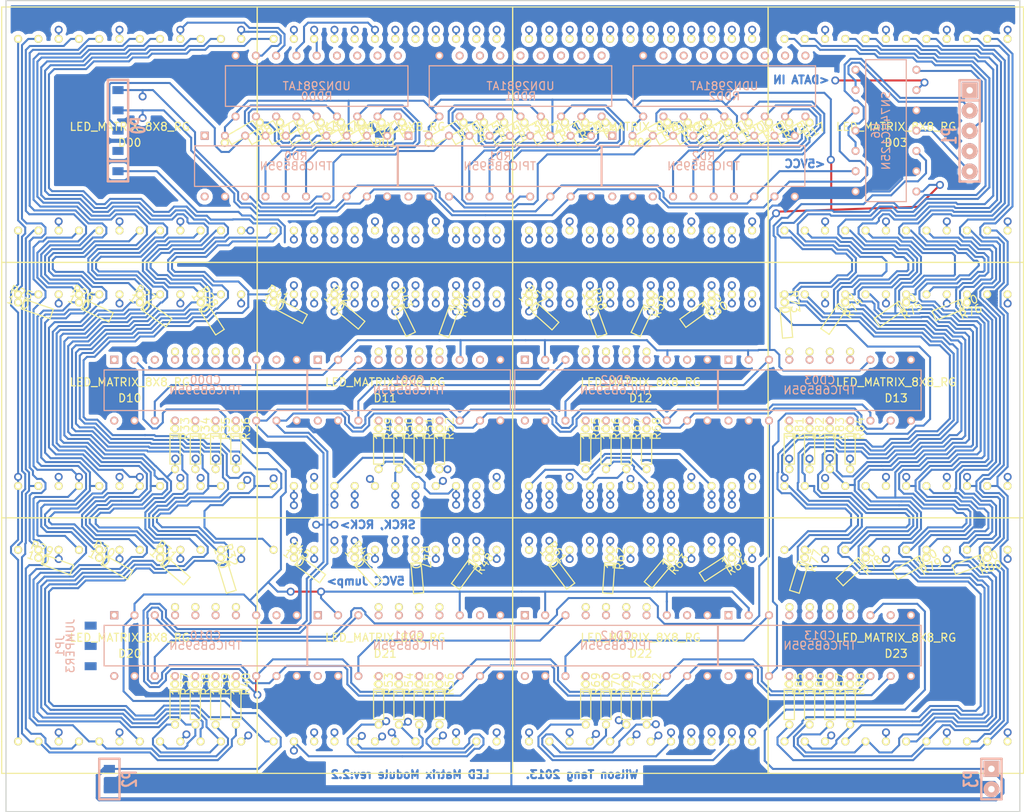
<source format=kicad_pcb>
(kicad_pcb (version 3) (host pcbnew "(2013-07-07 BZR 4022)-stable")
  (layers (15 F.Cu signal) (0 B.Cu signal) (18 B.Paste user hide) (19 F.Paste user hide) (20 B.SilkS user) (21 F.SilkS user) (22 B.Mask user hide) (23 F.Mask user hide) (28 Edge.Cuts user))
  (net 0 "")
  (net 1 5Vcc)
  (net 2 "DATA IN")
  (net 3 "DATA IN 2")
  (net 4 "DATA OUT")
  (net 5 "DATA OUT 1")
  (net 6 "DATA OUT RED")
  (net 7 G)
  (net 8 GND)
  (net 9 N-000001)
  (net 10 N-0000010)
  (net 11 N-00000102)
  (net 12 N-00000103)
  (net 13 N-00000104)
  (net 14 N-00000105)
  (net 15 N-00000108)
  (net 16 N-00000109)
  (net 17 N-0000011)
  (net 18 N-00000110)
  (net 19 N-00000111)
  (net 20 N-00000113)
  (net 21 N-00000115)
  (net 22 N-00000116)
  (net 23 N-00000117)
  (net 24 N-00000118)
  (net 25 N-00000119)
  (net 26 N-0000012)
  (net 27 N-00000121)
  (net 28 N-00000122)
  (net 29 N-00000123)
  (net 30 N-00000126)
  (net 31 N-00000127)
  (net 32 N-00000128)
  (net 33 N-00000129)
  (net 34 N-0000013)
  (net 35 N-00000130)
  (net 36 N-00000131)
  (net 37 N-00000132)
  (net 38 N-00000133)
  (net 39 N-00000134)
  (net 40 N-00000136)
  (net 41 N-00000137)
  (net 42 N-00000139)
  (net 43 N-0000014)
  (net 44 N-00000140)
  (net 45 N-00000141)
  (net 46 N-00000142)
  (net 47 N-00000143)
  (net 48 N-00000144)
  (net 49 N-00000145)
  (net 50 N-00000146)
  (net 51 N-00000148)
  (net 52 N-0000015)
  (net 53 N-00000150)
  (net 54 N-00000151)
  (net 55 N-00000152)
  (net 56 N-00000153)
  (net 57 N-00000154)
  (net 58 N-00000155)
  (net 59 N-00000156)
  (net 60 N-00000157)
  (net 61 N-00000158)
  (net 62 N-00000159)
  (net 63 N-0000016)
  (net 64 N-00000160)
  (net 65 N-00000161)
  (net 66 N-00000164)
  (net 67 N-00000165)
  (net 68 N-00000166)
  (net 69 N-00000167)
  (net 70 N-0000017)
  (net 71 N-00000170)
  (net 72 N-00000171)
  (net 73 N-00000173)
  (net 74 N-00000174)
  (net 75 N-00000175)
  (net 76 N-00000176)
  (net 77 N-00000177)
  (net 78 N-00000178)
  (net 79 N-00000179)
  (net 80 N-0000018)
  (net 81 N-00000181)
  (net 82 N-00000182)
  (net 83 N-00000183)
  (net 84 N-00000184)
  (net 85 N-00000185)
  (net 86 N-00000186)
  (net 87 N-00000187)
  (net 88 N-00000188)
  (net 89 N-00000189)
  (net 90 N-0000019)
  (net 91 N-00000190)
  (net 92 N-00000191)
  (net 93 N-00000192)
  (net 94 N-00000193)
  (net 95 N-00000194)
  (net 96 N-00000195)
  (net 97 N-00000196)
  (net 98 N-00000197)
  (net 99 N-00000198)
  (net 100 N-00000199)
  (net 101 N-000002)
  (net 102 N-0000020)
  (net 103 N-00000200)
  (net 104 N-00000201)
  (net 105 N-00000202)
  (net 106 N-00000203)
  (net 107 N-00000204)
  (net 108 N-00000205)
  (net 109 N-00000207)
  (net 110 N-00000208)
  (net 111 N-00000209)
  (net 112 N-0000021)
  (net 113 N-00000210)
  (net 114 N-00000212)
  (net 115 N-00000213)
  (net 116 N-00000214)
  (net 117 N-00000215)
  (net 118 N-00000216)
  (net 119 N-00000217)
  (net 120 N-00000218)
  (net 121 N-00000219)
  (net 122 N-0000022)
  (net 123 N-0000023)
  (net 124 N-0000024)
  (net 125 N-0000025)
  (net 126 N-0000026)
  (net 127 N-0000027)
  (net 128 N-0000028)
  (net 129 N-0000029)
  (net 130 N-000003)
  (net 131 N-0000030)
  (net 132 N-0000031)
  (net 133 N-0000032)
  (net 134 N-0000033)
  (net 135 N-0000034)
  (net 136 N-0000035)
  (net 137 N-0000036)
  (net 138 N-0000037)
  (net 139 N-0000038)
  (net 140 N-0000039)
  (net 141 N-000004)
  (net 142 N-0000040)
  (net 143 N-0000041)
  (net 144 N-0000042)
  (net 145 N-0000043)
  (net 146 N-0000044)
  (net 147 N-0000045)
  (net 148 N-0000046)
  (net 149 N-0000047)
  (net 150 N-0000048)
  (net 151 N-0000049)
  (net 152 N-000005)
  (net 153 N-0000050)
  (net 154 N-0000058)
  (net 155 N-000006)
  (net 156 N-0000060)
  (net 157 N-0000061)
  (net 158 N-0000062)
  (net 159 N-0000063)
  (net 160 N-0000064)
  (net 161 N-0000065)
  (net 162 N-0000066)
  (net 163 N-0000067)
  (net 164 N-0000068)
  (net 165 N-0000069)
  (net 166 N-000007)
  (net 167 N-0000070)
  (net 168 N-0000071)
  (net 169 N-0000072)
  (net 170 N-0000073)
  (net 171 N-0000074)
  (net 172 N-0000075)
  (net 173 N-0000076)
  (net 174 N-0000077)
  (net 175 N-0000078)
  (net 176 N-0000079)
  (net 177 N-000008)
  (net 178 N-0000080)
  (net 179 N-0000081)
  (net 180 N-0000082)
  (net 181 N-0000083)
  (net 182 N-0000084)
  (net 183 N-0000086)
  (net 184 N-0000087)
  (net 185 N-0000088)
  (net 186 N-0000089)
  (net 187 N-000009)
  (net 188 N-0000091)
  (net 189 N-0000092)
  (net 190 N-0000094)
  (net 191 N-0000095)
  (net 192 N-0000096)
  (net 193 N-0000097)
  (net 194 N-0000098)
  (net 195 N-0000099)
  (net 196 RCK)
  (net 197 "RCK OUT")
  (net 198 SRCK)
  (net 199 "SRCK OUT")
  (module LEDMatrix8x8 (layer F.Cu) (at 25.4715 16.4845)
    (fp_text reference D00 (at 16 17) (layer F.SilkS))
    (fp_text value LED_MATRIX_8X8_RG (at 16 15) (layer F.SilkS))
    (pad 1 thru_hole circle (at 2.02 28 180) (size 1 1) (drill 0.6) (layers *.Cu *.Mask F.SilkS) (net 68 N-00000166))
    (pad 2 thru_hole circle (at 4.56 28 180) (size 1 1) (drill 0.6) (layers *.Cu *.Mask F.SilkS) (net 44 N-00000140))
    (pad 3 thru_hole circle (at 7.1 28 180) (size 1 1) (drill 0.6) (layers *.Cu *.Mask F.SilkS) (net 115 N-00000213))
    (pad 4 thru_hole circle (at 9.64 28 180) (size 1 1) (drill 0.6) (layers *.Cu *.Mask F.SilkS) (net 61 N-00000158))
    (pad 5 thru_hole circle (at 12.18 28 180) (size 1 1) (drill 0.6) (layers *.Cu *.Mask F.SilkS) (net 60 N-00000157))
    (pad 6 thru_hole circle (at 14.72 28 180) (size 1 1) (drill 0.6) (layers *.Cu *.Mask F.SilkS) (net 116 N-00000214))
    (pad 7 thru_hole circle (at 17.26 28 180) (size 1 1) (drill 0.6) (layers *.Cu *.Mask F.SilkS) (net 65 N-00000161))
    (pad 8 thru_hole circle (at 19.8 28 180) (size 1 1) (drill 0.6) (layers *.Cu *.Mask F.SilkS) (net 59 N-00000156))
    (pad 9 thru_hole circle (at 22.34 28 180) (size 1 1) (drill 0.6) (layers *.Cu *.Mask F.SilkS) (net 114 N-00000212))
    (pad 10 thru_hole circle (at 24.88 28 180) (size 1 1) (drill 0.6) (layers *.Cu *.Mask F.SilkS) (net 58 N-00000155))
    (pad 11 thru_hole circle (at 27.42 28 180) (size 1 1) (drill 0.6) (layers *.Cu *.Mask F.SilkS) (net 32 N-00000128))
    (pad 12 thru_hole circle (at 29.96 28 180) (size 1 1) (drill 0.6) (layers *.Cu *.Mask F.SilkS) (net 107 N-00000204))
    (pad 13 thru_hole circle (at 29.96 4 180) (size 1 1) (drill 0.6) (layers *.Cu *.Mask F.SilkS) (net 121 N-00000219))
    (pad 14 thru_hole circle (at 27.42 4 180) (size 1 1) (drill 0.6) (layers *.Cu *.Mask F.SilkS) (net 33 N-00000129))
    (pad 15 thru_hole circle (at 24.88 4 180) (size 1 1) (drill 0.6) (layers *.Cu *.Mask F.SilkS) (net 169 N-0000072))
    (pad 16 thru_hole circle (at 22.34 4 180) (size 1 1) (drill 0.6) (layers *.Cu *.Mask F.SilkS) (net 120 N-00000218))
    (pad 17 thru_hole circle (at 19.8 4 180) (size 1 1) (drill 0.6) (layers *.Cu *.Mask F.SilkS) (net 36 N-00000131))
    (pad 18 thru_hole circle (at 17.26 4 180) (size 1 1) (drill 0.6) (layers *.Cu *.Mask F.SilkS) (net 64 N-00000160))
    (pad 19 thru_hole circle (at 14.72 4 180) (size 1 1) (drill 0.6) (layers *.Cu *.Mask F.SilkS) (net 118 N-00000216))
    (pad 20 thru_hole circle (at 12.18 4 180) (size 1 1) (drill 0.6) (layers *.Cu *.Mask F.SilkS) (net 168 N-0000071))
    (pad 21 thru_hole circle (at 9.64 4 180) (size 1 1) (drill 0.6) (layers *.Cu *.Mask F.SilkS) (net 43 N-0000014))
    (pad 22 thru_hole circle (at 7.1 4 180) (size 1 1) (drill 0.6) (layers *.Cu *.Mask F.SilkS) (net 119 N-00000217))
    (pad 23 thru_hole circle (at 4.56 4 180) (size 1 1) (drill 0.6) (layers *.Cu *.Mask F.SilkS) (net 53 N-00000150))
    (pad 24 thru_hole circle (at 2.02 4 180) (size 1 1) (drill 0.6) (layers *.Cu *.Mask F.SilkS) (net 51 N-00000148))
  )
  (module SN74HC125N (layer B.Cu) (at 136.2035 31.974 90)
    (fp_text reference U6 (at 0 -1.27 90) (layer B.SilkS) (effects (justify mirror)))
    (fp_text value SN74HC125N (at 0 0 90) (layer B.SilkS) (effects (justify mirror)))
    (pad 1 thru_hole circle (at -7.62 -3.81 90) (size 1 1) (drill 0.6) (layers *.Cu *.Mask B.SilkS) (net 8 GND))
    (pad 2 thru_hole circle (at -5.08 -3.81 90) (size 1 1) (drill 0.6) (layers *.Cu *.Mask B.SilkS) (net 198 SRCK))
    (pad 3 thru_hole circle (at -2.54 -3.81 90) (size 1 1) (drill 0.6) (layers *.Cu *.Mask B.SilkS) (net 199 "SRCK OUT"))
    (pad 4 thru_hole circle (at 0 -3.81 90) (size 1 1) (drill 0.6) (layers *.Cu *.Mask B.SilkS) (net 8 GND))
    (pad 5 thru_hole circle (at 2.54 -3.81 90) (size 1 1) (drill 0.6) (layers *.Cu *.Mask B.SilkS) (net 196 RCK))
    (pad 6 thru_hole circle (at 5.08 -3.81 90) (size 1 1) (drill 0.6) (layers *.Cu *.Mask B.SilkS) (net 197 "RCK OUT"))
    (pad 7 thru_hole circle (at 7.62 -3.81 90) (size 1 1) (drill 0.6) (layers *.Cu *.Mask B.SilkS) (net 8 GND))
    (pad 8 thru_hole circle (at 7.62 3.81 90) (size 1 1) (drill 0.6) (layers *.Cu *.Mask B.SilkS) (net 5 "DATA OUT 1"))
    (pad 9 thru_hole circle (at 5.08 3.81 90) (size 1 1) (drill 0.6) (layers *.Cu *.Mask B.SilkS) (net 2 "DATA IN"))
    (pad 10 thru_hole circle (at 2.54 3.81 90) (size 1 1) (drill 0.6) (layers *.Cu *.Mask B.SilkS) (net 8 GND))
    (pad 11 thru_hole circle (at 0 3.81 90) (size 1 1) (drill 0.6) (layers *.Cu *.Mask B.SilkS) (net 4 "DATA OUT"))
    (pad 12 thru_hole circle (at -2.54 3.81 90) (size 1 1) (drill 0.6) (layers *.Cu *.Mask B.SilkS) (net 154 N-0000058))
    (pad 13 thru_hole circle (at -5.08 3.81 90) (size 1 1) (drill 0.6) (layers *.Cu *.Mask B.SilkS) (net 8 GND))
    (pad 14 thru_hole circle (at -7.62 3.81 90) (size 1 1) (drill 0.6) (layers *.Cu *.Mask B.SilkS) (net 1 5Vcc))
  )
  (module 3-Jumper (layer B.Cu) (at 34.036 96.52 270)
    (fp_text reference JP1 (at 0 1.27 270) (layer B.SilkS) (effects (justify mirror)))
    (fp_text value JUMPER3 (at 0 0 270) (layer B.SilkS) (effects (justify mirror)))
    (pad 1 smd rect (at -2.54 -2.54 270) (size 1 1.5) (layers B.Cu B.Paste B.Mask) (net 3 "DATA IN 2"))
    (pad 2 smd rect (at 0 -2.54 270) (size 1 1.5) (layers B.Cu B.Paste B.Mask) (net 149 N-0000047))
    (pad 3 smd rect (at 2.54 -2.54 270) (size 1 1.5) (layers B.Cu B.Paste B.Mask) (net 150 N-0000048))
  )
  (module 1-8Resistor (layer F.Cu) (at 47.1515 101.2945 270)
    (fp_text reference R37 (at 0 -1.27 270) (layer F.SilkS))
    (fp_text value 100 (at 0 0 270) (layer F.SilkS))
    (pad 1 thru_hole circle (at 0 0 270) (size 1 1) (drill 0.6) (layers *.Cu *.Mask F.SilkS) (net 31 N-00000127))
    (pad 2 thru_hole circle (at 5.08 0 270) (size 1 1) (drill 0.6) (layers *.Cu *.Mask F.SilkS) (net 32 N-00000128))
  )
  (module 1-8Resistor (layer F.Cu) (at 49.6915 101.2945 270)
    (fp_text reference R38 (at 0 -1.27 270) (layer F.SilkS))
    (fp_text value 100 (at 0 0 270) (layer F.SilkS))
    (pad 1 thru_hole circle (at 0 0 270) (size 1 1) (drill 0.6) (layers *.Cu *.Mask F.SilkS) (net 30 N-00000126))
    (pad 2 thru_hole circle (at 5.08 0 270) (size 1 1) (drill 0.6) (layers *.Cu *.Mask F.SilkS) (net 59 N-00000156))
  )
  (module 1-8Resistor (layer F.Cu) (at 52.2315 101.2945 270)
    (fp_text reference R39 (at 0 -1.27 270) (layer F.SilkS))
    (fp_text value 100 (at 0 0 270) (layer F.SilkS))
    (pad 1 thru_hole circle (at 0 0 270) (size 1 1) (drill 0.6) (layers *.Cu *.Mask F.SilkS) (net 41 N-00000137))
    (pad 2 thru_hole circle (at 5.08 0 270) (size 1 1) (drill 0.6) (layers *.Cu *.Mask F.SilkS) (net 60 N-00000157))
  )
  (module 1-8Resistor (layer F.Cu) (at 54.7715 101.2945 270)
    (fp_text reference R40 (at 0 -1.27 270) (layer F.SilkS))
    (fp_text value 100 (at 0 0 270) (layer F.SilkS))
    (pad 1 thru_hole circle (at 0 0 270) (size 1 1) (drill 0.6) (layers *.Cu *.Mask F.SilkS) (net 42 N-00000139))
    (pad 2 thru_hole circle (at 5.08 0 270) (size 1 1) (drill 0.6) (layers *.Cu *.Mask F.SilkS) (net 44 N-00000140))
  )
  (module 1-8Resistor (layer F.Cu) (at 45.2715 85.4845 319)
    (fp_text reference R31 (at 0 -1.27 319) (layer F.SilkS))
    (fp_text value 100 (at 0 0 319) (layer F.SilkS))
    (pad 1 thru_hole circle (at 0 0 319) (size 1 1) (drill 0.6) (layers *.Cu *.Mask F.SilkS) (net 36 N-00000131))
    (pad 2 thru_hole circle (at 9.303287 0.093406 319) (size 1 1) (drill 0.6) (layers *.Cu *.Mask F.SilkS) (net 37 N-00000132))
  )
  (module 1-8Resistor (layer F.Cu) (at 52.8915 85.4845 287)
    (fp_text reference R32 (at 0 -1.27 287) (layer F.SilkS))
    (fp_text value 100 (at 0 0 287) (layer F.SilkS))
    (pad 1 thru_hole circle (at 0 0 287) (size 1 1) (drill 0.6) (layers *.Cu *.Mask F.SilkS) (net 33 N-00000129))
    (pad 2 thru_hole circle (at 6.453885 0.00725 287) (size 1 1) (drill 0.6) (layers *.Cu *.Mask F.SilkS) (net 35 N-00000130))
  )
  (module 1-8Resistor (layer F.Cu) (at 37.6515 85.4845 331)
    (fp_text reference R30 (at 0 -1.27 331) (layer F.SilkS))
    (fp_text value 100 (at 0 0 331) (layer F.SilkS))
    (pad 1 thru_hole circle (at 0 0 331) (size 1 1) (drill 0.6) (layers *.Cu *.Mask F.SilkS) (net 168 N-0000071))
    (pad 2 thru_hole circle (at 13.523636 -0.437206 331) (size 1 1) (drill 0.6) (layers *.Cu *.Mask F.SilkS) (net 38 N-00000133))
  )
  (module 1-8Resistor (layer F.Cu) (at 30.0315 85.4845 340)
    (fp_text reference R29 (at 0 -1.27 340) (layer F.SilkS))
    (fp_text value 100 (at 0 0 340) (layer F.SilkS))
    (pad 1 thru_hole circle (at 0 0 340) (size 1 1) (drill 0.6) (layers *.Cu *.Mask F.SilkS) (net 53 N-00000150))
    (pad 2 thru_hole circle (at 18.19917 -0.053722 340) (size 1 1) (drill 0.6) (layers *.Cu *.Mask F.SilkS) (net 39 N-00000134))
  )
  (module 1-8Resistor (layer F.Cu) (at 72.6515 101.2945 270)
    (fp_text reference R53 (at 0 -1.27 270) (layer F.SilkS))
    (fp_text value 100 (at 0 0 270) (layer F.SilkS))
    (pad 1 thru_hole circle (at 0 0 270) (size 1 1) (drill 0.6) (layers *.Cu *.Mask F.SilkS) (net 76 N-00000176))
    (pad 2 thru_hole circle (at 5.08 0 270) (size 1 1) (drill 0.6) (layers *.Cu *.Mask F.SilkS) (net 100 N-00000199))
  )
  (module 1-8Resistor (layer F.Cu) (at 75.1915 101.2945 270)
    (fp_text reference R54 (at 0 -1.27 270) (layer F.SilkS))
    (fp_text value 100 (at 0 0 270) (layer F.SilkS))
    (pad 1 thru_hole circle (at 0 0 270) (size 1 1) (drill 0.6) (layers *.Cu *.Mask F.SilkS) (net 75 N-00000175))
    (pad 2 thru_hole circle (at 5.08 0 270) (size 1 1) (drill 0.6) (layers *.Cu *.Mask F.SilkS) (net 103 N-00000200))
  )
  (module 1-8Resistor (layer F.Cu) (at 80.2715 101.2945 270)
    (fp_text reference R56 (at 0 -1.27 270) (layer F.SilkS))
    (fp_text value 100 (at 0 0 270) (layer F.SilkS))
    (pad 1 thru_hole circle (at 0 0 270) (size 1 1) (drill 0.6) (layers *.Cu *.Mask F.SilkS) (net 71 N-00000170))
    (pad 2 thru_hole circle (at 5.08 0 270) (size 1 1) (drill 0.6) (layers *.Cu *.Mask F.SilkS) (net 77 N-00000177))
  )
  (module 1-8Resistor (layer F.Cu) (at 77.7315 101.2945 270)
    (fp_text reference R55 (at 0 -1.27 270) (layer F.SilkS))
    (fp_text value 100 (at 0 0 270) (layer F.SilkS))
    (pad 1 thru_hole circle (at 0 0 270) (size 1 1) (drill 0.6) (layers *.Cu *.Mask F.SilkS) (net 74 N-00000174))
    (pad 2 thru_hole circle (at 5.08 0 270) (size 1 1) (drill 0.6) (layers *.Cu *.Mask F.SilkS) (net 105 N-00000202))
  )
  (module 1-8Resistor (layer F.Cu) (at 62.0315 85.4845 324)
    (fp_text reference R45 (at 0 -1.27 324) (layer F.SilkS))
    (fp_text value 100 (at 0 0 324) (layer F.SilkS))
    (pad 1 thru_hole circle (at 0 0 324) (size 1 1) (drill 0.6) (layers *.Cu *.Mask F.SilkS) (net 108 N-00000205))
    (pad 2 thru_hole circle (at 12.220746 -1.247408 324) (size 1 1) (drill 0.6) (layers *.Cu *.Mask F.SilkS) (net 79 N-00000179))
  )
  (module 1-8Resistor (layer F.Cu) (at 69.6515 85.4845 312)
    (fp_text reference R46 (at 0 -1.27 312) (layer F.SilkS))
    (fp_text value 100 (at 0 0 312) (layer F.SilkS))
    (pad 1 thru_hole circle (at 0 0 312) (size 1 1) (drill 0.6) (layers *.Cu *.Mask F.SilkS) (net 97 N-00000196))
    (pad 2 thru_hole circle (at 8.29516 0.01419 312) (size 1 1) (drill 0.6) (layers *.Cu *.Mask F.SilkS) (net 78 N-00000178))
  )
  (module 1-8Resistor (layer F.Cu) (at 77.2715 85.4845 275)
    (fp_text reference R47 (at 0 -1.27 275) (layer F.SilkS))
    (fp_text value 100 (at 0 0 275) (layer F.SilkS))
    (pad 1 thru_hole circle (at 0 0 275) (size 1 1) (drill 0.6) (layers *.Cu *.Mask F.SilkS) (net 98 N-00000197))
    (pad 2 thru_hole circle (at 6.190598 0.07985 275) (size 1 1) (drill 0.6) (layers *.Cu *.Mask F.SilkS) (net 73 N-00000173))
  )
  (module 1-8Resistor (layer F.Cu) (at 84.8915 85.4845 234)
    (fp_text reference R48 (at 0 -1.27 234) (layer F.SilkS))
    (fp_text value 100 (at 0 0 234) (layer F.SilkS))
    (pad 1 thru_hole circle (at 0 0 234) (size 1 1) (drill 0.6) (layers *.Cu *.Mask F.SilkS) (net 99 N-00000198))
    (pad 2 thru_hole circle (at 7.710438 0.108673 234) (size 1 1) (drill 0.6) (layers *.Cu *.Mask F.SilkS) (net 72 N-00000171))
  )
  (module 1-8Resistor (layer F.Cu) (at 98.5915 101.2945 270)
    (fp_text reference R69 (at 0 -1.27 270) (layer F.SilkS))
    (fp_text value 100 (at 0 0 270) (layer F.SilkS))
    (pad 1 thru_hole circle (at 0 0 270) (size 1 1) (drill 0.6) (layers *.Cu *.Mask F.SilkS) (net 172 N-0000075))
    (pad 2 thru_hole circle (at 5.08 0 270) (size 1 1) (drill 0.6) (layers *.Cu *.Mask F.SilkS) (net 173 N-0000076))
  )
  (module 1-8Resistor (layer F.Cu) (at 101.1315 101.2945 270)
    (fp_text reference R70 (at 0 -1.27 270) (layer F.SilkS))
    (fp_text value 100 (at 0 0 270) (layer F.SilkS))
    (pad 1 thru_hole circle (at 0 0 270) (size 1 1) (drill 0.6) (layers *.Cu *.Mask F.SilkS) (net 18 N-00000110))
    (pad 2 thru_hole circle (at 5.08 0 270) (size 1 1) (drill 0.6) (layers *.Cu *.Mask F.SilkS) (net 92 N-00000191))
  )
  (module 1-8Resistor (layer F.Cu) (at 103.6715 101.2945 270)
    (fp_text reference R71 (at 0 -1.27 270) (layer F.SilkS))
    (fp_text value 100 (at 0 0 270) (layer F.SilkS))
    (pad 1 thru_hole circle (at 0 0 270) (size 1 1) (drill 0.6) (layers *.Cu *.Mask F.SilkS) (net 16 N-00000109))
    (pad 2 thru_hole circle (at 5.08 0 270) (size 1 1) (drill 0.6) (layers *.Cu *.Mask F.SilkS) (net 91 N-00000190))
  )
  (module 1-8Resistor (layer F.Cu) (at 106.2115 101.2945 270)
    (fp_text reference R72 (at 0 -1.27 270) (layer F.SilkS))
    (fp_text value 100 (at 0 0 270) (layer F.SilkS))
    (pad 1 thru_hole circle (at 0 0 270) (size 1 1) (drill 0.6) (layers *.Cu *.Mask F.SilkS) (net 15 N-00000108))
    (pad 2 thru_hole circle (at 5.08 0 270) (size 1 1) (drill 0.6) (layers *.Cu *.Mask F.SilkS) (net 19 N-00000111))
  )
  (module 1-8Resistor (layer F.Cu) (at 94.0315 85.4845 307)
    (fp_text reference R61 (at 0 -1.27 307) (layer F.SilkS))
    (fp_text value 100 (at 0 0 307) (layer F.SilkS))
    (pad 1 thru_hole circle (at 0 0 307) (size 1 1) (drill 0.6) (layers *.Cu *.Mask F.SilkS) (net 94 N-00000193))
    (pad 2 thru_hole circle (at 7.675053 0.073828 307) (size 1 1) (drill 0.6) (layers *.Cu *.Mask F.SilkS) (net 180 N-0000082))
  )
  (module 1-8Resistor (layer F.Cu) (at 101.6515 85.4845 266)
    (fp_text reference R62 (at 0 -1.27 266) (layer F.SilkS))
    (fp_text value 100 (at 0 0 266) (layer F.SilkS))
    (pad 1 thru_hole circle (at 0 0 266) (size 1 1) (drill 0.6) (layers *.Cu *.Mask F.SilkS) (net 167 N-0000070))
    (pad 2 thru_hole circle (at 6.195234 0.088057 266) (size 1 1) (drill 0.6) (layers *.Cu *.Mask F.SilkS) (net 179 N-0000081))
  )
  (module 1-8Resistor (layer F.Cu) (at 109.2715 85.4845 230)
    (fp_text reference R63 (at 0 -1.27 230) (layer F.SilkS))
    (fp_text value 100 (at 0 0 230) (layer F.SilkS))
    (pad 1 thru_hole circle (at 0 0 230) (size 1 1) (drill 0.6) (layers *.Cu *.Mask F.SilkS) (net 176 N-0000079))
    (pad 2 thru_hole circle (at 8.329169 0.321278 230) (size 1 1) (drill 0.6) (layers *.Cu *.Mask F.SilkS) (net 178 N-0000080))
  )
  (module 1-8Resistor (layer F.Cu) (at 116.8915 85.4845 213)
    (fp_text reference R64 (at 0 -1.27 213) (layer F.SilkS))
    (fp_text value 100 (at 0 0 213) (layer F.SilkS))
    (pad 1 thru_hole circle (at 0 0 213) (size 1 1) (drill 0.6) (layers *.Cu *.Mask F.SilkS) (net 174 N-0000077))
    (pad 2 thru_hole circle (at 12.319603 0.638793 213) (size 1 1) (drill 0.6) (layers *.Cu *.Mask F.SilkS) (net 175 N-0000078))
  )
  (module 1-8Resistor (layer F.Cu) (at 124.0915 101.2945 270)
    (fp_text reference R85 (at 0 -1.27 270) (layer F.SilkS))
    (fp_text value 100 (at 0 0 270) (layer F.SilkS))
    (pad 1 thru_hole circle (at 0 0 270) (size 1 1) (drill 0.6) (layers *.Cu *.Mask F.SilkS) (net 24 N-00000118))
    (pad 2 thru_hole circle (at 5.08 0 270) (size 1 1) (drill 0.6) (layers *.Cu *.Mask F.SilkS) (net 171 N-0000074))
  )
  (module 1-8Resistor (layer F.Cu) (at 126.6315 101.2945 270)
    (fp_text reference R86 (at 0 -1.27 270) (layer F.SilkS))
    (fp_text value 100 (at 0 0 270) (layer F.SilkS))
    (pad 1 thru_hole circle (at 0 0 270) (size 1 1) (drill 0.6) (layers *.Cu *.Mask F.SilkS) (net 23 N-00000117))
    (pad 2 thru_hole circle (at 5.08 0 270) (size 1 1) (drill 0.6) (layers *.Cu *.Mask F.SilkS) (net 90 N-0000019))
  )
  (module 1-8Resistor (layer F.Cu) (at 129.1715 101.2945 270)
    (fp_text reference R87 (at 0 -1.27 270) (layer F.SilkS))
    (fp_text value 100 (at 0 0 270) (layer F.SilkS))
    (pad 1 thru_hole circle (at 0 0 270) (size 1 1) (drill 0.6) (layers *.Cu *.Mask F.SilkS) (net 22 N-00000116))
    (pad 2 thru_hole circle (at 5.08 0 270) (size 1 1) (drill 0.6) (layers *.Cu *.Mask F.SilkS) (net 170 N-0000073))
  )
  (module 1-8Resistor (layer F.Cu) (at 131.7115 101.2945 270)
    (fp_text reference R88 (at 0 -1.27 270) (layer F.SilkS))
    (fp_text value 100 (at 0 0 270) (layer F.SilkS))
    (pad 1 thru_hole circle (at 0 0 270) (size 1 1) (drill 0.6) (layers *.Cu *.Mask F.SilkS) (net 21 N-00000115))
    (pad 2 thru_hole circle (at 5.08 0 270) (size 1 1) (drill 0.6) (layers *.Cu *.Mask F.SilkS) (net 102 N-0000020))
  )
  (module 1-8Resistor (layer F.Cu) (at 126.0315 85.4845 253)
    (fp_text reference R77 (at 0 -1.27 253) (layer F.SilkS))
    (fp_text value 100 (at 0 0 253) (layer F.SilkS))
    (pad 1 thru_hole circle (at 0 0 253) (size 1 1) (drill 0.6) (layers *.Cu *.Mask F.SilkS) (net 124 N-0000024))
    (pad 2 thru_hole circle (at 6.463533 0.024308 253) (size 1 1) (drill 0.6) (layers *.Cu *.Mask F.SilkS) (net 29 N-00000123))
  )
  (module 1-8Resistor (layer F.Cu) (at 133.6515 85.4845 223)
    (fp_text reference R78 (at 0 -1.27 223) (layer F.SilkS))
    (fp_text value 100 (at 0 0 223) (layer F.SilkS))
    (pad 1 thru_hole circle (at 0 0 223) (size 1 1) (drill 0.6) (layers *.Cu *.Mask F.SilkS) (net 123 N-0000023))
    (pad 2 thru_hole circle (at 9.325015 0.253837 223) (size 1 1) (drill 0.6) (layers *.Cu *.Mask F.SilkS) (net 28 N-00000122))
  )
  (module 1-8Resistor (layer F.Cu) (at 141.2715 85.4845 209)
    (fp_text reference R79 (at 0 -1.27 209) (layer F.SilkS))
    (fp_text value 100 (at 0 0 209) (layer F.SilkS))
    (pad 1 thru_hole circle (at 0 0 209) (size 1 1) (drill 0.6) (layers *.Cu *.Mask F.SilkS) (net 122 N-0000022))
    (pad 2 thru_hole circle (at 13.552499 0.453205 209) (size 1 1) (drill 0.6) (layers *.Cu *.Mask F.SilkS) (net 27 N-00000121))
  )
  (module 1-8Resistor (layer F.Cu) (at 148.8915 85.4845 200)
    (fp_text reference R80 (at 0 -1.27 200) (layer F.SilkS))
    (fp_text value 100 (at 0 0 200) (layer F.SilkS))
    (pad 1 thru_hole circle (at 0 0 200) (size 1 1) (drill 0.6) (layers *.Cu *.Mask F.SilkS) (net 112 N-0000021))
    (pad 2 thru_hole circle (at 18.23018 0.065009 200) (size 1 1) (drill 0.6) (layers *.Cu *.Mask F.SilkS) (net 25 N-00000119))
  )
  (module 1-8Resistor (layer F.Cu) (at 27.4915 53.4885 341)
    (fp_text reference R25 (at 0 -1.27 341) (layer F.SilkS))
    (fp_text value 100 (at 0 0 341) (layer F.SilkS))
    (pad 1 thru_hole circle (at 0 0 341) (size 1 1) (drill 0.6) (layers *.Cu *.Mask F.SilkS) (net 51 N-00000148))
    (pad 2 thru_hole circle (at 20.598953 -0.563038 341) (size 1 1) (drill 0.6) (layers *.Cu *.Mask F.SilkS) (net 54 N-00000151))
  )
  (module 1-8Resistor (layer F.Cu) (at 35.1115 53.4885 335)
    (fp_text reference R26 (at 0 -1.27 335) (layer F.SilkS))
    (fp_text value 100 (at 0 0 335) (layer F.SilkS))
    (pad 1 thru_hole circle (at 0 0 335) (size 1 1) (drill 0.6) (layers *.Cu *.Mask F.SilkS) (net 43 N-0000014))
    (pad 2 thru_hole circle (at 15.823213 -0.56623 335) (size 1 1) (drill 0.6) (layers *.Cu *.Mask F.SilkS) (net 55 N-00000152))
  )
  (module 1-8Resistor (layer F.Cu) (at 42.7315 53.4885 325)
    (fp_text reference R27 (at 0 -1.27 325) (layer F.SilkS))
    (fp_text value 100 (at 0 0 325) (layer F.SilkS))
    (pad 1 thru_hole circle (at 0 0 325) (size 1 1) (drill 0.6) (layers *.Cu *.Mask F.SilkS) (net 64 N-00000160))
    (pad 2 thru_hole circle (at 11.323205 -0.391532 325) (size 1 1) (drill 0.6) (layers *.Cu *.Mask F.SilkS) (net 56 N-00000153))
  )
  (module 1-8Resistor (layer F.Cu) (at 50.3515 53.4885 303)
    (fp_text reference R28 (at 0 -1.27 303) (layer F.SilkS))
    (fp_text value 100 (at 0 0 303) (layer F.SilkS))
    (pad 1 thru_hole circle (at 0 0 303) (size 1 1) (drill 0.6) (layers *.Cu *.Mask F.SilkS) (net 169 N-0000072))
    (pad 2 thru_hole circle (at 7.585257 -0.344322 303) (size 1 1) (drill 0.6) (layers *.Cu *.Mask F.SilkS) (net 57 N-00000154))
  )
  (module 1-8Resistor (layer F.Cu) (at 72.6515 69.2985 270)
    (fp_text reference R49 (at 0 -1.27 270) (layer F.SilkS))
    (fp_text value 100 (at 0 0 270) (layer F.SilkS))
    (pad 1 thru_hole circle (at 0 0 270) (size 1 1) (drill 0.6) (layers *.Cu *.Mask F.SilkS) (net 88 N-00000188))
    (pad 2 thru_hole circle (at 5.08 0 270) (size 1 1) (drill 0.6) (layers *.Cu *.Mask F.SilkS) (net 106 N-00000203))
  )
  (module 1-8Resistor (layer F.Cu) (at 77.7315 69.2985 270)
    (fp_text reference R51 (at 0 -1.27 270) (layer F.SilkS))
    (fp_text value 100 (at 0 0 270) (layer F.SilkS))
    (pad 1 thru_hole circle (at 0 0 270) (size 1 1) (drill 0.6) (layers *.Cu *.Mask F.SilkS) (net 110 N-00000208))
    (pad 2 thru_hole circle (at 5.08 0 270) (size 1 1) (drill 0.6) (layers *.Cu *.Mask F.SilkS) (net 104 N-00000201))
  )
  (module 1-8Resistor (layer F.Cu) (at 75.1915 69.2985 270)
    (fp_text reference R50 (at 0 -1.27 270) (layer F.SilkS))
    (fp_text value 100 (at 0 0 270) (layer F.SilkS))
    (pad 1 thru_hole circle (at 0 0 270) (size 1 1) (drill 0.6) (layers *.Cu *.Mask F.SilkS) (net 111 N-00000209))
    (pad 2 thru_hole circle (at 5.08 0 270) (size 1 1) (drill 0.6) (layers *.Cu *.Mask F.SilkS) (net 96 N-00000195))
  )
  (module 1-8Resistor (layer F.Cu) (at 80.2715 69.2985 270)
    (fp_text reference R52 (at 0 -1.27 270) (layer F.SilkS))
    (fp_text value 100 (at 0 0 270) (layer F.SilkS))
    (pad 1 thru_hole circle (at 0 0 270) (size 1 1) (drill 0.6) (layers *.Cu *.Mask F.SilkS) (net 109 N-00000207))
    (pad 2 thru_hole circle (at 5.08 0 270) (size 1 1) (drill 0.6) (layers *.Cu *.Mask F.SilkS) (net 113 N-00000210))
  )
  (module 1-8Resistor (layer F.Cu) (at 59.4915 53.4885 332)
    (fp_text reference R41 (at 0 -1.27 332) (layer F.SilkS))
    (fp_text value 100 (at 0 0 332) (layer F.SilkS))
    (pad 1 thru_hole circle (at 0 0 332) (size 1 1) (drill 0.6) (layers *.Cu *.Mask F.SilkS) (net 125 N-0000025))
    (pad 2 thru_hole circle (at 14.518107 -0.726928 332) (size 1 1) (drill 0.6) (layers *.Cu *.Mask F.SilkS) (net 81 N-00000181))
  )
  (module 1-8Resistor (layer F.Cu) (at 67.1115 53.4885 320)
    (fp_text reference R42 (at 0 -1.27 320) (layer F.SilkS))
    (fp_text value 100 (at 0 0 320) (layer F.SilkS))
    (pad 1 thru_hole circle (at 0 0 320) (size 1 1) (drill 0.6) (layers *.Cu *.Mask F.SilkS) (net 83 N-00000183))
    (pad 2 thru_hole circle (at 10.158209 -0.464165 320) (size 1 1) (drill 0.6) (layers *.Cu *.Mask F.SilkS) (net 82 N-00000182))
  )
  (module 1-8Resistor (layer F.Cu) (at 74.7315 53.4885 296)
    (fp_text reference R43 (at 0 -1.27 296) (layer F.SilkS))
    (fp_text value 100 (at 0 0 296) (layer F.SilkS))
    (pad 1 thru_hole circle (at 0 0 296) (size 1 1) (drill 0.6) (layers *.Cu *.Mask F.SilkS) (net 85 N-00000185))
    (pad 2 thru_hole circle (at 6.864268 0.010121 296) (size 1 1) (drill 0.6) (layers *.Cu *.Mask F.SilkS) (net 84 N-00000184))
  )
  (module 1-8Resistor (layer F.Cu) (at 82.3515 53.4885 250)
    (fp_text reference R44 (at 0 -1.27 250) (layer F.SilkS))
    (fp_text value 100 (at 0 0 250) (layer F.SilkS))
    (pad 1 thru_hole circle (at 0 0 250) (size 1 1) (drill 0.6) (layers *.Cu *.Mask F.SilkS) (net 87 N-00000187))
    (pad 2 thru_hole circle (at 6.513064 -0.157072 250) (size 1 1) (drill 0.6) (layers *.Cu *.Mask F.SilkS) (net 86 N-00000186))
  )
  (module 1-8Resistor (layer F.Cu) (at 106.2115 69.2985 270)
    (fp_text reference R68 (at 0 -1.27 270) (layer F.SilkS))
    (fp_text value 100 (at 0 0 270) (layer F.SilkS))
    (pad 1 thru_hole circle (at 0 0 270) (size 1 1) (drill 0.6) (layers *.Cu *.Mask F.SilkS) (net 190 N-0000094))
    (pad 2 thru_hole circle (at 5.08 0 270) (size 1 1) (drill 0.6) (layers *.Cu *.Mask F.SilkS) (net 194 N-0000098))
  )
  (module 1-8Resistor (layer F.Cu) (at 101.1315 69.2985 270)
    (fp_text reference R66 (at 0 -1.27 270) (layer F.SilkS))
    (fp_text value 100 (at 0 0 270) (layer F.SilkS))
    (pad 1 thru_hole circle (at 0 0 270) (size 1 1) (drill 0.6) (layers *.Cu *.Mask F.SilkS) (net 192 N-0000096))
    (pad 2 thru_hole circle (at 5.08 0 270) (size 1 1) (drill 0.6) (layers *.Cu *.Mask F.SilkS) (net 195 N-0000099))
  )
  (module 1-8Resistor (layer F.Cu) (at 103.6715 69.2985 270)
    (fp_text reference R67 (at 0 -1.27 270) (layer F.SilkS))
    (fp_text value 100 (at 0 0 270) (layer F.SilkS))
    (pad 1 thru_hole circle (at 0 0 270) (size 1 1) (drill 0.6) (layers *.Cu *.Mask F.SilkS) (net 191 N-0000095))
    (pad 2 thru_hole circle (at 5.08 0 270) (size 1 1) (drill 0.6) (layers *.Cu *.Mask F.SilkS) (net 89 N-00000189))
  )
  (module 1-8Resistor (layer F.Cu) (at 98.5915 69.2985 270)
    (fp_text reference R65 (at 0 -1.27 270) (layer F.SilkS))
    (fp_text value 100 (at 0 0 270) (layer F.SilkS))
    (pad 1 thru_hole circle (at 0 0 270) (size 1 1) (drill 0.6) (layers *.Cu *.Mask F.SilkS) (net 193 N-0000097))
    (pad 2 thru_hole circle (at 5.08 0 270) (size 1 1) (drill 0.6) (layers *.Cu *.Mask F.SilkS) (net 93 N-00000192))
  )
  (module 1-8Resistor (layer F.Cu) (at 91.4915 53.4885 318)
    (fp_text reference R57 (at 0 -1.27 318) (layer F.SilkS))
    (fp_text value 100 (at 0 0 318) (layer F.SilkS))
    (pad 1 thru_hole circle (at 0 0 318) (size 1 1) (drill 0.6) (layers *.Cu *.Mask F.SilkS) (net 95 N-00000194))
    (pad 2 thru_hole circle (at 9.40754 -0.162651 318) (size 1 1) (drill 0.6) (layers *.Cu *.Mask F.SilkS) (net 14 N-00000105))
  )
  (module 1-8Resistor (layer F.Cu) (at 99.1115 53.4885 290)
    (fp_text reference R58 (at 0 -1.27 290) (layer F.SilkS))
    (fp_text value 100 (at 0 0 290) (layer F.SilkS))
    (pad 1 thru_hole circle (at 0 0 290) (size 1 1) (drill 0.6) (layers *.Cu *.Mask F.SilkS) (net 164 N-0000068))
    (pad 2 thru_hole circle (at 6.492543 0.213453 290) (size 1 1) (drill 0.6) (layers *.Cu *.Mask F.SilkS) (net 13 N-00000104))
  )
  (module 1-8Resistor (layer F.Cu) (at 106.7315 53.4885 245)
    (fp_text reference R59 (at 0 -1.27 245) (layer F.SilkS))
    (fp_text value 100 (at 0 0 245) (layer F.SilkS))
    (pad 1 thru_hole circle (at 0 0 245) (size 1 1) (drill 0.6) (layers *.Cu *.Mask F.SilkS) (net 20 N-00000113))
    (pad 2 thru_hole circle (at 6.888756 0.164057 245) (size 1 1) (drill 0.6) (layers *.Cu *.Mask F.SilkS) (net 12 N-00000103))
  )
  (module 1-8Resistor (layer F.Cu) (at 114.3515 53.4885 216)
    (fp_text reference R60 (at 0 -1.27 216) (layer F.SilkS))
    (fp_text value 100 (at 0 0 216) (layer F.SilkS))
    (pad 1 thru_hole circle (at 0 0 216) (size 1 1) (drill 0.6) (layers *.Cu *.Mask F.SilkS) (net 165 N-0000069))
    (pad 2 thru_hole circle (at 10.214384 -0.210299 216) (size 1 1) (drill 0.6) (layers *.Cu *.Mask F.SilkS) (net 11 N-00000102))
  )
  (module 1-8Resistor (layer F.Cu) (at 131.7115 69.2985 270)
    (fp_text reference R84 (at 0 -1.27 270) (layer F.SilkS))
    (fp_text value 100 (at 0 0 270) (layer F.SilkS))
    (pad 1 thru_hole circle (at 0 0 270) (size 1 1) (drill 0.6) (layers *.Cu *.Mask F.SilkS) (net 183 N-0000086))
    (pad 2 thru_hole circle (at 5.08 0 270) (size 1 1) (drill 0.6) (layers *.Cu *.Mask F.SilkS) (net 101 N-000002))
  )
  (module 1-8Resistor (layer F.Cu) (at 126.6315 69.2985 270)
    (fp_text reference R82 (at 0 -1.27 270) (layer F.SilkS))
    (fp_text value 100 (at 0 0 270) (layer F.SilkS))
    (pad 1 thru_hole circle (at 0 0 270) (size 1 1) (drill 0.6) (layers *.Cu *.Mask F.SilkS) (net 181 N-0000083))
    (pad 2 thru_hole circle (at 5.08 0 270) (size 1 1) (drill 0.6) (layers *.Cu *.Mask F.SilkS) (net 130 N-000003))
  )
  (module 1-8Resistor (layer F.Cu) (at 129.1715 69.2985 270)
    (fp_text reference R83 (at 0 -1.27 270) (layer F.SilkS))
    (fp_text value 100 (at 0 0 270) (layer F.SilkS))
    (pad 1 thru_hole circle (at 0 0 270) (size 1 1) (drill 0.6) (layers *.Cu *.Mask F.SilkS) (net 184 N-0000087))
    (pad 2 thru_hole circle (at 5.08 0 270) (size 1 1) (drill 0.6) (layers *.Cu *.Mask F.SilkS) (net 9 N-000001))
  )
  (module 1-8Resistor (layer F.Cu) (at 124.0915 69.2985 270)
    (fp_text reference R81 (at 0 -1.27 270) (layer F.SilkS))
    (fp_text value 100 (at 0 0 270) (layer F.SilkS))
    (pad 1 thru_hole circle (at 0 0 270) (size 1 1) (drill 0.6) (layers *.Cu *.Mask F.SilkS) (net 182 N-0000084))
    (pad 2 thru_hole circle (at 5.08 0 270) (size 1 1) (drill 0.6) (layers *.Cu *.Mask F.SilkS) (net 141 N-000004))
  )
  (module 1-8Resistor (layer F.Cu) (at 123.4915 53.4885 275)
    (fp_text reference R73 (at 0 -1.27 275) (layer F.SilkS))
    (fp_text value 100 (at 0 0 275) (layer F.SilkS))
    (pad 1 thru_hole circle (at 0 0 275) (size 1 1) (drill 0.6) (layers *.Cu *.Mask F.SilkS) (net 80 N-0000018))
    (pad 2 thru_hole circle (at 6.2028 -0.059617 275) (size 1 1) (drill 0.6) (layers *.Cu *.Mask F.SilkS) (net 189 N-0000092))
  )
  (module 1-8Resistor (layer F.Cu) (at 131.1115 53.4885 235)
    (fp_text reference R74 (at 0 -1.27 235) (layer F.SilkS))
    (fp_text value 100 (at 0 0 235) (layer F.SilkS))
    (pad 1 thru_hole circle (at 0 0 235) (size 1 1) (drill 0.6) (layers *.Cu *.Mask F.SilkS) (net 70 N-0000017))
    (pad 2 thru_hole circle (at 7.627067 0.12854 235) (size 1 1) (drill 0.6) (layers *.Cu *.Mask F.SilkS) (net 188 N-0000091))
  )
  (module 1-8Resistor (layer F.Cu) (at 138.7315 53.4885 215)
    (fp_text reference R75 (at 0 -1.27 215) (layer F.SilkS))
    (fp_text value 100 (at 0 0 215) (layer F.SilkS))
    (pad 1 thru_hole circle (at 0 0 215) (size 1 1) (drill 0.6) (layers *.Cu *.Mask F.SilkS) (net 63 N-0000016))
    (pad 2 thru_hole circle (at 11.372354 0.425946 215) (size 1 1) (drill 0.6) (layers *.Cu *.Mask F.SilkS) (net 186 N-0000089))
  )
  (module 1-8Resistor (layer F.Cu) (at 146.3515 53.4885 202)
    (fp_text reference R76 (at 0 -1.27 202) (layer F.SilkS))
    (fp_text value 100 (at 0 0 202) (layer F.SilkS))
    (pad 1 thru_hole circle (at 0 0 202) (size 1 1) (drill 0.6) (layers *.Cu *.Mask F.SilkS) (net 52 N-0000015))
    (pad 2 thru_hole circle (at 15.886793 -0.240192 202) (size 1 1) (drill 0.6) (layers *.Cu *.Mask F.SilkS) (net 185 N-0000088))
  )
  (module SIL-5 (layer B.Cu) (at 146.685 33.274 270)
    (fp_text reference P1 (at -0.635 2.54 270) (layer B.SilkS) (effects (font (size 1.72974 1.08712) (thickness 0.3048)) (justify mirror)))
    (fp_text value CONN_5 hide)
    (pad 1 thru_hole rect (at -6.35 0 270) (size 2 2) (drill 0.8128) (layers *.Cu *.Mask B.SilkS) (net 199 "SRCK OUT"))
    (pad 2 thru_hole circle (at -3.81 0 270) (size 2 2) (drill 0.8128) (layers *.Cu *.Mask B.SilkS) (net 197 "RCK OUT"))
    (pad 3 thru_hole circle (at -1.27 0 270) (size 2 2) (drill 0.8128) (layers *.Cu *.Mask B.SilkS) (net 5 "DATA OUT 1"))
    (pad 4 thru_hole circle (at 1.27 0 270) (size 2 2) (drill 0.8128) (layers *.Cu *.Mask B.SilkS) (net 7 G))
    (pad 5 thru_hole circle (at 3.81 0 270) (size 2 2) (drill 0.8128) (layers *.Cu *.Mask B.SilkS) (net 4 "DATA OUT"))
  )
  (module SIL-5 (layer B.Cu) (at 40.001 30.704 90)
    (fp_text reference P0 (at -0.635 2.54 90) (layer B.SilkS) (effects (font (size 1.72974 1.08712) (thickness 0.3048)) (justify mirror)))
    (fp_text value CONN_5 hide)
    (pad 1 smd rect (at -6.35 0 90) (size 1 1.397) (layers B.Cu B.Paste B.Mask) (net 3 "DATA IN 2"))
    (pad 2 smd rect (at -3.81 0 90) (size 1 1.397) (layers B.Cu B.Paste B.Mask) (net 7 G))
    (pad 3 smd rect (at -1.27 0 90) (size 1 1.397) (layers B.Cu B.Paste B.Mask) (net 2 "DATA IN"))
    (pad 4 smd rect (at 1.27 0 90) (size 1 1.397) (layers B.Cu B.Paste B.Mask) (net 196 RCK))
    (pad 5 smd rect (at 3.81 0 90) (size 1 1.397) (layers B.Cu B.Paste B.Mask) (net 198 SRCK))
  )
  (module SIL-2 (layer B.Cu) (at 38.9215 113.1945 90)
    (fp_text reference P2 (at 0 2.54 90) (layer B.SilkS) (effects (font (size 1.72974 1.08712) (thickness 0.3048)) (justify mirror)))
    (fp_text value CONN_2 hide)
    (pad 1 smd rect (at -1.27 0 90) (size 1 1.397) (layers B.Cu B.Paste B.Mask) (net 8 GND))
    (pad 2 smd rect (at 1.27 0 90) (size 1 1.397) (layers B.Cu B.Paste B.Mask) (net 1 5Vcc))
  )
  (module SIL-2 (layer B.Cu) (at 149.4115 113.1945 270)
    (fp_text reference P3 (at 0 2.54 270) (layer B.SilkS) (effects (font (size 1.72974 1.08712) (thickness 0.3048)) (justify mirror)))
    (fp_text value CONN_2 hide)
    (pad 1 thru_hole rect (at -1.27 0 270) (size 2 2) (drill 0.8128) (layers *.Cu *.Mask B.SilkS) (net 1 5Vcc))
    (pad 2 thru_hole circle (at 1.27 0 270) (size 2 2) (drill 0.8128) (layers *.Cu *.Mask B.SilkS) (net 8 GND))
  )
  (module LEDMatrix8x8 (layer F.Cu) (at 57.4715 16.4845)
    (fp_text reference D01 (at 16 17) (layer F.SilkS))
    (fp_text value LED_MATRIX_8X8_RG (at 16 15) (layer F.SilkS))
    (pad 1 thru_hole circle (at 2.02 28 180) (size 1 1) (drill 0.6) (layers *.Cu *.Mask F.SilkS) (net 113 N-00000210))
    (pad 2 thru_hole circle (at 4.56 28 180) (size 1 1) (drill 0.6) (layers *.Cu *.Mask F.SilkS) (net 77 N-00000177))
    (pad 3 thru_hole circle (at 7.1 28 180) (size 1 1) (drill 0.6) (layers *.Cu *.Mask F.SilkS) (net 115 N-00000213))
    (pad 4 thru_hole circle (at 9.64 28 180) (size 1 1) (drill 0.6) (layers *.Cu *.Mask F.SilkS) (net 104 N-00000201))
    (pad 5 thru_hole circle (at 12.18 28 180) (size 1 1) (drill 0.6) (layers *.Cu *.Mask F.SilkS) (net 105 N-00000202))
    (pad 6 thru_hole circle (at 14.72 28 180) (size 1 1) (drill 0.6) (layers *.Cu *.Mask F.SilkS) (net 116 N-00000214))
    (pad 7 thru_hole circle (at 17.26 28 180) (size 1 1) (drill 0.6) (layers *.Cu *.Mask F.SilkS) (net 96 N-00000195))
    (pad 8 thru_hole circle (at 19.8 28 180) (size 1 1) (drill 0.6) (layers *.Cu *.Mask F.SilkS) (net 103 N-00000200))
    (pad 9 thru_hole circle (at 22.34 28 180) (size 1 1) (drill 0.6) (layers *.Cu *.Mask F.SilkS) (net 114 N-00000212))
    (pad 10 thru_hole circle (at 24.88 28 180) (size 1 1) (drill 0.6) (layers *.Cu *.Mask F.SilkS) (net 106 N-00000203))
    (pad 11 thru_hole circle (at 27.42 28 180) (size 1 1) (drill 0.6) (layers *.Cu *.Mask F.SilkS) (net 100 N-00000199))
    (pad 12 thru_hole circle (at 29.96 28 180) (size 1 1) (drill 0.6) (layers *.Cu *.Mask F.SilkS) (net 107 N-00000204))
    (pad 13 thru_hole circle (at 29.96 4 180) (size 1 1) (drill 0.6) (layers *.Cu *.Mask F.SilkS) (net 121 N-00000219))
    (pad 14 thru_hole circle (at 27.42 4 180) (size 1 1) (drill 0.6) (layers *.Cu *.Mask F.SilkS) (net 99 N-00000198))
    (pad 15 thru_hole circle (at 24.88 4 180) (size 1 1) (drill 0.6) (layers *.Cu *.Mask F.SilkS) (net 87 N-00000187))
    (pad 16 thru_hole circle (at 22.34 4 180) (size 1 1) (drill 0.6) (layers *.Cu *.Mask F.SilkS) (net 120 N-00000218))
    (pad 17 thru_hole circle (at 19.8 4 180) (size 1 1) (drill 0.6) (layers *.Cu *.Mask F.SilkS) (net 98 N-00000197))
    (pad 18 thru_hole circle (at 17.26 4 180) (size 1 1) (drill 0.6) (layers *.Cu *.Mask F.SilkS) (net 85 N-00000185))
    (pad 19 thru_hole circle (at 14.72 4 180) (size 1 1) (drill 0.6) (layers *.Cu *.Mask F.SilkS) (net 118 N-00000216))
    (pad 20 thru_hole circle (at 12.18 4 180) (size 1 1) (drill 0.6) (layers *.Cu *.Mask F.SilkS) (net 97 N-00000196))
    (pad 21 thru_hole circle (at 9.64 4 180) (size 1 1) (drill 0.6) (layers *.Cu *.Mask F.SilkS) (net 83 N-00000183))
    (pad 22 thru_hole circle (at 7.1 4 180) (size 1 1) (drill 0.6) (layers *.Cu *.Mask F.SilkS) (net 119 N-00000217))
    (pad 23 thru_hole circle (at 4.56 4 180) (size 1 1) (drill 0.6) (layers *.Cu *.Mask F.SilkS) (net 108 N-00000205))
    (pad 24 thru_hole circle (at 2.02 4 180) (size 1 1) (drill 0.6) (layers *.Cu *.Mask F.SilkS) (net 125 N-0000025))
  )
  (module LEDMatrix8x8 (layer F.Cu) (at 89.4715 16.4845)
    (fp_text reference D02 (at 16 17) (layer F.SilkS))
    (fp_text value LED_MATRIX_8X8_RG (at 16 15) (layer F.SilkS))
    (pad 1 thru_hole circle (at 2.02 28 180) (size 1 1) (drill 0.6) (layers *.Cu *.Mask F.SilkS) (net 194 N-0000098))
    (pad 2 thru_hole circle (at 4.56 28 180) (size 1 1) (drill 0.6) (layers *.Cu *.Mask F.SilkS) (net 19 N-00000111))
    (pad 3 thru_hole circle (at 7.1 28 180) (size 1 1) (drill 0.6) (layers *.Cu *.Mask F.SilkS) (net 115 N-00000213))
    (pad 4 thru_hole circle (at 9.64 28 180) (size 1 1) (drill 0.6) (layers *.Cu *.Mask F.SilkS) (net 89 N-00000189))
    (pad 5 thru_hole circle (at 12.18 28 180) (size 1 1) (drill 0.6) (layers *.Cu *.Mask F.SilkS) (net 91 N-00000190))
    (pad 6 thru_hole circle (at 14.72 28 180) (size 1 1) (drill 0.6) (layers *.Cu *.Mask F.SilkS) (net 116 N-00000214))
    (pad 7 thru_hole circle (at 17.26 28 180) (size 1 1) (drill 0.6) (layers *.Cu *.Mask F.SilkS) (net 195 N-0000099))
    (pad 8 thru_hole circle (at 19.8 28 180) (size 1 1) (drill 0.6) (layers *.Cu *.Mask F.SilkS) (net 92 N-00000191))
    (pad 9 thru_hole circle (at 22.34 28 180) (size 1 1) (drill 0.6) (layers *.Cu *.Mask F.SilkS) (net 114 N-00000212))
    (pad 10 thru_hole circle (at 24.88 28 180) (size 1 1) (drill 0.6) (layers *.Cu *.Mask F.SilkS) (net 93 N-00000192))
    (pad 11 thru_hole circle (at 27.42 28 180) (size 1 1) (drill 0.6) (layers *.Cu *.Mask F.SilkS) (net 173 N-0000076))
    (pad 12 thru_hole circle (at 29.96 28 180) (size 1 1) (drill 0.6) (layers *.Cu *.Mask F.SilkS) (net 107 N-00000204))
    (pad 13 thru_hole circle (at 29.96 4 180) (size 1 1) (drill 0.6) (layers *.Cu *.Mask F.SilkS) (net 121 N-00000219))
    (pad 14 thru_hole circle (at 27.42 4 180) (size 1 1) (drill 0.6) (layers *.Cu *.Mask F.SilkS) (net 174 N-0000077))
    (pad 15 thru_hole circle (at 24.88 4 180) (size 1 1) (drill 0.6) (layers *.Cu *.Mask F.SilkS) (net 165 N-0000069))
    (pad 16 thru_hole circle (at 22.34 4 180) (size 1 1) (drill 0.6) (layers *.Cu *.Mask F.SilkS) (net 120 N-00000218))
    (pad 17 thru_hole circle (at 19.8 4 180) (size 1 1) (drill 0.6) (layers *.Cu *.Mask F.SilkS) (net 176 N-0000079))
    (pad 18 thru_hole circle (at 17.26 4 180) (size 1 1) (drill 0.6) (layers *.Cu *.Mask F.SilkS) (net 20 N-00000113))
    (pad 19 thru_hole circle (at 14.72 4 180) (size 1 1) (drill 0.6) (layers *.Cu *.Mask F.SilkS) (net 118 N-00000216))
    (pad 20 thru_hole circle (at 12.18 4 180) (size 1 1) (drill 0.6) (layers *.Cu *.Mask F.SilkS) (net 167 N-0000070))
    (pad 21 thru_hole circle (at 9.64 4 180) (size 1 1) (drill 0.6) (layers *.Cu *.Mask F.SilkS) (net 164 N-0000068))
    (pad 22 thru_hole circle (at 7.1 4 180) (size 1 1) (drill 0.6) (layers *.Cu *.Mask F.SilkS) (net 119 N-00000217))
    (pad 23 thru_hole circle (at 4.56 4 180) (size 1 1) (drill 0.6) (layers *.Cu *.Mask F.SilkS) (net 94 N-00000193))
    (pad 24 thru_hole circle (at 2.02 4 180) (size 1 1) (drill 0.6) (layers *.Cu *.Mask F.SilkS) (net 95 N-00000194))
  )
  (module LEDMatrix8x8 (layer F.Cu) (at 121.4715 16.4845)
    (fp_text reference D03 (at 16 17) (layer F.SilkS))
    (fp_text value LED_MATRIX_8X8_RG (at 16 15) (layer F.SilkS))
    (pad 1 thru_hole circle (at 2.02 28 180) (size 1 1) (drill 0.6) (layers *.Cu *.Mask F.SilkS) (net 101 N-000002))
    (pad 2 thru_hole circle (at 4.56 28 180) (size 1 1) (drill 0.6) (layers *.Cu *.Mask F.SilkS) (net 102 N-0000020))
    (pad 3 thru_hole circle (at 7.1 28 180) (size 1 1) (drill 0.6) (layers *.Cu *.Mask F.SilkS) (net 115 N-00000213))
    (pad 4 thru_hole circle (at 9.64 28 180) (size 1 1) (drill 0.6) (layers *.Cu *.Mask F.SilkS) (net 9 N-000001))
    (pad 5 thru_hole circle (at 12.18 28 180) (size 1 1) (drill 0.6) (layers *.Cu *.Mask F.SilkS) (net 170 N-0000073))
    (pad 6 thru_hole circle (at 14.72 28 180) (size 1 1) (drill 0.6) (layers *.Cu *.Mask F.SilkS) (net 116 N-00000214))
    (pad 7 thru_hole circle (at 17.26 28 180) (size 1 1) (drill 0.6) (layers *.Cu *.Mask F.SilkS) (net 130 N-000003))
    (pad 8 thru_hole circle (at 19.8 28 180) (size 1 1) (drill 0.6) (layers *.Cu *.Mask F.SilkS) (net 90 N-0000019))
    (pad 9 thru_hole circle (at 22.34 28 180) (size 1 1) (drill 0.6) (layers *.Cu *.Mask F.SilkS) (net 114 N-00000212))
    (pad 10 thru_hole circle (at 24.88 28 180) (size 1 1) (drill 0.6) (layers *.Cu *.Mask F.SilkS) (net 141 N-000004))
    (pad 11 thru_hole circle (at 27.42 28 180) (size 1 1) (drill 0.6) (layers *.Cu *.Mask F.SilkS) (net 171 N-0000074))
    (pad 12 thru_hole circle (at 29.96 28 180) (size 1 1) (drill 0.6) (layers *.Cu *.Mask F.SilkS) (net 107 N-00000204))
    (pad 13 thru_hole circle (at 29.96 4 180) (size 1 1) (drill 0.6) (layers *.Cu *.Mask F.SilkS) (net 121 N-00000219))
    (pad 14 thru_hole circle (at 27.42 4 180) (size 1 1) (drill 0.6) (layers *.Cu *.Mask F.SilkS) (net 112 N-0000021))
    (pad 15 thru_hole circle (at 24.88 4 180) (size 1 1) (drill 0.6) (layers *.Cu *.Mask F.SilkS) (net 52 N-0000015))
    (pad 16 thru_hole circle (at 22.34 4 180) (size 1 1) (drill 0.6) (layers *.Cu *.Mask F.SilkS) (net 120 N-00000218))
    (pad 17 thru_hole circle (at 19.8 4 180) (size 1 1) (drill 0.6) (layers *.Cu *.Mask F.SilkS) (net 122 N-0000022))
    (pad 18 thru_hole circle (at 17.26 4 180) (size 1 1) (drill 0.6) (layers *.Cu *.Mask F.SilkS) (net 63 N-0000016))
    (pad 19 thru_hole circle (at 14.72 4 180) (size 1 1) (drill 0.6) (layers *.Cu *.Mask F.SilkS) (net 118 N-00000216))
    (pad 20 thru_hole circle (at 12.18 4 180) (size 1 1) (drill 0.6) (layers *.Cu *.Mask F.SilkS) (net 123 N-0000023))
    (pad 21 thru_hole circle (at 9.64 4 180) (size 1 1) (drill 0.6) (layers *.Cu *.Mask F.SilkS) (net 70 N-0000017))
    (pad 22 thru_hole circle (at 7.1 4 180) (size 1 1) (drill 0.6) (layers *.Cu *.Mask F.SilkS) (net 119 N-00000217))
    (pad 23 thru_hole circle (at 4.56 4 180) (size 1 1) (drill 0.6) (layers *.Cu *.Mask F.SilkS) (net 124 N-0000024))
    (pad 24 thru_hole circle (at 2.02 4 180) (size 1 1) (drill 0.6) (layers *.Cu *.Mask F.SilkS) (net 80 N-0000018))
  )
  (module LEDMatrix8x8 (layer F.Cu) (at 57.4715 48.4845)
    (fp_text reference D11 (at 16 17) (layer F.SilkS))
    (fp_text value LED_MATRIX_8X8_RG (at 16 15) (layer F.SilkS))
    (pad 1 thru_hole circle (at 2.02 28 180) (size 1 1) (drill 0.6) (layers *.Cu *.Mask F.SilkS) (net 113 N-00000210))
    (pad 2 thru_hole circle (at 4.56 28 180) (size 1 1) (drill 0.6) (layers *.Cu *.Mask F.SilkS) (net 77 N-00000177))
    (pad 3 thru_hole circle (at 7.1 28 180) (size 1 1) (drill 0.6) (layers *.Cu *.Mask F.SilkS) (net 152 N-000005))
    (pad 4 thru_hole circle (at 9.64 28 180) (size 1 1) (drill 0.6) (layers *.Cu *.Mask F.SilkS) (net 104 N-00000201))
    (pad 5 thru_hole circle (at 12.18 28 180) (size 1 1) (drill 0.6) (layers *.Cu *.Mask F.SilkS) (net 105 N-00000202))
    (pad 6 thru_hole circle (at 14.72 28 180) (size 1 1) (drill 0.6) (layers *.Cu *.Mask F.SilkS) (net 128 N-0000028))
    (pad 7 thru_hole circle (at 17.26 28 180) (size 1 1) (drill 0.6) (layers *.Cu *.Mask F.SilkS) (net 96 N-00000195))
    (pad 8 thru_hole circle (at 19.8 28 180) (size 1 1) (drill 0.6) (layers *.Cu *.Mask F.SilkS) (net 103 N-00000200))
    (pad 9 thru_hole circle (at 22.34 28 180) (size 1 1) (drill 0.6) (layers *.Cu *.Mask F.SilkS) (net 127 N-0000027))
    (pad 10 thru_hole circle (at 24.88 28 180) (size 1 1) (drill 0.6) (layers *.Cu *.Mask F.SilkS) (net 106 N-00000203))
    (pad 11 thru_hole circle (at 27.42 28 180) (size 1 1) (drill 0.6) (layers *.Cu *.Mask F.SilkS) (net 100 N-00000199))
    (pad 12 thru_hole circle (at 29.96 28 180) (size 1 1) (drill 0.6) (layers *.Cu *.Mask F.SilkS) (net 126 N-0000026))
    (pad 13 thru_hole circle (at 29.96 4 180) (size 1 1) (drill 0.6) (layers *.Cu *.Mask F.SilkS) (net 136 N-0000035))
    (pad 14 thru_hole circle (at 27.42 4 180) (size 1 1) (drill 0.6) (layers *.Cu *.Mask F.SilkS) (net 99 N-00000198))
    (pad 15 thru_hole circle (at 24.88 4 180) (size 1 1) (drill 0.6) (layers *.Cu *.Mask F.SilkS) (net 87 N-00000187))
    (pad 16 thru_hole circle (at 22.34 4 180) (size 1 1) (drill 0.6) (layers *.Cu *.Mask F.SilkS) (net 137 N-0000036))
    (pad 17 thru_hole circle (at 19.8 4 180) (size 1 1) (drill 0.6) (layers *.Cu *.Mask F.SilkS) (net 98 N-00000197))
    (pad 18 thru_hole circle (at 17.26 4 180) (size 1 1) (drill 0.6) (layers *.Cu *.Mask F.SilkS) (net 85 N-00000185))
    (pad 19 thru_hole circle (at 14.72 4 180) (size 1 1) (drill 0.6) (layers *.Cu *.Mask F.SilkS) (net 138 N-0000037))
    (pad 20 thru_hole circle (at 12.18 4 180) (size 1 1) (drill 0.6) (layers *.Cu *.Mask F.SilkS) (net 97 N-00000196))
    (pad 21 thru_hole circle (at 9.64 4 180) (size 1 1) (drill 0.6) (layers *.Cu *.Mask F.SilkS) (net 83 N-00000183))
    (pad 22 thru_hole circle (at 7.1 4 180) (size 1 1) (drill 0.6) (layers *.Cu *.Mask F.SilkS) (net 139 N-0000038))
    (pad 23 thru_hole circle (at 4.56 4 180) (size 1 1) (drill 0.6) (layers *.Cu *.Mask F.SilkS) (net 108 N-00000205))
    (pad 24 thru_hole circle (at 2.02 4 180) (size 1 1) (drill 0.6) (layers *.Cu *.Mask F.SilkS) (net 125 N-0000025))
  )
  (module LEDMatrix8x8 (layer F.Cu) (at 89.4715 48.4845)
    (fp_text reference D12 (at 16 17) (layer F.SilkS))
    (fp_text value LED_MATRIX_8X8_RG (at 16 15) (layer F.SilkS))
    (pad 1 thru_hole circle (at 2.02 28 180) (size 1 1) (drill 0.6) (layers *.Cu *.Mask F.SilkS) (net 194 N-0000098))
    (pad 2 thru_hole circle (at 4.56 28 180) (size 1 1) (drill 0.6) (layers *.Cu *.Mask F.SilkS) (net 19 N-00000111))
    (pad 3 thru_hole circle (at 7.1 28 180) (size 1 1) (drill 0.6) (layers *.Cu *.Mask F.SilkS) (net 152 N-000005))
    (pad 4 thru_hole circle (at 9.64 28 180) (size 1 1) (drill 0.6) (layers *.Cu *.Mask F.SilkS) (net 89 N-00000189))
    (pad 5 thru_hole circle (at 12.18 28 180) (size 1 1) (drill 0.6) (layers *.Cu *.Mask F.SilkS) (net 91 N-00000190))
    (pad 6 thru_hole circle (at 14.72 28 180) (size 1 1) (drill 0.6) (layers *.Cu *.Mask F.SilkS) (net 128 N-0000028))
    (pad 7 thru_hole circle (at 17.26 28 180) (size 1 1) (drill 0.6) (layers *.Cu *.Mask F.SilkS) (net 195 N-0000099))
    (pad 8 thru_hole circle (at 19.8 28 180) (size 1 1) (drill 0.6) (layers *.Cu *.Mask F.SilkS) (net 92 N-00000191))
    (pad 9 thru_hole circle (at 22.34 28 180) (size 1 1) (drill 0.6) (layers *.Cu *.Mask F.SilkS) (net 127 N-0000027))
    (pad 10 thru_hole circle (at 24.88 28 180) (size 1 1) (drill 0.6) (layers *.Cu *.Mask F.SilkS) (net 93 N-00000192))
    (pad 11 thru_hole circle (at 27.42 28 180) (size 1 1) (drill 0.6) (layers *.Cu *.Mask F.SilkS) (net 173 N-0000076))
    (pad 12 thru_hole circle (at 29.96 28 180) (size 1 1) (drill 0.6) (layers *.Cu *.Mask F.SilkS) (net 126 N-0000026))
    (pad 13 thru_hole circle (at 29.96 4 180) (size 1 1) (drill 0.6) (layers *.Cu *.Mask F.SilkS) (net 136 N-0000035))
    (pad 14 thru_hole circle (at 27.42 4 180) (size 1 1) (drill 0.6) (layers *.Cu *.Mask F.SilkS) (net 174 N-0000077))
    (pad 15 thru_hole circle (at 24.88 4 180) (size 1 1) (drill 0.6) (layers *.Cu *.Mask F.SilkS) (net 165 N-0000069))
    (pad 16 thru_hole circle (at 22.34 4 180) (size 1 1) (drill 0.6) (layers *.Cu *.Mask F.SilkS) (net 137 N-0000036))
    (pad 17 thru_hole circle (at 19.8 4 180) (size 1 1) (drill 0.6) (layers *.Cu *.Mask F.SilkS) (net 176 N-0000079))
    (pad 18 thru_hole circle (at 17.26 4 180) (size 1 1) (drill 0.6) (layers *.Cu *.Mask F.SilkS) (net 20 N-00000113))
    (pad 19 thru_hole circle (at 14.72 4 180) (size 1 1) (drill 0.6) (layers *.Cu *.Mask F.SilkS) (net 138 N-0000037))
    (pad 20 thru_hole circle (at 12.18 4 180) (size 1 1) (drill 0.6) (layers *.Cu *.Mask F.SilkS) (net 167 N-0000070))
    (pad 21 thru_hole circle (at 9.64 4 180) (size 1 1) (drill 0.6) (layers *.Cu *.Mask F.SilkS) (net 164 N-0000068))
    (pad 22 thru_hole circle (at 7.1 4 180) (size 1 1) (drill 0.6) (layers *.Cu *.Mask F.SilkS) (net 139 N-0000038))
    (pad 23 thru_hole circle (at 4.56 4 180) (size 1 1) (drill 0.6) (layers *.Cu *.Mask F.SilkS) (net 94 N-00000193))
    (pad 24 thru_hole circle (at 2.02 4 180) (size 1 1) (drill 0.6) (layers *.Cu *.Mask F.SilkS) (net 95 N-00000194))
  )
  (module LEDMatrix8x8 (layer F.Cu) (at 121.4715 48.4845)
    (fp_text reference D13 (at 16 17) (layer F.SilkS))
    (fp_text value LED_MATRIX_8X8_RG (at 16 15) (layer F.SilkS))
    (pad 1 thru_hole circle (at 2.02 28 180) (size 1 1) (drill 0.6) (layers *.Cu *.Mask F.SilkS) (net 101 N-000002))
    (pad 2 thru_hole circle (at 4.56 28 180) (size 1 1) (drill 0.6) (layers *.Cu *.Mask F.SilkS) (net 102 N-0000020))
    (pad 3 thru_hole circle (at 7.1 28 180) (size 1 1) (drill 0.6) (layers *.Cu *.Mask F.SilkS) (net 152 N-000005))
    (pad 4 thru_hole circle (at 9.64 28 180) (size 1 1) (drill 0.6) (layers *.Cu *.Mask F.SilkS) (net 9 N-000001))
    (pad 5 thru_hole circle (at 12.18 28 180) (size 1 1) (drill 0.6) (layers *.Cu *.Mask F.SilkS) (net 170 N-0000073))
    (pad 6 thru_hole circle (at 14.72 28 180) (size 1 1) (drill 0.6) (layers *.Cu *.Mask F.SilkS) (net 128 N-0000028))
    (pad 7 thru_hole circle (at 17.26 28 180) (size 1 1) (drill 0.6) (layers *.Cu *.Mask F.SilkS) (net 130 N-000003))
    (pad 8 thru_hole circle (at 19.8 28 180) (size 1 1) (drill 0.6) (layers *.Cu *.Mask F.SilkS) (net 90 N-0000019))
    (pad 9 thru_hole circle (at 22.34 28 180) (size 1 1) (drill 0.6) (layers *.Cu *.Mask F.SilkS) (net 127 N-0000027))
    (pad 10 thru_hole circle (at 24.88 28 180) (size 1 1) (drill 0.6) (layers *.Cu *.Mask F.SilkS) (net 141 N-000004))
    (pad 11 thru_hole circle (at 27.42 28 180) (size 1 1) (drill 0.6) (layers *.Cu *.Mask F.SilkS) (net 171 N-0000074))
    (pad 12 thru_hole circle (at 29.96 28 180) (size 1 1) (drill 0.6) (layers *.Cu *.Mask F.SilkS) (net 126 N-0000026))
    (pad 13 thru_hole circle (at 29.96 4 180) (size 1 1) (drill 0.6) (layers *.Cu *.Mask F.SilkS) (net 136 N-0000035))
    (pad 14 thru_hole circle (at 27.42 4 180) (size 1 1) (drill 0.6) (layers *.Cu *.Mask F.SilkS) (net 112 N-0000021))
    (pad 15 thru_hole circle (at 24.88 4 180) (size 1 1) (drill 0.6) (layers *.Cu *.Mask F.SilkS) (net 52 N-0000015))
    (pad 16 thru_hole circle (at 22.34 4 180) (size 1 1) (drill 0.6) (layers *.Cu *.Mask F.SilkS) (net 137 N-0000036))
    (pad 17 thru_hole circle (at 19.8 4 180) (size 1 1) (drill 0.6) (layers *.Cu *.Mask F.SilkS) (net 122 N-0000022))
    (pad 18 thru_hole circle (at 17.26 4 180) (size 1 1) (drill 0.6) (layers *.Cu *.Mask F.SilkS) (net 63 N-0000016))
    (pad 19 thru_hole circle (at 14.72 4 180) (size 1 1) (drill 0.6) (layers *.Cu *.Mask F.SilkS) (net 138 N-0000037))
    (pad 20 thru_hole circle (at 12.18 4 180) (size 1 1) (drill 0.6) (layers *.Cu *.Mask F.SilkS) (net 123 N-0000023))
    (pad 21 thru_hole circle (at 9.64 4 180) (size 1 1) (drill 0.6) (layers *.Cu *.Mask F.SilkS) (net 70 N-0000017))
    (pad 22 thru_hole circle (at 7.1 4 180) (size 1 1) (drill 0.6) (layers *.Cu *.Mask F.SilkS) (net 139 N-0000038))
    (pad 23 thru_hole circle (at 4.56 4 180) (size 1 1) (drill 0.6) (layers *.Cu *.Mask F.SilkS) (net 124 N-0000024))
    (pad 24 thru_hole circle (at 2.02 4 180) (size 1 1) (drill 0.6) (layers *.Cu *.Mask F.SilkS) (net 80 N-0000018))
  )
  (module LEDMatrix8x8 (layer F.Cu) (at 25.4715 80.4845)
    (fp_text reference D20 (at 16 17) (layer F.SilkS))
    (fp_text value LED_MATRIX_8X8_RG (at 16 15) (layer F.SilkS))
    (pad 1 thru_hole circle (at 2.02 28 180) (size 1 1) (drill 0.6) (layers *.Cu *.Mask F.SilkS) (net 68 N-00000166))
    (pad 2 thru_hole circle (at 4.56 28 180) (size 1 1) (drill 0.6) (layers *.Cu *.Mask F.SilkS) (net 44 N-00000140))
    (pad 3 thru_hole circle (at 7.1 28 180) (size 1 1) (drill 0.6) (layers *.Cu *.Mask F.SilkS) (net 158 N-0000062))
    (pad 4 thru_hole circle (at 9.64 28 180) (size 1 1) (drill 0.6) (layers *.Cu *.Mask F.SilkS) (net 61 N-00000158))
    (pad 5 thru_hole circle (at 12.18 28 180) (size 1 1) (drill 0.6) (layers *.Cu *.Mask F.SilkS) (net 60 N-00000157))
    (pad 6 thru_hole circle (at 14.72 28 180) (size 1 1) (drill 0.6) (layers *.Cu *.Mask F.SilkS) (net 163 N-0000067))
    (pad 7 thru_hole circle (at 17.26 28 180) (size 1 1) (drill 0.6) (layers *.Cu *.Mask F.SilkS) (net 65 N-00000161))
    (pad 8 thru_hole circle (at 19.8 28 180) (size 1 1) (drill 0.6) (layers *.Cu *.Mask F.SilkS) (net 59 N-00000156))
    (pad 9 thru_hole circle (at 22.34 28 180) (size 1 1) (drill 0.6) (layers *.Cu *.Mask F.SilkS) (net 159 N-0000063))
    (pad 10 thru_hole circle (at 24.88 28 180) (size 1 1) (drill 0.6) (layers *.Cu *.Mask F.SilkS) (net 58 N-00000155))
    (pad 11 thru_hole circle (at 27.42 28 180) (size 1 1) (drill 0.6) (layers *.Cu *.Mask F.SilkS) (net 32 N-00000128))
    (pad 12 thru_hole circle (at 29.96 28 180) (size 1 1) (drill 0.6) (layers *.Cu *.Mask F.SilkS) (net 162 N-0000066))
    (pad 13 thru_hole circle (at 29.96 4 180) (size 1 1) (drill 0.6) (layers *.Cu *.Mask F.SilkS) (net 157 N-0000061))
    (pad 14 thru_hole circle (at 27.42 4 180) (size 1 1) (drill 0.6) (layers *.Cu *.Mask F.SilkS) (net 33 N-00000129))
    (pad 15 thru_hole circle (at 24.88 4 180) (size 1 1) (drill 0.6) (layers *.Cu *.Mask F.SilkS) (net 169 N-0000072))
    (pad 16 thru_hole circle (at 22.34 4 180) (size 1 1) (drill 0.6) (layers *.Cu *.Mask F.SilkS) (net 161 N-0000065))
    (pad 17 thru_hole circle (at 19.8 4 180) (size 1 1) (drill 0.6) (layers *.Cu *.Mask F.SilkS) (net 36 N-00000131))
    (pad 18 thru_hole circle (at 17.26 4 180) (size 1 1) (drill 0.6) (layers *.Cu *.Mask F.SilkS) (net 64 N-00000160))
    (pad 19 thru_hole circle (at 14.72 4 180) (size 1 1) (drill 0.6) (layers *.Cu *.Mask F.SilkS) (net 156 N-0000060))
    (pad 20 thru_hole circle (at 12.18 4 180) (size 1 1) (drill 0.6) (layers *.Cu *.Mask F.SilkS) (net 168 N-0000071))
    (pad 21 thru_hole circle (at 9.64 4 180) (size 1 1) (drill 0.6) (layers *.Cu *.Mask F.SilkS) (net 43 N-0000014))
    (pad 22 thru_hole circle (at 7.1 4 180) (size 1 1) (drill 0.6) (layers *.Cu *.Mask F.SilkS) (net 160 N-0000064))
    (pad 23 thru_hole circle (at 4.56 4 180) (size 1 1) (drill 0.6) (layers *.Cu *.Mask F.SilkS) (net 53 N-00000150))
    (pad 24 thru_hole circle (at 2.02 4 180) (size 1 1) (drill 0.6) (layers *.Cu *.Mask F.SilkS) (net 51 N-00000148))
  )
  (module LEDMatrix8x8 (layer F.Cu) (at 57.4715 80.4845)
    (fp_text reference D21 (at 16 17) (layer F.SilkS))
    (fp_text value LED_MATRIX_8X8_RG (at 16 15) (layer F.SilkS))
    (pad 1 thru_hole circle (at 2.02 28 180) (size 1 1) (drill 0.6) (layers *.Cu *.Mask F.SilkS) (net 113 N-00000210))
    (pad 2 thru_hole circle (at 4.56 28 180) (size 1 1) (drill 0.6) (layers *.Cu *.Mask F.SilkS) (net 77 N-00000177))
    (pad 3 thru_hole circle (at 7.1 28 180) (size 1 1) (drill 0.6) (layers *.Cu *.Mask F.SilkS) (net 158 N-0000062))
    (pad 4 thru_hole circle (at 9.64 28 180) (size 1 1) (drill 0.6) (layers *.Cu *.Mask F.SilkS) (net 104 N-00000201))
    (pad 5 thru_hole circle (at 12.18 28 180) (size 1 1) (drill 0.6) (layers *.Cu *.Mask F.SilkS) (net 105 N-00000202))
    (pad 6 thru_hole circle (at 14.72 28 180) (size 1 1) (drill 0.6) (layers *.Cu *.Mask F.SilkS) (net 163 N-0000067))
    (pad 7 thru_hole circle (at 17.26 28 180) (size 1 1) (drill 0.6) (layers *.Cu *.Mask F.SilkS) (net 96 N-00000195))
    (pad 8 thru_hole circle (at 19.8 28 180) (size 1 1) (drill 0.6) (layers *.Cu *.Mask F.SilkS) (net 103 N-00000200))
    (pad 9 thru_hole circle (at 22.34 28 180) (size 1 1) (drill 0.6) (layers *.Cu *.Mask F.SilkS) (net 159 N-0000063))
    (pad 10 thru_hole circle (at 24.88 28 180) (size 1 1) (drill 0.6) (layers *.Cu *.Mask F.SilkS) (net 106 N-00000203))
    (pad 11 thru_hole circle (at 27.42 28 180) (size 1 1) (drill 0.6) (layers *.Cu *.Mask F.SilkS) (net 100 N-00000199))
    (pad 12 thru_hole circle (at 29.96 28 180) (size 1 1) (drill 0.6) (layers *.Cu *.Mask F.SilkS) (net 162 N-0000066))
    (pad 13 thru_hole circle (at 29.96 4 180) (size 1 1) (drill 0.6) (layers *.Cu *.Mask F.SilkS) (net 157 N-0000061))
    (pad 14 thru_hole circle (at 27.42 4 180) (size 1 1) (drill 0.6) (layers *.Cu *.Mask F.SilkS) (net 99 N-00000198))
    (pad 15 thru_hole circle (at 24.88 4 180) (size 1 1) (drill 0.6) (layers *.Cu *.Mask F.SilkS) (net 87 N-00000187))
    (pad 16 thru_hole circle (at 22.34 4 180) (size 1 1) (drill 0.6) (layers *.Cu *.Mask F.SilkS) (net 161 N-0000065))
    (pad 17 thru_hole circle (at 19.8 4 180) (size 1 1) (drill 0.6) (layers *.Cu *.Mask F.SilkS) (net 98 N-00000197))
    (pad 18 thru_hole circle (at 17.26 4 180) (size 1 1) (drill 0.6) (layers *.Cu *.Mask F.SilkS) (net 85 N-00000185))
    (pad 19 thru_hole circle (at 14.72 4 180) (size 1 1) (drill 0.6) (layers *.Cu *.Mask F.SilkS) (net 156 N-0000060))
    (pad 20 thru_hole circle (at 12.18 4 180) (size 1 1) (drill 0.6) (layers *.Cu *.Mask F.SilkS) (net 97 N-00000196))
    (pad 21 thru_hole circle (at 9.64 4 180) (size 1 1) (drill 0.6) (layers *.Cu *.Mask F.SilkS) (net 83 N-00000183))
    (pad 22 thru_hole circle (at 7.1 4 180) (size 1 1) (drill 0.6) (layers *.Cu *.Mask F.SilkS) (net 160 N-0000064))
    (pad 23 thru_hole circle (at 4.56 4 180) (size 1 1) (drill 0.6) (layers *.Cu *.Mask F.SilkS) (net 108 N-00000205))
    (pad 24 thru_hole circle (at 2.02 4 180) (size 1 1) (drill 0.6) (layers *.Cu *.Mask F.SilkS) (net 125 N-0000025))
  )
  (module LEDMatrix8x8 (layer F.Cu) (at 89.4715 80.4845)
    (fp_text reference D22 (at 16 17) (layer F.SilkS))
    (fp_text value LED_MATRIX_8X8_RG (at 16 15) (layer F.SilkS))
    (pad 1 thru_hole circle (at 2.02 28 180) (size 1 1) (drill 0.6) (layers *.Cu *.Mask F.SilkS) (net 194 N-0000098))
    (pad 2 thru_hole circle (at 4.56 28 180) (size 1 1) (drill 0.6) (layers *.Cu *.Mask F.SilkS) (net 19 N-00000111))
    (pad 3 thru_hole circle (at 7.1 28 180) (size 1 1) (drill 0.6) (layers *.Cu *.Mask F.SilkS) (net 158 N-0000062))
    (pad 4 thru_hole circle (at 9.64 28 180) (size 1 1) (drill 0.6) (layers *.Cu *.Mask F.SilkS) (net 89 N-00000189))
    (pad 5 thru_hole circle (at 12.18 28 180) (size 1 1) (drill 0.6) (layers *.Cu *.Mask F.SilkS) (net 91 N-00000190))
    (pad 6 thru_hole circle (at 14.72 28 180) (size 1 1) (drill 0.6) (layers *.Cu *.Mask F.SilkS) (net 163 N-0000067))
    (pad 7 thru_hole circle (at 17.26 28 180) (size 1 1) (drill 0.6) (layers *.Cu *.Mask F.SilkS) (net 195 N-0000099))
    (pad 8 thru_hole circle (at 19.8 28 180) (size 1 1) (drill 0.6) (layers *.Cu *.Mask F.SilkS) (net 92 N-00000191))
    (pad 9 thru_hole circle (at 22.34 28 180) (size 1 1) (drill 0.6) (layers *.Cu *.Mask F.SilkS) (net 159 N-0000063))
    (pad 10 thru_hole circle (at 24.88 28 180) (size 1 1) (drill 0.6) (layers *.Cu *.Mask F.SilkS) (net 93 N-00000192))
    (pad 11 thru_hole circle (at 27.42 28 180) (size 1 1) (drill 0.6) (layers *.Cu *.Mask F.SilkS) (net 173 N-0000076))
    (pad 12 thru_hole circle (at 29.96 28 180) (size 1 1) (drill 0.6) (layers *.Cu *.Mask F.SilkS) (net 162 N-0000066))
    (pad 13 thru_hole circle (at 29.96 4 180) (size 1 1) (drill 0.6) (layers *.Cu *.Mask F.SilkS) (net 157 N-0000061))
    (pad 14 thru_hole circle (at 27.42 4 180) (size 1 1) (drill 0.6) (layers *.Cu *.Mask F.SilkS) (net 174 N-0000077))
    (pad 15 thru_hole circle (at 24.88 4 180) (size 1 1) (drill 0.6) (layers *.Cu *.Mask F.SilkS) (net 165 N-0000069))
    (pad 16 thru_hole circle (at 22.34 4 180) (size 1 1) (drill 0.6) (layers *.Cu *.Mask F.SilkS) (net 161 N-0000065))
    (pad 17 thru_hole circle (at 19.8 4 180) (size 1 1) (drill 0.6) (layers *.Cu *.Mask F.SilkS) (net 176 N-0000079))
    (pad 18 thru_hole circle (at 17.26 4 180) (size 1 1) (drill 0.6) (layers *.Cu *.Mask F.SilkS) (net 20 N-00000113))
    (pad 19 thru_hole circle (at 14.72 4 180) (size 1 1) (drill 0.6) (layers *.Cu *.Mask F.SilkS) (net 156 N-0000060))
    (pad 20 thru_hole circle (at 12.18 4 180) (size 1 1) (drill 0.6) (layers *.Cu *.Mask F.SilkS) (net 167 N-0000070))
    (pad 21 thru_hole circle (at 9.64 4 180) (size 1 1) (drill 0.6) (layers *.Cu *.Mask F.SilkS) (net 164 N-0000068))
    (pad 22 thru_hole circle (at 7.1 4 180) (size 1 1) (drill 0.6) (layers *.Cu *.Mask F.SilkS) (net 160 N-0000064))
    (pad 23 thru_hole circle (at 4.56 4 180) (size 1 1) (drill 0.6) (layers *.Cu *.Mask F.SilkS) (net 94 N-00000193))
    (pad 24 thru_hole circle (at 2.02 4 180) (size 1 1) (drill 0.6) (layers *.Cu *.Mask F.SilkS) (net 95 N-00000194))
  )
  (module LEDMatrix8x8 (layer F.Cu) (at 121.4715 80.4845)
    (fp_text reference D23 (at 16 17) (layer F.SilkS))
    (fp_text value LED_MATRIX_8X8_RG (at 16 15) (layer F.SilkS))
    (pad 1 thru_hole circle (at 2.02 28 180) (size 1 1) (drill 0.6) (layers *.Cu *.Mask F.SilkS) (net 101 N-000002))
    (pad 2 thru_hole circle (at 4.56 28 180) (size 1 1) (drill 0.6) (layers *.Cu *.Mask F.SilkS) (net 102 N-0000020))
    (pad 3 thru_hole circle (at 7.1 28 180) (size 1 1) (drill 0.6) (layers *.Cu *.Mask F.SilkS) (net 158 N-0000062))
    (pad 4 thru_hole circle (at 9.64 28 180) (size 1 1) (drill 0.6) (layers *.Cu *.Mask F.SilkS) (net 9 N-000001))
    (pad 5 thru_hole circle (at 12.18 28 180) (size 1 1) (drill 0.6) (layers *.Cu *.Mask F.SilkS) (net 170 N-0000073))
    (pad 6 thru_hole circle (at 14.72 28 180) (size 1 1) (drill 0.6) (layers *.Cu *.Mask F.SilkS) (net 163 N-0000067))
    (pad 7 thru_hole circle (at 17.26 28 180) (size 1 1) (drill 0.6) (layers *.Cu *.Mask F.SilkS) (net 130 N-000003))
    (pad 8 thru_hole circle (at 19.8 28 180) (size 1 1) (drill 0.6) (layers *.Cu *.Mask F.SilkS) (net 90 N-0000019))
    (pad 9 thru_hole circle (at 22.34 28 180) (size 1 1) (drill 0.6) (layers *.Cu *.Mask F.SilkS) (net 159 N-0000063))
    (pad 10 thru_hole circle (at 24.88 28 180) (size 1 1) (drill 0.6) (layers *.Cu *.Mask F.SilkS) (net 141 N-000004))
    (pad 11 thru_hole circle (at 27.42 28 180) (size 1 1) (drill 0.6) (layers *.Cu *.Mask F.SilkS) (net 171 N-0000074))
    (pad 12 thru_hole circle (at 29.96 28 180) (size 1 1) (drill 0.6) (layers *.Cu *.Mask F.SilkS) (net 162 N-0000066))
    (pad 13 thru_hole circle (at 29.96 4 180) (size 1 1) (drill 0.6) (layers *.Cu *.Mask F.SilkS) (net 157 N-0000061))
    (pad 14 thru_hole circle (at 27.42 4 180) (size 1 1) (drill 0.6) (layers *.Cu *.Mask F.SilkS) (net 112 N-0000021))
    (pad 15 thru_hole circle (at 24.88 4 180) (size 1 1) (drill 0.6) (layers *.Cu *.Mask F.SilkS) (net 52 N-0000015))
    (pad 16 thru_hole circle (at 22.34 4 180) (size 1 1) (drill 0.6) (layers *.Cu *.Mask F.SilkS) (net 161 N-0000065))
    (pad 17 thru_hole circle (at 19.8 4 180) (size 1 1) (drill 0.6) (layers *.Cu *.Mask F.SilkS) (net 122 N-0000022))
    (pad 18 thru_hole circle (at 17.26 4 180) (size 1 1) (drill 0.6) (layers *.Cu *.Mask F.SilkS) (net 63 N-0000016))
    (pad 19 thru_hole circle (at 14.72 4 180) (size 1 1) (drill 0.6) (layers *.Cu *.Mask F.SilkS) (net 156 N-0000060))
    (pad 20 thru_hole circle (at 12.18 4 180) (size 1 1) (drill 0.6) (layers *.Cu *.Mask F.SilkS) (net 123 N-0000023))
    (pad 21 thru_hole circle (at 9.64 4 180) (size 1 1) (drill 0.6) (layers *.Cu *.Mask F.SilkS) (net 70 N-0000017))
    (pad 22 thru_hole circle (at 7.1 4 180) (size 1 1) (drill 0.6) (layers *.Cu *.Mask F.SilkS) (net 160 N-0000064))
    (pad 23 thru_hole circle (at 4.56 4 180) (size 1 1) (drill 0.6) (layers *.Cu *.Mask F.SilkS) (net 124 N-0000024))
    (pad 24 thru_hole circle (at 2.02 4 180) (size 1 1) (drill 0.6) (layers *.Cu *.Mask F.SilkS) (net 80 N-0000018))
  )
  (module LEDMatrix8x8 (layer F.Cu) (at 25.4715 48.4845)
    (fp_text reference D10 (at 16 17) (layer F.SilkS))
    (fp_text value LED_MATRIX_8X8_RG (at 16 15) (layer F.SilkS))
    (pad 1 thru_hole circle (at 2.02 28 180) (size 1 1) (drill 0.6) (layers *.Cu *.Mask F.SilkS) (net 68 N-00000166))
    (pad 2 thru_hole circle (at 4.56 28 180) (size 1 1) (drill 0.6) (layers *.Cu *.Mask F.SilkS) (net 44 N-00000140))
    (pad 3 thru_hole circle (at 7.1 28 180) (size 1 1) (drill 0.6) (layers *.Cu *.Mask F.SilkS) (net 152 N-000005))
    (pad 4 thru_hole circle (at 9.64 28 180) (size 1 1) (drill 0.6) (layers *.Cu *.Mask F.SilkS) (net 61 N-00000158))
    (pad 5 thru_hole circle (at 12.18 28 180) (size 1 1) (drill 0.6) (layers *.Cu *.Mask F.SilkS) (net 60 N-00000157))
    (pad 6 thru_hole circle (at 14.72 28 180) (size 1 1) (drill 0.6) (layers *.Cu *.Mask F.SilkS) (net 128 N-0000028))
    (pad 7 thru_hole circle (at 17.26 28 180) (size 1 1) (drill 0.6) (layers *.Cu *.Mask F.SilkS) (net 65 N-00000161))
    (pad 8 thru_hole circle (at 19.8 28 180) (size 1 1) (drill 0.6) (layers *.Cu *.Mask F.SilkS) (net 59 N-00000156))
    (pad 9 thru_hole circle (at 22.34 28 180) (size 1 1) (drill 0.6) (layers *.Cu *.Mask F.SilkS) (net 127 N-0000027))
    (pad 10 thru_hole circle (at 24.88 28 180) (size 1 1) (drill 0.6) (layers *.Cu *.Mask F.SilkS) (net 58 N-00000155))
    (pad 11 thru_hole circle (at 27.42 28 180) (size 1 1) (drill 0.6) (layers *.Cu *.Mask F.SilkS) (net 32 N-00000128))
    (pad 12 thru_hole circle (at 29.96 28 180) (size 1 1) (drill 0.6) (layers *.Cu *.Mask F.SilkS) (net 126 N-0000026))
    (pad 13 thru_hole circle (at 29.96 4 180) (size 1 1) (drill 0.6) (layers *.Cu *.Mask F.SilkS) (net 136 N-0000035))
    (pad 14 thru_hole circle (at 27.42 4 180) (size 1 1) (drill 0.6) (layers *.Cu *.Mask F.SilkS) (net 33 N-00000129))
    (pad 15 thru_hole circle (at 24.88 4 180) (size 1 1) (drill 0.6) (layers *.Cu *.Mask F.SilkS) (net 169 N-0000072))
    (pad 16 thru_hole circle (at 22.34 4 180) (size 1 1) (drill 0.6) (layers *.Cu *.Mask F.SilkS) (net 137 N-0000036))
    (pad 17 thru_hole circle (at 19.8 4 180) (size 1 1) (drill 0.6) (layers *.Cu *.Mask F.SilkS) (net 36 N-00000131))
    (pad 18 thru_hole circle (at 17.26 4 180) (size 1 1) (drill 0.6) (layers *.Cu *.Mask F.SilkS) (net 64 N-00000160))
    (pad 19 thru_hole circle (at 14.72 4 180) (size 1 1) (drill 0.6) (layers *.Cu *.Mask F.SilkS) (net 138 N-0000037))
    (pad 20 thru_hole circle (at 12.18 4 180) (size 1 1) (drill 0.6) (layers *.Cu *.Mask F.SilkS) (net 168 N-0000071))
    (pad 21 thru_hole circle (at 9.64 4 180) (size 1 1) (drill 0.6) (layers *.Cu *.Mask F.SilkS) (net 43 N-0000014))
    (pad 22 thru_hole circle (at 7.1 4 180) (size 1 1) (drill 0.6) (layers *.Cu *.Mask F.SilkS) (net 139 N-0000038))
    (pad 23 thru_hole circle (at 4.56 4 180) (size 1 1) (drill 0.6) (layers *.Cu *.Mask F.SilkS) (net 53 N-00000150))
    (pad 24 thru_hole circle (at 2.02 4 180) (size 1 1) (drill 0.6) (layers *.Cu *.Mask F.SilkS) (net 51 N-00000148))
  )
  (module UDN2981AT (layer B.Cu) (at 64.893 26.39 180)
    (fp_text reference RDD0 (at 0 -1.27 180) (layer B.SilkS) (effects (justify mirror)))
    (fp_text value UDN2981AT (at 0 0 180) (layer B.SilkS) (effects (justify mirror)))
    (pad 1 thru_hole circle (at -10.16 -3.81 180) (size 1 1) (drill 0.6) (layers *.Cu *.Mask B.SilkS) (net 49 N-00000145))
    (pad 2 thru_hole circle (at -7.62 -3.81 180) (size 1 1) (drill 0.6) (layers *.Cu *.Mask B.SilkS) (net 50 N-00000146))
    (pad 3 thru_hole circle (at -5.08 -3.81 180) (size 1 1) (drill 0.6) (layers *.Cu *.Mask B.SilkS) (net 117 N-00000215))
    (pad 4 thru_hole circle (at -2.54 -3.81 180) (size 1 1) (drill 0.6) (layers *.Cu *.Mask B.SilkS) (net 45 N-00000141))
    (pad 5 thru_hole circle (at 0 -3.81 180) (size 1 1) (drill 0.6) (layers *.Cu *.Mask B.SilkS) (net 40 N-00000136))
    (pad 6 thru_hole circle (at 2.54 -3.81 180) (size 1 1) (drill 0.6) (layers *.Cu *.Mask B.SilkS) (net 46 N-00000142))
    (pad 7 thru_hole circle (at 5.08 -3.81 180) (size 1 1) (drill 0.6) (layers *.Cu *.Mask B.SilkS) (net 47 N-00000143))
    (pad 8 thru_hole circle (at 7.62 -3.81 180) (size 1 1) (drill 0.6) (layers *.Cu *.Mask B.SilkS) (net 48 N-00000144))
    (pad 9 thru_hole circle (at 10.16 -3.81 180) (size 1 1) (drill 0.6) (layers *.Cu *.Mask B.SilkS) (net 1 5Vcc))
    (pad 10 thru_hole circle (at 10.16 3.81 180) (size 1 1) (drill 0.6) (layers *.Cu *.Mask B.SilkS) (net 8 GND))
    (pad 11 thru_hole circle (at 7.62 3.81 180) (size 1 1) (drill 0.6) (layers *.Cu *.Mask B.SilkS) (net 121 N-00000219))
    (pad 12 thru_hole circle (at 5.08 3.81 180) (size 1 1) (drill 0.6) (layers *.Cu *.Mask B.SilkS) (net 120 N-00000218))
    (pad 13 thru_hole circle (at 2.54 3.81 180) (size 1 1) (drill 0.6) (layers *.Cu *.Mask B.SilkS) (net 118 N-00000216))
    (pad 14 thru_hole circle (at 0 3.81 180) (size 1 1) (drill 0.6) (layers *.Cu *.Mask B.SilkS) (net 119 N-00000217))
    (pad 15 thru_hole circle (at -2.54 3.81 180) (size 1 1) (drill 0.6) (layers *.Cu *.Mask B.SilkS) (net 115 N-00000213))
    (pad 16 thru_hole circle (at -5.08 3.81 180) (size 1 1) (drill 0.6) (layers *.Cu *.Mask B.SilkS) (net 116 N-00000214))
    (pad 17 thru_hole circle (at -7.62 3.81 180) (size 1 1) (drill 0.6) (layers *.Cu *.Mask B.SilkS) (net 114 N-00000212))
    (pad 18 thru_hole circle (at -10.16 3.81 180) (size 1 1) (drill 0.6) (layers *.Cu *.Mask B.SilkS) (net 107 N-00000204))
  )
  (module UDN2981AT (layer B.Cu) (at 90.42 26.39 180)
    (fp_text reference RDD1 (at 0 -1.27 180) (layer B.SilkS) (effects (justify mirror)))
    (fp_text value UDN2981AT (at 0 0 180) (layer B.SilkS) (effects (justify mirror)))
    (pad 1 thru_hole circle (at -10.16 -3.81 180) (size 1 1) (drill 0.6) (layers *.Cu *.Mask B.SilkS) (net 132 N-0000031))
    (pad 2 thru_hole circle (at -7.62 -3.81 180) (size 1 1) (drill 0.6) (layers *.Cu *.Mask B.SilkS) (net 131 N-0000030))
    (pad 3 thru_hole circle (at -5.08 -3.81 180) (size 1 1) (drill 0.6) (layers *.Cu *.Mask B.SilkS) (net 134 N-0000033))
    (pad 4 thru_hole circle (at -2.54 -3.81 180) (size 1 1) (drill 0.6) (layers *.Cu *.Mask B.SilkS) (net 135 N-0000034))
    (pad 5 thru_hole circle (at 0 -3.81 180) (size 1 1) (drill 0.6) (layers *.Cu *.Mask B.SilkS) (net 129 N-0000029))
    (pad 6 thru_hole circle (at 2.54 -3.81 180) (size 1 1) (drill 0.6) (layers *.Cu *.Mask B.SilkS) (net 133 N-0000032))
    (pad 7 thru_hole circle (at 5.08 -3.81 180) (size 1 1) (drill 0.6) (layers *.Cu *.Mask B.SilkS) (net 142 N-0000040))
    (pad 8 thru_hole circle (at 7.62 -3.81 180) (size 1 1) (drill 0.6) (layers *.Cu *.Mask B.SilkS) (net 140 N-0000039))
    (pad 9 thru_hole circle (at 10.16 -3.81 180) (size 1 1) (drill 0.6) (layers *.Cu *.Mask B.SilkS) (net 1 5Vcc))
    (pad 10 thru_hole circle (at 10.16 3.81 180) (size 1 1) (drill 0.6) (layers *.Cu *.Mask B.SilkS) (net 8 GND))
    (pad 11 thru_hole circle (at 7.62 3.81 180) (size 1 1) (drill 0.6) (layers *.Cu *.Mask B.SilkS) (net 136 N-0000035))
    (pad 12 thru_hole circle (at 5.08 3.81 180) (size 1 1) (drill 0.6) (layers *.Cu *.Mask B.SilkS) (net 137 N-0000036))
    (pad 13 thru_hole circle (at 2.54 3.81 180) (size 1 1) (drill 0.6) (layers *.Cu *.Mask B.SilkS) (net 138 N-0000037))
    (pad 14 thru_hole circle (at 0 3.81 180) (size 1 1) (drill 0.6) (layers *.Cu *.Mask B.SilkS) (net 139 N-0000038))
    (pad 15 thru_hole circle (at -2.54 3.81 180) (size 1 1) (drill 0.6) (layers *.Cu *.Mask B.SilkS) (net 152 N-000005))
    (pad 16 thru_hole circle (at -5.08 3.81 180) (size 1 1) (drill 0.6) (layers *.Cu *.Mask B.SilkS) (net 128 N-0000028))
    (pad 17 thru_hole circle (at -7.62 3.81 180) (size 1 1) (drill 0.6) (layers *.Cu *.Mask B.SilkS) (net 127 N-0000027))
    (pad 18 thru_hole circle (at -10.16 3.81 180) (size 1 1) (drill 0.6) (layers *.Cu *.Mask B.SilkS) (net 126 N-0000026))
  )
  (module UDN2981AT (layer B.Cu) (at 115.947 26.39 180)
    (fp_text reference RDD2 (at 0 -1.27 180) (layer B.SilkS) (effects (justify mirror)))
    (fp_text value UDN2981AT (at 0 0 180) (layer B.SilkS) (effects (justify mirror)))
    (pad 1 thru_hole circle (at -10.16 -3.81 180) (size 1 1) (drill 0.6) (layers *.Cu *.Mask B.SilkS) (net 10 N-0000010))
    (pad 2 thru_hole circle (at -7.62 -3.81 180) (size 1 1) (drill 0.6) (layers *.Cu *.Mask B.SilkS) (net 34 N-0000013))
    (pad 3 thru_hole circle (at -5.08 -3.81 180) (size 1 1) (drill 0.6) (layers *.Cu *.Mask B.SilkS) (net 26 N-0000012))
    (pad 4 thru_hole circle (at -2.54 -3.81 180) (size 1 1) (drill 0.6) (layers *.Cu *.Mask B.SilkS) (net 17 N-0000011))
    (pad 5 thru_hole circle (at 0 -3.81 180) (size 1 1) (drill 0.6) (layers *.Cu *.Mask B.SilkS) (net 187 N-000009))
    (pad 6 thru_hole circle (at 2.54 -3.81 180) (size 1 1) (drill 0.6) (layers *.Cu *.Mask B.SilkS) (net 177 N-000008))
    (pad 7 thru_hole circle (at 5.08 -3.81 180) (size 1 1) (drill 0.6) (layers *.Cu *.Mask B.SilkS) (net 155 N-000006))
    (pad 8 thru_hole circle (at 7.62 -3.81 180) (size 1 1) (drill 0.6) (layers *.Cu *.Mask B.SilkS) (net 166 N-000007))
    (pad 9 thru_hole circle (at 10.16 -3.81 180) (size 1 1) (drill 0.6) (layers *.Cu *.Mask B.SilkS) (net 1 5Vcc))
    (pad 10 thru_hole circle (at 10.16 3.81 180) (size 1 1) (drill 0.6) (layers *.Cu *.Mask B.SilkS) (net 8 GND))
    (pad 11 thru_hole circle (at 7.62 3.81 180) (size 1 1) (drill 0.6) (layers *.Cu *.Mask B.SilkS) (net 157 N-0000061))
    (pad 12 thru_hole circle (at 5.08 3.81 180) (size 1 1) (drill 0.6) (layers *.Cu *.Mask B.SilkS) (net 161 N-0000065))
    (pad 13 thru_hole circle (at 2.54 3.81 180) (size 1 1) (drill 0.6) (layers *.Cu *.Mask B.SilkS) (net 156 N-0000060))
    (pad 14 thru_hole circle (at 0 3.81 180) (size 1 1) (drill 0.6) (layers *.Cu *.Mask B.SilkS) (net 160 N-0000064))
    (pad 15 thru_hole circle (at -2.54 3.81 180) (size 1 1) (drill 0.6) (layers *.Cu *.Mask B.SilkS) (net 158 N-0000062))
    (pad 16 thru_hole circle (at -5.08 3.81 180) (size 1 1) (drill 0.6) (layers *.Cu *.Mask B.SilkS) (net 163 N-0000067))
    (pad 17 thru_hole circle (at -7.62 3.81 180) (size 1 1) (drill 0.6) (layers *.Cu *.Mask B.SilkS) (net 159 N-0000063))
    (pad 18 thru_hole circle (at -10.16 3.81 180) (size 1 1) (drill 0.6) (layers *.Cu *.Mask B.SilkS) (net 162 N-0000066))
  )
  (module 1-8Resistor (layer F.Cu) (at 54.7715 69.2985 270)
    (fp_text reference R36 (at 0 -1.27 270) (layer F.SilkS))
    (fp_text value 100 (at 0 0 270) (layer F.SilkS))
    (pad 1 thru_hole circle (at 0 0 270) (size 1 1) (drill 0.6) (layers *.Cu *.Mask F.SilkS) (net 69 N-00000167))
    (pad 2 thru_hole circle (at 5.08 0 270) (size 1 1) (drill 0.6) (layers *.Cu *.Mask F.SilkS) (net 68 N-00000166))
  )
  (module 1-8Resistor (layer F.Cu) (at 52.2315 69.2985 270)
    (fp_text reference R35 (at 0 -1.27 270) (layer F.SilkS))
    (fp_text value 100 (at 0 0 270) (layer F.SilkS))
    (pad 1 thru_hole circle (at 0 0 270) (size 1 1) (drill 0.6) (layers *.Cu *.Mask F.SilkS) (net 67 N-00000165))
    (pad 2 thru_hole circle (at 5.08 0 270) (size 1 1) (drill 0.6) (layers *.Cu *.Mask F.SilkS) (net 61 N-00000158))
  )
  (module 1-8Resistor (layer F.Cu) (at 49.6915 69.2985 270)
    (fp_text reference R34 (at 0 -1.27 270) (layer F.SilkS))
    (fp_text value 100 (at 0 0 270) (layer F.SilkS))
    (pad 1 thru_hole circle (at 0 0 270) (size 1 1) (drill 0.6) (layers *.Cu *.Mask F.SilkS) (net 66 N-00000164))
    (pad 2 thru_hole circle (at 5.08 0 270) (size 1 1) (drill 0.6) (layers *.Cu *.Mask F.SilkS) (net 65 N-00000161))
  )
  (module 1-8Resistor (layer F.Cu) (at 47.1515 69.2985 270)
    (fp_text reference R33 (at 0 -1.27 270) (layer F.SilkS))
    (fp_text value 100 (at 0 0 270) (layer F.SilkS))
    (pad 1 thru_hole circle (at 0 0 270) (size 1 1) (drill 0.6) (layers *.Cu *.Mask F.SilkS) (net 62 N-00000159))
    (pad 2 thru_hole circle (at 5.08 0 270) (size 1 1) (drill 0.6) (layers *.Cu *.Mask F.SilkS) (net 58 N-00000155))
  )
  (module TPIC6B595N-DIP (layer B.Cu) (at 113.3435 36.419)
    (fp_text reference RD2 (at 0 -1.27) (layer B.SilkS) (effects (justify mirror)))
    (fp_text value TPIC6B595N (at 0 0) (layer B.SilkS) (effects (justify mirror)))
    (pad 1 thru_hole rect (at -11.43 -3.81) (size 1 1) (drill 0.6) (layers *.Cu *.Mask B.SilkS))
    (pad 2 thru_hole circle (at -8.89 -3.81) (size 1 1) (drill 0.6) (layers *.Cu *.Mask B.SilkS) (net 1 5Vcc))
    (pad 3 thru_hole circle (at -6.35 -3.81) (size 1 1) (drill 0.6) (layers *.Cu *.Mask B.SilkS) (net 151 N-0000049))
    (pad 4 thru_hole circle (at -3.81 -3.81) (size 1 1) (drill 0.6) (layers *.Cu *.Mask B.SilkS) (net 187 N-000009))
    (pad 5 thru_hole circle (at -1.27 -3.81) (size 1 1) (drill 0.6) (layers *.Cu *.Mask B.SilkS) (net 177 N-000008))
    (pad 6 thru_hole circle (at 1.27 -3.81) (size 1 1) (drill 0.6) (layers *.Cu *.Mask B.SilkS) (net 155 N-000006))
    (pad 7 thru_hole circle (at 3.81 -3.81) (size 1 1) (drill 0.6) (layers *.Cu *.Mask B.SilkS) (net 166 N-000007))
    (pad 8 thru_hole circle (at 6.35 -3.81) (size 1 1) (drill 0.6) (layers *.Cu *.Mask B.SilkS) (net 1 5Vcc))
    (pad 9 thru_hole circle (at 8.89 -3.81) (size 1 1) (drill 0.6) (layers *.Cu *.Mask B.SilkS) (net 7 G))
    (pad 10 thru_hole circle (at 11.43 -3.81) (size 1 1) (drill 0.6) (layers *.Cu *.Mask B.SilkS) (net 8 GND))
    (pad 20 thru_hole circle (at -11.43 3.81) (size 1 1) (drill 0.6) (layers *.Cu *.Mask B.SilkS))
    (pad 19 thru_hole circle (at -8.89 3.81) (size 1 1) (drill 0.6) (layers *.Cu *.Mask B.SilkS) (net 8 GND))
    (pad 18 thru_hole circle (at -6.35 3.81) (size 1 1) (drill 0.6) (layers *.Cu *.Mask B.SilkS) (net 150 N-0000048))
    (pad 17 thru_hole circle (at -3.81 3.81) (size 1 1) (drill 0.6) (layers *.Cu *.Mask B.SilkS) (net 10 N-0000010))
    (pad 16 thru_hole circle (at -1.27 3.81) (size 1 1) (drill 0.6) (layers *.Cu *.Mask B.SilkS) (net 34 N-0000013))
    (pad 15 thru_hole circle (at 1.27 3.81) (size 1 1) (drill 0.6) (layers *.Cu *.Mask B.SilkS) (net 26 N-0000012))
    (pad 14 thru_hole circle (at 3.81 3.81) (size 1 1) (drill 0.6) (layers *.Cu *.Mask B.SilkS) (net 17 N-0000011))
    (pad 13 thru_hole circle (at 6.35 3.81) (size 1 1) (drill 0.6) (layers *.Cu *.Mask B.SilkS) (net 198 SRCK))
    (pad 12 thru_hole circle (at 8.89 3.81) (size 1 1) (drill 0.6) (layers *.Cu *.Mask B.SilkS) (net 196 RCK))
    (pad 11 thru_hole circle (at 11.43 3.81) (size 1 1) (drill 0.6) (layers *.Cu *.Mask B.SilkS) (net 8 GND))
  )
  (module TPIC6B595N-DIP (layer B.Cu) (at 87.8165 36.423)
    (fp_text reference RD1 (at 0 -1.27) (layer B.SilkS) (effects (justify mirror)))
    (fp_text value TPIC6B595N (at 0 0) (layer B.SilkS) (effects (justify mirror)))
    (pad 1 thru_hole rect (at -11.43 -3.81) (size 1 1) (drill 0.6) (layers *.Cu *.Mask B.SilkS))
    (pad 2 thru_hole circle (at -8.89 -3.81) (size 1 1) (drill 0.6) (layers *.Cu *.Mask B.SilkS) (net 1 5Vcc))
    (pad 3 thru_hole circle (at -6.35 -3.81) (size 1 1) (drill 0.6) (layers *.Cu *.Mask B.SilkS) (net 153 N-0000050))
    (pad 4 thru_hole circle (at -3.81 -3.81) (size 1 1) (drill 0.6) (layers *.Cu *.Mask B.SilkS) (net 129 N-0000029))
    (pad 5 thru_hole circle (at -1.27 -3.81) (size 1 1) (drill 0.6) (layers *.Cu *.Mask B.SilkS) (net 133 N-0000032))
    (pad 6 thru_hole circle (at 1.27 -3.81) (size 1 1) (drill 0.6) (layers *.Cu *.Mask B.SilkS) (net 142 N-0000040))
    (pad 7 thru_hole circle (at 3.81 -3.81) (size 1 1) (drill 0.6) (layers *.Cu *.Mask B.SilkS) (net 140 N-0000039))
    (pad 8 thru_hole circle (at 6.35 -3.81) (size 1 1) (drill 0.6) (layers *.Cu *.Mask B.SilkS) (net 1 5Vcc))
    (pad 9 thru_hole circle (at 8.89 -3.81) (size 1 1) (drill 0.6) (layers *.Cu *.Mask B.SilkS) (net 7 G))
    (pad 10 thru_hole circle (at 11.43 -3.81) (size 1 1) (drill 0.6) (layers *.Cu *.Mask B.SilkS) (net 8 GND))
    (pad 20 thru_hole circle (at -11.43 3.81) (size 1 1) (drill 0.6) (layers *.Cu *.Mask B.SilkS))
    (pad 19 thru_hole circle (at -8.89 3.81) (size 1 1) (drill 0.6) (layers *.Cu *.Mask B.SilkS) (net 8 GND))
    (pad 18 thru_hole circle (at -6.35 3.81) (size 1 1) (drill 0.6) (layers *.Cu *.Mask B.SilkS) (net 151 N-0000049))
    (pad 17 thru_hole circle (at -3.81 3.81) (size 1 1) (drill 0.6) (layers *.Cu *.Mask B.SilkS) (net 132 N-0000031))
    (pad 16 thru_hole circle (at -1.27 3.81) (size 1 1) (drill 0.6) (layers *.Cu *.Mask B.SilkS) (net 131 N-0000030))
    (pad 15 thru_hole circle (at 1.27 3.81) (size 1 1) (drill 0.6) (layers *.Cu *.Mask B.SilkS) (net 134 N-0000033))
    (pad 14 thru_hole circle (at 3.81 3.81) (size 1 1) (drill 0.6) (layers *.Cu *.Mask B.SilkS) (net 135 N-0000034))
    (pad 13 thru_hole circle (at 6.35 3.81) (size 1 1) (drill 0.6) (layers *.Cu *.Mask B.SilkS) (net 198 SRCK))
    (pad 12 thru_hole circle (at 8.89 3.81) (size 1 1) (drill 0.6) (layers *.Cu *.Mask B.SilkS) (net 196 RCK))
    (pad 11 thru_hole circle (at 11.43 3.81) (size 1 1) (drill 0.6) (layers *.Cu *.Mask B.SilkS) (net 8 GND))
  )
  (module TPIC6B595N-DIP (layer B.Cu) (at 127.9015 96.4845)
    (fp_text reference CD13 (at 0 -1.27) (layer B.SilkS) (effects (justify mirror)))
    (fp_text value TPIC6B595N (at 0 0) (layer B.SilkS) (effects (justify mirror)))
    (pad 1 thru_hole rect (at -11.43 -3.81) (size 1 1) (drill 0.6) (layers *.Cu *.Mask B.SilkS))
    (pad 2 thru_hole circle (at -8.89 -3.81) (size 1 1) (drill 0.6) (layers *.Cu *.Mask B.SilkS) (net 1 5Vcc))
    (pad 3 thru_hole circle (at -6.35 -3.81) (size 1 1) (drill 0.6) (layers *.Cu *.Mask B.SilkS) (net 148 N-0000046))
    (pad 4 thru_hole circle (at -3.81 -3.81) (size 1 1) (drill 0.6) (layers *.Cu *.Mask B.SilkS) (net 29 N-00000123))
    (pad 5 thru_hole circle (at -1.27 -3.81) (size 1 1) (drill 0.6) (layers *.Cu *.Mask B.SilkS) (net 28 N-00000122))
    (pad 6 thru_hole circle (at 1.27 -3.81) (size 1 1) (drill 0.6) (layers *.Cu *.Mask B.SilkS) (net 27 N-00000121))
    (pad 7 thru_hole circle (at 3.81 -3.81) (size 1 1) (drill 0.6) (layers *.Cu *.Mask B.SilkS) (net 25 N-00000119))
    (pad 8 thru_hole circle (at 6.35 -3.81) (size 1 1) (drill 0.6) (layers *.Cu *.Mask B.SilkS) (net 1 5Vcc))
    (pad 9 thru_hole circle (at 8.89 -3.81) (size 1 1) (drill 0.6) (layers *.Cu *.Mask B.SilkS) (net 7 G))
    (pad 10 thru_hole circle (at 11.43 -3.81) (size 1 1) (drill 0.6) (layers *.Cu *.Mask B.SilkS) (net 8 GND))
    (pad 20 thru_hole circle (at -11.43 3.81) (size 1 1) (drill 0.6) (layers *.Cu *.Mask B.SilkS))
    (pad 19 thru_hole circle (at -8.89 3.81) (size 1 1) (drill 0.6) (layers *.Cu *.Mask B.SilkS) (net 8 GND))
    (pad 18 thru_hole circle (at -6.35 3.81) (size 1 1) (drill 0.6) (layers *.Cu *.Mask B.SilkS) (net 154 N-0000058))
    (pad 17 thru_hole circle (at -3.81 3.81) (size 1 1) (drill 0.6) (layers *.Cu *.Mask B.SilkS) (net 24 N-00000118))
    (pad 16 thru_hole circle (at -1.27 3.81) (size 1 1) (drill 0.6) (layers *.Cu *.Mask B.SilkS) (net 23 N-00000117))
    (pad 15 thru_hole circle (at 1.27 3.81) (size 1 1) (drill 0.6) (layers *.Cu *.Mask B.SilkS) (net 22 N-00000116))
    (pad 14 thru_hole circle (at 3.81 3.81) (size 1 1) (drill 0.6) (layers *.Cu *.Mask B.SilkS) (net 21 N-00000115))
    (pad 13 thru_hole circle (at 6.35 3.81) (size 1 1) (drill 0.6) (layers *.Cu *.Mask B.SilkS) (net 198 SRCK))
    (pad 12 thru_hole circle (at 8.89 3.81) (size 1 1) (drill 0.6) (layers *.Cu *.Mask B.SilkS) (net 196 RCK))
    (pad 11 thru_hole circle (at 11.43 3.81) (size 1 1) (drill 0.6) (layers *.Cu *.Mask B.SilkS) (net 8 GND))
  )
  (module TPIC6B595N-DIP (layer B.Cu) (at 127.9015 64.4885)
    (fp_text reference CD03 (at 0 -1.27) (layer B.SilkS) (effects (justify mirror)))
    (fp_text value TPIC6B595N (at 0 0) (layer B.SilkS) (effects (justify mirror)))
    (pad 1 thru_hole rect (at -11.43 -3.81) (size 1 1) (drill 0.6) (layers *.Cu *.Mask B.SilkS))
    (pad 2 thru_hole circle (at -8.89 -3.81) (size 1 1) (drill 0.6) (layers *.Cu *.Mask B.SilkS) (net 1 5Vcc))
    (pad 3 thru_hole circle (at -6.35 -3.81) (size 1 1) (drill 0.6) (layers *.Cu *.Mask B.SilkS) (net 145 N-0000043))
    (pad 4 thru_hole circle (at -3.81 -3.81) (size 1 1) (drill 0.6) (layers *.Cu *.Mask B.SilkS) (net 189 N-0000092))
    (pad 5 thru_hole circle (at -1.27 -3.81) (size 1 1) (drill 0.6) (layers *.Cu *.Mask B.SilkS) (net 188 N-0000091))
    (pad 6 thru_hole circle (at 1.27 -3.81) (size 1 1) (drill 0.6) (layers *.Cu *.Mask B.SilkS) (net 186 N-0000089))
    (pad 7 thru_hole circle (at 3.81 -3.81) (size 1 1) (drill 0.6) (layers *.Cu *.Mask B.SilkS) (net 185 N-0000088))
    (pad 8 thru_hole circle (at 6.35 -3.81) (size 1 1) (drill 0.6) (layers *.Cu *.Mask B.SilkS) (net 1 5Vcc))
    (pad 9 thru_hole circle (at 8.89 -3.81) (size 1 1) (drill 0.6) (layers *.Cu *.Mask B.SilkS) (net 7 G))
    (pad 10 thru_hole circle (at 11.43 -3.81) (size 1 1) (drill 0.6) (layers *.Cu *.Mask B.SilkS) (net 8 GND))
    (pad 20 thru_hole circle (at -11.43 3.81) (size 1 1) (drill 0.6) (layers *.Cu *.Mask B.SilkS))
    (pad 19 thru_hole circle (at -8.89 3.81) (size 1 1) (drill 0.6) (layers *.Cu *.Mask B.SilkS) (net 8 GND))
    (pad 18 thru_hole circle (at -6.35 3.81) (size 1 1) (drill 0.6) (layers *.Cu *.Mask B.SilkS) (net 6 "DATA OUT RED"))
    (pad 17 thru_hole circle (at -3.81 3.81) (size 1 1) (drill 0.6) (layers *.Cu *.Mask B.SilkS) (net 182 N-0000084))
    (pad 16 thru_hole circle (at -1.27 3.81) (size 1 1) (drill 0.6) (layers *.Cu *.Mask B.SilkS) (net 181 N-0000083))
    (pad 15 thru_hole circle (at 1.27 3.81) (size 1 1) (drill 0.6) (layers *.Cu *.Mask B.SilkS) (net 184 N-0000087))
    (pad 14 thru_hole circle (at 3.81 3.81) (size 1 1) (drill 0.6) (layers *.Cu *.Mask B.SilkS) (net 183 N-0000086))
    (pad 13 thru_hole circle (at 6.35 3.81) (size 1 1) (drill 0.6) (layers *.Cu *.Mask B.SilkS) (net 198 SRCK))
    (pad 12 thru_hole circle (at 8.89 3.81) (size 1 1) (drill 0.6) (layers *.Cu *.Mask B.SilkS) (net 196 RCK))
    (pad 11 thru_hole circle (at 11.43 3.81) (size 1 1) (drill 0.6) (layers *.Cu *.Mask B.SilkS) (net 8 GND))
  )
  (module TPIC6B595N-DIP (layer B.Cu) (at 102.4015 96.4845)
    (fp_text reference CD12 (at 0 -1.27) (layer B.SilkS) (effects (justify mirror)))
    (fp_text value TPIC6B595N (at 0 0) (layer B.SilkS) (effects (justify mirror)))
    (pad 1 thru_hole rect (at -11.43 -3.81) (size 1 1) (drill 0.6) (layers *.Cu *.Mask B.SilkS))
    (pad 2 thru_hole circle (at -8.89 -3.81) (size 1 1) (drill 0.6) (layers *.Cu *.Mask B.SilkS) (net 1 5Vcc))
    (pad 3 thru_hole circle (at -6.35 -3.81) (size 1 1) (drill 0.6) (layers *.Cu *.Mask B.SilkS) (net 147 N-0000045))
    (pad 4 thru_hole circle (at -3.81 -3.81) (size 1 1) (drill 0.6) (layers *.Cu *.Mask B.SilkS) (net 180 N-0000082))
    (pad 5 thru_hole circle (at -1.27 -3.81) (size 1 1) (drill 0.6) (layers *.Cu *.Mask B.SilkS) (net 179 N-0000081))
    (pad 6 thru_hole circle (at 1.27 -3.81) (size 1 1) (drill 0.6) (layers *.Cu *.Mask B.SilkS) (net 178 N-0000080))
    (pad 7 thru_hole circle (at 3.81 -3.81) (size 1 1) (drill 0.6) (layers *.Cu *.Mask B.SilkS) (net 175 N-0000078))
    (pad 8 thru_hole circle (at 6.35 -3.81) (size 1 1) (drill 0.6) (layers *.Cu *.Mask B.SilkS) (net 1 5Vcc))
    (pad 9 thru_hole circle (at 8.89 -3.81) (size 1 1) (drill 0.6) (layers *.Cu *.Mask B.SilkS) (net 7 G))
    (pad 10 thru_hole circle (at 11.43 -3.81) (size 1 1) (drill 0.6) (layers *.Cu *.Mask B.SilkS) (net 8 GND))
    (pad 20 thru_hole circle (at -11.43 3.81) (size 1 1) (drill 0.6) (layers *.Cu *.Mask B.SilkS))
    (pad 19 thru_hole circle (at -8.89 3.81) (size 1 1) (drill 0.6) (layers *.Cu *.Mask B.SilkS) (net 8 GND))
    (pad 18 thru_hole circle (at -6.35 3.81) (size 1 1) (drill 0.6) (layers *.Cu *.Mask B.SilkS) (net 148 N-0000046))
    (pad 17 thru_hole circle (at -3.81 3.81) (size 1 1) (drill 0.6) (layers *.Cu *.Mask B.SilkS) (net 172 N-0000075))
    (pad 16 thru_hole circle (at -1.27 3.81) (size 1 1) (drill 0.6) (layers *.Cu *.Mask B.SilkS) (net 18 N-00000110))
    (pad 15 thru_hole circle (at 1.27 3.81) (size 1 1) (drill 0.6) (layers *.Cu *.Mask B.SilkS) (net 16 N-00000109))
    (pad 14 thru_hole circle (at 3.81 3.81) (size 1 1) (drill 0.6) (layers *.Cu *.Mask B.SilkS) (net 15 N-00000108))
    (pad 13 thru_hole circle (at 6.35 3.81) (size 1 1) (drill 0.6) (layers *.Cu *.Mask B.SilkS) (net 198 SRCK))
    (pad 12 thru_hole circle (at 8.89 3.81) (size 1 1) (drill 0.6) (layers *.Cu *.Mask B.SilkS) (net 196 RCK))
    (pad 11 thru_hole circle (at 11.43 3.81) (size 1 1) (drill 0.6) (layers *.Cu *.Mask B.SilkS) (net 8 GND))
  )
  (module TPIC6B595N-DIP (layer B.Cu) (at 102.4015 64.4885)
    (fp_text reference CD02 (at 0 -1.27) (layer B.SilkS) (effects (justify mirror)))
    (fp_text value TPIC6B595N (at 0 0) (layer B.SilkS) (effects (justify mirror)))
    (pad 1 thru_hole rect (at -11.43 -3.81) (size 1 1) (drill 0.6) (layers *.Cu *.Mask B.SilkS))
    (pad 2 thru_hole circle (at -8.89 -3.81) (size 1 1) (drill 0.6) (layers *.Cu *.Mask B.SilkS) (net 1 5Vcc))
    (pad 3 thru_hole circle (at -6.35 -3.81) (size 1 1) (drill 0.6) (layers *.Cu *.Mask B.SilkS) (net 144 N-0000042))
    (pad 4 thru_hole circle (at -3.81 -3.81) (size 1 1) (drill 0.6) (layers *.Cu *.Mask B.SilkS) (net 14 N-00000105))
    (pad 5 thru_hole circle (at -1.27 -3.81) (size 1 1) (drill 0.6) (layers *.Cu *.Mask B.SilkS) (net 13 N-00000104))
    (pad 6 thru_hole circle (at 1.27 -3.81) (size 1 1) (drill 0.6) (layers *.Cu *.Mask B.SilkS) (net 12 N-00000103))
    (pad 7 thru_hole circle (at 3.81 -3.81) (size 1 1) (drill 0.6) (layers *.Cu *.Mask B.SilkS) (net 11 N-00000102))
    (pad 8 thru_hole circle (at 6.35 -3.81) (size 1 1) (drill 0.6) (layers *.Cu *.Mask B.SilkS) (net 1 5Vcc))
    (pad 9 thru_hole circle (at 8.89 -3.81) (size 1 1) (drill 0.6) (layers *.Cu *.Mask B.SilkS) (net 7 G))
    (pad 10 thru_hole circle (at 11.43 -3.81) (size 1 1) (drill 0.6) (layers *.Cu *.Mask B.SilkS) (net 8 GND))
    (pad 20 thru_hole circle (at -11.43 3.81) (size 1 1) (drill 0.6) (layers *.Cu *.Mask B.SilkS))
    (pad 19 thru_hole circle (at -8.89 3.81) (size 1 1) (drill 0.6) (layers *.Cu *.Mask B.SilkS) (net 8 GND))
    (pad 18 thru_hole circle (at -6.35 3.81) (size 1 1) (drill 0.6) (layers *.Cu *.Mask B.SilkS) (net 145 N-0000043))
    (pad 17 thru_hole circle (at -3.81 3.81) (size 1 1) (drill 0.6) (layers *.Cu *.Mask B.SilkS) (net 193 N-0000097))
    (pad 16 thru_hole circle (at -1.27 3.81) (size 1 1) (drill 0.6) (layers *.Cu *.Mask B.SilkS) (net 192 N-0000096))
    (pad 15 thru_hole circle (at 1.27 3.81) (size 1 1) (drill 0.6) (layers *.Cu *.Mask B.SilkS) (net 191 N-0000095))
    (pad 14 thru_hole circle (at 3.81 3.81) (size 1 1) (drill 0.6) (layers *.Cu *.Mask B.SilkS) (net 190 N-0000094))
    (pad 13 thru_hole circle (at 6.35 3.81) (size 1 1) (drill 0.6) (layers *.Cu *.Mask B.SilkS) (net 198 SRCK))
    (pad 12 thru_hole circle (at 8.89 3.81) (size 1 1) (drill 0.6) (layers *.Cu *.Mask B.SilkS) (net 196 RCK))
    (pad 11 thru_hole circle (at 11.43 3.81) (size 1 1) (drill 0.6) (layers *.Cu *.Mask B.SilkS) (net 8 GND))
  )
  (module TPIC6B595N-DIP (layer B.Cu) (at 76.4615 96.4845)
    (fp_text reference CD11 (at 0 -1.27) (layer B.SilkS) (effects (justify mirror)))
    (fp_text value TPIC6B595N (at 0 0) (layer B.SilkS) (effects (justify mirror)))
    (pad 1 thru_hole rect (at -11.43 -3.81) (size 1 1) (drill 0.6) (layers *.Cu *.Mask B.SilkS))
    (pad 2 thru_hole circle (at -8.89 -3.81) (size 1 1) (drill 0.6) (layers *.Cu *.Mask B.SilkS) (net 1 5Vcc))
    (pad 3 thru_hole circle (at -6.35 -3.81) (size 1 1) (drill 0.6) (layers *.Cu *.Mask B.SilkS) (net 146 N-0000044))
    (pad 4 thru_hole circle (at -3.81 -3.81) (size 1 1) (drill 0.6) (layers *.Cu *.Mask B.SilkS) (net 79 N-00000179))
    (pad 5 thru_hole circle (at -1.27 -3.81) (size 1 1) (drill 0.6) (layers *.Cu *.Mask B.SilkS) (net 78 N-00000178))
    (pad 6 thru_hole circle (at 1.27 -3.81) (size 1 1) (drill 0.6) (layers *.Cu *.Mask B.SilkS) (net 73 N-00000173))
    (pad 7 thru_hole circle (at 3.81 -3.81) (size 1 1) (drill 0.6) (layers *.Cu *.Mask B.SilkS) (net 72 N-00000171))
    (pad 8 thru_hole circle (at 6.35 -3.81) (size 1 1) (drill 0.6) (layers *.Cu *.Mask B.SilkS) (net 1 5Vcc))
    (pad 9 thru_hole circle (at 8.89 -3.81) (size 1 1) (drill 0.6) (layers *.Cu *.Mask B.SilkS) (net 7 G))
    (pad 10 thru_hole circle (at 11.43 -3.81) (size 1 1) (drill 0.6) (layers *.Cu *.Mask B.SilkS) (net 8 GND))
    (pad 20 thru_hole circle (at -11.43 3.81) (size 1 1) (drill 0.6) (layers *.Cu *.Mask B.SilkS))
    (pad 19 thru_hole circle (at -8.89 3.81) (size 1 1) (drill 0.6) (layers *.Cu *.Mask B.SilkS) (net 8 GND))
    (pad 18 thru_hole circle (at -6.35 3.81) (size 1 1) (drill 0.6) (layers *.Cu *.Mask B.SilkS) (net 147 N-0000045))
    (pad 17 thru_hole circle (at -3.81 3.81) (size 1 1) (drill 0.6) (layers *.Cu *.Mask B.SilkS) (net 76 N-00000176))
    (pad 16 thru_hole circle (at -1.27 3.81) (size 1 1) (drill 0.6) (layers *.Cu *.Mask B.SilkS) (net 75 N-00000175))
    (pad 15 thru_hole circle (at 1.27 3.81) (size 1 1) (drill 0.6) (layers *.Cu *.Mask B.SilkS) (net 74 N-00000174))
    (pad 14 thru_hole circle (at 3.81 3.81) (size 1 1) (drill 0.6) (layers *.Cu *.Mask B.SilkS) (net 71 N-00000170))
    (pad 13 thru_hole circle (at 6.35 3.81) (size 1 1) (drill 0.6) (layers *.Cu *.Mask B.SilkS) (net 198 SRCK))
    (pad 12 thru_hole circle (at 8.89 3.81) (size 1 1) (drill 0.6) (layers *.Cu *.Mask B.SilkS) (net 196 RCK))
    (pad 11 thru_hole circle (at 11.43 3.81) (size 1 1) (drill 0.6) (layers *.Cu *.Mask B.SilkS) (net 8 GND))
  )
  (module TPIC6B595N-DIP (layer B.Cu) (at 76.4615 64.4885)
    (fp_text reference CD01 (at 0 -1.27) (layer B.SilkS) (effects (justify mirror)))
    (fp_text value TPIC6B595N (at 0 0) (layer B.SilkS) (effects (justify mirror)))
    (pad 1 thru_hole rect (at -11.43 -3.81) (size 1 1) (drill 0.6) (layers *.Cu *.Mask B.SilkS))
    (pad 2 thru_hole circle (at -8.89 -3.81) (size 1 1) (drill 0.6) (layers *.Cu *.Mask B.SilkS) (net 1 5Vcc))
    (pad 3 thru_hole circle (at -6.35 -3.81) (size 1 1) (drill 0.6) (layers *.Cu *.Mask B.SilkS) (net 143 N-0000041))
    (pad 4 thru_hole circle (at -3.81 -3.81) (size 1 1) (drill 0.6) (layers *.Cu *.Mask B.SilkS) (net 81 N-00000181))
    (pad 5 thru_hole circle (at -1.27 -3.81) (size 1 1) (drill 0.6) (layers *.Cu *.Mask B.SilkS) (net 82 N-00000182))
    (pad 6 thru_hole circle (at 1.27 -3.81) (size 1 1) (drill 0.6) (layers *.Cu *.Mask B.SilkS) (net 84 N-00000184))
    (pad 7 thru_hole circle (at 3.81 -3.81) (size 1 1) (drill 0.6) (layers *.Cu *.Mask B.SilkS) (net 86 N-00000186))
    (pad 8 thru_hole circle (at 6.35 -3.81) (size 1 1) (drill 0.6) (layers *.Cu *.Mask B.SilkS) (net 1 5Vcc))
    (pad 9 thru_hole circle (at 8.89 -3.81) (size 1 1) (drill 0.6) (layers *.Cu *.Mask B.SilkS) (net 7 G))
    (pad 10 thru_hole circle (at 11.43 -3.81) (size 1 1) (drill 0.6) (layers *.Cu *.Mask B.SilkS) (net 8 GND))
    (pad 20 thru_hole circle (at -11.43 3.81) (size 1 1) (drill 0.6) (layers *.Cu *.Mask B.SilkS))
    (pad 19 thru_hole circle (at -8.89 3.81) (size 1 1) (drill 0.6) (layers *.Cu *.Mask B.SilkS) (net 8 GND))
    (pad 18 thru_hole circle (at -6.35 3.81) (size 1 1) (drill 0.6) (layers *.Cu *.Mask B.SilkS) (net 144 N-0000042))
    (pad 17 thru_hole circle (at -3.81 3.81) (size 1 1) (drill 0.6) (layers *.Cu *.Mask B.SilkS) (net 88 N-00000188))
    (pad 16 thru_hole circle (at -1.27 3.81) (size 1 1) (drill 0.6) (layers *.Cu *.Mask B.SilkS) (net 111 N-00000209))
    (pad 15 thru_hole circle (at 1.27 3.81) (size 1 1) (drill 0.6) (layers *.Cu *.Mask B.SilkS) (net 110 N-00000208))
    (pad 14 thru_hole circle (at 3.81 3.81) (size 1 1) (drill 0.6) (layers *.Cu *.Mask B.SilkS) (net 109 N-00000207))
    (pad 13 thru_hole circle (at 6.35 3.81) (size 1 1) (drill 0.6) (layers *.Cu *.Mask B.SilkS) (net 198 SRCK))
    (pad 12 thru_hole circle (at 8.89 3.81) (size 1 1) (drill 0.6) (layers *.Cu *.Mask B.SilkS) (net 196 RCK))
    (pad 11 thru_hole circle (at 11.43 3.81) (size 1 1) (drill 0.6) (layers *.Cu *.Mask B.SilkS) (net 8 GND))
  )
  (module TPIC6B595N-DIP (layer B.Cu) (at 62.2895 36.419)
    (fp_text reference RD0 (at 0 -1.27) (layer B.SilkS) (effects (justify mirror)))
    (fp_text value TPIC6B595N (at 0 0) (layer B.SilkS) (effects (justify mirror)))
    (pad 1 thru_hole rect (at -11.43 -3.81) (size 1 1) (drill 0.6) (layers *.Cu *.Mask B.SilkS))
    (pad 2 thru_hole circle (at -8.89 -3.81) (size 1 1) (drill 0.6) (layers *.Cu *.Mask B.SilkS) (net 1 5Vcc))
    (pad 3 thru_hole circle (at -6.35 -3.81) (size 1 1) (drill 0.6) (layers *.Cu *.Mask B.SilkS) (net 2 "DATA IN"))
    (pad 4 thru_hole circle (at -3.81 -3.81) (size 1 1) (drill 0.6) (layers *.Cu *.Mask B.SilkS) (net 40 N-00000136))
    (pad 5 thru_hole circle (at -1.27 -3.81) (size 1 1) (drill 0.6) (layers *.Cu *.Mask B.SilkS) (net 46 N-00000142))
    (pad 6 thru_hole circle (at 1.27 -3.81) (size 1 1) (drill 0.6) (layers *.Cu *.Mask B.SilkS) (net 47 N-00000143))
    (pad 7 thru_hole circle (at 3.81 -3.81) (size 1 1) (drill 0.6) (layers *.Cu *.Mask B.SilkS) (net 48 N-00000144))
    (pad 8 thru_hole circle (at 6.35 -3.81) (size 1 1) (drill 0.6) (layers *.Cu *.Mask B.SilkS) (net 1 5Vcc))
    (pad 9 thru_hole circle (at 8.89 -3.81) (size 1 1) (drill 0.6) (layers *.Cu *.Mask B.SilkS) (net 7 G))
    (pad 10 thru_hole circle (at 11.43 -3.81) (size 1 1) (drill 0.6) (layers *.Cu *.Mask B.SilkS) (net 8 GND))
    (pad 20 thru_hole circle (at -11.43 3.81) (size 1 1) (drill 0.6) (layers *.Cu *.Mask B.SilkS))
    (pad 19 thru_hole circle (at -8.89 3.81) (size 1 1) (drill 0.6) (layers *.Cu *.Mask B.SilkS) (net 8 GND))
    (pad 18 thru_hole circle (at -6.35 3.81) (size 1 1) (drill 0.6) (layers *.Cu *.Mask B.SilkS) (net 153 N-0000050))
    (pad 17 thru_hole circle (at -3.81 3.81) (size 1 1) (drill 0.6) (layers *.Cu *.Mask B.SilkS) (net 49 N-00000145))
    (pad 16 thru_hole circle (at -1.27 3.81) (size 1 1) (drill 0.6) (layers *.Cu *.Mask B.SilkS) (net 50 N-00000146))
    (pad 15 thru_hole circle (at 1.27 3.81) (size 1 1) (drill 0.6) (layers *.Cu *.Mask B.SilkS) (net 117 N-00000215))
    (pad 14 thru_hole circle (at 3.81 3.81) (size 1 1) (drill 0.6) (layers *.Cu *.Mask B.SilkS) (net 45 N-00000141))
    (pad 13 thru_hole circle (at 6.35 3.81) (size 1 1) (drill 0.6) (layers *.Cu *.Mask B.SilkS) (net 198 SRCK))
    (pad 12 thru_hole circle (at 8.89 3.81) (size 1 1) (drill 0.6) (layers *.Cu *.Mask B.SilkS) (net 196 RCK))
    (pad 11 thru_hole circle (at 11.43 3.81) (size 1 1) (drill 0.6) (layers *.Cu *.Mask B.SilkS) (net 8 GND))
  )
  (module TPIC6B595N-DIP (layer B.Cu) (at 50.9615 96.4845)
    (fp_text reference CD10 (at 0 -1.27) (layer B.SilkS) (effects (justify mirror)))
    (fp_text value TPIC6B595N (at 0 0) (layer B.SilkS) (effects (justify mirror)))
    (pad 1 thru_hole rect (at -11.43 -3.81) (size 1 1) (drill 0.6) (layers *.Cu *.Mask B.SilkS))
    (pad 2 thru_hole circle (at -8.89 -3.81) (size 1 1) (drill 0.6) (layers *.Cu *.Mask B.SilkS) (net 1 5Vcc))
    (pad 3 thru_hole circle (at -6.35 -3.81) (size 1 1) (drill 0.6) (layers *.Cu *.Mask B.SilkS) (net 6 "DATA OUT RED"))
    (pad 4 thru_hole circle (at -3.81 -3.81) (size 1 1) (drill 0.6) (layers *.Cu *.Mask B.SilkS) (net 39 N-00000134))
    (pad 5 thru_hole circle (at -1.27 -3.81) (size 1 1) (drill 0.6) (layers *.Cu *.Mask B.SilkS) (net 38 N-00000133))
    (pad 6 thru_hole circle (at 1.27 -3.81) (size 1 1) (drill 0.6) (layers *.Cu *.Mask B.SilkS) (net 37 N-00000132))
    (pad 7 thru_hole circle (at 3.81 -3.81) (size 1 1) (drill 0.6) (layers *.Cu *.Mask B.SilkS) (net 35 N-00000130))
    (pad 8 thru_hole circle (at 6.35 -3.81) (size 1 1) (drill 0.6) (layers *.Cu *.Mask B.SilkS) (net 1 5Vcc))
    (pad 9 thru_hole circle (at 8.89 -3.81) (size 1 1) (drill 0.6) (layers *.Cu *.Mask B.SilkS) (net 7 G))
    (pad 10 thru_hole circle (at 11.43 -3.81) (size 1 1) (drill 0.6) (layers *.Cu *.Mask B.SilkS) (net 8 GND))
    (pad 20 thru_hole circle (at -11.43 3.81) (size 1 1) (drill 0.6) (layers *.Cu *.Mask B.SilkS))
    (pad 19 thru_hole circle (at -8.89 3.81) (size 1 1) (drill 0.6) (layers *.Cu *.Mask B.SilkS) (net 8 GND))
    (pad 18 thru_hole circle (at -6.35 3.81) (size 1 1) (drill 0.6) (layers *.Cu *.Mask B.SilkS) (net 146 N-0000044))
    (pad 17 thru_hole circle (at -3.81 3.81) (size 1 1) (drill 0.6) (layers *.Cu *.Mask B.SilkS) (net 31 N-00000127))
    (pad 16 thru_hole circle (at -1.27 3.81) (size 1 1) (drill 0.6) (layers *.Cu *.Mask B.SilkS) (net 30 N-00000126))
    (pad 15 thru_hole circle (at 1.27 3.81) (size 1 1) (drill 0.6) (layers *.Cu *.Mask B.SilkS) (net 41 N-00000137))
    (pad 14 thru_hole circle (at 3.81 3.81) (size 1 1) (drill 0.6) (layers *.Cu *.Mask B.SilkS) (net 42 N-00000139))
    (pad 13 thru_hole circle (at 6.35 3.81) (size 1 1) (drill 0.6) (layers *.Cu *.Mask B.SilkS) (net 198 SRCK))
    (pad 12 thru_hole circle (at 8.89 3.81) (size 1 1) (drill 0.6) (layers *.Cu *.Mask B.SilkS) (net 196 RCK))
    (pad 11 thru_hole circle (at 11.43 3.81) (size 1 1) (drill 0.6) (layers *.Cu *.Mask B.SilkS) (net 8 GND))
  )
  (module TPIC6B595N-DIP (layer B.Cu) (at 50.9615 64.4885)
    (fp_text reference CD00 (at 0 -1.27) (layer B.SilkS) (effects (justify mirror)))
    (fp_text value TPIC6B595N (at 0 0) (layer B.SilkS) (effects (justify mirror)))
    (pad 1 thru_hole rect (at -11.43 -3.81) (size 1 1) (drill 0.6) (layers *.Cu *.Mask B.SilkS))
    (pad 2 thru_hole circle (at -8.89 -3.81) (size 1 1) (drill 0.6) (layers *.Cu *.Mask B.SilkS) (net 1 5Vcc))
    (pad 3 thru_hole circle (at -6.35 -3.81) (size 1 1) (drill 0.6) (layers *.Cu *.Mask B.SilkS) (net 149 N-0000047))
    (pad 4 thru_hole circle (at -3.81 -3.81) (size 1 1) (drill 0.6) (layers *.Cu *.Mask B.SilkS) (net 54 N-00000151))
    (pad 5 thru_hole circle (at -1.27 -3.81) (size 1 1) (drill 0.6) (layers *.Cu *.Mask B.SilkS) (net 55 N-00000152))
    (pad 6 thru_hole circle (at 1.27 -3.81) (size 1 1) (drill 0.6) (layers *.Cu *.Mask B.SilkS) (net 56 N-00000153))
    (pad 7 thru_hole circle (at 3.81 -3.81) (size 1 1) (drill 0.6) (layers *.Cu *.Mask B.SilkS) (net 57 N-00000154))
    (pad 8 thru_hole circle (at 6.35 -3.81) (size 1 1) (drill 0.6) (layers *.Cu *.Mask B.SilkS) (net 1 5Vcc))
    (pad 9 thru_hole circle (at 8.89 -3.81) (size 1 1) (drill 0.6) (layers *.Cu *.Mask B.SilkS) (net 7 G))
    (pad 10 thru_hole circle (at 11.43 -3.81) (size 1 1) (drill 0.6) (layers *.Cu *.Mask B.SilkS) (net 8 GND))
    (pad 20 thru_hole circle (at -11.43 3.81) (size 1 1) (drill 0.6) (layers *.Cu *.Mask B.SilkS))
    (pad 19 thru_hole circle (at -8.89 3.81) (size 1 1) (drill 0.6) (layers *.Cu *.Mask B.SilkS) (net 8 GND))
    (pad 18 thru_hole circle (at -6.35 3.81) (size 1 1) (drill 0.6) (layers *.Cu *.Mask B.SilkS) (net 143 N-0000041))
    (pad 17 thru_hole circle (at -3.81 3.81) (size 1 1) (drill 0.6) (layers *.Cu *.Mask B.SilkS) (net 62 N-00000159))
    (pad 16 thru_hole circle (at -1.27 3.81) (size 1 1) (drill 0.6) (layers *.Cu *.Mask B.SilkS) (net 66 N-00000164))
    (pad 15 thru_hole circle (at 1.27 3.81) (size 1 1) (drill 0.6) (layers *.Cu *.Mask B.SilkS) (net 67 N-00000165))
    (pad 14 thru_hole circle (at 3.81 3.81) (size 1 1) (drill 0.6) (layers *.Cu *.Mask B.SilkS) (net 69 N-00000167))
    (pad 13 thru_hole circle (at 6.35 3.81) (size 1 1) (drill 0.6) (layers *.Cu *.Mask B.SilkS) (net 198 SRCK))
    (pad 12 thru_hole circle (at 8.89 3.81) (size 1 1) (drill 0.6) (layers *.Cu *.Mask B.SilkS) (net 196 RCK))
    (pad 11 thru_hole circle (at 11.43 3.81) (size 1 1) (drill 0.6) (layers *.Cu *.Mask B.SilkS) (net 8 GND))
  )
  (module 1-8Resistor (layer F.Cu) (at 75.549 30.954 210)
    (fp_text reference R1 (at 0 -1.27 210) (layer F.SilkS))
    (fp_text value R (at 0 0 210) (layer F.SilkS))
    (pad 1 thru_hole circle (at 0 0 210) (size 1 1) (drill 0.6) (layers *.Cu *.Mask F.SilkS) (net 49 N-00000145))
  )
  (module 1-8Resistor (layer F.Cu) (at 73.009 30.954 210)
    (fp_text reference R2 (at 0 -1.27 210) (layer F.SilkS))
    (fp_text value R (at 0 0 210) (layer F.SilkS))
    (pad 1 thru_hole circle (at 0 0 210) (size 1 1) (drill 0.6) (layers *.Cu *.Mask F.SilkS) (net 50 N-00000146))
  )
  (module 1-8Resistor (layer F.Cu) (at 70.469 30.954 210)
    (fp_text reference R3 (at 0 -1.27 210) (layer F.SilkS))
    (fp_text value R (at 0 0 210) (layer F.SilkS))
    (pad 1 thru_hole circle (at 0 0 210) (size 1 1) (drill 0.6) (layers *.Cu *.Mask F.SilkS) (net 117 N-00000215))
  )
  (module 1-8Resistor (layer F.Cu) (at 67.929 30.954 210)
    (fp_text reference R4 (at 0 -1.27 210) (layer F.SilkS))
    (fp_text value R (at 0 0 210) (layer F.SilkS))
    (pad 1 thru_hole circle (at 0 0 210) (size 1 1) (drill 0.6) (layers *.Cu *.Mask F.SilkS) (net 45 N-00000141))
  )
  (module 1-8Resistor (layer F.Cu) (at 65.389 30.954 210)
    (fp_text reference R5 (at 0 -1.27 210) (layer F.SilkS))
    (fp_text value R (at 0 0 210) (layer F.SilkS))
    (pad 1 thru_hole circle (at 0 0 210) (size 1 1) (drill 0.6) (layers *.Cu *.Mask F.SilkS) (net 40 N-00000136))
  )
  (module 1-8Resistor (layer F.Cu) (at 62.849 30.954 210)
    (fp_text reference R6 (at 0 -1.27 210) (layer F.SilkS))
    (fp_text value R (at 0 0 210) (layer F.SilkS))
    (pad 1 thru_hole circle (at 0 0 210) (size 1 1) (drill 0.6) (layers *.Cu *.Mask F.SilkS) (net 46 N-00000142))
  )
  (module 1-8Resistor (layer F.Cu) (at 60.309 30.954 210)
    (fp_text reference R7 (at 0 -1.27 210) (layer F.SilkS))
    (fp_text value R (at 0 0 210) (layer F.SilkS))
    (pad 1 thru_hole circle (at 0 0 210) (size 1 1) (drill 0.6) (layers *.Cu *.Mask F.SilkS) (net 47 N-00000143))
  )
  (module 1-8Resistor (layer F.Cu) (at 57.769 30.954 210)
    (fp_text reference R8 (at 0 -1.27 210) (layer F.SilkS))
    (fp_text value R (at 0 0 210) (layer F.SilkS))
    (pad 1 thru_hole circle (at 0 0 210) (size 1 1) (drill 0.6) (layers *.Cu *.Mask F.SilkS) (net 48 N-00000144))
    (pad 2 thru_hole circle (at 5.08 0 210) (size 1 1) (drill 0.6) (layers *.Cu *.Mask F.SilkS) (net 1 5Vcc))
  )
  (module 1-8Resistor (layer F.Cu) (at 101.076 30.954 210)
    (fp_text reference R9 (at 0 -1.27 210) (layer F.SilkS))
    (fp_text value R (at 0 0 210) (layer F.SilkS))
    (pad 1 thru_hole circle (at 0 0 210) (size 1 1) (drill 0.6) (layers *.Cu *.Mask F.SilkS) (net 132 N-0000031))
  )
  (module 1-8Resistor (layer F.Cu) (at 98.536 30.954 210)
    (fp_text reference R10 (at 0 -1.27 210) (layer F.SilkS))
    (fp_text value R (at 0 0 210) (layer F.SilkS))
    (pad 1 thru_hole circle (at 0 0 210) (size 1 1) (drill 0.6) (layers *.Cu *.Mask F.SilkS) (net 131 N-0000030))
  )
  (module 1-8Resistor (layer F.Cu) (at 95.996 30.954 210)
    (fp_text reference R11 (at 0 -1.27 210) (layer F.SilkS))
    (fp_text value R (at 0 0 210) (layer F.SilkS))
    (pad 1 thru_hole circle (at 0 0 210) (size 1 1) (drill 0.6) (layers *.Cu *.Mask F.SilkS) (net 134 N-0000033))
  )
  (module 1-8Resistor (layer F.Cu) (at 93.456 30.954 210)
    (fp_text reference R12 (at 0 -1.27 210) (layer F.SilkS))
    (fp_text value R (at 0 0 210) (layer F.SilkS))
    (pad 1 thru_hole circle (at 0 0 210) (size 1 1) (drill 0.6) (layers *.Cu *.Mask F.SilkS) (net 135 N-0000034))
  )
  (module 1-8Resistor (layer F.Cu) (at 90.916 30.954 210)
    (fp_text reference R13 (at 0 -1.27 210) (layer F.SilkS))
    (fp_text value R (at 0 0 210) (layer F.SilkS))
    (pad 1 thru_hole circle (at 0 0 210) (size 1 1) (drill 0.6) (layers *.Cu *.Mask F.SilkS) (net 129 N-0000029))
  )
  (module 1-8Resistor (layer F.Cu) (at 88.376 30.954 210)
    (fp_text reference R14 (at 0 -1.27 210) (layer F.SilkS))
    (fp_text value R (at 0 0 210) (layer F.SilkS))
    (pad 1 thru_hole circle (at 0 0 210) (size 1 1) (drill 0.6) (layers *.Cu *.Mask F.SilkS) (net 133 N-0000032))
  )
  (module 1-8Resistor (layer F.Cu) (at 85.836 30.954 210)
    (fp_text reference R15 (at 0 -1.27 210) (layer F.SilkS))
    (fp_text value R (at 0 0 210) (layer F.SilkS))
    (pad 1 thru_hole circle (at 0 0 210) (size 1 1) (drill 0.6) (layers *.Cu *.Mask F.SilkS) (net 142 N-0000040))
  )
  (module 1-8Resistor (layer F.Cu) (at 83.296 30.954 210)
    (fp_text reference R16 (at 0 -1.27 210) (layer F.SilkS))
    (fp_text value R (at 0 0 210) (layer F.SilkS))
    (pad 1 thru_hole circle (at 0 0 210) (size 1 1) (drill 0.6) (layers *.Cu *.Mask F.SilkS) (net 140 N-0000039))
    (pad 2 thru_hole circle (at 5.08 0 210) (size 1 1) (drill 0.6) (layers *.Cu *.Mask F.SilkS) (net 1 5Vcc))
  )
  (module 1-8Resistor (layer F.Cu) (at 108.835 30.962 210)
    (fp_text reference R24 (at 0 -1.27 210) (layer F.SilkS))
    (fp_text value R (at 0 0 210) (layer F.SilkS))
    (pad 1 thru_hole circle (at 0 0 210) (size 1 1) (drill 0.6) (layers *.Cu *.Mask F.SilkS) (net 166 N-000007))
    (pad 2 thru_hole circle (at 5.08 0 210) (size 1 1) (drill 0.6) (layers *.Cu *.Mask F.SilkS) (net 1 5Vcc))
  )
  (module 1-8Resistor (layer F.Cu) (at 111.375 30.962 210)
    (fp_text reference R23 (at 0 -1.27 210) (layer F.SilkS))
    (fp_text value R (at 0 0 210) (layer F.SilkS))
    (pad 1 thru_hole circle (at 0 0 210) (size 1 1) (drill 0.6) (layers *.Cu *.Mask F.SilkS) (net 155 N-000006))
  )
  (module 1-8Resistor (layer F.Cu) (at 113.915 30.962 210)
    (fp_text reference R22 (at 0 -1.27 210) (layer F.SilkS))
    (fp_text value R (at 0 0 210) (layer F.SilkS))
    (pad 1 thru_hole circle (at 0 0 210) (size 1 1) (drill 0.6) (layers *.Cu *.Mask F.SilkS) (net 177 N-000008))
  )
  (module 1-8Resistor (layer F.Cu) (at 126.615 30.962 210)
    (fp_text reference R17 (at 0 -1.27 210) (layer F.SilkS))
    (fp_text value R (at 0 0 210) (layer F.SilkS))
    (pad 1 thru_hole circle (at 0 0 210) (size 1 1) (drill 0.6) (layers *.Cu *.Mask F.SilkS) (net 10 N-0000010))
  )
  (module 1-8Resistor (layer F.Cu) (at 124.075 30.962 210)
    (fp_text reference R18 (at 0 -1.27 210) (layer F.SilkS))
    (fp_text value R (at 0 0 210) (layer F.SilkS))
    (pad 1 thru_hole circle (at 0 0 210) (size 1 1) (drill 0.6) (layers *.Cu *.Mask F.SilkS) (net 34 N-0000013))
  )
  (module 1-8Resistor (layer F.Cu) (at 121.535 30.962 210)
    (fp_text reference R19 (at 0 -1.27 210) (layer F.SilkS))
    (fp_text value R (at 0 0 210) (layer F.SilkS))
    (pad 1 thru_hole circle (at 0 0 210) (size 1 1) (drill 0.6) (layers *.Cu *.Mask F.SilkS) (net 26 N-0000012))
  )
  (module 1-8Resistor (layer F.Cu) (at 118.995 30.962 210)
    (fp_text reference R20 (at 0 -1.27 210) (layer F.SilkS))
    (fp_text value R (at 0 0 210) (layer F.SilkS))
    (pad 1 thru_hole circle (at 0 0 210) (size 1 1) (drill 0.6) (layers *.Cu *.Mask F.SilkS) (net 17 N-0000011))
  )
  (module 1-8Resistor (layer F.Cu) (at 116.455 30.962 210)
    (fp_text reference R21 (at 0 -1.27 210) (layer F.SilkS))
    (fp_text value R (at 0 0 210) (layer F.SilkS))
    (pad 1 thru_hole circle (at 0 0 210) (size 1 1) (drill 0.6) (layers *.Cu *.Mask F.SilkS) (net 187 N-000009))
  )
  (gr_text <5VCC (at 126.0435 36.1269) (layer B.Cu) (effects (font (size 1 1) (thickness 0.25)) (justify mirror)))
  (gr_text "<DATA IN" (at 125.5863 25.6113) (layer B.Cu) (effects (font (size 1 1) (thickness 0.25)) (justify mirror)))
  (gr_text "Wilson Tang 2013.      LED Matrix Module rev:2.2" (at 85.9115 112.6317) (layer B.Cu) (effects (font (size 1 1) (thickness 0.25)) (justify mirror)))
  (gr_text "5VCC Jump>" (at 71.0271 88.4001) (layer B.Cu) (effects (font (size 1 1) (thickness 0.25)) (justify mirror)))
  (gr_text "SRCK, RCK>" (at 72.5511 81.3389) (layer B.Cu) (effects (font (size 1 1) (thickness 0.25)) (justify mirror)))
  (gr_line (start 152.9715 15.6845) (end 152.9715 117.2845) (angle 90) (layer Edge.Cuts) (width 0.15))
  (gr_line (start 25.9715 15.6845) (end 152.9715 15.6845) (angle 90) (layer Edge.Cuts) (width 0.15))
  (gr_line (start 25.9715 117.2845) (end 25.9715 15.6845) (angle 90) (layer Edge.Cuts) (width 0.15))
  (gr_line (start 152.9715 117.2845) (end 25.9715 117.2845) (angle 90) (layer Edge.Cuts) (width 0.15))
  (segment (start 116.1502 28.7482) (end 117.6615 27.2369) (width 0.254) (layer B.Cu) (net 1))
  (segment (start 129.346243 35.670443) (end 129.346243 41.88871) (width 0.254) (layer F.Cu) (net 1))
  (segment (start 129.2947 35.6189) (end 129.346243 35.670443) (width 0.254) (layer F.Cu) (net 1))
  (via (at 129.2947 35.6189) (size 1) (layers F.Cu B.Cu) (net 1))
  (segment (start 129.2947 28.0497) (end 129.2947 35.6189) (width 0.254) (layer B.Cu) (net 1))
  (segment (start 128.4819 27.2369) (end 129.2947 28.0497) (width 0.254) (layer B.Cu) (net 1))
  (segment (start 117.6615 27.2369) (end 128.4819 27.2369) (width 0.254) (layer B.Cu) (net 1))
  (segment (start 134.2515 92.6745) (end 134.4183 92.6745) (width 0.254) (layer B.Cu) (net 1))
  (segment (start 122.0343 111.9245) (end 149.4115 111.9245) (width 0.254) (layer B.Cu) (net 1))
  (segment (start 121.0143 110.9045) (end 122.0343 111.9245) (width 0.254) (layer B.Cu) (net 1))
  (segment (start 121.0143 107.1453) (end 121.0143 110.9045) (width 0.254) (layer B.Cu) (net 1))
  (segment (start 123.6559 104.5037) (end 121.0143 107.1453) (width 0.254) (layer B.Cu) (net 1))
  (segment (start 138.5911 104.5037) (end 123.6559 104.5037) (width 0.254) (layer B.Cu) (net 1))
  (segment (start 141.0803 102.0145) (end 138.5911 104.5037) (width 0.254) (layer B.Cu) (net 1))
  (segment (start 141.0803 92.2101) (end 141.0803 102.0145) (width 0.254) (layer B.Cu) (net 1))
  (segment (start 140.1151 91.2449) (end 141.0803 92.2101) (width 0.254) (layer B.Cu) (net 1))
  (segment (start 135.8479 91.2449) (end 140.1151 91.2449) (width 0.254) (layer B.Cu) (net 1))
  (segment (start 134.4183 92.6745) (end 135.8479 91.2449) (width 0.254) (layer B.Cu) (net 1))
  (segment (start 121.6239 59.4441) (end 121.6239 43.2389) (width 0.254) (layer B.Cu) (net 1))
  (segment (start 121.6239 43.2389) (end 122.4367 42.3245) (width 0.254) (layer B.Cu) (net 1))
  (via (at 122.4367 42.3245) (size 1) (layers F.Cu B.Cu) (net 1))
  (segment (start 122.4367 42.3245) (end 122.6399 42.1213) (width 0.254) (layer F.Cu) (net 1))
  (segment (start 122.6399 42.1213) (end 129.346243 41.88871) (width 0.254) (layer F.Cu) (net 1))
  (segment (start 140.8136 39.594) (end 140.0135 39.594) (width 0.254) (layer B.Cu) (net 1))
  (segment (start 129.346243 41.88871) (end 140.2167 41.5117) (width 0.254) (layer F.Cu) (net 1))
  (segment (start 140.2167 41.5117) (end 142.9599 38.7685) (width 0.254) (layer F.Cu) (net 1))
  (via (at 142.9599 38.7685) (size 1) (layers F.Cu B.Cu) (net 1))
  (segment (start 142.9599 38.7685) (end 141.6391 38.7685) (width 0.254) (layer B.Cu) (net 1))
  (segment (start 141.6391 38.7685) (end 140.8136 39.594) (width 0.254) (layer B.Cu) (net 1))
  (segment (start 119.0115 60.6785) (end 118.9315 60.5985) (width 0.254) (layer B.Cu) (net 1))
  (segment (start 118.9315 60.5985) (end 118.9315 59.4949) (width 0.254) (layer B.Cu) (net 1))
  (segment (start 108.7515 60.6785) (end 108.8223 60.6077) (width 0.254) (layer B.Cu) (net 1))
  (segment (start 108.8223 60.6077) (end 108.8223 59.4949) (width 0.254) (layer B.Cu) (net 1))
  (segment (start 106.2315 58.2249) (end 107.5015 59.4949) (width 0.254) (layer B.Cu) (net 1))
  (segment (start 107.5015 59.4949) (end 108.8223 59.4949) (width 0.254) (layer B.Cu) (net 1))
  (segment (start 108.8223 59.4949) (end 118.9315 59.4949) (width 0.254) (layer B.Cu) (net 1))
  (segment (start 118.9315 59.4949) (end 120.1951 59.4949) (width 0.254) (layer B.Cu) (net 1))
  (segment (start 93.5115 60.6785) (end 93.4807 60.6477) (width 0.254) (layer B.Cu) (net 1))
  (segment (start 93.4807 60.6477) (end 93.4807 58.2249) (width 0.254) (layer B.Cu) (net 1))
  (segment (start 91.0579 58.2249) (end 82.9143 58.2249) (width 0.254) (layer B.Cu) (net 1))
  (segment (start 106.2979 58.2249) (end 106.2315 58.2249) (width 0.254) (layer B.Cu) (net 1))
  (segment (start 106.2315 58.2249) (end 93.4807 58.2249) (width 0.254) (layer B.Cu) (net 1))
  (segment (start 93.4807 58.2249) (end 91.0579 58.2249) (width 0.254) (layer B.Cu) (net 1))
  (segment (start 82.8115 60.6785) (end 82.9143 60.5757) (width 0.254) (layer B.Cu) (net 1))
  (segment (start 82.9143 60.5757) (end 82.9143 58.2249) (width 0.254) (layer B.Cu) (net 1))
  (segment (start 82.9143 58.2249) (end 80.2219 58.2249) (width 0.254) (layer B.Cu) (net 1))
  (segment (start 67.5715 60.6785) (end 70.0251 58.2249) (width 0.254) (layer B.Cu) (net 1))
  (segment (start 70.0251 58.2249) (end 80.2219 58.2249) (width 0.254) (layer B.Cu) (net 1))
  (segment (start 80.2219 58.2249) (end 80.3579 58.2249) (width 0.254) (layer B.Cu) (net 1))
  (segment (start 134.2515 60.6785) (end 132.9015 62.0285) (width 0.254) (layer B.Cu) (net 1))
  (segment (start 132.9015 62.0285) (end 123.3447 62.0285) (width 0.254) (layer B.Cu) (net 1))
  (segment (start 123.3447 62.0285) (end 122.8431 61.5269) (width 0.254) (layer B.Cu) (net 1))
  (segment (start 122.8431 61.5269) (end 122.8431 60.0537) (width 0.254) (layer B.Cu) (net 1))
  (segment (start 122.8431 60.0537) (end 122.2335 59.4441) (width 0.254) (layer B.Cu) (net 1))
  (segment (start 122.2335 59.4441) (end 121.6239 59.4441) (width 0.254) (layer B.Cu) (net 1))
  (segment (start 121.6239 59.4441) (end 120.2459 59.4441) (width 0.254) (layer B.Cu) (net 1))
  (segment (start 120.2459 59.4441) (end 120.1951 59.4949) (width 0.254) (layer B.Cu) (net 1))
  (segment (start 108.7515 90.9909) (end 108.7515 89.7209) (width 0.254) (layer B.Cu) (net 1))
  (segment (start 108.7515 89.7209) (end 108.7207 89.7209) (width 0.254) (layer B.Cu) (net 1))
  (segment (start 119.0115 92.6745) (end 119.0115 91.7821) (width 0.254) (layer B.Cu) (net 1))
  (segment (start 119.0115 91.7821) (end 116.9503 89.7209) (width 0.254) (layer B.Cu) (net 1))
  (segment (start 116.9503 89.7209) (end 108.7207 89.7209) (width 0.254) (layer B.Cu) (net 1))
  (segment (start 108.7207 89.7209) (end 107.5523 89.7209) (width 0.254) (layer B.Cu) (net 1))
  (segment (start 107.5523 89.7209) (end 93.5115 89.7209) (width 0.254) (layer B.Cu) (net 1))
  (segment (start 93.5115 92.6745) (end 93.5115 89.7209) (width 0.254) (layer B.Cu) (net 1))
  (segment (start 108.7515 92.6745) (end 108.7515 90.9909) (width 0.254) (layer B.Cu) (net 1))
  (segment (start 108.7515 90.9909) (end 108.7515 90.9201) (width 0.254) (layer B.Cu) (net 1))
  (segment (start 93.5115 89.7209) (end 90.5579 89.7209) (width 0.254) (layer B.Cu) (net 1))
  (segment (start 82.8115 92.6745) (end 82.8115 89.7209) (width 0.254) (layer B.Cu) (net 1))
  (segment (start 65.4391 89.7209) (end 82.8115 89.7209) (width 0.254) (layer B.Cu) (net 1))
  (segment (start 82.8115 89.7209) (end 90.5579 89.7209) (width 0.254) (layer B.Cu) (net 1))
  (segment (start 58.81605 88.53345) (end 60.0035 89.7209) (width 0.254) (layer B.Cu) (net 1))
  (segment (start 65.4391 90.5421) (end 67.5715 92.6745) (width 0.254) (layer B.Cu) (net 1))
  (segment (start 65.4391 89.7209) (end 65.4391 90.5421) (width 0.254) (layer B.Cu) (net 1))
  (via (at 65.4391 89.7209) (size 1) (layers F.Cu B.Cu) (net 1))
  (segment (start 61.6291 89.7209) (end 65.4391 89.7209) (width 0.254) (layer F.Cu) (net 1))
  (via (at 61.6291 89.7209) (size 1) (layers F.Cu B.Cu) (net 1))
  (segment (start 60.0035 89.7209) (end 61.6291 89.7209) (width 0.254) (layer B.Cu) (net 1))
  (segment (start 57.3115 60.6785) (end 57.3115 62.581) (width 0.254) (layer B.Cu) (net 1))
  (segment (start 55.409 62.581) (end 57.3115 62.581) (width 0.254) (layer B.Cu) (net 1))
  (segment (start 57.3115 62.581) (end 65.669 62.581) (width 0.254) (layer B.Cu) (net 1))
  (segment (start 65.669 62.581) (end 67.5715 60.6785) (width 0.254) (layer B.Cu) (net 1))
  (segment (start 43.176 62.581) (end 55.409 62.581) (width 0.254) (layer B.Cu) (net 1))
  (segment (start 56.511 90.8385) (end 58.81605 88.53345) (width 0.254) (layer B.Cu) (net 1))
  (segment (start 58.81605 88.53345) (end 60.4099 86.9396) (width 0.254) (layer B.Cu) (net 1))
  (segment (start 43.176 61.783) (end 42.0715 60.6785) (width 0.254) (layer B.Cu) (net 1))
  (segment (start 43.176 68.1188) (end 43.176 62.581) (width 0.254) (layer B.Cu) (net 1))
  (segment (start 43.176 62.581) (end 43.176 61.783) (width 0.254) (layer B.Cu) (net 1))
  (segment (start 44.3357 69.2785) (end 43.176 68.1188) (width 0.254) (layer B.Cu) (net 1))
  (segment (start 44.8691 69.2785) (end 44.3357 69.2785) (width 0.254) (layer B.Cu) (net 1))
  (segment (start 45.6184 68.5292) (end 44.8691 69.2785) (width 0.254) (layer B.Cu) (net 1))
  (segment (start 45.6184 67.3608) (end 45.6184 68.5292) (width 0.254) (layer B.Cu) (net 1))
  (segment (start 46.0802 66.899) (end 45.6184 67.3608) (width 0.254) (layer B.Cu) (net 1))
  (segment (start 52.574 66.899) (end 46.0802 66.899) (width 0.254) (layer B.Cu) (net 1))
  (segment (start 53.463 67.788) (end 52.574 66.899) (width 0.254) (layer B.Cu) (net 1))
  (segment (start 53.463 69.947) (end 53.463 67.788) (width 0.254) (layer B.Cu) (net 1))
  (segment (start 54.2885 70.7725) (end 53.463 69.947) (width 0.254) (layer B.Cu) (net 1))
  (segment (start 55.3045 70.7725) (end 54.2885 70.7725) (width 0.254) (layer B.Cu) (net 1))
  (segment (start 56.892 72.36) (end 55.3045 70.7725) (width 0.254) (layer B.Cu) (net 1))
  (segment (start 58.797 72.36) (end 56.892 72.36) (width 0.254) (layer B.Cu) (net 1))
  (segment (start 61.0195 74.5825) (end 58.797 72.36) (width 0.254) (layer B.Cu) (net 1))
  (segment (start 61.0195 77.2495) (end 61.0195 74.5825) (width 0.254) (layer B.Cu) (net 1))
  (segment (start 60.4099 77.8591) (end 61.0195 77.2495) (width 0.254) (layer B.Cu) (net 1))
  (segment (start 60.4099 86.9396) (end 60.4099 77.8591) (width 0.254) (layer B.Cu) (net 1))
  (segment (start 42.0715 92.6745) (end 42.0715 91.2445) (width 0.254) (layer B.Cu) (net 1))
  (segment (start 57.3115 91.639) (end 57.3115 92.6745) (width 0.254) (layer B.Cu) (net 1))
  (segment (start 55.749 90.0765) (end 56.511 90.8385) (width 0.254) (layer B.Cu) (net 1))
  (segment (start 56.511 90.8385) (end 57.3115 91.639) (width 0.254) (layer B.Cu) (net 1))
  (segment (start 43.2395 90.0765) (end 55.749 90.0765) (width 0.254) (layer B.Cu) (net 1))
  (segment (start 42.0715 91.2445) (end 43.2395 90.0765) (width 0.254) (layer B.Cu) (net 1))
  (segment (start 38.9215 111.9245) (end 57.5865 111.9245) (width 0.254) (layer B.Cu) (net 1))
  (segment (start 40.6995 94.0465) (end 42.0715 92.6745) (width 0.254) (layer B.Cu) (net 1))
  (segment (start 40.6995 102.205) (end 40.6995 94.0465) (width 0.254) (layer B.Cu) (net 1))
  (segment (start 41.906 103.4115) (end 40.6995 102.205) (width 0.254) (layer B.Cu) (net 1))
  (segment (start 53.336 103.4115) (end 41.906 103.4115) (width 0.254) (layer B.Cu) (net 1))
  (segment (start 54.86 104.9355) (end 53.336 103.4115) (width 0.254) (layer B.Cu) (net 1))
  (segment (start 57.3365 104.9355) (end 54.86 104.9355) (width 0.254) (layer B.Cu) (net 1))
  (segment (start 60.3845 107.9835) (end 57.3365 104.9355) (width 0.254) (layer B.Cu) (net 1))
  (segment (start 60.3845 109.1265) (end 60.3845 107.9835) (width 0.254) (layer B.Cu) (net 1))
  (segment (start 57.5865 111.9245) (end 60.3845 109.1265) (width 0.254) (layer B.Cu) (net 1))
  (segment (start 38.9215 111.9245) (end 38.2825 111.9245) (width 0.5) (layer B.Cu) (net 1))
  (segment (start 150.8085 113.3215) (end 149.4115 111.9245) (width 0.5) (layer B.Cu) (net 1))
  (segment (start 150.8085 114.905) (end 150.8085 113.3215) (width 0.5) (layer B.Cu) (net 1))
  (segment (start 149.983 115.7305) (end 150.8085 114.905) (width 0.5) (layer B.Cu) (net 1))
  (segment (start 37.6515 115.7305) (end 149.983 115.7305) (width 0.5) (layer B.Cu) (net 1))
  (segment (start 37.461 115.54) (end 37.6515 115.7305) (width 0.5) (layer B.Cu) (net 1))
  (segment (start 37.461 112.746) (end 37.461 115.54) (width 0.5) (layer B.Cu) (net 1))
  (segment (start 38.2825 111.9245) (end 37.461 112.746) (width 0.5) (layer B.Cu) (net 1))
  (segment (start 104.642 29.055) (end 104.769 29.055) (width 0.254) (layer B.Cu) (net 1))
  (segment (start 118.741 32.609) (end 119.6935 32.609) (width 0.254) (layer B.Cu) (net 1))
  (segment (start 117.5345 31.4025) (end 118.741 32.609) (width 0.254) (layer B.Cu) (net 1))
  (segment (start 117.5345 30.1325) (end 117.5345 31.4025) (width 0.254) (layer B.Cu) (net 1))
  (segment (start 115.6295 28.2275) (end 116.1502 28.7482) (width 0.254) (layer B.Cu) (net 1))
  (segment (start 116.1502 28.7482) (end 117.5345 30.1325) (width 0.254) (layer B.Cu) (net 1))
  (segment (start 105.5965 28.2275) (end 115.6295 28.2275) (width 0.254) (layer B.Cu) (net 1))
  (segment (start 104.769 29.055) (end 105.5965 28.2275) (width 0.254) (layer B.Cu) (net 1))
  (segment (start 68.8935 28.2275) (end 68.8935 32.355) (width 0.254) (layer B.Cu) (net 1))
  (segment (start 68.8935 32.355) (end 68.6395 32.609) (width 0.254) (layer B.Cu) (net 1))
  (segment (start 94.4205 28.1005) (end 94.4205 32.359) (width 0.254) (layer B.Cu) (net 1))
  (segment (start 94.4205 32.359) (end 94.1665 32.613) (width 0.254) (layer B.Cu) (net 1))
  (segment (start 79.3055 29.2455) (end 80.4505 28.1005) (width 0.254) (layer B.Cu) (net 1))
  (segment (start 103.6875 28.1005) (end 104.642 29.055) (width 0.254) (layer B.Cu) (net 1))
  (segment (start 104.642 29.055) (end 105.787 30.2) (width 0.254) (layer B.Cu) (net 1))
  (segment (start 80.4505 28.1005) (end 94.4205 28.1005) (width 0.254) (layer B.Cu) (net 1))
  (segment (start 94.4205 28.1005) (end 103.6875 28.1005) (width 0.254) (layer B.Cu) (net 1))
  (segment (start 54.733 30.2) (end 54.733 29.815) (width 0.254) (layer B.Cu) (net 1))
  (segment (start 78.2875 28.2275) (end 79.3055 29.2455) (width 0.254) (layer B.Cu) (net 1))
  (segment (start 79.3055 29.2455) (end 80.26 30.2) (width 0.254) (layer B.Cu) (net 1))
  (segment (start 56.3205 28.2275) (end 68.8935 28.2275) (width 0.254) (layer B.Cu) (net 1))
  (segment (start 68.8935 28.2275) (end 78.2875 28.2275) (width 0.254) (layer B.Cu) (net 1))
  (segment (start 54.733 29.815) (end 56.3205 28.2275) (width 0.254) (layer B.Cu) (net 1))
  (segment (start 104.4535 32.609) (end 104.4535 33.484091) (width 0.254) (layer B.Cu) (net 1))
  (segment (start 104.4535 33.484091) (end 104.435591 33.502) (width 0.254) (layer B.Cu) (net 1))
  (segment (start 104.4535 32.609) (end 104.4535 31.5335) (width 0.254) (layer B.Cu) (net 1))
  (segment (start 104.4535 31.5335) (end 105.787 30.2) (width 0.254) (layer B.Cu) (net 1))
  (segment (start 78.9265 32.613) (end 78.9265 33.464091) (width 0.254) (layer B.Cu) (net 1))
  (segment (start 78.9265 33.464091) (end 78.896591 33.494) (width 0.254) (layer B.Cu) (net 1))
  (segment (start 78.9265 32.613) (end 78.9265 31.5335) (width 0.254) (layer B.Cu) (net 1))
  (segment (start 78.9265 31.5335) (end 80.26 30.2) (width 0.254) (layer B.Cu) (net 1))
  (segment (start 53.3995 32.609) (end 53.3995 31.5335) (width 0.254) (layer B.Cu) (net 1))
  (segment (start 53.3995 31.5335) (end 54.733 30.2) (width 0.254) (layer B.Cu) (net 1))
  (segment (start 53.3995 32.609) (end 53.3995 33.464091) (width 0.254) (layer B.Cu) (net 1))
  (segment (start 53.3995 33.464091) (end 53.369591 33.494) (width 0.254) (layer B.Cu) (net 1))
  (segment (start 140.0135 26.894) (end 140.077 26.894) (width 0.254) (layer B.Cu) (net 2))
  (via (at 129.8535 25.6875) (size 1) (layers F.Cu B.Cu) (net 2))
  (segment (start 140.7755 25.6875) (end 129.8535 25.6875) (width 0.254) (layer F.Cu) (net 2))
  (segment (start 141.0295 25.9415) (end 140.7755 25.6875) (width 0.254) (layer F.Cu) (net 2))
  (via (at 141.0295 25.9415) (size 1) (layers F.Cu B.Cu) (net 2))
  (segment (start 140.077 26.894) (end 141.0295 25.9415) (width 0.254) (layer B.Cu) (net 2))
  (segment (start 45.9065 26.005) (end 46.478 26.005) (width 0.254) (layer B.Cu) (net 2))
  (segment (start 52.1295 31.6565) (end 52.1295 33.8155) (width 0.254) (layer B.Cu) (net 2))
  (segment (start 52.1295 33.8155) (end 52.955 34.641) (width 0.254) (layer B.Cu) (net 2))
  (segment (start 52.955 34.641) (end 53.9075 34.641) (width 0.254) (layer B.Cu) (net 2))
  (segment (start 53.9075 34.641) (end 55.9395 32.609) (width 0.254) (layer B.Cu) (net 2))
  (segment (start 46.478 26.005) (end 52.1295 31.6565) (width 0.254) (layer B.Cu) (net 2))
  (segment (start 40.001 31.974) (end 40.001 31.6565) (width 0.254) (layer B.Cu) (net 2))
  (segment (start 39.112 26.005) (end 45.9065 26.005) (width 0.254) (layer B.Cu) (net 2))
  (segment (start 45.9065 26.005) (end 45.97 26.005) (width 0.254) (layer B.Cu) (net 2))
  (segment (start 38.9215 26.1955) (end 39.112 26.005) (width 0.254) (layer B.Cu) (net 2))
  (segment (start 38.9215 30.577) (end 38.9215 26.1955) (width 0.254) (layer B.Cu) (net 2))
  (segment (start 40.001 31.6565) (end 38.9215 30.577) (width 0.254) (layer B.Cu) (net 2))
  (segment (start 40.001 37.054) (end 44.842506 37.054) (width 0.254) (layer B.Cu) (net 3))
  (segment (start 60.8965 43.931998) (end 60.8965 45.974) (width 0.254) (layer B.Cu) (net 3))
  (segment (start 60.0764 43.111898) (end 60.8965 43.931998) (width 0.254) (layer B.Cu) (net 3))
  (segment (start 57.1554 43.111898) (end 60.0764 43.111898) (width 0.254) (layer B.Cu) (net 3))
  (segment (start 56.6474 42.603898) (end 57.1554 43.111898) (width 0.254) (layer B.Cu) (net 3))
  (segment (start 55.5625 42.603898) (end 56.6474 42.603898) (width 0.254) (layer B.Cu) (net 3))
  (segment (start 55.105296 42.146694) (end 55.5625 42.603898) (width 0.254) (layer B.Cu) (net 3))
  (segment (start 49.9352 42.146694) (end 55.105296 42.146694) (width 0.254) (layer B.Cu) (net 3))
  (segment (start 44.842506 37.054) (end 49.9352 42.146694) (width 0.254) (layer B.Cu) (net 3))
  (segment (start 140.0135 31.974) (end 141.9185 31.974) (width 0.254) (layer B.Cu) (net 4))
  (segment (start 141.9185 31.974) (end 146.685 37.084) (width 0.254) (layer B.Cu) (net 4))
  (segment (start 146.685 32.004) (end 148.192284 30.780216) (width 0.254) (layer B.Cu) (net 5))
  (segment (start 140.154357 24.494857) (end 140.0135 24.354) (width 0.254) (layer B.Cu) (net 5))
  (segment (start 146.870343 24.494857) (end 140.154357 24.494857) (width 0.254) (layer B.Cu) (net 5))
  (segment (start 148.192284 25.816798) (end 146.870343 24.494857) (width 0.254) (layer B.Cu) (net 5))
  (segment (start 148.192284 30.780216) (end 148.192284 25.816798) (width 0.254) (layer B.Cu) (net 5))
  (segment (start 69.592 91.791) (end 70.481 91.791) (width 0.254) (layer B.Cu) (net 6))
  (segment (start 70.481 91.791) (end 70.989 92.299) (width 0.254) (layer B.Cu) (net 6))
  (segment (start 70.989 92.299) (end 70.989 92.553) (width 0.254) (layer B.Cu) (net 6))
  (segment (start 70.989 92.553) (end 72.132 93.696) (width 0.254) (layer B.Cu) (net 6))
  (segment (start 72.132 93.696) (end 93.9125 93.696) (width 0.254) (layer B.Cu) (net 6))
  (segment (start 93.9125 93.696) (end 94.992 92.6165) (width 0.254) (layer B.Cu) (net 6))
  (segment (start 94.992 92.6165) (end 94.992 91.9815) (width 0.254) (layer B.Cu) (net 6))
  (segment (start 94.992 91.9815) (end 96.4525 90.521) (width 0.254) (layer B.Cu) (net 6))
  (segment (start 96.4525 90.521) (end 106.6125 90.521) (width 0.254) (layer B.Cu) (net 6))
  (segment (start 106.6125 90.521) (end 107.6285 91.537) (width 0.254) (layer B.Cu) (net 6))
  (segment (start 107.6285 91.537) (end 107.6285 92.934) (width 0.254) (layer B.Cu) (net 6))
  (segment (start 107.6285 92.934) (end 108.454 93.7595) (width 0.254) (layer B.Cu) (net 6))
  (segment (start 108.454 93.7595) (end 119.3125 93.7595) (width 0.254) (layer B.Cu) (net 6))
  (segment (start 119.3125 93.7595) (end 120.3285 92.7435) (width 0.254) (layer B.Cu) (net 6))
  (segment (start 120.3285 92.7435) (end 120.3285 86.5205) (width 0.254) (layer B.Cu) (net 6))
  (segment (start 120.3285 86.5205) (end 121.5515 85.2975) (width 0.254) (layer B.Cu) (net 6))
  (segment (start 121.5515 68.2985) (end 121.5515 85.2975) (width 0.254) (layer B.Cu) (net 6))
  (segment (start 69.211 92.892498) (end 69.211 92.172) (width 0.254) (layer B.Cu) (net 6))
  (segment (start 69.211 92.172) (end 69.592 91.791) (width 0.254) (layer B.Cu) (net 6))
  (segment (start 44.6115 92.934398) (end 44.6115 92.6745) (width 0.254) (layer B.Cu) (net 6))
  (segment (start 66.7311 95.372398) (end 68.8935 93.209998) (width 0.254) (layer B.Cu) (net 6))
  (segment (start 47.0495 95.372398) (end 66.7311 95.372398) (width 0.254) (layer B.Cu) (net 6))
  (segment (start 44.6115 92.934398) (end 47.0495 95.372398) (width 0.254) (layer B.Cu) (net 6))
  (segment (start 68.8935 93.209998) (end 69.211 92.892498) (width 0.254) (layer B.Cu) (net 6))
  (segment (start 105.283 56.7517) (end 116.9503 56.7517) (width 0.254) (layer B.Cu) (net 8))
  (segment (start 116.9503 56.7517) (end 118.1187 55.5833) (width 0.254) (layer B.Cu) (net 8))
  (segment (start 118.1187 55.5833) (end 118.1187 48.2681) (width 0.254) (layer B.Cu) (net 8))
  (segment (start 118.1187 48.2681) (end 120.5571 45.8297) (width 0.254) (layer B.Cu) (net 8))
  (segment (start 120.5571 45.8297) (end 120.5571 42.7817) (width 0.254) (layer B.Cu) (net 8))
  (segment (start 120.5571 42.7817) (end 121.9795 41.3593) (width 0.254) (layer B.Cu) (net 8))
  (segment (start 121.9795 41.3593) (end 123.6432 41.3593) (width 0.254) (layer B.Cu) (net 8))
  (segment (start 123.6432 41.3593) (end 124.7735 40.229) (width 0.254) (layer B.Cu) (net 8))
  (segment (start 105.787 22.58) (end 105.787 23.0078) (width 0.254) (layer B.Cu) (net 8))
  (segment (start 82.0721 24.3921) (end 80.26 22.58) (width 0.254) (layer B.Cu) (net 8))
  (segment (start 104.4027 24.3921) (end 82.0721 24.3921) (width 0.254) (layer B.Cu) (net 8))
  (segment (start 105.787 23.0078) (end 104.4027 24.3921) (width 0.254) (layer B.Cu) (net 8))
  (segment (start 54.733 22.58) (end 54.733 24.0492) (width 0.254) (layer B.Cu) (net 8))
  (segment (start 78.3971 24.4429) (end 80.26 22.58) (width 0.254) (layer B.Cu) (net 8))
  (segment (start 55.1267 24.4429) (end 78.3971 24.4429) (width 0.254) (layer B.Cu) (net 8))
  (segment (start 54.733 24.0492) (end 55.1267 24.4429) (width 0.254) (layer B.Cu) (net 8))
  (segment (start 54.733 22.58) (end 50.538 22.58) (width 0.254) (layer B.Cu) (net 8))
  (segment (start 48.891 35.7205) (end 53.3995 40.229) (width 0.254) (layer B.Cu) (net 8))
  (segment (start 38.3627 35.7205) (end 48.891 35.7205) (width 0.254) (layer B.Cu) (net 8))
  (segment (start 37.2959 34.6537) (end 38.3627 35.7205) (width 0.254) (layer B.Cu) (net 8))
  (segment (start 37.2959 25.9161) (end 37.2959 34.6537) (width 0.254) (layer B.Cu) (net 8))
  (segment (start 38.3627 24.8493) (end 37.2959 25.9161) (width 0.254) (layer B.Cu) (net 8))
  (segment (start 48.2687 24.8493) (end 38.3627 24.8493) (width 0.254) (layer B.Cu) (net 8))
  (segment (start 50.538 22.58) (end 48.2687 24.8493) (width 0.254) (layer B.Cu) (net 8))
  (segment (start 79.7139 41.8165) (end 75.307 41.8165) (width 0.254) (layer B.Cu) (net 8))
  (segment (start 75.307 41.8165) (end 73.7195 40.229) (width 0.254) (layer B.Cu) (net 8))
  (segment (start 78.9265 40.233) (end 78.9265 41.0291) (width 0.254) (layer B.Cu) (net 8))
  (segment (start 98.6623 42.1721) (end 99.92395 40.91045) (width 0.254) (layer B.Cu) (net 8))
  (segment (start 96.2239 42.1721) (end 98.6623 42.1721) (width 0.254) (layer B.Cu) (net 8))
  (segment (start 95.0555 43.3405) (end 96.2239 42.1721) (width 0.254) (layer B.Cu) (net 8))
  (segment (start 81.2379 43.3405) (end 95.0555 43.3405) (width 0.254) (layer B.Cu) (net 8))
  (segment (start 78.9265 41.0291) (end 79.7139 41.8165) (width 0.254) (layer B.Cu) (net 8))
  (segment (start 79.7139 41.8165) (end 81.2379 43.3405) (width 0.254) (layer B.Cu) (net 8))
  (segment (start 104.4535 40.229) (end 104.4535 40.2925) (width 0.254) (layer B.Cu) (net 8))
  (segment (start 100.7792 41.7657) (end 99.92395 40.91045) (width 0.254) (layer B.Cu) (net 8))
  (segment (start 99.92395 40.91045) (end 99.2465 40.233) (width 0.254) (layer B.Cu) (net 8))
  (segment (start 102.9803 41.7657) (end 100.7792 41.7657) (width 0.254) (layer B.Cu) (net 8))
  (segment (start 104.4535 40.2925) (end 102.9803 41.7657) (width 0.254) (layer B.Cu) (net 8))
  (segment (start 104.4535 40.229) (end 104.4535 40.3433) (width 0.254) (layer B.Cu) (net 8))
  (segment (start 62.3915 60.6785) (end 66.3183 56.7517) (width 0.254) (layer B.Cu) (net 8))
  (segment (start 66.3183 56.7517) (end 105.283 56.7517) (width 0.254) (layer B.Cu) (net 8))
  (segment (start 105.283 56.7517) (end 105.3171 56.7517) (width 0.254) (layer B.Cu) (net 8))
  (segment (start 139.3315 68.2985) (end 139.3315 60.6785) (width 0.254) (layer B.Cu) (net 8))
  (segment (start 112.4267 69.7033) (end 113.6483 70.9249) (width 0.254) (layer B.Cu) (net 8))
  (segment (start 116.3851 70.9249) (end 119.0115 68.2985) (width 0.254) (layer B.Cu) (net 8))
  (segment (start 113.6483 70.9249) (end 116.3851 70.9249) (width 0.254) (layer B.Cu) (net 8))
  (segment (start 92.0305 69.7795) (end 92.9727 70.7217) (width 0.254) (layer B.Cu) (net 8))
  (segment (start 111.4083 70.7217) (end 112.4267 69.7033) (width 0.254) (layer B.Cu) (net 8))
  (segment (start 112.4267 69.7033) (end 113.8315 68.2985) (width 0.254) (layer B.Cu) (net 8))
  (segment (start 92.9727 70.7217) (end 111.4083 70.7217) (width 0.254) (layer B.Cu) (net 8))
  (segment (start 86.1979 69.9921) (end 86.9275 70.7217) (width 0.254) (layer B.Cu) (net 8))
  (segment (start 91.0883 70.7217) (end 92.0305 69.7795) (width 0.254) (layer B.Cu) (net 8))
  (segment (start 92.0305 69.7795) (end 93.5115 68.2985) (width 0.254) (layer B.Cu) (net 8))
  (segment (start 86.9275 70.7217) (end 91.0883 70.7217) (width 0.254) (layer B.Cu) (net 8))
  (segment (start 66.4621 69.4079) (end 68.0807 71.0265) (width 0.254) (layer B.Cu) (net 8))
  (segment (start 85.1635 71.0265) (end 86.1979 69.9921) (width 0.254) (layer B.Cu) (net 8))
  (segment (start 86.1979 69.9921) (end 87.8915 68.2985) (width 0.254) (layer B.Cu) (net 8))
  (segment (start 68.0807 71.0265) (end 85.1635 71.0265) (width 0.254) (layer B.Cu) (net 8))
  (segment (start 62.3915 92.6745) (end 62.3915 91.6001) (width 0.254) (layer B.Cu) (net 8))
  (segment (start 85.9255 62.6445) (end 87.8915 60.6785) (width 0.254) (layer B.Cu) (net 8))
  (segment (start 70.6715 62.6445) (end 85.9255 62.6445) (width 0.254) (layer B.Cu) (net 8))
  (segment (start 67.9791 65.3369) (end 70.6715 62.6445) (width 0.254) (layer B.Cu) (net 8))
  (segment (start 57.8191 65.3369) (end 67.9791 65.3369) (width 0.254) (layer B.Cu) (net 8))
  (segment (start 56.0411 67.1149) (end 57.8191 65.3369) (width 0.254) (layer B.Cu) (net 8))
  (segment (start 56.0411 69.7057) (end 56.0411 67.1149) (width 0.254) (layer B.Cu) (net 8))
  (segment (start 57.6667 71.3313) (end 56.0411 69.7057) (width 0.254) (layer B.Cu) (net 8))
  (segment (start 59.9019 71.3313) (end 57.6667 71.3313) (width 0.254) (layer B.Cu) (net 8))
  (segment (start 63.3055 74.7349) (end 59.9019 71.3313) (width 0.254) (layer B.Cu) (net 8))
  (segment (start 63.3055 86.4189) (end 63.3055 74.7349) (width 0.254) (layer B.Cu) (net 8))
  (segment (start 62.6959 87.0285) (end 63.3055 86.4189) (width 0.254) (layer B.Cu) (net 8))
  (segment (start 62.6959 91.2957) (end 62.6959 87.0285) (width 0.254) (layer B.Cu) (net 8))
  (segment (start 62.3915 91.6001) (end 62.6959 91.2957) (width 0.254) (layer B.Cu) (net 8))
  (segment (start 62.3915 68.2985) (end 63.038002 68.2985) (width 0.254) (layer B.Cu) (net 8))
  (segment (start 66.1135 69.7565) (end 66.4621 69.4079) (width 0.254) (layer B.Cu) (net 8))
  (segment (start 66.4621 69.4079) (end 67.5715 68.2985) (width 0.254) (layer B.Cu) (net 8))
  (segment (start 64.496002 69.7565) (end 66.1135 69.7565) (width 0.254) (layer B.Cu) (net 8))
  (segment (start 63.038002 68.2985) (end 64.496002 69.7565) (width 0.254) (layer B.Cu) (net 8))
  (segment (start 89.277 102.208) (end 89.277 114.016) (width 0.254) (layer B.Cu) (net 8))
  (segment (start 89.277 114.016) (end 89.7255 114.4645) (width 0.254) (layer B.Cu) (net 8))
  (segment (start 139.3315 100.2945) (end 139.3315 92.6745) (width 0.254) (layer B.Cu) (net 8))
  (segment (start 110.505 103.621) (end 136.005 103.621) (width 0.254) (layer B.Cu) (net 8))
  (segment (start 136.005 103.621) (end 139.3315 100.2945) (width 0.254) (layer B.Cu) (net 8))
  (segment (start 112.029 102.097) (end 117.209 102.097) (width 0.254) (layer B.Cu) (net 8))
  (segment (start 117.209 102.097) (end 119.0115 100.2945) (width 0.254) (layer B.Cu) (net 8))
  (segment (start 91.93125 101.87475) (end 94.103 104.0465) (width 0.254) (layer B.Cu) (net 8))
  (segment (start 110.0795 104.0465) (end 110.505 103.621) (width 0.254) (layer B.Cu) (net 8))
  (segment (start 110.505 103.621) (end 110.98125 103.14475) (width 0.254) (layer B.Cu) (net 8))
  (segment (start 110.98125 103.14475) (end 112.029 102.097) (width 0.254) (layer B.Cu) (net 8))
  (segment (start 112.029 102.097) (end 113.8315 100.2945) (width 0.254) (layer B.Cu) (net 8))
  (segment (start 94.103 104.0465) (end 110.0795 104.0465) (width 0.254) (layer B.Cu) (net 8))
  (segment (start 85.978 102.208) (end 89.277 102.208) (width 0.254) (layer B.Cu) (net 8))
  (segment (start 89.277 102.208) (end 91.598 102.208) (width 0.254) (layer B.Cu) (net 8))
  (segment (start 91.598 102.208) (end 91.93125 101.87475) (width 0.254) (layer B.Cu) (net 8))
  (segment (start 91.93125 101.87475) (end 93.5115 100.2945) (width 0.254) (layer B.Cu) (net 8))
  (segment (start 65.655 102.12625) (end 66.14775 102.12625) (width 0.254) (layer B.Cu) (net 8))
  (segment (start 84.203 103.983) (end 85.978 102.208) (width 0.254) (layer B.Cu) (net 8))
  (segment (start 85.978 102.208) (end 87.8915 100.2945) (width 0.254) (layer B.Cu) (net 8))
  (segment (start 68.0045 103.983) (end 84.203 103.983) (width 0.254) (layer B.Cu) (net 8))
  (segment (start 66.14775 102.12625) (end 68.0045 103.983) (width 0.254) (layer B.Cu) (net 8))
  (segment (start 60.55975 102.12625) (end 65.655 102.12625) (width 0.254) (layer B.Cu) (net 8))
  (segment (start 65.655 102.12625) (end 65.73975 102.12625) (width 0.254) (layer B.Cu) (net 8))
  (segment (start 65.73975 102.12625) (end 67.5715 100.2945) (width 0.254) (layer B.Cu) (net 8))
  (segment (start 42.0715 100.2945) (end 42.0715 101.418) (width 0.254) (layer B.Cu) (net 8))
  (segment (start 58.3855 104.3005) (end 60.55975 102.12625) (width 0.254) (layer B.Cu) (net 8))
  (segment (start 60.55975 102.12625) (end 62.3915 100.2945) (width 0.254) (layer B.Cu) (net 8))
  (segment (start 56.892 104.3005) (end 58.3855 104.3005) (width 0.254) (layer B.Cu) (net 8))
  (segment (start 55.4315 102.84) (end 56.892 104.3005) (width 0.254) (layer B.Cu) (net 8))
  (segment (start 43.4935 102.84) (end 55.4315 102.84) (width 0.254) (layer B.Cu) (net 8))
  (segment (start 42.0715 101.418) (end 43.4935 102.84) (width 0.254) (layer B.Cu) (net 8))
  (segment (start 38.9215 114.4645) (end 89.7255 114.4645) (width 0.5) (layer B.Cu) (net 8))
  (segment (start 89.7255 114.4645) (end 149.4115 114.4645) (width 0.5) (layer B.Cu) (net 8))
  (segment (start 132.3935 39.594) (end 125.4085 39.594) (width 0.254) (layer B.Cu) (net 8))
  (segment (start 125.4085 39.594) (end 124.7735 40.229) (width 0.254) (layer B.Cu) (net 8))
  (segment (start 132.3935 24.354) (end 132.584 24.354) (width 0.254) (layer B.Cu) (net 8))
  (segment (start 135.632 27.402) (end 135.632 31.974) (width 0.254) (layer B.Cu) (net 8))
  (segment (start 132.584 24.354) (end 135.632 27.402) (width 0.254) (layer B.Cu) (net 8))
  (segment (start 132.3935 39.594) (end 136.648 39.594) (width 0.254) (layer B.Cu) (net 8))
  (segment (start 138.2355 38.0065) (end 138.2355 37.054) (width 0.254) (layer B.Cu) (net 8))
  (segment (start 136.648 39.594) (end 138.2355 38.0065) (width 0.254) (layer B.Cu) (net 8))
  (segment (start 140.0135 37.054) (end 138.2355 37.054) (width 0.254) (layer B.Cu) (net 8))
  (segment (start 135.632 34.4505) (end 135.632 31.974) (width 0.254) (layer B.Cu) (net 8))
  (segment (start 138.2355 37.054) (end 135.632 34.4505) (width 0.254) (layer B.Cu) (net 8))
  (segment (start 132.3935 31.974) (end 135.632 31.974) (width 0.254) (layer B.Cu) (net 8))
  (segment (start 135.632 31.974) (end 137.4735 31.974) (width 0.254) (layer B.Cu) (net 8))
  (segment (start 137.4735 31.974) (end 140.0135 29.434) (width 0.254) (layer B.Cu) (net 8))
  (segment (start 132.291898 76.3605) (end 131.2355 76.3605) (width 0.254) (layer B.Cu) (net 9))
  (segment (start 131.2355 76.3605) (end 131.1115 76.4845) (width 0.254) (layer B.Cu) (net 9))
  (segment (start 135.632 73.972898) (end 134.0351 73.972898) (width 0.254) (layer B.Cu) (net 9))
  (segment (start 133.1365 106.4595) (end 140.680496 106.4595) (width 0.254) (layer B.Cu) (net 9))
  (segment (start 140.680496 106.4595) (end 142.128302 105.011694) (width 0.254) (layer B.Cu) (net 9))
  (segment (start 142.128302 105.011694) (end 144.8042 105.011694) (width 0.254) (layer B.Cu) (net 9))
  (segment (start 144.8042 105.011694) (end 145.409097 105.616591) (width 0.254) (layer B.Cu) (net 9))
  (segment (start 145.409097 105.616591) (end 148.492899 105.616591) (width 0.254) (layer B.Cu) (net 9))
  (segment (start 148.492899 105.616591) (end 149.03049 105.079) (width 0.254) (layer B.Cu) (net 9))
  (segment (start 149.03049 105.079) (end 149.03049 89.085898) (width 0.254) (layer B.Cu) (net 9))
  (segment (start 149.03049 89.085898) (end 148.2685 88.323908) (width 0.254) (layer B.Cu) (net 9))
  (segment (start 148.2685 88.323908) (end 147.7229 88.323908) (width 0.254) (layer B.Cu) (net 9))
  (segment (start 147.7229 88.323908) (end 146.884696 87.485704) (width 0.254) (layer B.Cu) (net 9))
  (segment (start 146.884696 87.485704) (end 140.6297 87.485704) (width 0.254) (layer B.Cu) (net 9))
  (segment (start 140.6297 87.485704) (end 139.092996 85.949) (width 0.254) (layer B.Cu) (net 9))
  (segment (start 139.092996 85.949) (end 137.2195 85.949) (width 0.254) (layer B.Cu) (net 9))
  (segment (start 137.2195 85.949) (end 136.648 86.5205) (width 0.254) (layer B.Cu) (net 9))
  (segment (start 136.648 86.5205) (end 133.346 86.5205) (width 0.254) (layer B.Cu) (net 9))
  (segment (start 133.346 86.5205) (end 132.7745 85.949) (width 0.254) (layer B.Cu) (net 9))
  (segment (start 132.7745 85.949) (end 132.7745 84.044) (width 0.254) (layer B.Cu) (net 9))
  (segment (start 132.7745 84.044) (end 134.184204 82.634296) (width 0.254) (layer B.Cu) (net 9))
  (segment (start 134.184204 82.634296) (end 139.137696 82.634296) (width 0.254) (layer B.Cu) (net 9))
  (segment (start 139.137696 82.634296) (end 140.1029 81.669092) (width 0.254) (layer B.Cu) (net 9))
  (segment (start 140.1029 81.669092) (end 140.1029 79.98941) (width 0.254) (layer B.Cu) (net 9))
  (segment (start 140.1029 79.98941) (end 139.017048 78.903558) (width 0.254) (layer B.Cu) (net 9))
  (segment (start 139.017048 78.903558) (end 137.842052 78.903558) (width 0.254) (layer B.Cu) (net 9))
  (segment (start 133.1365 106.4595) (end 131.1115 108.4845) (width 0.254) (layer B.Cu) (net 9))
  (segment (start 134.111058 78.903558) (end 137.842052 78.903558) (width 0.254) (layer B.Cu) (net 9))
  (segment (start 132.291898 77.084398) (end 134.111058 78.903558) (width 0.254) (layer B.Cu) (net 9))
  (segment (start 132.291898 75.7161) (end 132.291898 76.3605) (width 0.254) (layer B.Cu) (net 9))
  (segment (start 132.291898 76.3605) (end 132.291898 77.084398) (width 0.254) (layer B.Cu) (net 9))
  (segment (start 134.0351 73.972898) (end 132.291898 75.7161) (width 0.254) (layer B.Cu) (net 9))
  (segment (start 131.711998 44.4845) (end 131.1115 44.4845) (width 0.254) (layer B.Cu) (net 9))
  (segment (start 133.565202 46.337704) (end 131.711998 44.4845) (width 0.254) (layer B.Cu) (net 9))
  (segment (start 137.280198 46.337704) (end 133.565202 46.337704) (width 0.254) (layer B.Cu) (net 9))
  (segment (start 137.778552 46.836058) (end 137.280198 46.337704) (width 0.254) (layer B.Cu) (net 9))
  (segment (start 138.953548 46.836058) (end 137.778552 46.836058) (width 0.254) (layer B.Cu) (net 9))
  (segment (start 140.1029 47.98541) (end 138.953548 46.836058) (width 0.254) (layer B.Cu) (net 9))
  (segment (start 140.1029 49.665092) (end 140.1029 47.98541) (width 0.254) (layer B.Cu) (net 9))
  (segment (start 139.216948 50.551044) (end 140.1029 49.665092) (width 0.254) (layer B.Cu) (net 9))
  (segment (start 137.978452 50.551044) (end 139.216948 50.551044) (width 0.254) (layer B.Cu) (net 9))
  (segment (start 136.933996 51.5955) (end 137.978452 50.551044) (width 0.254) (layer B.Cu) (net 9))
  (segment (start 133.2825 51.5955) (end 136.933996 51.5955) (width 0.254) (layer B.Cu) (net 9))
  (segment (start 132.7745 52.1035) (end 133.2825 51.5955) (width 0.254) (layer B.Cu) (net 9))
  (segment (start 132.7745 52.8655) (end 132.7745 52.1035) (width 0.254) (layer B.Cu) (net 9))
  (segment (start 133.2825 53.3735) (end 132.7745 52.8655) (width 0.254) (layer B.Cu) (net 9))
  (segment (start 134.441498 53.3735) (end 133.2825 53.3735) (width 0.254) (layer B.Cu) (net 9))
  (segment (start 134.768398 53.7004) (end 134.441498 53.3735) (width 0.254) (layer B.Cu) (net 9))
  (segment (start 134.768398 54.3989) (end 134.768398 53.7004) (width 0.254) (layer B.Cu) (net 9))
  (segment (start 135.724202 55.354704) (end 134.768398 54.3989) (width 0.254) (layer B.Cu) (net 9))
  (segment (start 140.635796 55.354704) (end 135.724202 55.354704) (width 0.254) (layer B.Cu) (net 9))
  (segment (start 140.686592 55.303908) (end 140.635796 55.354704) (width 0.254) (layer B.Cu) (net 9))
  (segment (start 141.4999 55.303908) (end 140.686592 55.303908) (width 0.254) (layer B.Cu) (net 9))
  (segment (start 142.6429 56.446908) (end 141.4999 55.303908) (width 0.254) (layer B.Cu) (net 9))
  (segment (start 143.944896 56.446908) (end 142.6429 56.446908) (width 0.254) (layer B.Cu) (net 9))
  (segment (start 144.7831 57.285112) (end 143.944896 56.446908) (width 0.254) (layer B.Cu) (net 9))
  (segment (start 146.1095 57.285112) (end 144.7831 57.285112) (width 0.254) (layer B.Cu) (net 9))
  (segment (start 146.61748 57.793092) (end 146.1095 57.285112) (width 0.254) (layer B.Cu) (net 9))
  (segment (start 146.61748 70.6455) (end 146.61748 57.793092) (width 0.254) (layer B.Cu) (net 9))
  (segment (start 146.185694 71.077286) (end 146.61748 70.6455) (width 0.254) (layer B.Cu) (net 9))
  (segment (start 144.5832 71.077286) (end 146.185694 71.077286) (width 0.254) (layer B.Cu) (net 9))
  (segment (start 143.617996 72.04249) (end 144.5832 71.077286) (width 0.254) (layer B.Cu) (net 9))
  (segment (start 140.919 72.04249) (end 143.617996 72.04249) (width 0.254) (layer B.Cu) (net 9))
  (segment (start 139.953796 73.007694) (end 140.919 72.04249) (width 0.254) (layer B.Cu) (net 9))
  (segment (start 137.7628 73.007694) (end 139.953796 73.007694) (width 0.254) (layer B.Cu) (net 9))
  (segment (start 136.797596 73.972898) (end 137.7628 73.007694) (width 0.254) (layer B.Cu) (net 9))
  (segment (start 135.6226 73.972898) (end 135.632 73.972898) (width 0.254) (layer B.Cu) (net 9))
  (segment (start 135.632 73.972898) (end 136.797596 73.972898) (width 0.254) (layer B.Cu) (net 9))
  (segment (start 131.1115 76.4845) (end 131.1115 76.3185) (width 0.254) (layer B.Cu) (net 9))
  (segment (start 131.1115 76.3185) (end 129.1715 74.3785) (width 0.254) (layer B.Cu) (net 9))
  (segment (start 129.1715 74.3785) (end 129.1715 73.0115) (width 0.254) (layer B.Cu) (net 9))
  (via (at 129.155 72.995) (size 1) (layers F.Cu B.Cu) (net 9))
  (segment (start 129.1715 73.0115) (end 129.155 72.995) (width 0.254) (layer B.Cu) (net 9))
  (segment (start 109.5335 40.229) (end 109.5335 36.431704) (width 0.254) (layer B.Cu) (net 10))
  (segment (start 125.6625 31.9145) (end 126.615 30.962) (width 0.254) (layer B.Cu) (net 10))
  (segment (start 125.6625 32.99) (end 125.6625 31.9145) (width 0.254) (layer B.Cu) (net 10))
  (segment (start 125.1545 33.498) (end 125.6625 32.99) (width 0.254) (layer B.Cu) (net 10))
  (segment (start 115.677002 33.498) (end 125.1545 33.498) (width 0.254) (layer B.Cu) (net 10))
  (segment (start 115.1944 33.980602) (end 115.677002 33.498) (width 0.254) (layer B.Cu) (net 10))
  (segment (start 113.336902 33.980602) (end 115.1944 33.980602) (width 0.254) (layer B.Cu) (net 10))
  (segment (start 112.8543 34.463204) (end 113.336902 33.980602) (width 0.254) (layer B.Cu) (net 10))
  (segment (start 111.502 34.463204) (end 112.8543 34.463204) (width 0.254) (layer B.Cu) (net 10))
  (segment (start 109.5335 36.431704) (end 111.502 34.463204) (width 0.254) (layer B.Cu) (net 10))
  (segment (start 126.107 30.2) (end 126.107 30.454) (width 0.254) (layer B.Cu) (net 10))
  (segment (start 126.107 30.454) (end 126.615 30.962) (width 0.254) (layer B.Cu) (net 10))
  (segment (start 106.2115 59.6625) (end 106.2115 60.6785) (width 0.254) (layer B.Cu) (net 11))
  (segment (start 103.6715 59.6625) (end 103.6715 60.6785) (width 0.254) (layer B.Cu) (net 12))
  (segment (start 101.1315 59.6625) (end 101.1315 60.6785) (width 0.254) (layer B.Cu) (net 13))
  (segment (start 98.5915 59.6625) (end 98.5915 60.6785) (width 0.254) (layer B.Cu) (net 14))
  (segment (start 106.2115 100.2945) (end 106.2115 101.2945) (width 0.254) (layer B.Cu) (net 15))
  (segment (start 103.6715 100.2945) (end 103.6715 101.2945) (width 0.254) (layer B.Cu) (net 16))
  (segment (start 117.1535 40.229) (end 117.1535 35.834806) (width 0.254) (layer B.Cu) (net 17))
  (segment (start 120.345204 28.341796) (end 118.487 30.2) (width 0.254) (layer B.Cu) (net 17))
  (segment (start 126.9513 28.341796) (end 120.345204 28.341796) (width 0.254) (layer B.Cu) (net 17))
  (segment (start 128.469204 29.8597) (end 126.9513 28.341796) (width 0.254) (layer B.Cu) (net 17))
  (segment (start 128.469204 32.230802) (end 128.469204 29.8597) (width 0.254) (layer B.Cu) (net 17))
  (segment (start 125.7542 34.945806) (end 128.469204 32.230802) (width 0.254) (layer B.Cu) (net 17))
  (segment (start 118.0425 34.945806) (end 125.7542 34.945806) (width 0.254) (layer B.Cu) (net 17))
  (segment (start 117.1535 35.834806) (end 118.0425 34.945806) (width 0.254) (layer B.Cu) (net 17))
  (segment (start 118.487 30.2) (end 118.487 30.454) (width 0.254) (layer B.Cu) (net 17))
  (segment (start 118.487 30.454) (end 118.995 30.962) (width 0.254) (layer B.Cu) (net 17))
  (segment (start 101.1315 100.2945) (end 101.1315 101.2945) (width 0.254) (layer B.Cu) (net 18))
  (segment (start 106.2115 106.3745) (end 107.3325 106.3745) (width 0.254) (layer B.Cu) (net 19))
  (via (at 107.3745 106.3325) (size 1) (layers F.Cu B.Cu) (net 19))
  (segment (start 107.3325 106.3745) (end 107.3745 106.3325) (width 0.254) (layer B.Cu) (net 19))
  (segment (start 94.0395 78.837) (end 94.0395 77.6305) (width 0.254) (layer B.Cu) (net 19))
  (segment (start 94.0315 77.6225) (end 94.0395 77.6305) (width 0.254) (layer B.Cu) (net 19))
  (via (at 94.0395 77.6305) (size 1) (layers F.Cu B.Cu) (net 19))
  (segment (start 94.0315 77.6225) (end 94.0315 76.4845) (width 0.254) (layer B.Cu) (net 19))
  (via (at 94.0395 78.837) (size 1) (layers F.Cu B.Cu) (net 19))
  (segment (start 94.0315 44.4845) (end 94.0315 45.571) (width 0.254) (layer B.Cu) (net 19))
  (via (at 94.0395 45.6265) (size 1) (layers F.Cu B.Cu) (net 19))
  (segment (start 94.0395 45.579) (end 94.0395 45.6265) (width 0.254) (layer B.Cu) (net 19))
  (segment (start 94.0315 45.571) (end 94.0395 45.579) (width 0.254) (layer B.Cu) (net 19))
  (segment (start 106.2115 106.3745) (end 104.9195 106.3745) (width 0.254) (layer B.Cu) (net 19))
  (segment (start 95.410102 109.863102) (end 94.0315 108.4845) (width 0.254) (layer B.Cu) (net 19))
  (segment (start 101.938898 109.863102) (end 95.410102 109.863102) (width 0.254) (layer B.Cu) (net 19))
  (segment (start 102.8025 108.9995) (end 101.938898 109.863102) (width 0.254) (layer B.Cu) (net 19))
  (segment (start 102.8025 108.4915) (end 102.8025 108.9995) (width 0.254) (layer B.Cu) (net 19))
  (segment (start 104.9195 106.3745) (end 102.8025 108.4915) (width 0.254) (layer B.Cu) (net 19))
  (segment (start 106.7315 84.4845) (end 106.7315 83.3535) (width 0.254) (layer B.Cu) (net 20))
  (via (at 106.7395 83.3455) (size 1) (layers F.Cu B.Cu) (net 20))
  (segment (start 106.7315 83.3535) (end 106.7395 83.3455) (width 0.254) (layer B.Cu) (net 20))
  (segment (start 106.7315 53.4885) (end 106.7315 54.6355) (width 0.254) (layer B.Cu) (net 20))
  (via (at 106.7395 54.6435) (size 1) (layers F.Cu B.Cu) (net 20))
  (segment (start 106.7315 54.6355) (end 106.7395 54.6435) (width 0.254) (layer B.Cu) (net 20))
  (segment (start 106.7315 51.3495) (end 106.7395 51.3415) (width 0.254) (layer B.Cu) (net 20))
  (via (at 106.7395 51.3415) (size 1) (layers F.Cu B.Cu) (net 20))
  (segment (start 106.7315 51.3495) (end 106.7315 52.4845) (width 0.254) (layer B.Cu) (net 20))
  (segment (start 106.7315 20.4845) (end 106.7315 19.3455) (width 0.254) (layer B.Cu) (net 20))
  (via (at 106.7395 19.3375) (size 1) (layers F.Cu B.Cu) (net 20))
  (segment (start 106.7315 19.3455) (end 106.7395 19.3375) (width 0.254) (layer B.Cu) (net 20))
  (segment (start 106.7315 52.4845) (end 106.7315 53.4885) (width 0.254) (layer B.Cu) (net 20))
  (segment (start 131.7115 100.2945) (end 131.7115 101.2945) (width 0.254) (layer B.Cu) (net 21))
  (segment (start 129.1715 100.2945) (end 129.1715 101.2945) (width 0.254) (layer B.Cu) (net 22))
  (segment (start 126.6315 100.2945) (end 126.6315 101.2945) (width 0.254) (layer B.Cu) (net 23))
  (segment (start 124.0915 100.2945) (end 124.0915 101.2945) (width 0.254) (layer B.Cu) (net 24))
  (segment (start 131.7385 91.6585) (end 131.7385 92.6475) (width 0.254) (layer B.Cu) (net 25))
  (segment (start 131.7385 92.6475) (end 131.7115 92.6745) (width 0.254) (layer B.Cu) (net 25))
  (segment (start 127.986602 31.5389) (end 127.986602 30.0596) (width 0.254) (layer B.Cu) (net 26))
  (segment (start 114.6135 40.229) (end 114.6135 35.926506) (width 0.254) (layer B.Cu) (net 26))
  (segment (start 122.402602 28.824398) (end 121.027 30.2) (width 0.254) (layer B.Cu) (net 26))
  (segment (start 126.7514 28.824398) (end 122.402602 28.824398) (width 0.254) (layer B.Cu) (net 26))
  (segment (start 127.986602 30.0596) (end 126.7514 28.824398) (width 0.254) (layer B.Cu) (net 26))
  (segment (start 126.627704 32.897798) (end 127.986602 31.5389) (width 0.254) (layer B.Cu) (net 26))
  (segment (start 126.627704 33.3898) (end 126.627704 32.897798) (width 0.254) (layer B.Cu) (net 26))
  (segment (start 125.5543 34.463204) (end 126.627704 33.3898) (width 0.254) (layer B.Cu) (net 26))
  (segment (start 116.076802 34.463204) (end 125.5543 34.463204) (width 0.254) (layer B.Cu) (net 26))
  (segment (start 114.6135 35.926506) (end 116.076802 34.463204) (width 0.254) (layer B.Cu) (net 26))
  (segment (start 121.027 30.2) (end 121.027 30.454) (width 0.254) (layer B.Cu) (net 26))
  (segment (start 121.027 30.454) (end 121.535 30.962) (width 0.254) (layer B.Cu) (net 26))
  (segment (start 129.1985 91.6585) (end 129.1985 92.6475) (width 0.254) (layer B.Cu) (net 27))
  (segment (start 129.1985 92.6475) (end 129.1715 92.6745) (width 0.254) (layer B.Cu) (net 27))
  (segment (start 126.6585 91.6585) (end 126.6585 92.6475) (width 0.254) (layer B.Cu) (net 28))
  (segment (start 126.6585 92.6475) (end 126.6315 92.6745) (width 0.254) (layer B.Cu) (net 28))
  (segment (start 124.1185 91.6585) (end 124.1185 92.6475) (width 0.254) (layer B.Cu) (net 29))
  (segment (start 124.1185 92.6475) (end 124.0915 92.6745) (width 0.254) (layer B.Cu) (net 29))
  (segment (start 49.6915 100.2945) (end 49.6915 101.2945) (width 0.254) (layer B.Cu) (net 30))
  (segment (start 47.1515 100.2945) (end 47.1515 101.2945) (width 0.254) (layer B.Cu) (net 31))
  (segment (start 50.6055 74.265) (end 50.6055 72.6775) (width 0.254) (layer B.Cu) (net 32))
  (segment (start 51.304 74.9635) (end 50.6055 74.265) (width 0.254) (layer B.Cu) (net 32))
  (segment (start 38.74039 71.559888) (end 36.809982 69.62948) (width 0.254) (layer B.Cu) (net 32))
  (segment (start 36.809982 69.62948) (end 34.692408 69.62948) (width 0.254) (layer B.Cu) (net 32))
  (segment (start 34.692408 69.62948) (end 34.247928 69.185) (width 0.254) (layer B.Cu) (net 32))
  (segment (start 34.247928 69.185) (end 34.247928 59.34249) (width 0.254) (layer B.Cu) (net 32))
  (segment (start 34.247928 59.34249) (end 34.7305 58.859918) (width 0.254) (layer B.Cu) (net 32))
  (segment (start 34.7305 58.859918) (end 36.482098 58.859918) (width 0.254) (layer B.Cu) (net 32))
  (segment (start 36.482098 58.859918) (end 38.412506 56.92951) (width 0.254) (layer B.Cu) (net 32))
  (segment (start 38.412506 56.92951) (end 41.572 56.92951) (width 0.254) (layer B.Cu) (net 32))
  (segment (start 41.572 56.92951) (end 42.181602 56.319908) (width 0.254) (layer B.Cu) (net 32))
  (segment (start 42.181602 56.319908) (end 43.9121 56.319908) (width 0.254) (layer B.Cu) (net 32))
  (segment (start 43.9121 56.319908) (end 45.232906 54.999102) (width 0.254) (layer B.Cu) (net 32))
  (segment (start 45.232906 54.999102) (end 48.3924 54.999102) (width 0.254) (layer B.Cu) (net 32))
  (segment (start 48.3924 54.999102) (end 49.002002 54.3895) (width 0.254) (layer B.Cu) (net 32))
  (segment (start 49.002002 54.3895) (end 50.7325 54.3895) (width 0.254) (layer B.Cu) (net 32))
  (segment (start 50.7325 54.3895) (end 51.2405 53.8815) (width 0.254) (layer B.Cu) (net 32))
  (segment (start 51.2405 53.8815) (end 51.2405 52.1035) (width 0.254) (layer B.Cu) (net 32))
  (segment (start 51.2405 52.1035) (end 50.249898 51.112898) (width 0.254) (layer B.Cu) (net 32))
  (segment (start 50.249898 51.112898) (end 46.534902 51.112898) (width 0.254) (layer B.Cu) (net 32))
  (segment (start 46.534902 51.112898) (end 45.973048 50.551044) (width 0.254) (layer B.Cu) (net 32))
  (segment (start 45.973048 50.551044) (end 44.798052 50.551044) (width 0.254) (layer B.Cu) (net 32))
  (segment (start 44.798052 50.551044) (end 43.602855 49.355847) (width 0.254) (layer B.Cu) (net 32))
  (segment (start 43.602855 49.355847) (end 43.602855 48.421655) (width 0.254) (layer B.Cu) (net 32))
  (segment (start 43.602855 48.421655) (end 45.220202 46.804308) (width 0.254) (layer B.Cu) (net 32))
  (segment (start 45.220202 46.804308) (end 46.268198 46.804308) (width 0.254) (layer B.Cu) (net 32))
  (segment (start 46.268198 46.804308) (end 46.734802 46.337704) (width 0.254) (layer B.Cu) (net 32))
  (segment (start 46.734802 46.337704) (end 50.449798 46.337704) (width 0.254) (layer B.Cu) (net 32))
  (segment (start 50.449798 46.337704) (end 52.303002 44.4845) (width 0.254) (layer B.Cu) (net 32))
  (segment (start 52.8915 44.4845) (end 52.303002 44.4845) (width 0.254) (layer B.Cu) (net 32))
  (segment (start 51.304 74.9635) (end 51.304 76.4875) (width 0.254) (layer B.Cu) (net 32))
  (segment (start 43.836388 71.559888) (end 38.74039 71.559888) (width 0.254) (layer B.Cu) (net 32))
  (segment (start 43.963398 71.686898) (end 43.836388 71.559888) (width 0.254) (layer B.Cu) (net 32))
  (segment (start 47.7574 71.686898) (end 43.963398 71.686898) (width 0.254) (layer B.Cu) (net 32))
  (segment (start 48.248001 72.177499) (end 47.7574 71.686898) (width 0.254) (layer B.Cu) (net 32))
  (segment (start 50.105499 72.177499) (end 48.248001 72.177499) (width 0.254) (layer B.Cu) (net 32))
  (segment (start 50.6055 72.6775) (end 50.105499 72.177499) (width 0.254) (layer B.Cu) (net 32))
  (segment (start 51.304 76.4875) (end 52.8885 76.4875) (width 0.254) (layer B.Cu) (net 32))
  (segment (start 42.1153 86.342704) (end 44.157202 86.342704) (width 0.254) (layer B.Cu) (net 32))
  (segment (start 44.157202 86.342704) (end 44.157202 86.358702) (width 0.254) (layer B.Cu) (net 32))
  (segment (start 44.157202 86.358702) (end 44.674602 86.876102) (width 0.254) (layer B.Cu) (net 32))
  (segment (start 44.674602 86.876102) (end 45.7889 86.876102) (width 0.254) (layer B.Cu) (net 32))
  (segment (start 45.7889 86.876102) (end 46.144502 86.5205) (width 0.254) (layer B.Cu) (net 32))
  (segment (start 46.144502 86.5205) (end 48.256 86.5205) (width 0.254) (layer B.Cu) (net 32))
  (segment (start 48.256 86.5205) (end 49.399 85.3775) (width 0.254) (layer B.Cu) (net 32))
  (segment (start 49.399 85.3775) (end 50.7325 85.3775) (width 0.254) (layer B.Cu) (net 32))
  (segment (start 50.7325 85.3775) (end 51.2405 84.8695) (width 0.254) (layer B.Cu) (net 32))
  (segment (start 51.2405 84.8695) (end 51.2405 84.1075) (width 0.254) (layer B.Cu) (net 32))
  (segment (start 51.2405 84.1075) (end 49.751544 82.618544) (width 0.254) (layer B.Cu) (net 32))
  (segment (start 49.751544 82.618544) (end 44.861552 82.618544) (width 0.254) (layer B.Cu) (net 32))
  (segment (start 44.861552 82.618544) (end 43.9121 81.669092) (width 0.254) (layer B.Cu) (net 32))
  (segment (start 43.9121 81.669092) (end 43.9121 79.98941) (width 0.254) (layer B.Cu) (net 32))
  (segment (start 43.9121 79.98941) (end 44.934452 78.967058) (width 0.254) (layer B.Cu) (net 32))
  (segment (start 44.934452 78.967058) (end 46.109448 78.967058) (width 0.254) (layer B.Cu) (net 32))
  (segment (start 46.109448 78.967058) (end 47.106402 77.970104) (width 0.254) (layer B.Cu) (net 32))
  (segment (start 47.106402 77.970104) (end 48.281398 77.970104) (width 0.254) (layer B.Cu) (net 32))
  (segment (start 48.281398 77.970104) (end 48.811502 77.44) (width 0.254) (layer B.Cu) (net 32))
  (segment (start 48.811502 77.44) (end 50.669 77.44) (width 0.254) (layer B.Cu) (net 32))
  (segment (start 50.669 77.44) (end 51.304 76.805) (width 0.254) (layer B.Cu) (net 32))
  (segment (start 51.304 76.805) (end 51.304 76.4875) (width 0.254) (layer B.Cu) (net 32))
  (segment (start 35.559053 88.047553) (end 35.7653 87.841306) (width 0.254) (layer B.Cu) (net 32))
  (segment (start 30.869714 103.843306) (end 30.869714 89.365296) (width 0.254) (layer B.Cu) (net 32))
  (segment (start 30.869714 89.365296) (end 31.4285 88.80651) (width 0.254) (layer B.Cu) (net 32))
  (segment (start 31.4285 88.80651) (end 33.9685 88.80651) (width 0.254) (layer B.Cu) (net 32))
  (segment (start 33.9685 88.80651) (end 34.800096 88.80651) (width 0.254) (layer B.Cu) (net 32))
  (segment (start 34.800096 88.80651) (end 35.559053 88.047553) (width 0.254) (layer B.Cu) (net 32))
  (segment (start 31.5555 104.529092) (end 30.869714 103.843306) (width 0.254) (layer B.Cu) (net 32))
  (segment (start 40.616698 87.841306) (end 41.858252 86.599752) (width 0.254) (layer B.Cu) (net 32))
  (segment (start 35.7653 87.841306) (end 40.616698 87.841306) (width 0.254) (layer B.Cu) (net 32))
  (segment (start 41.858252 86.599752) (end 42.1153 86.342704) (width 0.254) (layer B.Cu) (net 32))
  (segment (start 52.8885 76.4875) (end 52.8915 76.4845) (width 0.254) (layer B.Cu) (net 32))
  (segment (start 52.8915 108.4845) (end 52.8915 108.453398) (width 0.254) (layer B.Cu) (net 32))
  (segment (start 31.606306 104.529092) (end 31.5555 104.529092) (width 0.254) (layer B.Cu) (net 32))
  (segment (start 31.5555 104.529092) (end 31.542806 104.529092) (width 0.254) (layer B.Cu) (net 32))
  (segment (start 32 104.529092) (end 31.606306 104.529092) (width 0.254) (layer B.Cu) (net 32))
  (segment (start 40.816598 104.529092) (end 32 104.529092) (width 0.254) (layer B.Cu) (net 32))
  (segment (start 42.012051 105.724545) (end 40.816598 104.529092) (width 0.254) (layer B.Cu) (net 32))
  (segment (start 44.720949 105.724545) (end 42.012051 105.724545) (width 0.254) (layer B.Cu) (net 32))
  (segment (start 45.967198 104.478296) (end 44.720949 105.724545) (width 0.254) (layer B.Cu) (net 32))
  (segment (start 49.751298 104.478296) (end 45.967198 104.478296) (width 0.254) (layer B.Cu) (net 32))
  (segment (start 51.088102 105.8151) (end 49.751298 104.478296) (width 0.254) (layer B.Cu) (net 32))
  (segment (start 51.088102 106.65) (end 51.088102 105.8151) (width 0.254) (layer B.Cu) (net 32))
  (segment (start 52.8915 108.453398) (end 51.088102 106.65) (width 0.254) (layer B.Cu) (net 32))
  (segment (start 47.1515 106.3745) (end 46.1185 106.3745) (width 0.254) (layer B.Cu) (net 32))
  (segment (start 51.512898 109.863102) (end 52.8915 108.4845) (width 0.254) (layer B.Cu) (net 32))
  (segment (start 45.373102 109.863102) (end 51.512898 109.863102) (width 0.254) (layer B.Cu) (net 32))
  (segment (start 44.3825 108.8725) (end 45.373102 109.863102) (width 0.254) (layer B.Cu) (net 32))
  (segment (start 44.3825 108.1105) (end 44.3825 108.8725) (width 0.254) (layer B.Cu) (net 32))
  (segment (start 46.1185 106.3745) (end 44.3825 108.1105) (width 0.254) (layer B.Cu) (net 32))
  (segment (start 50.851501 72.177499) (end 50.788001 72.177499) (width 0.254) (layer B.Cu) (net 33))
  (segment (start 52.300002 84.4845) (end 49.951444 82.135942) (width 0.254) (layer B.Cu) (net 33))
  (segment (start 49.951444 82.135942) (end 45.061452 82.135942) (width 0.254) (layer B.Cu) (net 33))
  (segment (start 45.061452 82.135942) (end 44.394702 81.469192) (width 0.254) (layer B.Cu) (net 33))
  (segment (start 44.394702 81.469192) (end 44.394702 80.18931) (width 0.254) (layer B.Cu) (net 33))
  (segment (start 44.394702 80.18931) (end 45.134352 79.44966) (width 0.254) (layer B.Cu) (net 33))
  (segment (start 45.134352 79.44966) (end 46.309348 79.44966) (width 0.254) (layer B.Cu) (net 33))
  (segment (start 46.309348 79.44966) (end 47.306302 78.452706) (width 0.254) (layer B.Cu) (net 33))
  (segment (start 47.306302 78.452706) (end 48.481298 78.452706) (width 0.254) (layer B.Cu) (net 33))
  (segment (start 48.481298 78.452706) (end 49.011402 77.922602) (width 0.254) (layer B.Cu) (net 33))
  (segment (start 49.011402 77.922602) (end 52.726398 77.922602) (width 0.254) (layer B.Cu) (net 33))
  (segment (start 52.726398 77.922602) (end 53.7805 76.8685) (width 0.254) (layer B.Cu) (net 33))
  (segment (start 53.7805 76.8685) (end 53.7805 76.043) (width 0.254) (layer B.Cu) (net 33))
  (segment (start 53.7805 76.043) (end 53.1455 75.408) (width 0.254) (layer B.Cu) (net 33))
  (segment (start 53.1455 75.408) (end 53.1455 72.6775) (width 0.254) (layer B.Cu) (net 33))
  (segment (start 53.1455 72.6775) (end 52.645499 72.177499) (width 0.254) (layer B.Cu) (net 33))
  (segment (start 52.645499 72.177499) (end 50.851501 72.177499) (width 0.254) (layer B.Cu) (net 33))
  (segment (start 38.94029 71.077286) (end 37.009882 69.146878) (width 0.254) (layer B.Cu) (net 33))
  (segment (start 37.009882 69.146878) (end 35.200408 69.146878) (width 0.254) (layer B.Cu) (net 33))
  (segment (start 35.200408 69.146878) (end 34.73053 68.677) (width 0.254) (layer B.Cu) (net 33))
  (segment (start 34.73053 68.677) (end 34.73053 59.78699) (width 0.254) (layer B.Cu) (net 33))
  (segment (start 34.73053 59.78699) (end 35.175 59.34252) (width 0.254) (layer B.Cu) (net 33))
  (segment (start 35.175 59.34252) (end 36.681998 59.34252) (width 0.254) (layer B.Cu) (net 33))
  (segment (start 36.681998 59.34252) (end 38.612406 57.412112) (width 0.254) (layer B.Cu) (net 33))
  (segment (start 38.612406 57.412112) (end 41.7719 57.412112) (width 0.254) (layer B.Cu) (net 33))
  (segment (start 41.7719 57.412112) (end 42.381502 56.80251) (width 0.254) (layer B.Cu) (net 33))
  (segment (start 42.381502 56.80251) (end 44.112 56.80251) (width 0.254) (layer B.Cu) (net 33))
  (segment (start 44.112 56.80251) (end 45.432806 55.481704) (width 0.254) (layer B.Cu) (net 33))
  (segment (start 45.432806 55.481704) (end 48.5923 55.481704) (width 0.254) (layer B.Cu) (net 33))
  (segment (start 48.5923 55.481704) (end 49.201902 54.872102) (width 0.254) (layer B.Cu) (net 33))
  (segment (start 49.201902 54.872102) (end 50.9324 54.872102) (width 0.254) (layer B.Cu) (net 33))
  (segment (start 50.9324 54.872102) (end 51.723102 54.0814) (width 0.254) (layer B.Cu) (net 33))
  (segment (start 51.723102 52.4845) (end 51.723102 54.0814) (width 0.254) (layer B.Cu) (net 33))
  (segment (start 52.300002 84.4845) (end 52.8915 84.4845) (width 0.254) (layer B.Cu) (net 33))
  (segment (start 44.052286 71.077286) (end 38.94029 71.077286) (width 0.254) (layer B.Cu) (net 33))
  (segment (start 44.179296 71.204296) (end 44.052286 71.077286) (width 0.254) (layer B.Cu) (net 33))
  (segment (start 47.9573 71.204296) (end 44.179296 71.204296) (width 0.254) (layer B.Cu) (net 33))
  (segment (start 48.447901 71.694897) (end 47.9573 71.204296) (width 0.254) (layer B.Cu) (net 33))
  (segment (start 50.305399 71.694897) (end 48.447901 71.694897) (width 0.254) (layer B.Cu) (net 33))
  (segment (start 50.788001 72.177499) (end 50.305399 71.694897) (width 0.254) (layer B.Cu) (net 33))
  (segment (start 51.723102 52.4845) (end 51.723102 51.9036) (width 0.254) (layer B.Cu) (net 33))
  (segment (start 51.6175 20.4845) (end 52.8915 20.4845) (width 0.254) (layer B.Cu) (net 33))
  (segment (start 50.7325 21.3695) (end 51.6175 20.4845) (width 0.254) (layer B.Cu) (net 33))
  (segment (start 48.875002 21.3695) (end 50.7325 21.3695) (width 0.254) (layer B.Cu) (net 33))
  (segment (start 48.3924 21.852102) (end 48.875002 21.3695) (width 0.254) (layer B.Cu) (net 33))
  (segment (start 44.058402 21.852102) (end 48.3924 21.852102) (width 0.254) (layer B.Cu) (net 33))
  (segment (start 43.583799 22.326705) (end 44.058402 21.852102) (width 0.254) (layer B.Cu) (net 33))
  (segment (start 41.662801 22.326705) (end 43.583799 22.326705) (width 0.254) (layer B.Cu) (net 33))
  (segment (start 41.1722 22.817306) (end 41.662801 22.326705) (width 0.254) (layer B.Cu) (net 33))
  (segment (start 36.774702 22.817306) (end 41.1722 22.817306) (width 0.254) (layer B.Cu) (net 33))
  (segment (start 35.809498 23.78251) (end 36.774702 22.817306) (width 0.254) (layer B.Cu) (net 33))
  (segment (start 31.5555 23.78251) (end 35.809498 23.78251) (width 0.254) (layer B.Cu) (net 33))
  (segment (start 30.869714 24.468296) (end 31.5555 23.78251) (width 0.254) (layer B.Cu) (net 33))
  (segment (start 30.869714 39.5305) (end 30.869714 24.468296) (width 0.254) (layer B.Cu) (net 33))
  (segment (start 31.377704 40.03849) (end 30.869714 39.5305) (width 0.254) (layer B.Cu) (net 33))
  (segment (start 35.476 40.03849) (end 31.377704 40.03849) (width 0.254) (layer B.Cu) (net 33))
  (segment (start 37.101602 41.664092) (end 35.476 40.03849) (width 0.254) (layer B.Cu) (net 33))
  (segment (start 38.550402 41.664092) (end 37.101602 41.664092) (width 0.254) (layer B.Cu) (net 33))
  (segment (start 39.2108 41.003694) (end 38.550402 41.664092) (width 0.254) (layer B.Cu) (net 33))
  (segment (start 42.6962 41.003694) (end 39.2108 41.003694) (width 0.254) (layer B.Cu) (net 33))
  (segment (start 44.321802 42.629296) (end 42.6962 41.003694) (width 0.254) (layer B.Cu) (net 33))
  (segment (start 46.570202 42.629296) (end 44.321802 42.629296) (width 0.254) (layer B.Cu) (net 33))
  (segment (start 47.2306 41.968898) (end 46.570202 42.629296) (width 0.254) (layer B.Cu) (net 33))
  (segment (start 48.3924 41.968898) (end 47.2306 41.968898) (width 0.254) (layer B.Cu) (net 33))
  (segment (start 49.5354 43.111898) (end 48.3924 41.968898) (width 0.254) (layer B.Cu) (net 33))
  (segment (start 50.9324 43.111898) (end 49.5354 43.111898) (width 0.254) (layer B.Cu) (net 33))
  (segment (start 51.423001 43.602499) (end 50.9324 43.111898) (width 0.254) (layer B.Cu) (net 33))
  (segment (start 53.280499 43.602499) (end 51.423001 43.602499) (width 0.254) (layer B.Cu) (net 33))
  (segment (start 53.7805 44.1025) (end 53.280499 43.602499) (width 0.254) (layer B.Cu) (net 33))
  (segment (start 53.7805 44.8645) (end 53.7805 44.1025) (width 0.254) (layer B.Cu) (net 33))
  (segment (start 53.2725 45.3725) (end 53.7805 44.8645) (width 0.254) (layer B.Cu) (net 33))
  (segment (start 52.097504 45.3725) (end 53.2725 45.3725) (width 0.254) (layer B.Cu) (net 33))
  (segment (start 50.649698 46.820306) (end 52.097504 45.3725) (width 0.254) (layer B.Cu) (net 33))
  (segment (start 46.934702 46.820306) (end 50.649698 46.820306) (width 0.254) (layer B.Cu) (net 33))
  (segment (start 46.468098 47.28691) (end 46.934702 46.820306) (width 0.254) (layer B.Cu) (net 33))
  (segment (start 45.420102 47.28691) (end 46.468098 47.28691) (width 0.254) (layer B.Cu) (net 33))
  (segment (start 44.085457 48.621555) (end 45.420102 47.28691) (width 0.254) (layer B.Cu) (net 33))
  (segment (start 44.085457 49.155947) (end 44.085457 48.621555) (width 0.254) (layer B.Cu) (net 33))
  (segment (start 44.997952 50.068442) (end 44.085457 49.155947) (width 0.254) (layer B.Cu) (net 33))
  (segment (start 46.172948 50.068442) (end 44.997952 50.068442) (width 0.254) (layer B.Cu) (net 33))
  (segment (start 46.734802 50.630296) (end 46.172948 50.068442) (width 0.254) (layer B.Cu) (net 33))
  (segment (start 50.449798 50.630296) (end 46.734802 50.630296) (width 0.254) (layer B.Cu) (net 33))
  (segment (start 51.723102 51.9036) (end 50.449798 50.630296) (width 0.254) (layer B.Cu) (net 33))
  (segment (start 51.723102 52.4845) (end 52.8915 52.4845) (width 0.254) (layer B.Cu) (net 33))
  (segment (start 52.8915 84.4845) (end 52.8915 85.4845) (width 0.254) (layer B.Cu) (net 33))
  (segment (start 112.0735 40.229) (end 112.0735 35.926506) (width 0.254) (layer B.Cu) (net 34))
  (segment (start 124.46 29.307) (end 123.567 30.2) (width 0.254) (layer B.Cu) (net 34))
  (segment (start 126.5515 29.307) (end 124.46 29.307) (width 0.254) (layer B.Cu) (net 34))
  (segment (start 127.504 30.2595) (end 126.5515 29.307) (width 0.254) (layer B.Cu) (net 34))
  (segment (start 127.504 31.339) (end 127.504 30.2595) (width 0.254) (layer B.Cu) (net 34))
  (segment (start 126.145102 32.697898) (end 127.504 31.339) (width 0.254) (layer B.Cu) (net 34))
  (segment (start 126.145102 33.1899) (end 126.145102 32.697898) (width 0.254) (layer B.Cu) (net 34))
  (segment (start 125.3544 33.980602) (end 126.145102 33.1899) (width 0.254) (layer B.Cu) (net 34))
  (segment (start 115.876902 33.980602) (end 125.3544 33.980602) (width 0.254) (layer B.Cu) (net 34))
  (segment (start 115.3943 34.463204) (end 115.876902 33.980602) (width 0.254) (layer B.Cu) (net 34))
  (segment (start 113.536802 34.463204) (end 115.3943 34.463204) (width 0.254) (layer B.Cu) (net 34))
  (segment (start 112.0735 35.926506) (end 113.536802 34.463204) (width 0.254) (layer B.Cu) (net 34))
  (segment (start 123.567 30.2) (end 123.567 30.454) (width 0.254) (layer B.Cu) (net 34))
  (segment (start 123.567 30.454) (end 124.075 30.962) (width 0.254) (layer B.Cu) (net 34))
  (segment (start 54.7715 91.6585) (end 54.7715 92.6745) (width 0.254) (layer B.Cu) (net 35))
  (segment (start 44.103102 52.4845) (end 44.103102 54.0814) (width 0.254) (layer B.Cu) (net 36))
  (segment (start 44.680002 84.4845) (end 45.2715 84.4845) (width 0.254) (layer B.Cu) (net 36))
  (segment (start 42.363194 82.167692) (end 44.680002 84.4845) (width 0.254) (layer B.Cu) (net 36))
  (segment (start 37.473202 82.167692) (end 42.363194 82.167692) (width 0.254) (layer B.Cu) (net 36))
  (segment (start 36.465457 81.159947) (end 37.473202 82.167692) (width 0.254) (layer B.Cu) (net 36))
  (segment (start 36.465457 80.498555) (end 36.465457 81.159947) (width 0.254) (layer B.Cu) (net 36))
  (segment (start 37.609602 79.35441) (end 36.465457 80.498555) (width 0.254) (layer B.Cu) (net 36))
  (segment (start 38.784598 79.35441) (end 37.609602 79.35441) (width 0.254) (layer B.Cu) (net 36))
  (segment (start 39.314702 78.824306) (end 38.784598 79.35441) (width 0.254) (layer B.Cu) (net 36))
  (segment (start 43.029698 78.824306) (end 39.314702 78.824306) (width 0.254) (layer B.Cu) (net 36))
  (segment (start 44.334752 77.519252) (end 43.029698 78.824306) (width 0.254) (layer B.Cu) (net 36))
  (segment (start 45.509748 77.519252) (end 44.334752 77.519252) (width 0.254) (layer B.Cu) (net 36))
  (segment (start 46.1605 76.8685) (end 45.509748 77.519252) (width 0.254) (layer B.Cu) (net 36))
  (segment (start 46.1605 76.1065) (end 46.1605 76.8685) (width 0.254) (layer B.Cu) (net 36))
  (segment (start 45.6525 75.5985) (end 46.1605 76.1065) (width 0.254) (layer B.Cu) (net 36))
  (segment (start 45.0175 75.5985) (end 45.6525 75.5985) (width 0.254) (layer B.Cu) (net 36))
  (segment (start 44.585704 75.166704) (end 45.0175 75.5985) (width 0.254) (layer B.Cu) (net 36))
  (segment (start 44.585704 74.5637) (end 44.585704 75.166704) (width 0.254) (layer B.Cu) (net 36))
  (segment (start 43.029698 73.007694) (end 44.585704 74.5637) (width 0.254) (layer B.Cu) (net 36))
  (segment (start 38.139706 73.007694) (end 43.029698 73.007694) (width 0.254) (layer B.Cu) (net 36))
  (segment (start 36.209298 71.077286) (end 38.139706 73.007694) (width 0.254) (layer B.Cu) (net 36))
  (segment (start 33.2065 71.077286) (end 36.209298 71.077286) (width 0.254) (layer B.Cu) (net 36))
  (segment (start 32.800122 70.670908) (end 33.2065 71.077286) (width 0.254) (layer B.Cu) (net 36))
  (segment (start 32.800122 57.755) (end 32.800122 70.670908) (width 0.254) (layer B.Cu) (net 36))
  (segment (start 33.14301 57.412112) (end 32.800122 57.755) (width 0.254) (layer B.Cu) (net 36))
  (segment (start 35.882398 57.412112) (end 33.14301 57.412112) (width 0.254) (layer B.Cu) (net 36))
  (segment (start 37.812806 55.481704) (end 35.882398 57.412112) (width 0.254) (layer B.Cu) (net 36))
  (segment (start 40.9723 55.481704) (end 37.812806 55.481704) (width 0.254) (layer B.Cu) (net 36))
  (segment (start 41.581902 54.872102) (end 40.9723 55.481704) (width 0.254) (layer B.Cu) (net 36))
  (segment (start 43.3124 54.872102) (end 41.581902 54.872102) (width 0.254) (layer B.Cu) (net 36))
  (segment (start 44.103102 54.0814) (end 43.3124 54.872102) (width 0.254) (layer B.Cu) (net 36))
  (segment (start 36.374902 21.852102) (end 35.409698 22.817306) (width 0.254) (layer B.Cu) (net 36))
  (segment (start 44.061 20.4845) (end 43.183999 21.361501) (width 0.254) (layer B.Cu) (net 36))
  (segment (start 43.183999 21.361501) (end 41.263001 21.361501) (width 0.254) (layer B.Cu) (net 36))
  (segment (start 41.263001 21.361501) (end 40.7724 21.852102) (width 0.254) (layer B.Cu) (net 36))
  (segment (start 40.7724 21.852102) (end 36.374902 21.852102) (width 0.254) (layer B.Cu) (net 36))
  (segment (start 45.2715 20.4845) (end 44.061 20.4845) (width 0.254) (layer B.Cu) (net 36))
  (segment (start 44.103102 52.4845) (end 45.2715 52.4845) (width 0.254) (layer B.Cu) (net 36))
  (segment (start 44.103102 51.9036) (end 44.103102 52.4845) (width 0.254) (layer B.Cu) (net 36))
  (segment (start 42.299694 50.100192) (end 44.103102 51.9036) (width 0.254) (layer B.Cu) (net 36))
  (segment (start 37.409702 50.100192) (end 42.299694 50.100192) (width 0.254) (layer B.Cu) (net 36))
  (segment (start 36.768606 49.459096) (end 37.409702 50.100192) (width 0.254) (layer B.Cu) (net 36))
  (segment (start 36.768606 48.191406) (end 36.768606 49.459096) (width 0.254) (layer B.Cu) (net 36))
  (segment (start 37.673102 47.28691) (end 36.768606 48.191406) (width 0.254) (layer B.Cu) (net 36))
  (segment (start 42.690094 47.28691) (end 37.673102 47.28691) (width 0.254) (layer B.Cu) (net 36))
  (segment (start 44.620502 45.356502) (end 42.690094 47.28691) (width 0.254) (layer B.Cu) (net 36))
  (segment (start 45.668498 45.356502) (end 44.620502 45.356502) (width 0.254) (layer B.Cu) (net 36))
  (segment (start 46.1605 44.8645) (end 45.668498 45.356502) (width 0.254) (layer B.Cu) (net 36))
  (segment (start 46.1605 44.1025) (end 46.1605 44.8645) (width 0.254) (layer B.Cu) (net 36))
  (segment (start 45.6525 43.5945) (end 46.1605 44.1025) (width 0.254) (layer B.Cu) (net 36))
  (segment (start 43.922002 43.5945) (end 45.6525 43.5945) (width 0.254) (layer B.Cu) (net 36))
  (segment (start 42.2964 41.968898) (end 43.922002 43.5945) (width 0.254) (layer B.Cu) (net 36))
  (segment (start 39.6106 41.968898) (end 42.2964 41.968898) (width 0.254) (layer B.Cu) (net 36))
  (segment (start 38.950202 42.629296) (end 39.6106 41.968898) (width 0.254) (layer B.Cu) (net 36))
  (segment (start 36.701802 42.629296) (end 38.950202 42.629296) (width 0.254) (layer B.Cu) (net 36))
  (segment (start 35.0762 41.003694) (end 36.701802 42.629296) (width 0.254) (layer B.Cu) (net 36))
  (segment (start 30.6665 41.003694) (end 35.0762 41.003694) (width 0.254) (layer B.Cu) (net 36))
  (segment (start 29.90451 40.241704) (end 30.6665 41.003694) (width 0.254) (layer B.Cu) (net 36))
  (segment (start 29.90451 23.338) (end 29.90451 40.241704) (width 0.254) (layer B.Cu) (net 36))
  (segment (start 30.425204 22.817306) (end 29.90451 23.338) (width 0.254) (layer B.Cu) (net 36))
  (segment (start 35.409698 22.817306) (end 30.425204 22.817306) (width 0.254) (layer B.Cu) (net 36))
  (segment (start 45.2715 84.4845) (end 45.2715 85.4845) (width 0.254) (layer B.Cu) (net 36))
  (segment (start 52.2315 91.6585) (end 52.2315 92.6745) (width 0.254) (layer B.Cu) (net 37))
  (segment (start 49.6915 91.6585) (end 49.6915 92.6745) (width 0.254) (layer B.Cu) (net 38))
  (segment (start 47.1515 91.6585) (end 47.1515 92.6745) (width 0.254) (layer B.Cu) (net 39))
  (segment (start 58.4795 32.609) (end 58.162 32.609) (width 0.254) (layer B.Cu) (net 40))
  (segment (start 64 29.307) (end 64.893 30.2) (width 0.254) (layer B.Cu) (net 40))
  (segment (start 56.8285 29.307) (end 64 29.307) (width 0.254) (layer B.Cu) (net 40))
  (segment (start 56.384 29.7515) (end 56.8285 29.307) (width 0.254) (layer B.Cu) (net 40))
  (segment (start 56.384 30.831) (end 56.384 29.7515) (width 0.254) (layer B.Cu) (net 40))
  (segment (start 58.162 32.609) (end 56.384 30.831) (width 0.254) (layer B.Cu) (net 40))
  (segment (start 64.893 30.2) (end 64.893 30.458) (width 0.254) (layer B.Cu) (net 40))
  (segment (start 64.893 30.458) (end 65.389 30.954) (width 0.254) (layer B.Cu) (net 40))
  (segment (start 52.2315 100.2945) (end 52.2315 101.2945) (width 0.254) (layer B.Cu) (net 41))
  (segment (start 54.7715 100.2945) (end 54.7715 101.2945) (width 0.254) (layer B.Cu) (net 42))
  (segment (start 35.1115 53.4885) (end 34.1075 53.4885) (width 0.254) (layer B.Cu) (net 43))
  (segment (start 33.362898 82.735898) (end 35.1115 84.4845) (width 0.254) (layer B.Cu) (net 43))
  (segment (start 30.0315 82.735898) (end 33.362898 82.735898) (width 0.254) (layer B.Cu) (net 43))
  (segment (start 29.90451 82.608908) (end 30.0315 82.735898) (width 0.254) (layer B.Cu) (net 43))
  (segment (start 29.90451 78.6465) (end 29.90451 82.608908) (width 0.254) (layer B.Cu) (net 43))
  (segment (start 30.209306 78.341704) (end 29.90451 78.6465) (width 0.254) (layer B.Cu) (net 43))
  (segment (start 34.527296 78.341704) (end 30.209306 78.341704) (width 0.254) (layer B.Cu) (net 43))
  (segment (start 36.0005 76.8685) (end 34.527296 78.341704) (width 0.254) (layer B.Cu) (net 43))
  (segment (start 36.0005 74.9635) (end 36.0005 76.8685) (width 0.254) (layer B.Cu) (net 43))
  (segment (start 35.009898 73.972898) (end 36.0005 74.9635) (width 0.254) (layer B.Cu) (net 43))
  (segment (start 30.4125 73.972898) (end 35.009898 73.972898) (width 0.254) (layer B.Cu) (net 43))
  (segment (start 29.90451 73.464908) (end 30.4125 73.972898) (width 0.254) (layer B.Cu) (net 43))
  (segment (start 29.90451 55.2785) (end 29.90451 73.464908) (width 0.254) (layer B.Cu) (net 43))
  (segment (start 30.66651 54.5165) (end 29.90451 55.2785) (width 0.254) (layer B.Cu) (net 43))
  (segment (start 33.0795 54.5165) (end 30.66651 54.5165) (width 0.254) (layer B.Cu) (net 43))
  (segment (start 34.1075 53.4885) (end 33.0795 54.5165) (width 0.254) (layer B.Cu) (net 43))
  (segment (start 35.1115 20.4845) (end 34.0915 20.4845) (width 0.254) (layer B.Cu) (net 43))
  (segment (start 34.2225 51.5955) (end 35.1115 52.4845) (width 0.254) (layer B.Cu) (net 43))
  (segment (start 31.12041 51.5955) (end 34.2225 51.5955) (width 0.254) (layer B.Cu) (net 43))
  (segment (start 29.90451 50.3796) (end 31.12041 51.5955) (width 0.254) (layer B.Cu) (net 43))
  (segment (start 29.90451 47.2775) (end 29.90451 50.3796) (width 0.254) (layer B.Cu) (net 43))
  (segment (start 31.326908 45.855102) (end 29.90451 47.2775) (width 0.254) (layer B.Cu) (net 43))
  (segment (start 35.009898 45.855102) (end 31.326908 45.855102) (width 0.254) (layer B.Cu) (net 43))
  (segment (start 36.0005 44.8645) (end 35.009898 45.855102) (width 0.254) (layer B.Cu) (net 43))
  (segment (start 36.0005 43.9755) (end 36.0005 44.8645) (width 0.254) (layer B.Cu) (net 43))
  (segment (start 34.4765 42.4515) (end 36.0005 43.9755) (width 0.254) (layer B.Cu) (net 43))
  (segment (start 28.8885 42.4515) (end 34.4765 42.4515) (width 0.254) (layer B.Cu) (net 43))
  (segment (start 28.456704 42.019704) (end 28.8885 42.4515) (width 0.254) (layer B.Cu) (net 43))
  (segment (start 28.456704 21.8775) (end 28.456704 42.019704) (width 0.254) (layer B.Cu) (net 43))
  (segment (start 28.964704 21.3695) (end 28.456704 21.8775) (width 0.254) (layer B.Cu) (net 43))
  (segment (start 33.2065 21.3695) (end 28.964704 21.3695) (width 0.254) (layer B.Cu) (net 43))
  (segment (start 34.0915 20.4845) (end 33.2065 21.3695) (width 0.254) (layer B.Cu) (net 43))
  (segment (start 35.1115 52.4845) (end 35.1115 53.4885) (width 0.254) (layer B.Cu) (net 43))
  (segment (start 28.863102 76.4875) (end 28.863102 74.788998) (width 0.254) (layer B.Cu) (net 44))
  (segment (start 29.443002 44.4845) (end 30.0315 44.4845) (width 0.254) (layer B.Cu) (net 44))
  (segment (start 28.456704 45.470798) (end 29.443002 44.4845) (width 0.254) (layer B.Cu) (net 44))
  (segment (start 28.456704 74.3826) (end 28.456704 45.470798) (width 0.254) (layer B.Cu) (net 44))
  (segment (start 28.863102 74.788998) (end 28.456704 74.3826) (width 0.254) (layer B.Cu) (net 44))
  (segment (start 28.863102 76.4875) (end 30.0285 76.4875) (width 0.254) (layer B.Cu) (net 44))
  (segment (start 28.983102 108.4845) (end 27.974102 107.4755) (width 0.254) (layer B.Cu) (net 44))
  (segment (start 27.974102 107.4755) (end 27.974102 85.402898) (width 0.254) (layer B.Cu) (net 44))
  (segment (start 27.974102 85.402898) (end 28.3805 84.9965) (width 0.254) (layer B.Cu) (net 44))
  (segment (start 28.3805 84.9965) (end 28.3805 83.7265) (width 0.254) (layer B.Cu) (net 44))
  (segment (start 28.3805 83.7265) (end 28.456704 83.650296) (width 0.254) (layer B.Cu) (net 44))
  (segment (start 28.456704 83.650296) (end 28.456704 77.474798) (width 0.254) (layer B.Cu) (net 44))
  (segment (start 28.456704 77.474798) (end 28.863102 77.0684) (width 0.254) (layer B.Cu) (net 44))
  (segment (start 28.863102 77.0684) (end 28.863102 76.4875) (width 0.254) (layer B.Cu) (net 44))
  (segment (start 30.0315 108.4845) (end 28.983102 108.4845) (width 0.254) (layer B.Cu) (net 44))
  (segment (start 30.0285 76.4875) (end 30.0315 76.4845) (width 0.254) (layer B.Cu) (net 44))
  (segment (start 54.7715 106.3745) (end 54.7715 107.729102) (width 0.254) (layer B.Cu) (net 44))
  (segment (start 31.410102 109.863102) (end 30.0315 108.4845) (width 0.254) (layer B.Cu) (net 44))
  (segment (start 44.008098 109.863102) (end 31.410102 109.863102) (width 0.254) (layer B.Cu) (net 44))
  (segment (start 44.973302 110.828306) (end 44.008098 109.863102) (width 0.254) (layer B.Cu) (net 44))
  (segment (start 52.507196 110.828306) (end 44.973302 110.828306) (width 0.254) (layer B.Cu) (net 44))
  (segment (start 54.263102 109.0724) (end 52.507196 110.828306) (width 0.254) (layer B.Cu) (net 44))
  (segment (start 54.263102 108.2375) (end 54.263102 109.0724) (width 0.254) (layer B.Cu) (net 44))
  (segment (start 54.7715 107.729102) (end 54.263102 108.2375) (width 0.254) (layer B.Cu) (net 44))
  (segment (start 66.0995 40.229) (end 64.893 40.229) (width 0.254) (layer B.Cu) (net 45))
  (segment (start 66.057398 28.824398) (end 67.433 30.2) (width 0.254) (layer B.Cu) (net 45))
  (segment (start 56.6286 28.824398) (end 66.057398 28.824398) (width 0.254) (layer B.Cu) (net 45))
  (segment (start 55.901398 29.5516) (end 56.6286 28.824398) (width 0.254) (layer B.Cu) (net 45))
  (segment (start 55.901398 31.0309) (end 55.901398 29.5516) (width 0.254) (layer B.Cu) (net 45))
  (segment (start 57.5905 32.720002) (end 55.901398 31.0309) (width 0.254) (layer B.Cu) (net 45))
  (segment (start 57.5905 40.61) (end 57.5905 32.720002) (width 0.254) (layer B.Cu) (net 45))
  (segment (start 58.0985 41.118) (end 57.5905 40.61) (width 0.254) (layer B.Cu) (net 45))
  (segment (start 64.004 41.118) (end 58.0985 41.118) (width 0.254) (layer B.Cu) (net 45))
  (segment (start 64.893 40.229) (end 64.004 41.118) (width 0.254) (layer B.Cu) (net 45))
  (segment (start 67.433 30.2) (end 67.433 30.458) (width 0.254) (layer B.Cu) (net 45))
  (segment (start 67.433 30.458) (end 67.929 30.954) (width 0.254) (layer B.Cu) (net 45))
  (segment (start 61.0195 32.609) (end 61.194 32.609) (width 0.254) (layer B.Cu) (net 46))
  (segment (start 61.194 32.609) (end 62.849 30.954) (width 0.254) (layer B.Cu) (net 46))
  (segment (start 62.353 30.2) (end 62.353 30.458) (width 0.254) (layer B.Cu) (net 46))
  (segment (start 62.353 30.458) (end 62.849 30.954) (width 0.254) (layer B.Cu) (net 46))
  (segment (start 63.5595 32.609) (end 62.2895 32.609) (width 0.254) (layer B.Cu) (net 47))
  (segment (start 60.1305 31.1325) (end 60.309 30.954) (width 0.254) (layer B.Cu) (net 47))
  (segment (start 60.1305 32.99) (end 60.1305 31.1325) (width 0.254) (layer B.Cu) (net 47))
  (segment (start 60.6385 33.498) (end 60.1305 32.99) (width 0.254) (layer B.Cu) (net 47))
  (segment (start 61.4005 33.498) (end 60.6385 33.498) (width 0.254) (layer B.Cu) (net 47))
  (segment (start 62.2895 32.609) (end 61.4005 33.498) (width 0.254) (layer B.Cu) (net 47))
  (segment (start 59.813 30.2) (end 59.813 30.458) (width 0.254) (layer B.Cu) (net 47))
  (segment (start 59.813 30.458) (end 60.309 30.954) (width 0.254) (layer B.Cu) (net 47))
  (segment (start 66.0995 32.609) (end 64.893 32.609) (width 0.254) (layer B.Cu) (net 48))
  (segment (start 58.793 30.954) (end 57.769 30.954) (width 0.254) (layer B.Cu) (net 48))
  (segment (start 59.647898 31.808898) (end 58.793 30.954) (width 0.254) (layer B.Cu) (net 48))
  (segment (start 59.647898 33.205898) (end 59.647898 31.808898) (width 0.254) (layer B.Cu) (net 48))
  (segment (start 60.422602 33.980602) (end 59.647898 33.205898) (width 0.254) (layer B.Cu) (net 48))
  (segment (start 61.6004 33.980602) (end 60.422602 33.980602) (width 0.254) (layer B.Cu) (net 48))
  (segment (start 62.083002 33.498) (end 61.6004 33.980602) (width 0.254) (layer B.Cu) (net 48))
  (segment (start 64.004 33.498) (end 62.083002 33.498) (width 0.254) (layer B.Cu) (net 48))
  (segment (start 64.893 32.609) (end 64.004 33.498) (width 0.254) (layer B.Cu) (net 48))
  (segment (start 57.273 30.2) (end 57.273 30.458) (width 0.254) (layer B.Cu) (net 48))
  (segment (start 57.273 30.458) (end 57.769 30.954) (width 0.254) (layer B.Cu) (net 48))
  (segment (start 58.4795 40.229) (end 58.4795 36.495204) (width 0.254) (layer B.Cu) (net 49))
  (segment (start 74.672 31.831) (end 75.549 30.954) (width 0.254) (layer B.Cu) (net 49))
  (segment (start 74.672 32.99) (end 74.672 31.831) (width 0.254) (layer B.Cu) (net 49))
  (segment (start 74.164 33.498) (end 74.672 32.99) (width 0.254) (layer B.Cu) (net 49))
  (segment (start 64.686502 33.498) (end 74.164 33.498) (width 0.254) (layer B.Cu) (net 49))
  (segment (start 64.2039 33.980602) (end 64.686502 33.498) (width 0.254) (layer B.Cu) (net 49))
  (segment (start 62.282902 33.980602) (end 64.2039 33.980602) (width 0.254) (layer B.Cu) (net 49))
  (segment (start 61.8003 34.463204) (end 62.282902 33.980602) (width 0.254) (layer B.Cu) (net 49))
  (segment (start 60.5115 34.463204) (end 61.8003 34.463204) (width 0.254) (layer B.Cu) (net 49))
  (segment (start 58.4795 36.495204) (end 60.5115 34.463204) (width 0.254) (layer B.Cu) (net 49))
  (segment (start 75.053 30.2) (end 75.053 30.458) (width 0.254) (layer B.Cu) (net 49))
  (segment (start 75.053 30.458) (end 75.549 30.954) (width 0.254) (layer B.Cu) (net 49))
  (segment (start 61.0195 40.229) (end 61.0195 35.453806) (width 0.254) (layer B.Cu) (net 50))
  (segment (start 73.406 29.307) (end 72.513 30.2) (width 0.254) (layer B.Cu) (net 50))
  (segment (start 75.434 29.307) (end 73.406 29.307) (width 0.254) (layer B.Cu) (net 50))
  (segment (start 77.2755 31.1485) (end 75.434 29.307) (width 0.254) (layer B.Cu) (net 50))
  (segment (start 77.2755 33.244) (end 77.2755 31.1485) (width 0.254) (layer B.Cu) (net 50))
  (segment (start 76.958 33.5615) (end 77.2755 33.244) (width 0.254) (layer B.Cu) (net 50))
  (segment (start 74.783002 33.5615) (end 76.958 33.5615) (width 0.254) (layer B.Cu) (net 50))
  (segment (start 74.338502 34.006) (end 74.783002 33.5615) (width 0.254) (layer B.Cu) (net 50))
  (segment (start 64.861004 34.006) (end 74.338502 34.006) (width 0.254) (layer B.Cu) (net 50))
  (segment (start 64.4038 34.463204) (end 64.861004 34.006) (width 0.254) (layer B.Cu) (net 50))
  (segment (start 62.482802 34.463204) (end 64.4038 34.463204) (width 0.254) (layer B.Cu) (net 50))
  (segment (start 62.0002 34.945806) (end 62.482802 34.463204) (width 0.254) (layer B.Cu) (net 50))
  (segment (start 61.5275 34.945806) (end 62.0002 34.945806) (width 0.254) (layer B.Cu) (net 50))
  (segment (start 61.0195 35.453806) (end 61.5275 34.945806) (width 0.254) (layer B.Cu) (net 50))
  (segment (start 72.513 30.2) (end 72.513 30.458) (width 0.254) (layer B.Cu) (net 50))
  (segment (start 72.513 30.458) (end 73.009 30.954) (width 0.254) (layer B.Cu) (net 50))
  (segment (start 27.4915 52.4845) (end 27.4915 51.897002) (width 0.254) (layer B.Cu) (net 51))
  (segment (start 27.4915 43.2135) (end 27.4915 20.4845) (width 0.254) (layer B.Cu) (net 51))
  (segment (start 28.3805 44.1025) (end 27.4915 43.2135) (width 0.254) (layer B.Cu) (net 51))
  (segment (start 28.3805 44.8645) (end 28.3805 44.1025) (width 0.254) (layer B.Cu) (net 51))
  (segment (start 27.974102 45.270898) (end 28.3805 44.8645) (width 0.254) (layer B.Cu) (net 51))
  (segment (start 27.974102 51.4144) (end 27.974102 45.270898) (width 0.254) (layer B.Cu) (net 51))
  (segment (start 27.4915 51.897002) (end 27.974102 51.4144) (width 0.254) (layer B.Cu) (net 51))
  (segment (start 27.4915 84.4845) (end 27.4915 83.901002) (width 0.254) (layer B.Cu) (net 51))
  (segment (start 27.974102 53.971102) (end 27.4915 53.4885) (width 0.254) (layer B.Cu) (net 51))
  (segment (start 27.974102 74.5825) (end 27.974102 53.971102) (width 0.254) (layer B.Cu) (net 51))
  (segment (start 28.3805 74.988898) (end 27.974102 74.5825) (width 0.254) (layer B.Cu) (net 51))
  (segment (start 28.3805 76.8685) (end 28.3805 74.988898) (width 0.254) (layer B.Cu) (net 51))
  (segment (start 27.974102 77.274898) (end 28.3805 76.8685) (width 0.254) (layer B.Cu) (net 51))
  (segment (start 27.974102 83.4184) (end 27.974102 77.274898) (width 0.254) (layer B.Cu) (net 51))
  (segment (start 27.4915 83.901002) (end 27.974102 83.4184) (width 0.254) (layer B.Cu) (net 51))
  (segment (start 27.4915 52.4845) (end 27.4915 53.4885) (width 0.254) (layer B.Cu) (net 51))
  (segment (start 147.531898 52.324) (end 147.32 52.324) (width 0.254) (layer B.Cu) (net 52))
  (segment (start 147.531898 51.9036) (end 147.531898 51.921602) (width 0.254) (layer B.Cu) (net 52))
  (segment (start 146.685 52.7685) (end 146.3515 52.4845) (width 0.254) (layer B.Cu) (net 52))
  (segment (start 147.531898 51.921602) (end 146.685 52.7685) (width 0.254) (layer B.Cu) (net 52))
  (segment (start 146.819 52.952) (end 146.5015 52.952) (width 0.254) (layer B.Cu) (net 52))
  (segment (start 147.0025 53.1355) (end 146.819 52.952) (width 0.254) (layer B.Cu) (net 52))
  (segment (start 147.0025 53.1495) (end 147.0025 53.1355) (width 0.254) (layer B.Cu) (net 52))
  (segment (start 146.5015 52.952) (end 146.4945 52.959) (width 0.254) (layer B.Cu) (net 52))
  (segment (start 146.4945 52.959) (end 146.3515 52.4845) (width 0.254) (layer B.Cu) (net 52))
  (segment (start 147.066 53.086) (end 146.812 53.086) (width 0.254) (layer B.Cu) (net 52))
  (segment (start 146.812 53.086) (end 146.7485 53.1495) (width 0.254) (layer B.Cu) (net 52))
  (segment (start 147.1295 53.34) (end 146.5 53.34) (width 0.254) (layer B.Cu) (net 52))
  (segment (start 146.5 53.34) (end 146.3515 53.4885) (width 0.254) (layer B.Cu) (net 52))
  (segment (start 147.066 52.7685) (end 146.6355 52.7685) (width 0.254) (layer B.Cu) (net 52))
  (segment (start 146.6355 52.7685) (end 146.3515 52.4845) (width 0.254) (layer B.Cu) (net 52))
  (segment (start 147.32 53.086) (end 147.32 53.213) (width 0.254) (layer B.Cu) (net 52))
  (segment (start 147.32 53.213) (end 147.193 53.34) (width 0.254) (layer B.Cu) (net 52))
  (segment (start 147.193 53.34) (end 147.3835 53.1495) (width 0.254) (layer B.Cu) (net 52))
  (segment (start 147.3835 53.1495) (end 147.32 53.086) (width 0.254) (layer B.Cu) (net 52))
  (segment (start 147.193 53.34) (end 147.1295 53.34) (width 0.254) (layer B.Cu) (net 52))
  (segment (start 147.1295 53.34) (end 147.066 53.2765) (width 0.254) (layer B.Cu) (net 52))
  (segment (start 147.3835 53.1495) (end 147.32 53.086) (width 0.254) (layer B.Cu) (net 52))
  (segment (start 147.066 52.7685) (end 147.066 53.086) (width 0.254) (layer B.Cu) (net 52))
  (segment (start 147.066 53.086) (end 147.066 53.2765) (width 0.254) (layer B.Cu) (net 52))
  (segment (start 146.939 52.6415) (end 147.066 52.7685) (width 0.254) (layer B.Cu) (net 52))
  (segment (start 147.32 52.6415) (end 146.939 52.6415) (width 0.254) (layer B.Cu) (net 52))
  (segment (start 147.32 53.086) (end 147.32 52.6415) (width 0.254) (layer B.Cu) (net 52))
  (segment (start 147.447 53.604751) (end 147.447 53.594) (width 0.254) (layer B.Cu) (net 52))
  (segment (start 147.447 53.594) (end 147.193 53.34) (width 0.254) (layer B.Cu) (net 52))
  (segment (start 147.193 53.34) (end 147.0025 53.1495) (width 0.254) (layer B.Cu) (net 52))
  (segment (start 147.828 53.604751) (end 147.828 53.594) (width 0.254) (layer B.Cu) (net 52))
  (segment (start 147.828 53.594) (end 147.3835 53.1495) (width 0.254) (layer B.Cu) (net 52))
  (segment (start 147.3835 53.4885) (end 147.3835 53.1495) (width 0.254) (layer B.Cu) (net 52))
  (segment (start 146.3515 53.4885) (end 147.3835 53.4885) (width 0.254) (layer B.Cu) (net 52))
  (segment (start 147.066 53.2765) (end 147.0025 53.34) (width 0.254) (layer B.Cu) (net 52))
  (segment (start 147.0025 53.34) (end 147.0025 53.1495) (width 0.254) (layer B.Cu) (net 52))
  (segment (start 146.467751 53.604751) (end 146.3515 53.4885) (width 0.254) (layer B.Cu) (net 52))
  (segment (start 147.447 53.604751) (end 146.467751 53.604751) (width 0.254) (layer B.Cu) (net 52))
  (segment (start 148.071249 53.604751) (end 147.828 53.604751) (width 0.254) (layer B.Cu) (net 52))
  (segment (start 147.828 53.604751) (end 147.447 53.604751) (width 0.254) (layer B.Cu) (net 52))
  (segment (start 148.071249 53.604751) (end 148.3226 53.856102) (width 0.254) (layer B.Cu) (net 52))
  (segment (start 148.3226 53.856102) (end 146.719102 53.856102) (width 0.254) (layer B.Cu) (net 52))
  (segment (start 146.719102 53.856102) (end 146.3515 53.4885) (width 0.254) (layer B.Cu) (net 52))
  (segment (start 148.3226 53.856102) (end 148.354596 53.856102) (width 0.254) (layer B.Cu) (net 52))
  (segment (start 147.531898 53.0654) (end 148.071249 53.604751) (width 0.254) (layer B.Cu) (net 52))
  (segment (start 149.106694 54.6082) (end 149.995694 55.4972) (width 0.254) (layer B.Cu) (net 52))
  (segment (start 149.995694 55.4972) (end 149.995694 73.4748) (width 0.254) (layer B.Cu) (net 52))
  (segment (start 149.995694 73.4748) (end 149.014994 74.4555) (width 0.254) (layer B.Cu) (net 52))
  (segment (start 149.014994 74.4555) (end 145.9825 74.4555) (width 0.254) (layer B.Cu) (net 52))
  (segment (start 145.9825 74.4555) (end 145.4745 74.9635) (width 0.254) (layer B.Cu) (net 52))
  (segment (start 145.4745 74.9635) (end 145.4745 76.8685) (width 0.254) (layer B.Cu) (net 52))
  (segment (start 145.4745 76.8685) (end 146.061752 77.455752) (width 0.254) (layer B.Cu) (net 52))
  (segment (start 146.061752 77.455752) (end 147.236748 77.455752) (width 0.254) (layer B.Cu) (net 52))
  (segment (start 147.236748 77.455752) (end 148.1227 78.341704) (width 0.254) (layer B.Cu) (net 52))
  (segment (start 148.1227 78.341704) (end 149.373398 78.341704) (width 0.254) (layer B.Cu) (net 52))
  (segment (start 149.373398 78.341704) (end 149.995694 78.964) (width 0.254) (layer B.Cu) (net 52))
  (segment (start 149.995694 78.964) (end 149.995694 82.6188) (width 0.254) (layer B.Cu) (net 52))
  (segment (start 149.995694 82.6188) (end 149.497596 83.116898) (width 0.254) (layer B.Cu) (net 52))
  (segment (start 149.497596 83.116898) (end 147.719102 83.116898) (width 0.254) (layer B.Cu) (net 52))
  (segment (start 146.3515 84.4845) (end 147.719102 83.116898) (width 0.254) (layer B.Cu) (net 52))
  (segment (start 147.531898 53.0654) (end 147.531898 52.4845) (width 0.254) (layer B.Cu) (net 52))
  (segment (start 148.354596 53.856102) (end 149.106694 54.6082) (width 0.254) (layer B.Cu) (net 52))
  (segment (start 150.960898 41.8706) (end 151.570498 41.261) (width 0.254) (layer B.Cu) (net 52))
  (segment (start 146.3515 20.4845) (end 147.6375 20.4845) (width 0.254) (layer B.Cu) (net 52))
  (segment (start 147.531898 51.9036) (end 147.531898 52.324) (width 0.254) (layer B.Cu) (net 52))
  (segment (start 147.531898 52.324) (end 147.531898 52.4845) (width 0.254) (layer B.Cu) (net 52))
  (segment (start 148.3226 51.112898) (end 147.531898 51.9036) (width 0.254) (layer B.Cu) (net 52))
  (segment (start 149.497596 51.112898) (end 148.3226 51.112898) (width 0.254) (layer B.Cu) (net 52))
  (segment (start 149.995694 50.6148) (end 149.497596 51.112898) (width 0.254) (layer B.Cu) (net 52))
  (segment (start 149.995694 46.7695) (end 149.995694 50.6148) (width 0.254) (layer B.Cu) (net 52))
  (segment (start 149.563898 46.337704) (end 149.995694 46.7695) (width 0.254) (layer B.Cu) (net 52))
  (segment (start 147.9957 46.337704) (end 149.563898 46.337704) (width 0.254) (layer B.Cu) (net 52))
  (segment (start 147.030496 45.3725) (end 147.9957 46.337704) (width 0.254) (layer B.Cu) (net 52))
  (segment (start 145.9825 45.3725) (end 147.030496 45.3725) (width 0.254) (layer B.Cu) (net 52))
  (segment (start 145.4745 44.8645) (end 145.9825 45.3725) (width 0.254) (layer B.Cu) (net 52))
  (segment (start 145.4745 44.1025) (end 145.4745 44.8645) (width 0.254) (layer B.Cu) (net 52))
  (segment (start 146.465102 43.111898) (end 145.4745 44.1025) (width 0.254) (layer B.Cu) (net 52))
  (segment (start 149.7196 43.111898) (end 146.465102 43.111898) (width 0.254) (layer B.Cu) (net 52))
  (segment (start 150.960898 41.8706) (end 149.7196 43.111898) (width 0.254) (layer B.Cu) (net 52))
  (segment (start 150.371999 21.361501) (end 150.960898 21.9504) (width 0.254) (layer B.Cu) (net 52))
  (segment (start 148.514501 21.361501) (end 150.371999 21.361501) (width 0.254) (layer B.Cu) (net 52))
  (segment (start 147.6375 20.4845) (end 148.514501 21.361501) (width 0.254) (layer B.Cu) (net 52))
  (segment (start 151.570498 22.56) (end 150.960898 21.9504) (width 0.254) (layer B.Cu) (net 52))
  (segment (start 151.570498 41.261) (end 151.570498 22.56) (width 0.254) (layer B.Cu) (net 52))
  (segment (start 147.531898 52.4845) (end 146.3515 52.4845) (width 0.254) (layer B.Cu) (net 52))
  (segment (start 146.3515 52.4845) (end 146.3515 53.4885) (width 0.254) (layer B.Cu) (net 52))
  (segment (start 28.939306 52.4845) (end 28.939306 45.829694) (width 0.254) (layer B.Cu) (net 53))
  (segment (start 28.7575 20.4845) (end 30.0315 20.4845) (width 0.254) (layer B.Cu) (net 53))
  (segment (start 27.974102 21.267898) (end 28.7575 20.4845) (width 0.254) (layer B.Cu) (net 53))
  (segment (start 27.974102 43.0136) (end 27.974102 21.267898) (width 0.254) (layer B.Cu) (net 53))
  (segment (start 28.555002 43.5945) (end 27.974102 43.0136) (width 0.254) (layer B.Cu) (net 53))
  (segment (start 30.4125 43.5945) (end 28.555002 43.5945) (width 0.254) (layer B.Cu) (net 53))
  (segment (start 30.9205 44.1025) (end 30.4125 43.5945) (width 0.254) (layer B.Cu) (net 53))
  (segment (start 30.9205 44.8645) (end 30.9205 44.1025) (width 0.254) (layer B.Cu) (net 53))
  (segment (start 30.4125 45.3725) (end 30.9205 44.8645) (width 0.254) (layer B.Cu) (net 53))
  (segment (start 29.3965 45.3725) (end 30.4125 45.3725) (width 0.254) (layer B.Cu) (net 53))
  (segment (start 28.939306 45.829694) (end 29.3965 45.3725) (width 0.254) (layer B.Cu) (net 53))
  (segment (start 30.0315 52.4845) (end 28.939306 52.4845) (width 0.254) (layer B.Cu) (net 53))
  (segment (start 30.0315 84.437694) (end 28.939306 83.3455) (width 0.254) (layer B.Cu) (net 53))
  (segment (start 28.939306 83.3455) (end 28.939306 77.674698) (width 0.254) (layer B.Cu) (net 53))
  (segment (start 28.939306 77.674698) (end 29.237504 77.3765) (width 0.254) (layer B.Cu) (net 53))
  (segment (start 29.237504 77.3765) (end 30.4125 77.3765) (width 0.254) (layer B.Cu) (net 53))
  (segment (start 30.4125 77.3765) (end 30.9205 76.8685) (width 0.254) (layer B.Cu) (net 53))
  (segment (start 30.9205 76.8685) (end 30.9205 76.1065) (width 0.254) (layer B.Cu) (net 53))
  (segment (start 30.9205 76.1065) (end 30.4125 75.5985) (width 0.254) (layer B.Cu) (net 53))
  (segment (start 30.4125 75.5985) (end 29.853704 75.5985) (width 0.254) (layer B.Cu) (net 53))
  (segment (start 29.853704 75.5985) (end 29.345704 75.0905) (width 0.254) (layer B.Cu) (net 53))
  (segment (start 29.345704 75.0905) (end 29.345704 74.589098) (width 0.254) (layer B.Cu) (net 53))
  (segment (start 29.345704 74.589098) (end 28.939306 74.1827) (width 0.254) (layer B.Cu) (net 53))
  (segment (start 28.939306 74.1827) (end 28.939306 52.4845) (width 0.254) (layer B.Cu) (net 53))
  (segment (start 30.0315 84.437694) (end 30.0315 84.4845) (width 0.254) (layer B.Cu) (net 53))
  (segment (start 30.0315 84.4845) (end 30.0315 85.4845) (width 0.254) (layer B.Cu) (net 53))
  (segment (start 47.1515 59.6625) (end 47.1515 60.6785) (width 0.254) (layer B.Cu) (net 54))
  (segment (start 49.6915 59.6625) (end 49.6915 60.6785) (width 0.254) (layer B.Cu) (net 55))
  (segment (start 52.2315 59.6625) (end 52.2315 60.6785) (width 0.254) (layer B.Cu) (net 56))
  (segment (start 54.7715 59.6625) (end 54.7715 60.6785) (width 0.254) (layer B.Cu) (net 57))
  (segment (start 34.54 70.594684) (end 33.739908 70.594684) (width 0.254) (layer B.Cu) (net 58))
  (segment (start 36.409198 70.594684) (end 34.54 70.594684) (width 0.254) (layer B.Cu) (net 58))
  (segment (start 36.897007 71.082493) (end 36.409198 70.594684) (width 0.254) (layer B.Cu) (net 58))
  (segment (start 49.4635 45.3725) (end 50.3515 44.4845) (width 0.254) (layer B.Cu) (net 58))
  (segment (start 46.335002 45.3725) (end 49.4635 45.3725) (width 0.254) (layer B.Cu) (net 58))
  (segment (start 45.868398 45.839104) (end 46.335002 45.3725) (width 0.254) (layer B.Cu) (net 58))
  (segment (start 44.820402 45.839104) (end 45.868398 45.839104) (width 0.254) (layer B.Cu) (net 58))
  (segment (start 42.889994 47.769512) (end 44.820402 45.839104) (width 0.254) (layer B.Cu) (net 58))
  (segment (start 37.873002 47.769512) (end 42.889994 47.769512) (width 0.254) (layer B.Cu) (net 58))
  (segment (start 37.251208 48.391306) (end 37.873002 47.769512) (width 0.254) (layer B.Cu) (net 58))
  (segment (start 37.251208 49.259196) (end 37.251208 48.391306) (width 0.254) (layer B.Cu) (net 58))
  (segment (start 37.609602 49.61759) (end 37.251208 49.259196) (width 0.254) (layer B.Cu) (net 58))
  (segment (start 42.499594 49.61759) (end 37.609602 49.61759) (width 0.254) (layer B.Cu) (net 58))
  (segment (start 44.398252 51.516248) (end 42.499594 49.61759) (width 0.254) (layer B.Cu) (net 58))
  (segment (start 45.573248 51.516248) (end 44.398252 51.516248) (width 0.254) (layer B.Cu) (net 58))
  (segment (start 46.1605 52.1035) (end 45.573248 51.516248) (width 0.254) (layer B.Cu) (net 58))
  (segment (start 46.1605 52.8655) (end 46.1605 52.1035) (width 0.254) (layer B.Cu) (net 58))
  (segment (start 45.5255 53.5005) (end 46.1605 52.8655) (width 0.254) (layer B.Cu) (net 58))
  (segment (start 45.366504 53.5005) (end 45.5255 53.5005) (width 0.254) (layer B.Cu) (net 58))
  (segment (start 43.5123 55.354704) (end 45.366504 53.5005) (width 0.254) (layer B.Cu) (net 58))
  (segment (start 41.781802 55.354704) (end 43.5123 55.354704) (width 0.254) (layer B.Cu) (net 58))
  (segment (start 41.1722 55.964306) (end 41.781802 55.354704) (width 0.254) (layer B.Cu) (net 58))
  (segment (start 38.012706 55.964306) (end 41.1722 55.964306) (width 0.254) (layer B.Cu) (net 58))
  (segment (start 36.082298 57.894714) (end 38.012706 55.964306) (width 0.254) (layer B.Cu) (net 58))
  (segment (start 33.778 57.894714) (end 36.082298 57.894714) (width 0.254) (layer B.Cu) (net 58))
  (segment (start 33.282724 58.38999) (end 33.778 57.894714) (width 0.254) (layer B.Cu) (net 58))
  (segment (start 33.282724 70.1375) (end 33.282724 58.38999) (width 0.254) (layer B.Cu) (net 58))
  (segment (start 33.739908 70.594684) (end 33.282724 70.1375) (width 0.254) (layer B.Cu) (net 58))
  (segment (start 43.533003 72.828497) (end 43.229598 72.525092) (width 0.254) (layer B.Cu) (net 58))
  (segment (start 44.739749 74.003247) (end 44.707753 74.003247) (width 0.254) (layer B.Cu) (net 58))
  (segment (start 44.707753 74.003247) (end 43.533003 72.828497) (width 0.254) (layer B.Cu) (net 58))
  (segment (start 46.152501 75.415999) (end 44.739749 74.003247) (width 0.254) (layer B.Cu) (net 58))
  (segment (start 36.897007 71.082493) (end 36.928757 71.114243) (width 0.254) (layer B.Cu) (net 58))
  (segment (start 38.339606 72.525092) (end 36.897007 71.082493) (width 0.254) (layer B.Cu) (net 58))
  (segment (start 43.229598 72.525092) (end 38.339606 72.525092) (width 0.254) (layer B.Cu) (net 58))
  (segment (start 46.335002 77.3765) (end 46.643102 77.0684) (width 0.254) (layer B.Cu) (net 58))
  (segment (start 37.673102 81.68509) (end 37.214507 81.226495) (width 0.254) (layer B.Cu) (net 58))
  (segment (start 37.214507 81.226495) (end 37.214507 80.432007) (width 0.254) (layer B.Cu) (net 58))
  (segment (start 37.214507 80.432007) (end 37.809502 79.837012) (width 0.254) (layer B.Cu) (net 58))
  (segment (start 37.809502 79.837012) (end 38.984498 79.837012) (width 0.254) (layer B.Cu) (net 58))
  (segment (start 38.984498 79.837012) (end 39.514602 79.306908) (width 0.254) (layer B.Cu) (net 58))
  (segment (start 39.514602 79.306908) (end 43.229598 79.306908) (width 0.254) (layer B.Cu) (net 58))
  (segment (start 43.229598 79.306908) (end 44.534652 78.001854) (width 0.254) (layer B.Cu) (net 58))
  (segment (start 44.534652 78.001854) (end 45.709648 78.001854) (width 0.254) (layer B.Cu) (net 58))
  (segment (start 45.709648 78.001854) (end 46.335002 77.3765) (width 0.254) (layer B.Cu) (net 58))
  (segment (start 50.3515 108.4845) (end 50.3515 106.9675) (width 0.254) (layer B.Cu) (net 58))
  (segment (start 42.563094 81.68509) (end 38.27709 81.68509) (width 0.254) (layer B.Cu) (net 58))
  (segment (start 44.461752 83.583748) (end 42.563094 81.68509) (width 0.254) (layer B.Cu) (net 58))
  (segment (start 45.636748 83.583748) (end 44.461752 83.583748) (width 0.254) (layer B.Cu) (net 58))
  (segment (start 46.1605 84.1075) (end 45.636748 83.583748) (width 0.254) (layer B.Cu) (net 58))
  (segment (start 46.1605 85.822) (end 46.1605 84.1075) (width 0.254) (layer B.Cu) (net 58))
  (segment (start 45.589 86.3935) (end 46.1605 85.822) (width 0.254) (layer B.Cu) (net 58))
  (segment (start 44.8905 86.3935) (end 45.589 86.3935) (width 0.254) (layer B.Cu) (net 58))
  (segment (start 44.357102 85.860102) (end 44.8905 86.3935) (width 0.254) (layer B.Cu) (net 58))
  (segment (start 41.9154 85.860102) (end 44.357102 85.860102) (width 0.254) (layer B.Cu) (net 58))
  (segment (start 40.416798 87.358704) (end 41.9154 85.860102) (width 0.254) (layer B.Cu) (net 58))
  (segment (start 35.5654 87.358704) (end 40.416798 87.358704) (width 0.254) (layer B.Cu) (net 58))
  (segment (start 34.600196 88.323908) (end 35.5654 87.358704) (width 0.254) (layer B.Cu) (net 58))
  (segment (start 31.111 88.323908) (end 34.600196 88.323908) (width 0.254) (layer B.Cu) (net 58))
  (segment (start 30.387112 89.047796) (end 31.111 88.323908) (width 0.254) (layer B.Cu) (net 58))
  (segment (start 30.387112 104.237) (end 30.387112 89.047796) (width 0.254) (layer B.Cu) (net 58))
  (segment (start 31.161806 105.011694) (end 30.387112 104.237) (width 0.254) (layer B.Cu) (net 58))
  (segment (start 40.616698 105.011694) (end 31.161806 105.011694) (width 0.254) (layer B.Cu) (net 58))
  (segment (start 41.812151 106.207147) (end 40.616698 105.011694) (width 0.254) (layer B.Cu) (net 58))
  (segment (start 44.920849 106.207147) (end 41.812151 106.207147) (width 0.254) (layer B.Cu) (net 58))
  (segment (start 46.167098 104.960898) (end 44.920849 106.207147) (width 0.254) (layer B.Cu) (net 58))
  (segment (start 49.551398 104.960898) (end 46.167098 104.960898) (width 0.254) (layer B.Cu) (net 58))
  (segment (start 50.6055 106.015) (end 49.551398 104.960898) (width 0.254) (layer B.Cu) (net 58))
  (segment (start 50.6055 106.7135) (end 50.6055 106.015) (width 0.254) (layer B.Cu) (net 58))
  (segment (start 50.3515 106.9675) (end 50.6055 106.7135) (width 0.254) (layer B.Cu) (net 58))
  (segment (start 38.27709 81.68509) (end 37.673102 81.68509) (width 0.254) (layer B.Cu) (net 58))
  (segment (start 46.152501 75.377499) (end 47.1515 74.3785) (width 0.254) (layer B.Cu) (net 58))
  (segment (start 46.152501 75.415999) (end 46.152501 75.377499) (width 0.254) (layer B.Cu) (net 58))
  (segment (start 46.643102 75.9066) (end 46.152501 75.415999) (width 0.254) (layer B.Cu) (net 58))
  (segment (start 46.643102 77.0684) (end 46.643102 75.9066) (width 0.254) (layer B.Cu) (net 58))
  (segment (start 50.3515 76.4845) (end 50.3515 75.4715) (width 0.254) (layer B.Cu) (net 58))
  (via (at 50.3515 75.4715) (size 1) (layers F.Cu B.Cu) (net 58))
  (segment (start 47.1515 74.3785) (end 47.1515 73.0835) (width 0.254) (layer B.Cu) (net 58))
  (via (at 47.1765 73.0585) (size 1) (layers F.Cu B.Cu) (net 58))
  (segment (start 47.1515 73.0835) (end 47.1765 73.0585) (width 0.254) (layer B.Cu) (net 58))
  (segment (start 37.209802 50.582794) (end 36.286004 49.658996) (width 0.254) (layer B.Cu) (net 59))
  (segment (start 44.103102 74.7636) (end 42.829798 73.490296) (width 0.254) (layer B.Cu) (net 59))
  (segment (start 42.829798 73.490296) (end 37.939806 73.490296) (width 0.254) (layer B.Cu) (net 59))
  (segment (start 37.939806 73.490296) (end 36.009398 71.559888) (width 0.254) (layer B.Cu) (net 59))
  (segment (start 36.009398 71.559888) (end 32.7714 71.559888) (width 0.254) (layer B.Cu) (net 59))
  (segment (start 32.7714 71.559888) (end 32.31752 71.106008) (width 0.254) (layer B.Cu) (net 59))
  (segment (start 32.31752 71.106008) (end 32.31752 57.3834) (width 0.254) (layer B.Cu) (net 59))
  (segment (start 32.31752 57.3834) (end 32.77141 56.92951) (width 0.254) (layer B.Cu) (net 59))
  (segment (start 32.77141 56.92951) (end 35.682498 56.92951) (width 0.254) (layer B.Cu) (net 59))
  (segment (start 35.682498 56.92951) (end 37.612906 54.999102) (width 0.254) (layer B.Cu) (net 59))
  (segment (start 37.612906 54.999102) (end 40.7724 54.999102) (width 0.254) (layer B.Cu) (net 59))
  (segment (start 40.7724 54.999102) (end 41.382002 54.3895) (width 0.254) (layer B.Cu) (net 59))
  (segment (start 41.382002 54.3895) (end 43.1125 54.3895) (width 0.254) (layer B.Cu) (net 59))
  (segment (start 43.1125 54.3895) (end 43.6205 53.8815) (width 0.254) (layer B.Cu) (net 59))
  (segment (start 43.6205 53.8815) (end 43.6205 52.1035) (width 0.254) (layer B.Cu) (net 59))
  (segment (start 43.6205 52.1035) (end 42.099794 50.582794) (width 0.254) (layer B.Cu) (net 59))
  (segment (start 42.099794 50.582794) (end 37.209802 50.582794) (width 0.254) (layer B.Cu) (net 59))
  (segment (start 44.810002 44.4845) (end 45.2715 44.4845) (width 0.254) (layer B.Cu) (net 59))
  (segment (start 42.490194 46.804308) (end 44.810002 44.4845) (width 0.254) (layer B.Cu) (net 59))
  (segment (start 37.473202 46.804308) (end 42.490194 46.804308) (width 0.254) (layer B.Cu) (net 59))
  (segment (start 36.286004 47.991506) (end 37.473202 46.804308) (width 0.254) (layer B.Cu) (net 59))
  (segment (start 36.286004 49.658996) (end 36.286004 47.991506) (width 0.254) (layer B.Cu) (net 59))
  (segment (start 44.103102 76.4875) (end 44.103102 74.7636) (width 0.254) (layer B.Cu) (net 59))
  (segment (start 43.834751 77.336751) (end 44.103102 77.0684) (width 0.254) (layer B.Cu) (net 59))
  (segment (start 44.103102 77.0684) (end 44.103102 76.4875) (width 0.254) (layer B.Cu) (net 59))
  (segment (start 39.114802 78.341704) (end 40.4455 78.341704) (width 0.254) (layer B.Cu) (net 59))
  (segment (start 40.216898 86.876102) (end 41.7155 85.3775) (width 0.254) (layer B.Cu) (net 59))
  (segment (start 41.7155 85.3775) (end 43.1125 85.3775) (width 0.254) (layer B.Cu) (net 59))
  (segment (start 43.1125 85.3775) (end 43.6205 84.8695) (width 0.254) (layer B.Cu) (net 59))
  (segment (start 43.6205 84.8695) (end 43.6205 84.1075) (width 0.254) (layer B.Cu) (net 59))
  (segment (start 43.6205 84.1075) (end 42.163294 82.650294) (width 0.254) (layer B.Cu) (net 59))
  (segment (start 42.163294 82.650294) (end 37.273302 82.650294) (width 0.254) (layer B.Cu) (net 59))
  (segment (start 37.273302 82.650294) (end 35.982855 81.359847) (width 0.254) (layer B.Cu) (net 59))
  (segment (start 35.982855 81.359847) (end 35.982855 80.298655) (width 0.254) (layer B.Cu) (net 59))
  (segment (start 35.982855 80.298655) (end 37.409702 78.871808) (width 0.254) (layer B.Cu) (net 59))
  (segment (start 37.409702 78.871808) (end 38.584698 78.871808) (width 0.254) (layer B.Cu) (net 59))
  (segment (start 38.584698 78.871808) (end 39.114802 78.341704) (width 0.254) (layer B.Cu) (net 59))
  (segment (start 38.1595 86.876102) (end 40.216898 86.876102) (width 0.254) (layer B.Cu) (net 59))
  (segment (start 43.580751 77.590751) (end 43.834751 77.336751) (width 0.254) (layer B.Cu) (net 59))
  (segment (start 42.829798 78.341704) (end 43.580751 77.590751) (width 0.254) (layer B.Cu) (net 59))
  (segment (start 40.4455 78.341704) (end 42.829798 78.341704) (width 0.254) (layer B.Cu) (net 59))
  (segment (start 45.2685 76.4875) (end 45.2715 76.4845) (width 0.254) (layer B.Cu) (net 59))
  (segment (start 44.103102 76.4875) (end 45.2685 76.4875) (width 0.254) (layer B.Cu) (net 59))
  (segment (start 49.6915 106.3745) (end 48.4885 106.3745) (width 0.254) (layer B.Cu) (net 59))
  (segment (start 35.3655 86.876102) (end 38.1595 86.876102) (width 0.254) (layer B.Cu) (net 59))
  (segment (start 38.1595 86.876102) (end 38.2324 86.876102) (width 0.254) (layer B.Cu) (net 59))
  (segment (start 34.400296 87.841306) (end 35.3655 86.876102) (width 0.254) (layer B.Cu) (net 59))
  (segment (start 30.7935 87.841306) (end 34.400296 87.841306) (width 0.254) (layer B.Cu) (net 59))
  (segment (start 29.90451 88.730296) (end 30.7935 87.841306) (width 0.254) (layer B.Cu) (net 59))
  (segment (start 29.90451 104.8085) (end 29.90451 88.730296) (width 0.254) (layer B.Cu) (net 59))
  (segment (start 30.590306 105.494296) (end 29.90451 104.8085) (width 0.254) (layer B.Cu) (net 59))
  (segment (start 40.416798 105.494296) (end 30.590306 105.494296) (width 0.254) (layer B.Cu) (net 59))
  (segment (start 41.612251 106.689749) (end 40.416798 105.494296) (width 0.254) (layer B.Cu) (net 59))
  (segment (start 45.120749 106.689749) (end 41.612251 106.689749) (width 0.254) (layer B.Cu) (net 59))
  (segment (start 46.366998 105.4435) (end 45.120749 106.689749) (width 0.254) (layer B.Cu) (net 59))
  (segment (start 47.5575 105.4435) (end 46.366998 105.4435) (width 0.254) (layer B.Cu) (net 59))
  (segment (start 48.4885 106.3745) (end 47.5575 105.4435) (width 0.254) (layer B.Cu) (net 59))
  (segment (start 49.6915 106.3745) (end 49.6915 107.7545) (width 0.254) (layer B.Cu) (net 59))
  (segment (start 46.1675 109.3805) (end 45.2715 108.4845) (width 0.254) (layer B.Cu) (net 59))
  (segment (start 48.3195 109.3805) (end 46.1675 109.3805) (width 0.254) (layer B.Cu) (net 59))
  (segment (start 48.7005 108.9995) (end 48.3195 109.3805) (width 0.254) (layer B.Cu) (net 59))
  (segment (start 48.7005 108.7455) (end 48.7005 108.9995) (width 0.254) (layer B.Cu) (net 59))
  (segment (start 49.6915 107.7545) (end 48.7005 108.7455) (width 0.254) (layer B.Cu) (net 59))
  (segment (start 36.486102 76.4845) (end 36.486102 74.7666) (width 0.254) (layer B.Cu) (net 60))
  (segment (start 37.063002 44.4845) (end 37.6515 44.4845) (width 0.254) (layer B.Cu) (net 60))
  (segment (start 35.209798 46.337704) (end 37.063002 44.4845) (width 0.254) (layer B.Cu) (net 60))
  (segment (start 31.526808 46.337704) (end 35.209798 46.337704) (width 0.254) (layer B.Cu) (net 60))
  (segment (start 30.387112 47.4774) (end 31.526808 46.337704) (width 0.254) (layer B.Cu) (net 60))
  (segment (start 30.387112 50.1797) (end 30.387112 47.4774) (width 0.254) (layer B.Cu) (net 60))
  (segment (start 31.32031 51.112898) (end 30.387112 50.1797) (width 0.254) (layer B.Cu) (net 60))
  (segment (start 35.009898 51.112898) (end 31.32031 51.112898) (width 0.254) (layer B.Cu) (net 60))
  (segment (start 36.0005 52.1035) (end 35.009898 51.112898) (width 0.254) (layer B.Cu) (net 60))
  (segment (start 36.0005 53.8815) (end 36.0005 52.1035) (width 0.254) (layer B.Cu) (net 60))
  (segment (start 35.4925 54.3895) (end 36.0005 53.8815) (width 0.254) (layer B.Cu) (net 60))
  (segment (start 33.889002 54.3895) (end 35.4925 54.3895) (width 0.254) (layer B.Cu) (net 60))
  (segment (start 33.2794 54.999102) (end 33.889002 54.3895) (width 0.254) (layer B.Cu) (net 60))
  (segment (start 30.9205 54.999102) (end 33.2794 54.999102) (width 0.254) (layer B.Cu) (net 60))
  (segment (start 30.387112 55.53249) (end 30.9205 54.999102) (width 0.254) (layer B.Cu) (net 60))
  (segment (start 30.387112 72.9315) (end 30.387112 55.53249) (width 0.254) (layer B.Cu) (net 60))
  (segment (start 30.945908 73.490296) (end 30.387112 72.9315) (width 0.254) (layer B.Cu) (net 60))
  (segment (start 35.209798 73.490296) (end 30.945908 73.490296) (width 0.254) (layer B.Cu) (net 60))
  (segment (start 36.486102 74.7666) (end 35.209798 73.490296) (width 0.254) (layer B.Cu) (net 60))
  (segment (start 37.6515 108.4845) (end 36.3745 108.4845) (width 0.254) (layer B.Cu) (net 60))
  (segment (start 36.486102 76.4845) (end 37.6515 76.4845) (width 0.254) (layer B.Cu) (net 60))
  (segment (start 36.483102 76.4875) (end 36.486102 76.4845) (width 0.254) (layer B.Cu) (net 60))
  (segment (start 36.483102 77.0684) (end 36.483102 76.4875) (width 0.254) (layer B.Cu) (net 60))
  (segment (start 34.727196 78.824306) (end 36.483102 77.0684) (width 0.254) (layer B.Cu) (net 60))
  (segment (start 30.7935 78.824306) (end 34.727196 78.824306) (width 0.254) (layer B.Cu) (net 60))
  (segment (start 30.387112 79.230694) (end 30.7935 78.824306) (width 0.254) (layer B.Cu) (net 60))
  (segment (start 30.387112 81.5675) (end 30.387112 79.230694) (width 0.254) (layer B.Cu) (net 60))
  (segment (start 31.072908 82.253296) (end 30.387112 81.5675) (width 0.254) (layer B.Cu) (net 60))
  (segment (start 34.146296 82.253296) (end 31.072908 82.253296) (width 0.254) (layer B.Cu) (net 60))
  (segment (start 36.0005 84.1075) (end 34.146296 82.253296) (width 0.254) (layer B.Cu) (net 60))
  (segment (start 36.0005 84.8695) (end 36.0005 84.1075) (width 0.254) (layer B.Cu) (net 60))
  (segment (start 33.993898 86.876102) (end 36.0005 84.8695) (width 0.254) (layer B.Cu) (net 60))
  (segment (start 29.7775 86.876102) (end 33.993898 86.876102) (width 0.254) (layer B.Cu) (net 60))
  (segment (start 28.939306 87.714296) (end 29.7775 86.876102) (width 0.254) (layer B.Cu) (net 60))
  (segment (start 28.939306 105.5705) (end 28.939306 87.714296) (width 0.254) (layer B.Cu) (net 60))
  (segment (start 29.828306 106.4595) (end 28.939306 105.5705) (width 0.254) (layer B.Cu) (net 60))
  (segment (start 34.3495 106.4595) (end 29.828306 106.4595) (width 0.254) (layer B.Cu) (net 60))
  (segment (start 36.3745 108.4845) (end 34.3495 106.4595) (width 0.254) (layer B.Cu) (net 60))
  (segment (start 52.2315 106.3745) (end 52.2315 106.5615) (width 0.254) (layer B.Cu) (net 60))
  (segment (start 38.5475 109.3805) (end 37.6515 108.4845) (width 0.254) (layer B.Cu) (net 60))
  (segment (start 44.207998 109.3805) (end 38.5475 109.3805) (width 0.254) (layer B.Cu) (net 60))
  (segment (start 45.173202 110.345704) (end 44.207998 109.3805) (width 0.254) (layer B.Cu) (net 60))
  (segment (start 52.307296 110.345704) (end 45.173202 110.345704) (width 0.254) (layer B.Cu) (net 60))
  (segment (start 53.7805 108.8725) (end 52.307296 110.345704) (width 0.254) (layer B.Cu) (net 60))
  (segment (start 53.7805 108.1105) (end 53.7805 108.8725) (width 0.254) (layer B.Cu) (net 60))
  (segment (start 52.2315 106.5615) (end 53.7805 108.1105) (width 0.254) (layer B.Cu) (net 60))
  (segment (start 31.095002 45.3725) (end 34.2235 45.3725) (width 0.254) (layer B.Cu) (net 61))
  (segment (start 34.2235 45.3725) (end 35.1115 44.4845) (width 0.254) (layer B.Cu) (net 61))
  (segment (start 35.1115 75.3445) (end 34.2225 74.4555) (width 0.254) (layer B.Cu) (net 61))
  (segment (start 34.2225 74.4555) (end 29.894608 74.4555) (width 0.254) (layer B.Cu) (net 61))
  (segment (start 29.894608 74.4555) (end 29.421908 73.9828) (width 0.254) (layer B.Cu) (net 61))
  (segment (start 29.421908 73.9828) (end 29.421908 54.364092) (width 0.254) (layer B.Cu) (net 61))
  (segment (start 29.421908 54.364092) (end 30.9205 52.8655) (width 0.254) (layer B.Cu) (net 61))
  (segment (start 30.9205 52.8655) (end 30.9205 52.078092) (width 0.254) (layer B.Cu) (net 61))
  (segment (start 30.9205 52.078092) (end 29.421908 50.5795) (width 0.254) (layer B.Cu) (net 61))
  (segment (start 29.421908 50.5795) (end 29.421908 46.591694) (width 0.254) (layer B.Cu) (net 61))
  (segment (start 29.421908 46.591694) (end 30.1585 45.855102) (width 0.254) (layer B.Cu) (net 61))
  (segment (start 30.1585 45.855102) (end 30.6124 45.855102) (width 0.254) (layer B.Cu) (net 61))
  (segment (start 30.6124 45.855102) (end 31.095002 45.3725) (width 0.254) (layer B.Cu) (net 61))
  (segment (start 35.1115 76.4845) (end 35.1115 75.3445) (width 0.254) (layer B.Cu) (net 61))
  (via (at 35.1115 75.3445) (size 1) (layers F.Cu B.Cu) (net 61))
  (segment (start 35.1115 108.4845) (end 35.1115 108.4915) (width 0.254) (layer B.Cu) (net 61))
  (segment (start 35.1115 108.4915) (end 34.2225 109.3805) (width 0.254) (layer B.Cu) (net 61))
  (segment (start 34.2225 109.3805) (end 31.610002 109.3805) (width 0.254) (layer B.Cu) (net 61))
  (segment (start 31.610002 109.3805) (end 30.9205 108.690998) (width 0.254) (layer B.Cu) (net 61))
  (segment (start 30.9205 108.690998) (end 30.9205 108.1105) (width 0.254) (layer B.Cu) (net 61))
  (segment (start 30.9205 108.1105) (end 30.337948 107.527948) (width 0.254) (layer B.Cu) (net 61))
  (segment (start 30.337948 107.527948) (end 29.144152 107.527948) (width 0.254) (layer B.Cu) (net 61))
  (segment (start 29.144152 107.527948) (end 28.456704 106.8405) (width 0.254) (layer B.Cu) (net 61))
  (segment (start 28.456704 106.8405) (end 28.456704 86.825296) (width 0.254) (layer B.Cu) (net 61))
  (segment (start 28.456704 86.825296) (end 28.8885 86.3935) (width 0.254) (layer B.Cu) (net 61))
  (segment (start 28.8885 86.3935) (end 30.5395 86.3935) (width 0.254) (layer B.Cu) (net 61))
  (segment (start 30.5395 86.3935) (end 30.9205 86.0125) (width 0.254) (layer B.Cu) (net 61))
  (segment (start 30.9205 86.0125) (end 30.9205 84.1075) (width 0.254) (layer B.Cu) (net 61))
  (segment (start 30.9205 84.1075) (end 30.109346 83.296346) (width 0.254) (layer B.Cu) (net 61))
  (segment (start 30.109346 83.296346) (end 29.572654 83.296346) (width 0.254) (layer B.Cu) (net 61))
  (segment (start 29.572654 83.296346) (end 29.421908 83.1456) (width 0.254) (layer B.Cu) (net 61))
  (segment (start 29.421908 83.1456) (end 29.421908 78.087694) (width 0.254) (layer B.Cu) (net 61))
  (segment (start 29.421908 78.087694) (end 29.6505 77.859102) (width 0.254) (layer B.Cu) (net 61))
  (segment (start 29.6505 77.859102) (end 33.736898 77.859102) (width 0.254) (layer B.Cu) (net 61))
  (segment (start 33.736898 77.859102) (end 35.1115 76.4845) (width 0.254) (layer B.Cu) (net 61))
  (segment (start 52.2315 74.3785) (end 52.2315 73.0835) (width 0.254) (layer B.Cu) (net 61))
  (via (at 52.2565 73.0585) (size 1) (layers F.Cu B.Cu) (net 61))
  (segment (start 52.2315 73.0835) (end 52.2565 73.0585) (width 0.254) (layer B.Cu) (net 61))
  (segment (start 47.1515 68.2985) (end 47.1515 69.2985) (width 0.254) (layer B.Cu) (net 62))
  (segment (start 149.995694 41.4708) (end 150.605294 40.8612) (width 0.254) (layer B.Cu) (net 63))
  (segment (start 138.7315 20.4845) (end 139.954 20.4845) (width 0.254) (layer B.Cu) (net 63))
  (segment (start 139.911898 52.4845) (end 138.7315 52.4845) (width 0.254) (layer B.Cu) (net 63))
  (segment (start 139.911898 51.9036) (end 139.911898 52.4845) (width 0.254) (layer B.Cu) (net 63))
  (segment (start 141.185202 50.630296) (end 139.911898 51.9036) (width 0.254) (layer B.Cu) (net 63))
  (segment (start 144.900198 50.630296) (end 141.185202 50.630296) (width 0.254) (layer B.Cu) (net 63))
  (segment (start 145.430302 50.100192) (end 144.900198 50.630296) (width 0.254) (layer B.Cu) (net 63))
  (segment (start 146.605298 50.100192) (end 145.430302 50.100192) (width 0.254) (layer B.Cu) (net 63))
  (segment (start 147.824 48.88149) (end 146.605298 50.100192) (width 0.254) (layer B.Cu) (net 63))
  (segment (start 147.824 48.496714) (end 147.824 48.88149) (width 0.254) (layer B.Cu) (net 63))
  (segment (start 147.595398 48.268112) (end 147.824 48.496714) (width 0.254) (layer B.Cu) (net 63))
  (segment (start 147.1961 48.268112) (end 147.595398 48.268112) (width 0.254) (layer B.Cu) (net 63))
  (segment (start 146.230896 47.302908) (end 147.1961 48.268112) (width 0.254) (layer B.Cu) (net 63))
  (segment (start 145.1829 47.302908) (end 146.230896 47.302908) (width 0.254) (layer B.Cu) (net 63))
  (segment (start 144.700298 46.820306) (end 145.1829 47.302908) (width 0.254) (layer B.Cu) (net 63))
  (segment (start 140.985302 46.820306) (end 144.700298 46.820306) (width 0.254) (layer B.Cu) (net 63))
  (segment (start 139.553248 45.388252) (end 140.985302 46.820306) (width 0.254) (layer B.Cu) (net 63))
  (segment (start 138.378252 45.388252) (end 139.553248 45.388252) (width 0.254) (layer B.Cu) (net 63))
  (segment (start 137.8545 44.8645) (end 138.378252 45.388252) (width 0.254) (layer B.Cu) (net 63))
  (segment (start 137.8545 44.1025) (end 137.8545 44.8645) (width 0.254) (layer B.Cu) (net 63))
  (segment (start 138.3625 43.5945) (end 137.8545 44.1025) (width 0.254) (layer B.Cu) (net 63))
  (segment (start 140.219998 43.5945) (end 138.3625 43.5945) (width 0.254) (layer B.Cu) (net 63))
  (segment (start 141.8456 41.968898) (end 140.219998 43.5945) (width 0.254) (layer B.Cu) (net 63))
  (segment (start 144.5314 41.968898) (end 141.8456 41.968898) (width 0.254) (layer B.Cu) (net 63))
  (segment (start 144.709196 42.146694) (end 144.5314 41.968898) (width 0.254) (layer B.Cu) (net 63))
  (segment (start 149.3198 42.146694) (end 144.709196 42.146694) (width 0.254) (layer B.Cu) (net 63))
  (segment (start 149.995694 41.4708) (end 149.3198 42.146694) (width 0.254) (layer B.Cu) (net 63))
  (segment (start 149.546499 22.326705) (end 149.995694 22.7759) (width 0.254) (layer B.Cu) (net 63))
  (segment (start 148.114701 22.326705) (end 149.546499 22.326705) (width 0.254) (layer B.Cu) (net 63))
  (segment (start 147.640098 21.852102) (end 148.114701 22.326705) (width 0.254) (layer B.Cu) (net 63))
  (segment (start 143.1791 21.852102) (end 147.640098 21.852102) (width 0.254) (layer B.Cu) (net 63))
  (segment (start 142.720249 21.393251) (end 143.1791 21.852102) (width 0.254) (layer B.Cu) (net 63))
  (segment (start 140.862751 21.393251) (end 142.720249 21.393251) (width 0.254) (layer B.Cu) (net 63))
  (segment (start 139.954 20.4845) (end 140.862751 21.393251) (width 0.254) (layer B.Cu) (net 63))
  (segment (start 150.605294 23.3855) (end 149.995694 22.7759) (width 0.254) (layer B.Cu) (net 63))
  (segment (start 150.605294 40.8612) (end 150.605294 23.3855) (width 0.254) (layer B.Cu) (net 63))
  (segment (start 138.7315 53.4885) (end 140.144498 53.4885) (width 0.254) (layer B.Cu) (net 63))
  (segment (start 139.334998 84.4845) (end 138.7315 84.4845) (width 0.254) (layer B.Cu) (net 63))
  (segment (start 141.667805 82.151693) (end 139.334998 84.4845) (width 0.254) (layer B.Cu) (net 63))
  (segment (start 145.954299 82.151693) (end 141.667805 82.151693) (width 0.254) (layer B.Cu) (net 63))
  (segment (start 146.768496 81.337496) (end 145.954299 82.151693) (width 0.254) (layer B.Cu) (net 63))
  (segment (start 146.768496 79.717508) (end 146.768496 81.337496) (width 0.254) (layer B.Cu) (net 63))
  (segment (start 146.437148 79.38616) (end 146.768496 79.717508) (width 0.254) (layer B.Cu) (net 63))
  (segment (start 145.262152 79.38616) (end 146.437148 79.38616) (width 0.254) (layer B.Cu) (net 63))
  (segment (start 144.700298 78.824306) (end 145.262152 79.38616) (width 0.254) (layer B.Cu) (net 63))
  (segment (start 140.985302 78.824306) (end 144.700298 78.824306) (width 0.254) (layer B.Cu) (net 63))
  (segment (start 139.616748 77.455752) (end 140.985302 78.824306) (width 0.254) (layer B.Cu) (net 63))
  (segment (start 138.441752 77.455752) (end 139.616748 77.455752) (width 0.254) (layer B.Cu) (net 63))
  (segment (start 137.8545 76.8685) (end 138.441752 77.455752) (width 0.254) (layer B.Cu) (net 63))
  (segment (start 137.8545 74.9635) (end 137.8545 76.8685) (width 0.254) (layer B.Cu) (net 63))
  (segment (start 138.3625 74.4555) (end 137.8545 74.9635) (width 0.254) (layer B.Cu) (net 63))
  (segment (start 140.553496 74.4555) (end 138.3625 74.4555) (width 0.254) (layer B.Cu) (net 63))
  (segment (start 141.5187 73.490296) (end 140.553496 74.4555) (width 0.254) (layer B.Cu) (net 63))
  (segment (start 144.217696 73.490296) (end 141.5187 73.490296) (width 0.254) (layer B.Cu) (net 63))
  (segment (start 145.1829 72.525092) (end 144.217696 73.490296) (width 0.254) (layer B.Cu) (net 63))
  (segment (start 147.6335 72.525092) (end 145.1829 72.525092) (width 0.254) (layer B.Cu) (net 63))
  (segment (start 148.065286 72.093306) (end 147.6335 72.525092) (width 0.254) (layer B.Cu) (net 63))
  (segment (start 148.065286 56.2968) (end 148.065286 72.093306) (width 0.254) (layer B.Cu) (net 63))
  (segment (start 147.605792 55.837306) (end 148.065286 56.2968) (width 0.254) (layer B.Cu) (net 63))
  (segment (start 145.3828 55.837306) (end 147.605792 55.837306) (width 0.254) (layer B.Cu) (net 63))
  (segment (start 144.544596 54.999102) (end 145.3828 55.837306) (width 0.254) (layer B.Cu) (net 63))
  (segment (start 143.2426 54.999102) (end 144.544596 54.999102) (width 0.254) (layer B.Cu) (net 63))
  (segment (start 142.0996 53.856102) (end 143.2426 54.999102) (width 0.254) (layer B.Cu) (net 63))
  (segment (start 140.5121 53.856102) (end 142.0996 53.856102) (width 0.254) (layer B.Cu) (net 63))
  (segment (start 140.144498 53.4885) (end 140.5121 53.856102) (width 0.254) (layer B.Cu) (net 63))
  (segment (start 138.7315 52.4845) (end 138.7315 53.4885) (width 0.254) (layer B.Cu) (net 63))
  (segment (start 30.107704 22.334704) (end 35.209798 22.334704) (width 0.254) (layer B.Cu) (net 64))
  (segment (start 30.107704 22.334704) (end 29.421908 23.0205) (width 0.254) (layer B.Cu) (net 64))
  (segment (start 29.421908 23.0205) (end 29.421908 40.622704) (width 0.254) (layer B.Cu) (net 64))
  (segment (start 29.421908 40.622704) (end 30.2855 41.486296) (width 0.254) (layer B.Cu) (net 64))
  (segment (start 30.2855 41.486296) (end 34.8763 41.486296) (width 0.254) (layer B.Cu) (net 64))
  (segment (start 34.8763 41.486296) (end 36.501902 43.111898) (width 0.254) (layer B.Cu) (net 64))
  (segment (start 36.501902 43.111898) (end 39.150102 43.111898) (width 0.254) (layer B.Cu) (net 64))
  (segment (start 39.150102 43.111898) (end 39.8105 42.4515) (width 0.254) (layer B.Cu) (net 64))
  (segment (start 39.8105 42.4515) (end 42.0965 42.4515) (width 0.254) (layer B.Cu) (net 64))
  (segment (start 42.0965 42.4515) (end 43.6205 43.9755) (width 0.254) (layer B.Cu) (net 64))
  (segment (start 43.6205 43.9755) (end 43.6205 44.9915) (width 0.254) (layer B.Cu) (net 64))
  (segment (start 43.6205 44.9915) (end 42.290294 46.321706) (width 0.254) (layer B.Cu) (net 64))
  (segment (start 42.290294 46.321706) (end 37.273302 46.321706) (width 0.254) (layer B.Cu) (net 64))
  (segment (start 37.273302 46.321706) (end 35.809498 47.78551) (width 0.254) (layer B.Cu) (net 64))
  (segment (start 35.809498 47.78551) (end 32.215908 47.78551) (width 0.254) (layer B.Cu) (net 64))
  (segment (start 32.215908 47.78551) (end 31.834918 48.1665) (width 0.254) (layer B.Cu) (net 64))
  (segment (start 31.834918 48.1665) (end 31.834918 49.30951) (width 0.254) (layer B.Cu) (net 64))
  (segment (start 31.834918 49.30951) (end 32.1905 49.665092) (width 0.254) (layer B.Cu) (net 64))
  (segment (start 32.1905 49.665092) (end 35.609598 49.665092) (width 0.254) (layer B.Cu) (net 64))
  (segment (start 35.609598 49.665092) (end 37.009902 51.065396) (width 0.254) (layer B.Cu) (net 64))
  (segment (start 37.009902 51.065396) (end 41.312396 51.065396) (width 0.254) (layer B.Cu) (net 64))
  (segment (start 42.7315 52.4845) (end 41.312396 51.065396) (width 0.254) (layer B.Cu) (net 64))
  (segment (start 41.4575 20.4845) (end 42.7315 20.4845) (width 0.254) (layer B.Cu) (net 64))
  (segment (start 40.5725 21.3695) (end 41.4575 20.4845) (width 0.254) (layer B.Cu) (net 64))
  (segment (start 36.175002 21.3695) (end 40.5725 21.3695) (width 0.254) (layer B.Cu) (net 64))
  (segment (start 35.209798 22.334704) (end 36.175002 21.3695) (width 0.254) (layer B.Cu) (net 64))
  (segment (start 42.7315 53.4885) (end 41.6005 53.4885) (width 0.254) (layer B.Cu) (net 64))
  (segment (start 41.379896 83.132896) (end 42.7315 84.4845) (width 0.254) (layer B.Cu) (net 64))
  (segment (start 37.073402 83.132896) (end 41.379896 83.132896) (width 0.254) (layer B.Cu) (net 64))
  (segment (start 35.500253 81.559747) (end 37.073402 83.132896) (width 0.254) (layer B.Cu) (net 64))
  (segment (start 35.500253 80.098755) (end 35.500253 81.559747) (width 0.254) (layer B.Cu) (net 64))
  (segment (start 37.209802 78.389206) (end 35.500253 80.098755) (width 0.254) (layer B.Cu) (net 64))
  (segment (start 38.384798 78.389206) (end 37.209802 78.389206) (width 0.254) (layer B.Cu) (net 64))
  (segment (start 38.914902 77.859102) (end 38.384798 78.389206) (width 0.254) (layer B.Cu) (net 64))
  (segment (start 42.629898 77.859102) (end 38.914902 77.859102) (width 0.254) (layer B.Cu) (net 64))
  (segment (start 43.6205 76.8685) (end 42.629898 77.859102) (width 0.254) (layer B.Cu) (net 64))
  (segment (start 43.6205 74.9635) (end 43.6205 76.8685) (width 0.254) (layer B.Cu) (net 64))
  (segment (start 42.629898 73.972898) (end 43.6205 74.9635) (width 0.254) (layer B.Cu) (net 64))
  (segment (start 37.739906 73.972898) (end 42.629898 73.972898) (width 0.254) (layer B.Cu) (net 64))
  (segment (start 35.809498 72.04249) (end 37.739906 73.972898) (width 0.254) (layer B.Cu) (net 64))
  (segment (start 32.5715 72.04249) (end 35.809498 72.04249) (width 0.254) (layer B.Cu) (net 64))
  (segment (start 31.834918 71.305908) (end 32.5715 72.04249) (width 0.254) (layer B.Cu) (net 64))
  (segment (start 31.834918 57.1835) (end 31.834918 71.305908) (width 0.254) (layer B.Cu) (net 64))
  (segment (start 32.57151 56.446908) (end 31.834918 57.1835) (width 0.254) (layer B.Cu) (net 64))
  (segment (start 35.482598 56.446908) (end 32.57151 56.446908) (width 0.254) (layer B.Cu) (net 64))
  (segment (start 37.413006 54.5165) (end 35.482598 56.446908) (width 0.254) (layer B.Cu) (net 64))
  (segment (start 40.5725 54.5165) (end 37.413006 54.5165) (width 0.254) (layer B.Cu) (net 64))
  (segment (start 41.6005 53.4885) (end 40.5725 54.5165) (width 0.254) (layer B.Cu) (net 64))
  (segment (start 42.7315 52.4845) (end 42.7315 53.4885) (width 0.254) (layer B.Cu) (net 64))
  (segment (start 42.7315 75.3445) (end 41.4615 75.3445) (width 0.254) (layer B.Cu) (net 65))
  (via (at 42.7315 75.3445) (size 1) (layers F.Cu B.Cu) (net 65))
  (segment (start 42.7315 76.4845) (end 42.7315 75.3445) (width 0.254) (layer B.Cu) (net 65))
  (segment (start 41.376896 45.839104) (end 42.7315 44.4845) (width 0.254) (layer B.Cu) (net 65))
  (segment (start 37.073402 45.839104) (end 41.376896 45.839104) (width 0.254) (layer B.Cu) (net 65))
  (segment (start 35.609598 47.302908) (end 37.073402 45.839104) (width 0.254) (layer B.Cu) (net 65))
  (segment (start 31.926608 47.302908) (end 35.609598 47.302908) (width 0.254) (layer B.Cu) (net 65))
  (segment (start 31.352316 47.8772) (end 31.926608 47.302908) (width 0.254) (layer B.Cu) (net 65))
  (segment (start 31.352316 49.5635) (end 31.352316 47.8772) (width 0.254) (layer B.Cu) (net 65))
  (segment (start 31.93651 50.147694) (end 31.352316 49.5635) (width 0.254) (layer B.Cu) (net 65))
  (segment (start 35.409698 50.147694) (end 31.93651 50.147694) (width 0.254) (layer B.Cu) (net 65))
  (segment (start 36.810002 51.547998) (end 35.409698 50.147694) (width 0.254) (layer B.Cu) (net 65))
  (segment (start 37.984998 51.547998) (end 36.810002 51.547998) (width 0.254) (layer B.Cu) (net 65))
  (segment (start 38.5405 52.1035) (end 37.984998 51.547998) (width 0.254) (layer B.Cu) (net 65))
  (segment (start 38.5405 52.9925) (end 38.5405 52.1035) (width 0.254) (layer B.Cu) (net 65))
  (segment (start 38.0325 53.5005) (end 38.5405 52.9925) (width 0.254) (layer B.Cu) (net 65))
  (segment (start 37.746504 53.5005) (end 38.0325 53.5005) (width 0.254) (layer B.Cu) (net 65))
  (segment (start 35.282698 55.964306) (end 37.746504 53.5005) (width 0.254) (layer B.Cu) (net 65))
  (segment (start 32.0635 55.964306) (end 35.282698 55.964306) (width 0.254) (layer B.Cu) (net 65))
  (segment (start 31.352316 56.67549) (end 32.0635 55.964306) (width 0.254) (layer B.Cu) (net 65))
  (segment (start 31.352316 71.6615) (end 31.352316 56.67549) (width 0.254) (layer B.Cu) (net 65))
  (segment (start 32.215908 72.525092) (end 31.352316 71.6615) (width 0.254) (layer B.Cu) (net 65))
  (segment (start 35.609598 72.525092) (end 32.215908 72.525092) (width 0.254) (layer B.Cu) (net 65))
  (segment (start 37.540006 74.4555) (end 35.609598 72.525092) (width 0.254) (layer B.Cu) (net 65))
  (segment (start 40.5725 74.4555) (end 37.540006 74.4555) (width 0.254) (layer B.Cu) (net 65))
  (segment (start 41.4615 75.3445) (end 40.5725 74.4555) (width 0.254) (layer B.Cu) (net 65))
  (segment (start 42.7315 108.4845) (end 42.7245 108.4845) (width 0.254) (layer B.Cu) (net 65))
  (segment (start 41.8395 77.3765) (end 42.7315 76.4845) (width 0.254) (layer B.Cu) (net 65))
  (segment (start 38.715002 77.3765) (end 41.8395 77.3765) (width 0.254) (layer B.Cu) (net 65))
  (segment (start 38.184898 77.906604) (end 38.715002 77.3765) (width 0.254) (layer B.Cu) (net 65))
  (segment (start 37.009902 77.906604) (end 38.184898 77.906604) (width 0.254) (layer B.Cu) (net 65))
  (segment (start 35.126996 79.78951) (end 37.009902 77.906604) (width 0.254) (layer B.Cu) (net 65))
  (segment (start 32.0635 79.78951) (end 35.126996 79.78951) (width 0.254) (layer B.Cu) (net 65))
  (segment (start 31.352316 80.500694) (end 32.0635 79.78951) (width 0.254) (layer B.Cu) (net 65))
  (segment (start 31.352316 80.9325) (end 31.352316 80.500694) (width 0.254) (layer B.Cu) (net 65))
  (segment (start 31.707908 81.288092) (end 31.352316 80.9325) (width 0.254) (layer B.Cu) (net 65))
  (segment (start 34.546096 81.288092) (end 31.707908 81.288092) (width 0.254) (layer B.Cu) (net 65))
  (segment (start 36.873502 83.615498) (end 34.546096 81.288092) (width 0.254) (layer B.Cu) (net 65))
  (segment (start 38.048498 83.615498) (end 36.873502 83.615498) (width 0.254) (layer B.Cu) (net 65))
  (segment (start 38.5405 84.1075) (end 38.048498 83.615498) (width 0.254) (layer B.Cu) (net 65))
  (segment (start 38.5405 85.8855) (end 38.5405 84.1075) (width 0.254) (layer B.Cu) (net 65))
  (segment (start 38.0325 86.3935) (end 38.5405 85.8855) (width 0.254) (layer B.Cu) (net 65))
  (segment (start 35.159002 86.3935) (end 38.0325 86.3935) (width 0.254) (layer B.Cu) (net 65))
  (segment (start 34.193798 87.358704) (end 35.159002 86.3935) (width 0.254) (layer B.Cu) (net 65))
  (segment (start 30.2855 87.358704) (end 34.193798 87.358704) (width 0.254) (layer B.Cu) (net 65))
  (segment (start 29.421908 88.222296) (end 30.2855 87.358704) (width 0.254) (layer B.Cu) (net 65))
  (segment (start 29.421908 105.3706) (end 29.421908 88.222296) (width 0.254) (layer B.Cu) (net 65))
  (segment (start 30.028206 105.976898) (end 29.421908 105.3706) (width 0.254) (layer B.Cu) (net 65))
  (segment (start 40.216898 105.976898) (end 30.028206 105.976898) (width 0.254) (layer B.Cu) (net 65))
  (segment (start 42.7245 108.4845) (end 40.216898 105.976898) (width 0.254) (layer B.Cu) (net 65))
  (segment (start 49.6915 74.3785) (end 49.6915 73.0835) (width 0.254) (layer B.Cu) (net 65))
  (via (at 49.7165 73.0585) (size 1) (layers F.Cu B.Cu) (net 65))
  (segment (start 49.6915 73.0835) (end 49.7165 73.0585) (width 0.254) (layer B.Cu) (net 65))
  (segment (start 49.6915 69.2985) (end 49.6915 68.2985) (width 0.254) (layer B.Cu) (net 66))
  (segment (start 52.2315 68.2985) (end 52.2315 69.2985) (width 0.254) (layer B.Cu) (net 67))
  (segment (start 27.4915 75.3445) (end 27.4915 54.7705) (width 0.254) (layer B.Cu) (net 68))
  (segment (start 27.4915 76.4845) (end 27.4915 75.3445) (width 0.254) (layer B.Cu) (net 68))
  (via (at 27.4915 75.3445) (size 1) (layers F.Cu B.Cu) (net 68))
  (segment (start 27.4915 51.2145) (end 27.4915 44.4845) (width 0.254) (layer B.Cu) (net 68))
  (segment (start 26.6025 52.1035) (end 27.4915 51.2145) (width 0.254) (layer B.Cu) (net 68))
  (segment (start 26.6025 53.8815) (end 26.6025 52.1035) (width 0.254) (layer B.Cu) (net 68))
  (segment (start 27.4915 54.7705) (end 26.6025 53.8815) (width 0.254) (layer B.Cu) (net 68))
  (segment (start 27.4915 76.4845) (end 27.4915 83.2185) (width 0.254) (layer B.Cu) (net 68))
  (segment (start 27.4915 85.7585) (end 27.4915 108.4845) (width 0.254) (layer B.Cu) (net 68))
  (segment (start 26.6025 84.8695) (end 27.4915 85.7585) (width 0.254) (layer B.Cu) (net 68))
  (segment (start 26.6025 84.1075) (end 26.6025 84.8695) (width 0.254) (layer B.Cu) (net 68))
  (segment (start 27.4915 83.2185) (end 26.6025 84.1075) (width 0.254) (layer B.Cu) (net 68))
  (segment (start 54.7715 74.3785) (end 54.7715 73.0835) (width 0.254) (layer B.Cu) (net 68))
  (via (at 54.7965 73.0585) (size 1) (layers F.Cu B.Cu) (net 68))
  (segment (start 54.7715 73.0835) (end 54.7965 73.0585) (width 0.254) (layer B.Cu) (net 68))
  (segment (start 54.7715 68.2985) (end 54.7715 69.2985) (width 0.254) (layer B.Cu) (net 69))
  (segment (start 149.03049 40.737) (end 149.64009 40.1274) (width 0.254) (layer B.Cu) (net 70))
  (segment (start 131.1115 20.4845) (end 132.3975 20.4845) (width 0.254) (layer B.Cu) (net 70))
  (segment (start 132.291898 52.4845) (end 131.1115 52.4845) (width 0.254) (layer B.Cu) (net 70))
  (segment (start 132.291898 51.9036) (end 132.291898 52.4845) (width 0.254) (layer B.Cu) (net 70))
  (segment (start 133.0826 51.112898) (end 132.291898 51.9036) (width 0.254) (layer B.Cu) (net 70))
  (segment (start 136.734096 51.112898) (end 133.0826 51.112898) (width 0.254) (layer B.Cu) (net 70))
  (segment (start 137.778552 50.068442) (end 136.734096 51.112898) (width 0.254) (layer B.Cu) (net 70))
  (segment (start 139.017048 50.068442) (end 137.778552 50.068442) (width 0.254) (layer B.Cu) (net 70))
  (segment (start 139.620298 49.465192) (end 139.017048 50.068442) (width 0.254) (layer B.Cu) (net 70))
  (segment (start 139.620298 48.18531) (end 139.620298 49.465192) (width 0.254) (layer B.Cu) (net 70))
  (segment (start 138.753648 47.31866) (end 139.620298 48.18531) (width 0.254) (layer B.Cu) (net 70))
  (segment (start 137.578652 47.31866) (end 138.753648 47.31866) (width 0.254) (layer B.Cu) (net 70))
  (segment (start 137.080298 46.820306) (end 137.578652 47.31866) (width 0.254) (layer B.Cu) (net 70))
  (segment (start 133.365302 46.820306) (end 137.080298 46.820306) (width 0.254) (layer B.Cu) (net 70))
  (segment (start 131.980996 45.436) (end 133.365302 46.820306) (width 0.254) (layer B.Cu) (net 70))
  (segment (start 130.7425 45.436) (end 131.980996 45.436) (width 0.254) (layer B.Cu) (net 70))
  (segment (start 130.2345 44.928) (end 130.7425 45.436) (width 0.254) (layer B.Cu) (net 70))
  (segment (start 130.2345 44.039) (end 130.2345 44.928) (width 0.254) (layer B.Cu) (net 70))
  (segment (start 131.161602 43.111898) (end 130.2345 44.039) (width 0.254) (layer B.Cu) (net 70))
  (segment (start 134.4796 43.111898) (end 131.161602 43.111898) (width 0.254) (layer B.Cu) (net 70))
  (segment (start 135.6226 41.968898) (end 134.4796 43.111898) (width 0.254) (layer B.Cu) (net 70))
  (segment (start 136.7844 41.968898) (end 135.6226 41.968898) (width 0.254) (layer B.Cu) (net 70))
  (segment (start 137.444798 42.629296) (end 136.7844 41.968898) (width 0.254) (layer B.Cu) (net 70))
  (segment (start 139.820198 42.629296) (end 137.444798 42.629296) (width 0.254) (layer B.Cu) (net 70))
  (segment (start 141.4458 41.003694) (end 139.820198 42.629296) (width 0.254) (layer B.Cu) (net 70))
  (segment (start 144.979194 41.003694) (end 141.4458 41.003694) (width 0.254) (layer B.Cu) (net 70))
  (segment (start 145.15699 41.18149) (end 144.979194 41.003694) (width 0.254) (layer B.Cu) (net 70))
  (segment (start 148.586 41.18149) (end 145.15699 41.18149) (width 0.254) (layer B.Cu) (net 70))
  (segment (start 149.03049 40.737) (end 148.586 41.18149) (width 0.254) (layer B.Cu) (net 70))
  (segment (start 148.603399 23.291909) (end 149.03049 23.719) (width 0.254) (layer B.Cu) (net 70))
  (segment (start 147.714901 23.291909) (end 148.603399 23.291909) (width 0.254) (layer B.Cu) (net 70))
  (segment (start 147.240298 22.817306) (end 147.714901 23.291909) (width 0.254) (layer B.Cu) (net 70))
  (segment (start 142.7793 22.817306) (end 147.240298 22.817306) (width 0.254) (layer B.Cu) (net 70))
  (segment (start 142.320449 22.358455) (end 142.7793 22.817306) (width 0.254) (layer B.Cu) (net 70))
  (segment (start 140.462951 22.358455) (end 142.320449 22.358455) (width 0.254) (layer B.Cu) (net 70))
  (segment (start 139.956598 21.852102) (end 140.462951 22.358455) (width 0.254) (layer B.Cu) (net 70))
  (segment (start 135.6226 21.852102) (end 139.956598 21.852102) (width 0.254) (layer B.Cu) (net 70))
  (segment (start 135.163749 21.393251) (end 135.6226 21.852102) (width 0.254) (layer B.Cu) (net 70))
  (segment (start 133.306251 21.393251) (end 135.163749 21.393251) (width 0.254) (layer B.Cu) (net 70))
  (segment (start 132.3975 20.4845) (end 133.306251 21.393251) (width 0.254) (layer B.Cu) (net 70))
  (segment (start 149.64009 24.3286) (end 149.03049 23.719) (width 0.254) (layer B.Cu) (net 70))
  (segment (start 149.64009 40.1274) (end 149.64009 24.3286) (width 0.254) (layer B.Cu) (net 70))
  (segment (start 131.1115 53.4885) (end 132.714998 53.4885) (width 0.254) (layer B.Cu) (net 70))
  (segment (start 131.651498 84.4845) (end 131.1115 84.4845) (width 0.254) (layer B.Cu) (net 70))
  (segment (start 133.984304 82.151694) (end 131.651498 84.4845) (width 0.254) (layer B.Cu) (net 70))
  (segment (start 138.937796 82.151694) (end 133.984304 82.151694) (width 0.254) (layer B.Cu) (net 70))
  (segment (start 139.620298 81.469192) (end 138.937796 82.151694) (width 0.254) (layer B.Cu) (net 70))
  (segment (start 139.620298 80.18931) (end 139.620298 81.469192) (width 0.254) (layer B.Cu) (net 70))
  (segment (start 138.817148 79.38616) (end 139.620298 80.18931) (width 0.254) (layer B.Cu) (net 70))
  (segment (start 133.911158 79.38616) (end 138.817148 79.38616) (width 0.254) (layer B.Cu) (net 70))
  (segment (start 131.901498 77.3765) (end 133.911158 79.38616) (width 0.254) (layer B.Cu) (net 70))
  (segment (start 128.139 77.3765) (end 131.901498 77.3765) (width 0.254) (layer B.Cu) (net 70))
  (segment (start 127.6945 76.932) (end 128.139 77.3765) (width 0.254) (layer B.Cu) (net 70))
  (segment (start 127.6945 75.0905) (end 127.6945 76.932) (width 0.254) (layer B.Cu) (net 70))
  (segment (start 128.266 74.519) (end 127.6945 75.0905) (width 0.254) (layer B.Cu) (net 70))
  (segment (start 128.266 72.5505) (end 128.266 74.519) (width 0.254) (layer B.Cu) (net 70))
  (segment (start 128.7105 72.106) (end 128.266 72.5505) (width 0.254) (layer B.Cu) (net 70))
  (segment (start 129.536 72.106) (end 128.7105 72.106) (width 0.254) (layer B.Cu) (net 70))
  (segment (start 130.044 72.614) (end 129.536 72.106) (width 0.254) (layer B.Cu) (net 70))
  (segment (start 130.044 74.568498) (end 130.044 72.614) (width 0.254) (layer B.Cu) (net 70))
  (segment (start 130.756502 75.281) (end 130.044 74.568498) (width 0.254) (layer B.Cu) (net 70))
  (segment (start 132.044496 75.281) (end 130.756502 75.281) (width 0.254) (layer B.Cu) (net 70))
  (segment (start 133.8352 73.490296) (end 132.044496 75.281) (width 0.254) (layer B.Cu) (net 70))
  (segment (start 136.597696 73.490296) (end 133.8352 73.490296) (width 0.254) (layer B.Cu) (net 70))
  (segment (start 137.5629 72.525092) (end 136.597696 73.490296) (width 0.254) (layer B.Cu) (net 70))
  (segment (start 139.753896 72.525092) (end 137.5629 72.525092) (width 0.254) (layer B.Cu) (net 70))
  (segment (start 140.7191 71.559888) (end 139.753896 72.525092) (width 0.254) (layer B.Cu) (net 70))
  (segment (start 143.418096 71.559888) (end 140.7191 71.559888) (width 0.254) (layer B.Cu) (net 70))
  (segment (start 144.3833 70.594684) (end 143.418096 71.559888) (width 0.254) (layer B.Cu) (net 70))
  (segment (start 145.7285 70.594684) (end 144.3833 70.594684) (width 0.254) (layer B.Cu) (net 70))
  (segment (start 146.134878 70.188306) (end 145.7285 70.594684) (width 0.254) (layer B.Cu) (net 70))
  (segment (start 146.134878 58.1995) (end 146.134878 70.188306) (width 0.254) (layer B.Cu) (net 70))
  (segment (start 145.703092 57.767714) (end 146.134878 58.1995) (width 0.254) (layer B.Cu) (net 70))
  (segment (start 144.5832 57.767714) (end 145.703092 57.767714) (width 0.254) (layer B.Cu) (net 70))
  (segment (start 143.744996 56.92951) (end 144.5832 57.767714) (width 0.254) (layer B.Cu) (net 70))
  (segment (start 142.443 56.92951) (end 143.744996 56.92951) (width 0.254) (layer B.Cu) (net 70))
  (segment (start 141.350796 55.837306) (end 142.443 56.92951) (width 0.254) (layer B.Cu) (net 70))
  (segment (start 135.524302 55.837306) (end 141.350796 55.837306) (width 0.254) (layer B.Cu) (net 70))
  (segment (start 133.543098 53.856102) (end 135.524302 55.837306) (width 0.254) (layer B.Cu) (net 70))
  (segment (start 133.0826 53.856102) (end 133.543098 53.856102) (width 0.254) (layer B.Cu) (net 70))
  (segment (start 132.714998 53.4885) (end 133.0826 53.856102) (width 0.254) (layer B.Cu) (net 70))
  (segment (start 131.1115 52.4845) (end 131.1115 53.4885) (width 0.254) (layer B.Cu) (net 70))
  (segment (start 80.2715 100.2945) (end 80.2715 101.2945) (width 0.254) (layer B.Cu) (net 71))
  (segment (start 80.2715 91.6585) (end 80.2715 92.6745) (width 0.254) (layer B.Cu) (net 72))
  (segment (start 77.7315 91.6585) (end 77.7315 92.6745) (width 0.254) (layer B.Cu) (net 73))
  (segment (start 77.7315 100.2945) (end 77.7315 101.2945) (width 0.254) (layer B.Cu) (net 74))
  (segment (start 75.1915 100.2945) (end 75.1915 101.2945) (width 0.254) (layer B.Cu) (net 75))
  (segment (start 72.6515 100.2945) (end 72.6515 101.2945) (width 0.254) (layer B.Cu) (net 76))
  (segment (start 62.0315 108.4845) (end 62.0315 109.6305) (width 0.254) (layer B.Cu) (net 77))
  (via (at 62.0355 109.6345) (size 1) (layers F.Cu B.Cu) (net 77))
  (segment (start 62.0315 109.6305) (end 62.0355 109.6345) (width 0.254) (layer B.Cu) (net 77))
  (segment (start 62.0355 78.9005) (end 62.0355 77.694) (width 0.254) (layer B.Cu) (net 77))
  (segment (start 62.0315 77.69) (end 62.0355 77.694) (width 0.254) (layer B.Cu) (net 77))
  (via (at 62.0355 77.694) (size 1) (layers F.Cu B.Cu) (net 77))
  (segment (start 62.0315 77.69) (end 62.0315 76.4845) (width 0.254) (layer B.Cu) (net 77))
  (via (at 62.0355 78.9005) (size 1) (layers F.Cu B.Cu) (net 77))
  (segment (start 62.0315 44.4845) (end 62.0315 45.6225) (width 0.254) (layer B.Cu) (net 77))
  (via (at 62.0355 45.6265) (size 1) (layers F.Cu B.Cu) (net 77))
  (segment (start 62.0315 45.6225) (end 62.0355 45.6265) (width 0.254) (layer B.Cu) (net 77))
  (segment (start 80.2715 106.3745) (end 80.2715 106.613102) (width 0.254) (layer B.Cu) (net 77))
  (segment (start 63.892704 110.345704) (end 62.0315 108.4845) (width 0.254) (layer B.Cu) (net 77))
  (segment (start 70.1635 110.345704) (end 63.892704 110.345704) (width 0.254) (layer B.Cu) (net 77))
  (segment (start 75.6245 110.345704) (end 70.1635 110.345704) (width 0.254) (layer B.Cu) (net 77))
  (segment (start 83.712798 110.345704) (end 75.6245 110.345704) (width 0.254) (layer B.Cu) (net 77))
  (segment (start 84.659751 109.398751) (end 83.712798 110.345704) (width 0.254) (layer B.Cu) (net 77))
  (segment (start 85.258249 109.398751) (end 84.659751 109.398751) (width 0.254) (layer B.Cu) (net 77))
  (segment (start 85.7845 108.8725) (end 85.258249 109.398751) (width 0.254) (layer B.Cu) (net 77))
  (segment (start 85.7845 108.1105) (end 85.7845 108.8725) (width 0.254) (layer B.Cu) (net 77))
  (segment (start 85.2765 107.6025) (end 85.7845 108.1105) (width 0.254) (layer B.Cu) (net 77))
  (segment (start 84.5145 107.6025) (end 85.2765 107.6025) (width 0.254) (layer B.Cu) (net 77))
  (segment (start 84.0065 108.1105) (end 84.5145 107.6025) (width 0.254) (layer B.Cu) (net 77))
  (segment (start 84.0065 108.686998) (end 84.0065 108.1105) (width 0.254) (layer B.Cu) (net 77))
  (segment (start 83.312998 109.3805) (end 84.0065 108.686998) (width 0.254) (layer B.Cu) (net 77))
  (segment (start 79.3075 109.3805) (end 83.312998 109.3805) (width 0.254) (layer B.Cu) (net 77))
  (segment (start 78.647102 108.720102) (end 79.3075 109.3805) (width 0.254) (layer B.Cu) (net 77))
  (segment (start 78.647102 108.2375) (end 78.647102 108.720102) (width 0.254) (layer B.Cu) (net 77))
  (segment (start 80.2715 106.613102) (end 78.647102 108.2375) (width 0.254) (layer B.Cu) (net 77))
  (segment (start 75.1915 91.6585) (end 75.1915 92.6745) (width 0.254) (layer B.Cu) (net 78))
  (segment (start 72.6515 91.6585) (end 72.6515 92.6745) (width 0.254) (layer B.Cu) (net 79))
  (segment (start 148.065286 39.495712) (end 148.674886 38.886112) (width 0.254) (layer B.Cu) (net 80))
  (segment (start 124.608398 51.8401) (end 124.608398 52.4845) (width 0.254) (layer B.Cu) (net 80))
  (segment (start 125.3991 51.049398) (end 124.608398 51.8401) (width 0.254) (layer B.Cu) (net 80))
  (segment (start 129.177596 51.049398) (end 125.3991 51.049398) (width 0.254) (layer B.Cu) (net 80))
  (segment (start 130.126802 50.100192) (end 129.177596 51.049398) (width 0.254) (layer B.Cu) (net 80))
  (segment (start 131.365298 50.100192) (end 130.126802 50.100192) (width 0.254) (layer B.Cu) (net 80))
  (segment (start 131.950893 49.514597) (end 131.365298 50.100192) (width 0.254) (layer B.Cu) (net 80))
  (segment (start 131.950893 48.135905) (end 131.950893 49.514597) (width 0.254) (layer B.Cu) (net 80))
  (segment (start 131.181396 47.366408) (end 131.950893 48.135905) (width 0.254) (layer B.Cu) (net 80))
  (segment (start 129.9429 47.366408) (end 131.181396 47.366408) (width 0.254) (layer B.Cu) (net 80))
  (segment (start 129.396798 46.820306) (end 129.9429 47.366408) (width 0.254) (layer B.Cu) (net 80))
  (segment (start 125.745302 46.820306) (end 129.396798 46.820306) (width 0.254) (layer B.Cu) (net 80))
  (segment (start 124.297496 45.3725) (end 125.745302 46.820306) (width 0.254) (layer B.Cu) (net 80))
  (segment (start 123.059 45.3725) (end 124.297496 45.3725) (width 0.254) (layer B.Cu) (net 80))
  (segment (start 122.6145 44.928) (end 123.059 45.3725) (width 0.254) (layer B.Cu) (net 80))
  (segment (start 122.6145 44.1025) (end 122.6145 44.928) (width 0.254) (layer B.Cu) (net 80))
  (segment (start 123.186 43.531) (end 122.6145 44.1025) (width 0.254) (layer B.Cu) (net 80))
  (segment (start 124.662498 43.531) (end 123.186 43.531) (width 0.254) (layer B.Cu) (net 80))
  (segment (start 129.675694 42.146694) (end 129.497898 41.968898) (width 0.254) (layer B.Cu) (net 80))
  (segment (start 134.0798 42.146694) (end 129.675694 42.146694) (width 0.254) (layer B.Cu) (net 80))
  (segment (start 135.2228 41.003694) (end 134.0798 42.146694) (width 0.254) (layer B.Cu) (net 80))
  (segment (start 137.1842 41.003694) (end 135.2228 41.003694) (width 0.254) (layer B.Cu) (net 80))
  (segment (start 137.844598 41.664092) (end 137.1842 41.003694) (width 0.254) (layer B.Cu) (net 80))
  (segment (start 139.420398 41.664092) (end 137.844598 41.664092) (width 0.254) (layer B.Cu) (net 80))
  (segment (start 141.046 40.03849) (end 139.420398 41.664092) (width 0.254) (layer B.Cu) (net 80))
  (segment (start 147.522508 40.03849) (end 141.046 40.03849) (width 0.254) (layer B.Cu) (net 80))
  (segment (start 148.065286 39.495712) (end 147.522508 40.03849) (width 0.254) (layer B.Cu) (net 80))
  (segment (start 123.4915 52.4845) (end 124.608398 52.4845) (width 0.254) (layer B.Cu) (net 80))
  (segment (start 126.2246 41.968898) (end 124.662498 43.531) (width 0.254) (layer B.Cu) (net 80))
  (segment (start 129.497898 41.968898) (end 126.2246 41.968898) (width 0.254) (layer B.Cu) (net 80))
  (segment (start 124.714 20.4845) (end 125.591001 21.361501) (width 0.254) (layer B.Cu) (net 80))
  (segment (start 125.591001 21.361501) (end 127.448499 21.361501) (width 0.254) (layer B.Cu) (net 80))
  (segment (start 127.448499 21.361501) (end 127.9391 21.852102) (width 0.254) (layer B.Cu) (net 80))
  (segment (start 127.9391 21.852102) (end 132.400098 21.852102) (width 0.254) (layer B.Cu) (net 80))
  (segment (start 132.400098 21.852102) (end 132.906451 22.358455) (width 0.254) (layer B.Cu) (net 80))
  (segment (start 132.906451 22.358455) (end 134.763949 22.358455) (width 0.254) (layer B.Cu) (net 80))
  (segment (start 134.763949 22.358455) (end 135.2228 22.817306) (width 0.254) (layer B.Cu) (net 80))
  (segment (start 135.2228 22.817306) (end 139.556798 22.817306) (width 0.254) (layer B.Cu) (net 80))
  (segment (start 139.556798 22.817306) (end 140.063151 23.323659) (width 0.254) (layer B.Cu) (net 80))
  (segment (start 140.063151 23.323659) (end 141.920649 23.323659) (width 0.254) (layer B.Cu) (net 80))
  (segment (start 141.920649 23.323659) (end 142.3795 23.78251) (width 0.254) (layer B.Cu) (net 80))
  (segment (start 142.3795 23.78251) (end 146.840498 23.78251) (width 0.254) (layer B.Cu) (net 80))
  (segment (start 146.840498 23.78251) (end 148.065286 25.007298) (width 0.254) (layer B.Cu) (net 80))
  (segment (start 124.714 20.4845) (end 123.4915 20.4845) (width 0.254) (layer B.Cu) (net 80))
  (segment (start 148.674886 25.616898) (end 148.065286 25.007298) (width 0.254) (layer B.Cu) (net 80))
  (segment (start 148.674886 38.886112) (end 148.674886 25.616898) (width 0.254) (layer B.Cu) (net 80))
  (segment (start 123.4915 53.4885) (end 124.967998 53.4885) (width 0.254) (layer B.Cu) (net 80))
  (segment (start 124.094998 84.4845) (end 123.4915 84.4845) (width 0.254) (layer B.Cu) (net 80))
  (segment (start 126.427804 82.151694) (end 124.094998 84.4845) (width 0.254) (layer B.Cu) (net 80))
  (segment (start 131.1235 82.151694) (end 126.427804 82.151694) (width 0.254) (layer B.Cu) (net 80))
  (segment (start 131.830245 81.444949) (end 131.1235 82.151694) (width 0.254) (layer B.Cu) (net 80))
  (segment (start 131.830245 80.035255) (end 131.830245 81.444949) (width 0.254) (layer B.Cu) (net 80))
  (segment (start 131.101898 79.306908) (end 131.830245 80.035255) (width 0.254) (layer B.Cu) (net 80))
  (segment (start 126.164404 79.306908) (end 131.101898 79.306908) (width 0.254) (layer B.Cu) (net 80))
  (segment (start 124.249748 77.392252) (end 126.164404 79.306908) (width 0.254) (layer B.Cu) (net 80))
  (segment (start 123.138252 77.392252) (end 124.249748 77.392252) (width 0.254) (layer B.Cu) (net 80))
  (segment (start 122.6145 76.8685) (end 123.138252 77.392252) (width 0.254) (layer B.Cu) (net 80))
  (segment (start 122.6145 74.8365) (end 122.6145 76.8685) (width 0.254) (layer B.Cu) (net 80))
  (segment (start 122.703398 74.747602) (end 122.6145 74.8365) (width 0.254) (layer B.Cu) (net 80))
  (segment (start 122.703398 72.4776) (end 122.703398 74.747602) (width 0.254) (layer B.Cu) (net 80))
  (segment (start 125.005406 70.175592) (end 122.703398 72.4776) (width 0.254) (layer B.Cu) (net 80))
  (segment (start 130.3356 70.175592) (end 125.005406 70.175592) (width 0.254) (layer B.Cu) (net 80))
  (segment (start 130.881702 70.721694) (end 130.3356 70.175592) (width 0.254) (layer B.Cu) (net 80))
  (segment (start 133.679006 70.721694) (end 130.881702 70.721694) (width 0.254) (layer B.Cu) (net 80))
  (segment (start 134.5172 71.559888) (end 133.679006 70.721694) (width 0.254) (layer B.Cu) (net 80))
  (segment (start 135.798096 71.559888) (end 134.5172 71.559888) (width 0.254) (layer B.Cu) (net 80))
  (segment (start 136.7633 70.594684) (end 135.798096 71.559888) (width 0.254) (layer B.Cu) (net 80))
  (segment (start 138.954296 70.594684) (end 136.7633 70.594684) (width 0.254) (layer B.Cu) (net 80))
  (segment (start 139.9195 69.62948) (end 138.954296 70.594684) (width 0.254) (layer B.Cu) (net 80))
  (segment (start 142.618496 69.62948) (end 139.9195 69.62948) (width 0.254) (layer B.Cu) (net 80))
  (segment (start 144.20447 68.043506) (end 142.618496 69.62948) (width 0.254) (layer B.Cu) (net 80))
  (segment (start 144.20447 60.118992) (end 144.20447 68.043506) (width 0.254) (layer B.Cu) (net 80))
  (segment (start 142.945396 58.859918) (end 144.20447 60.118992) (width 0.254) (layer B.Cu) (net 80))
  (segment (start 141.6434 58.859918) (end 142.945396 58.859918) (width 0.254) (layer B.Cu) (net 80))
  (segment (start 140.551196 57.767714) (end 141.6434 58.859918) (width 0.254) (layer B.Cu) (net 80))
  (segment (start 134.724702 57.767714) (end 140.551196 57.767714) (width 0.254) (layer B.Cu) (net 80))
  (segment (start 132.794294 55.837306) (end 134.724702 57.767714) (width 0.254) (layer B.Cu) (net 80))
  (segment (start 128.094802 55.837306) (end 132.794294 55.837306) (width 0.254) (layer B.Cu) (net 80))
  (segment (start 126.113598 53.856102) (end 128.094802 55.837306) (width 0.254) (layer B.Cu) (net 80))
  (segment (start 125.3356 53.856102) (end 126.113598 53.856102) (width 0.254) (layer B.Cu) (net 80))
  (segment (start 124.967998 53.4885) (end 125.3356 53.856102) (width 0.254) (layer B.Cu) (net 80))
  (segment (start 123.4915 52.4845) (end 123.4915 53.4885) (width 0.254) (layer B.Cu) (net 80))
  (segment (start 72.6515 59.6625) (end 72.6515 60.6785) (width 0.254) (layer B.Cu) (net 81))
  (segment (start 75.1915 59.6625) (end 75.1915 60.6785) (width 0.254) (layer B.Cu) (net 82))
  (segment (start 67.1115 84.4845) (end 67.1115 83.3495) (width 0.254) (layer B.Cu) (net 83))
  (via (at 67.1155 83.3455) (size 1) (layers F.Cu B.Cu) (net 83))
  (segment (start 67.1115 83.3495) (end 67.1155 83.3455) (width 0.254) (layer B.Cu) (net 83))
  (segment (start 67.1115 53.4885) (end 67.1115 54.6395) (width 0.254) (layer B.Cu) (net 83))
  (via (at 67.1155 54.6435) (size 1) (layers F.Cu B.Cu) (net 83))
  (segment (start 67.1115 54.6395) (end 67.1155 54.6435) (width 0.254) (layer B.Cu) (net 83))
  (segment (start 67.1115 51.3455) (end 67.1155 51.3415) (width 0.254) (layer B.Cu) (net 83))
  (via (at 67.1155 51.3415) (size 1) (layers F.Cu B.Cu) (net 83))
  (segment (start 67.1115 51.3455) (end 67.1115 52.4845) (width 0.254) (layer B.Cu) (net 83))
  (segment (start 67.1115 20.4845) (end 67.1115 19.3415) (width 0.254) (layer B.Cu) (net 83))
  (via (at 67.1155 19.3375) (size 1) (layers F.Cu B.Cu) (net 83))
  (segment (start 67.1115 19.3415) (end 67.1155 19.3375) (width 0.254) (layer B.Cu) (net 83))
  (segment (start 67.1115 52.4845) (end 67.1115 53.4885) (width 0.254) (layer B.Cu) (net 83))
  (segment (start 77.7315 59.6625) (end 77.7315 60.6785) (width 0.254) (layer B.Cu) (net 84))
  (segment (start 74.7315 84.4845) (end 74.7315 83.3495) (width 0.254) (layer B.Cu) (net 85))
  (via (at 74.7355 83.3455) (size 1) (layers F.Cu B.Cu) (net 85))
  (segment (start 74.7315 83.3495) (end 74.7355 83.3455) (width 0.254) (layer B.Cu) (net 85))
  (segment (start 74.7315 53.4885) (end 74.7315 54.6395) (width 0.254) (layer B.Cu) (net 85))
  (via (at 74.7355 54.6435) (size 1) (layers F.Cu B.Cu) (net 85))
  (segment (start 74.7315 54.6395) (end 74.7355 54.6435) (width 0.254) (layer B.Cu) (net 85))
  (segment (start 74.7315 51.3455) (end 74.7355 51.3415) (width 0.254) (layer B.Cu) (net 85))
  (via (at 74.7355 51.3415) (size 1) (layers F.Cu B.Cu) (net 85))
  (segment (start 74.7315 51.3455) (end 74.7315 52.4845) (width 0.254) (layer B.Cu) (net 85))
  (segment (start 74.7315 20.4845) (end 74.7315 19.3415) (width 0.254) (layer B.Cu) (net 85))
  (via (at 74.7355 19.3375) (size 1) (layers F.Cu B.Cu) (net 85))
  (segment (start 74.7315 19.3415) (end 74.7355 19.3375) (width 0.254) (layer B.Cu) (net 85))
  (segment (start 74.7315 52.4845) (end 74.7315 53.4885) (width 0.254) (layer B.Cu) (net 85))
  (segment (start 80.2715 59.6625) (end 80.2715 60.6785) (width 0.254) (layer B.Cu) (net 86))
  (segment (start 82.3515 84.4845) (end 82.3515 83.3495) (width 0.254) (layer B.Cu) (net 87))
  (via (at 82.3555 83.3455) (size 1) (layers F.Cu B.Cu) (net 87))
  (segment (start 82.3515 83.3495) (end 82.3555 83.3455) (width 0.254) (layer B.Cu) (net 87))
  (segment (start 82.3515 53.4885) (end 82.3515 54.6395) (width 0.254) (layer B.Cu) (net 87))
  (via (at 82.3555 54.6435) (size 1) (layers F.Cu B.Cu) (net 87))
  (segment (start 82.3515 54.6395) (end 82.3555 54.6435) (width 0.254) (layer B.Cu) (net 87))
  (segment (start 82.3515 51.3455) (end 82.3555 51.3415) (width 0.254) (layer B.Cu) (net 87))
  (via (at 82.3555 51.3415) (size 1) (layers F.Cu B.Cu) (net 87))
  (segment (start 82.3515 51.3455) (end 82.3515 52.4845) (width 0.254) (layer B.Cu) (net 87))
  (segment (start 82.3515 20.4845) (end 82.3515 19.3415) (width 0.254) (layer B.Cu) (net 87))
  (via (at 82.3555 19.3375) (size 1) (layers F.Cu B.Cu) (net 87))
  (segment (start 82.3515 19.3415) (end 82.3555 19.3375) (width 0.254) (layer B.Cu) (net 87))
  (segment (start 82.3515 52.4845) (end 82.3515 53.4885) (width 0.254) (layer B.Cu) (net 87))
  (segment (start 72.6515 68.2985) (end 72.6515 69.2985) (width 0.254) (layer B.Cu) (net 88))
  (segment (start 99.1115 108.4845) (end 99.1115 108.309) (width 0.254) (layer B.Cu) (net 89))
  (via (at 99.8815 107.539) (size 1) (layers F.Cu B.Cu) (net 89))
  (segment (start 99.1115 108.309) (end 99.8815 107.539) (width 0.254) (layer B.Cu) (net 89))
  (segment (start 99.1195 78.837) (end 99.1195 77.6305) (width 0.254) (layer B.Cu) (net 89))
  (segment (start 99.1115 77.6225) (end 99.1195 77.6305) (width 0.254) (layer B.Cu) (net 89))
  (via (at 99.1195 77.6305) (size 1) (layers F.Cu B.Cu) (net 89))
  (segment (start 99.1115 77.6225) (end 99.1115 76.4845) (width 0.254) (layer B.Cu) (net 89))
  (via (at 99.1195 78.837) (size 1) (layers F.Cu B.Cu) (net 89))
  (segment (start 99.1115 44.4845) (end 99.1115 45.6185) (width 0.254) (layer B.Cu) (net 89))
  (via (at 99.1195 45.6265) (size 1) (layers F.Cu B.Cu) (net 89))
  (segment (start 99.1115 45.6185) (end 99.1195 45.6265) (width 0.254) (layer B.Cu) (net 89))
  (segment (start 103.6715 74.3785) (end 103.6415 74.3785) (width 0.254) (layer B.Cu) (net 89))
  (segment (start 100.1245 75.4715) (end 99.1115 76.4845) (width 0.254) (layer B.Cu) (net 89))
  (segment (start 102.5485 75.4715) (end 100.1245 75.4715) (width 0.254) (layer B.Cu) (net 89))
  (segment (start 103.6415 74.3785) (end 102.5485 75.4715) (width 0.254) (layer B.Cu) (net 89))
  (segment (start 144.903 77.3765) (end 144.903 76.893898) (width 0.254) (layer B.Cu) (net 90))
  (segment (start 142.1595 45.3725) (end 141.2715 44.4845) (width 0.254) (layer B.Cu) (net 90))
  (segment (start 145.299998 45.3725) (end 142.1595 45.3725) (width 0.254) (layer B.Cu) (net 90))
  (segment (start 145.7826 45.855102) (end 145.299998 45.3725) (width 0.254) (layer B.Cu) (net 90))
  (segment (start 146.830596 45.855102) (end 145.7826 45.855102) (width 0.254) (layer B.Cu) (net 90))
  (segment (start 147.7958 46.820306) (end 146.830596 45.855102) (width 0.254) (layer B.Cu) (net 90))
  (segment (start 149.182898 46.820306) (end 147.7958 46.820306) (width 0.254) (layer B.Cu) (net 90))
  (segment (start 149.513092 47.1505) (end 149.182898 46.820306) (width 0.254) (layer B.Cu) (net 90))
  (segment (start 149.513092 50.4149) (end 149.513092 47.1505) (width 0.254) (layer B.Cu) (net 90))
  (segment (start 149.297696 50.630296) (end 149.513092 50.4149) (width 0.254) (layer B.Cu) (net 90))
  (segment (start 148.1227 50.630296) (end 149.297696 50.630296) (width 0.254) (layer B.Cu) (net 90))
  (segment (start 147.204998 51.547998) (end 148.1227 50.630296) (width 0.254) (layer B.Cu) (net 90))
  (segment (start 146.030002 51.547998) (end 147.204998 51.547998) (width 0.254) (layer B.Cu) (net 90))
  (segment (start 145.4745 52.1035) (end 146.030002 51.547998) (width 0.254) (layer B.Cu) (net 90))
  (segment (start 145.4745 53.8815) (end 145.4745 52.1035) (width 0.254) (layer B.Cu) (net 90))
  (segment (start 145.9825 54.3895) (end 145.4745 53.8815) (width 0.254) (layer B.Cu) (net 90))
  (segment (start 148.205492 54.3895) (end 145.9825 54.3895) (width 0.254) (layer B.Cu) (net 90))
  (segment (start 149.513092 55.6971) (end 148.205492 54.3895) (width 0.254) (layer B.Cu) (net 90))
  (segment (start 149.513092 73.2749) (end 149.513092 55.6971) (width 0.254) (layer B.Cu) (net 90))
  (segment (start 148.815094 73.972898) (end 149.513092 73.2749) (width 0.254) (layer B.Cu) (net 90))
  (segment (start 145.7826 73.972898) (end 148.815094 73.972898) (width 0.254) (layer B.Cu) (net 90))
  (segment (start 144.991898 74.7636) (end 145.7826 73.972898) (width 0.254) (layer B.Cu) (net 90))
  (segment (start 144.991898 76.805) (end 144.991898 74.7636) (width 0.254) (layer B.Cu) (net 90))
  (segment (start 144.903 76.893898) (end 144.991898 76.805) (width 0.254) (layer B.Cu) (net 90))
  (segment (start 141.2715 108.4845) (end 141.2905 108.4845) (width 0.254) (layer B.Cu) (net 90))
  (segment (start 142.1635 77.3765) (end 141.2715 76.4845) (width 0.254) (layer B.Cu) (net 90))
  (segment (start 145.299998 77.3765) (end 144.903 77.3765) (width 0.254) (layer B.Cu) (net 90))
  (segment (start 144.903 77.3765) (end 142.1635 77.3765) (width 0.254) (layer B.Cu) (net 90))
  (segment (start 145.861852 77.938354) (end 145.299998 77.3765) (width 0.254) (layer B.Cu) (net 90))
  (segment (start 147.036848 77.938354) (end 145.861852 77.938354) (width 0.254) (layer B.Cu) (net 90))
  (segment (start 147.9228 78.824306) (end 147.036848 77.938354) (width 0.254) (layer B.Cu) (net 90))
  (segment (start 149.173498 78.824306) (end 147.9228 78.824306) (width 0.254) (layer B.Cu) (net 90))
  (segment (start 149.513092 79.1639) (end 149.173498 78.824306) (width 0.254) (layer B.Cu) (net 90))
  (segment (start 149.513092 82.2025) (end 149.513092 79.1639) (width 0.254) (layer B.Cu) (net 90))
  (segment (start 149.081296 82.634296) (end 149.513092 82.2025) (width 0.254) (layer B.Cu) (net 90))
  (segment (start 147.519202 82.634296) (end 149.081296 82.634296) (width 0.254) (layer B.Cu) (net 90))
  (segment (start 146.553999 83.599499) (end 147.519202 82.634296) (width 0.254) (layer B.Cu) (net 90))
  (segment (start 145.982501 83.599499) (end 146.553999 83.599499) (width 0.254) (layer B.Cu) (net 90))
  (segment (start 145.4745 84.1075) (end 145.982501 83.599499) (width 0.254) (layer B.Cu) (net 90))
  (segment (start 145.4745 84.8695) (end 145.4745 84.1075) (width 0.254) (layer B.Cu) (net 90))
  (segment (start 146.046 85.441) (end 145.4745 84.8695) (width 0.254) (layer B.Cu) (net 90))
  (segment (start 146.887498 85.441) (end 146.046 85.441) (width 0.254) (layer B.Cu) (net 90))
  (segment (start 148.3226 86.876102) (end 146.887498 85.441) (width 0.254) (layer B.Cu) (net 90))
  (segment (start 150.053098 86.876102) (end 148.3226 86.876102) (width 0.254) (layer B.Cu) (net 90))
  (segment (start 150.478296 87.3013) (end 150.053098 86.876102) (width 0.254) (layer B.Cu) (net 90))
  (segment (start 150.478296 105.6787) (end 150.478296 87.3013) (width 0.254) (layer B.Cu) (net 90))
  (segment (start 149.092599 107.064397) (end 150.478296 105.6787) (width 0.254) (layer B.Cu) (net 90))
  (segment (start 144.809397 107.064397) (end 149.092599 107.064397) (width 0.254) (layer B.Cu) (net 90))
  (segment (start 144.2045 106.4595) (end 144.809397 107.064397) (width 0.254) (layer B.Cu) (net 90))
  (segment (start 143.3155 106.4595) (end 144.2045 106.4595) (width 0.254) (layer B.Cu) (net 90))
  (segment (start 141.2905 108.4845) (end 143.3155 106.4595) (width 0.254) (layer B.Cu) (net 90))
  (segment (start 126.6315 106.3745) (end 126.207998 106.3745) (width 0.254) (layer B.Cu) (net 90))
  (segment (start 139.410296 110.345704) (end 141.2715 108.4845) (width 0.254) (layer B.Cu) (net 90))
  (segment (start 125.945202 110.345704) (end 139.410296 110.345704) (width 0.254) (layer B.Cu) (net 90))
  (segment (start 124.671898 109.0724) (end 125.945202 110.345704) (width 0.254) (layer B.Cu) (net 90))
  (segment (start 124.671898 107.9106) (end 124.671898 109.0724) (width 0.254) (layer B.Cu) (net 90))
  (segment (start 126.207998 106.3745) (end 124.671898 107.9106) (width 0.254) (layer B.Cu) (net 90))
  (segment (start 103.6715 106.3745) (end 103.289 106.3745) (width 0.254) (layer B.Cu) (net 91))
  (via (at 102.739 105.8245) (size 1) (layers F.Cu B.Cu) (net 91))
  (segment (start 103.289 106.3745) (end 102.739 105.8245) (width 0.254) (layer B.Cu) (net 91))
  (segment (start 101.6595 78.837) (end 101.6595 77.6305) (width 0.254) (layer B.Cu) (net 91))
  (segment (start 101.6515 77.6225) (end 101.6595 77.6305) (width 0.254) (layer B.Cu) (net 91))
  (via (at 101.6595 77.6305) (size 1) (layers F.Cu B.Cu) (net 91))
  (segment (start 101.6515 77.6225) (end 101.6515 76.4845) (width 0.254) (layer B.Cu) (net 91))
  (via (at 101.6595 78.837) (size 1) (layers F.Cu B.Cu) (net 91))
  (segment (start 101.6515 44.4845) (end 101.6515 45.6185) (width 0.254) (layer B.Cu) (net 91))
  (via (at 101.6595 45.6265) (size 1) (layers F.Cu B.Cu) (net 91))
  (segment (start 101.6515 45.6185) (end 101.6595 45.6265) (width 0.254) (layer B.Cu) (net 91))
  (segment (start 103.6715 106.3745) (end 101.6515 108.3945) (width 0.254) (layer B.Cu) (net 91))
  (segment (start 101.6515 108.3945) (end 101.6515 108.4845) (width 0.254) (layer B.Cu) (net 91))
  (segment (start 109.2715 108.4845) (end 109.2715 107.3565) (width 0.254) (layer B.Cu) (net 92))
  (via (at 109.2795 107.3485) (size 1) (layers F.Cu B.Cu) (net 92))
  (segment (start 109.2715 107.3565) (end 109.2795 107.3485) (width 0.254) (layer B.Cu) (net 92))
  (segment (start 109.2795 78.837) (end 109.2795 77.6305) (width 0.254) (layer B.Cu) (net 92))
  (segment (start 109.2715 77.6225) (end 109.2795 77.6305) (width 0.254) (layer B.Cu) (net 92))
  (via (at 109.2795 77.6305) (size 1) (layers F.Cu B.Cu) (net 92))
  (segment (start 109.2715 77.6225) (end 109.2715 76.4845) (width 0.254) (layer B.Cu) (net 92))
  (via (at 109.2795 78.837) (size 1) (layers F.Cu B.Cu) (net 92))
  (segment (start 109.2715 44.4845) (end 109.2715 45.6185) (width 0.254) (layer B.Cu) (net 92))
  (via (at 109.2795 45.6265) (size 1) (layers F.Cu B.Cu) (net 92))
  (segment (start 109.2715 45.6185) (end 109.2795 45.6265) (width 0.254) (layer B.Cu) (net 92))
  (segment (start 93.1505 108.1105) (end 93.1505 108.8725) (width 0.254) (layer B.Cu) (net 92))
  (segment (start 101.1315 107.7495) (end 99.5005 109.3805) (width 0.254) (layer B.Cu) (net 92))
  (segment (start 99.5005 109.3805) (end 96.1985 109.3805) (width 0.254) (layer B.Cu) (net 92))
  (segment (start 96.1985 109.3805) (end 94.4205 107.6025) (width 0.254) (layer B.Cu) (net 92))
  (segment (start 94.4205 107.6025) (end 93.6585 107.6025) (width 0.254) (layer B.Cu) (net 92))
  (segment (start 93.6585 107.6025) (end 93.1505 108.1105) (width 0.254) (layer B.Cu) (net 92))
  (segment (start 101.1315 106.3745) (end 101.1315 107.7495) (width 0.254) (layer B.Cu) (net 92))
  (segment (start 107.410296 110.345704) (end 109.2715 108.4845) (width 0.254) (layer B.Cu) (net 92))
  (segment (start 94.623704 110.345704) (end 107.410296 110.345704) (width 0.254) (layer B.Cu) (net 92))
  (segment (start 93.1505 108.8725) (end 94.623704 110.345704) (width 0.254) (layer B.Cu) (net 92))
  (segment (start 114.3515 108.4845) (end 114.3515 107.3565) (width 0.254) (layer B.Cu) (net 93))
  (via (at 114.3595 107.3485) (size 1) (layers F.Cu B.Cu) (net 93))
  (segment (start 114.3515 107.3565) (end 114.3595 107.3485) (width 0.254) (layer B.Cu) (net 93))
  (segment (start 114.3595 78.837) (end 114.3595 77.6305) (width 0.254) (layer B.Cu) (net 93))
  (segment (start 114.3515 77.6225) (end 114.3595 77.6305) (width 0.254) (layer B.Cu) (net 93))
  (via (at 114.3595 77.6305) (size 1) (layers F.Cu B.Cu) (net 93))
  (segment (start 114.3515 77.6225) (end 114.3515 76.4845) (width 0.254) (layer B.Cu) (net 93))
  (via (at 114.3595 78.837) (size 1) (layers F.Cu B.Cu) (net 93))
  (segment (start 114.3515 44.4845) (end 114.3515 45.6185) (width 0.254) (layer B.Cu) (net 93))
  (via (at 114.3595 45.6265) (size 1) (layers F.Cu B.Cu) (net 93))
  (segment (start 114.3515 45.6185) (end 114.3595 45.6265) (width 0.254) (layer B.Cu) (net 93))
  (segment (start 98.5915 74.3785) (end 99.085498 74.3785) (width 0.254) (layer B.Cu) (net 93))
  (segment (start 110.341296 72.474296) (end 114.3515 76.4845) (width 0.254) (layer B.Cu) (net 93))
  (segment (start 100.989702 72.474296) (end 110.341296 72.474296) (width 0.254) (layer B.Cu) (net 93))
  (segment (start 99.085498 74.3785) (end 100.989702 72.474296) (width 0.254) (layer B.Cu) (net 93))
  (segment (start 94.0315 84.4845) (end 94.0315 83.3535) (width 0.254) (layer B.Cu) (net 94))
  (via (at 94.0395 83.3455) (size 1) (layers F.Cu B.Cu) (net 94))
  (segment (start 94.0315 83.3535) (end 94.0395 83.3455) (width 0.254) (layer B.Cu) (net 94))
  (segment (start 94.0315 52.4845) (end 94.0315 53.6195) (width 0.254) (layer B.Cu) (net 94))
  (via (at 94.0395 53.6275) (size 1) (layers F.Cu B.Cu) (net 94))
  (segment (start 94.0315 53.6195) (end 94.0395 53.6275) (width 0.254) (layer B.Cu) (net 94))
  (segment (start 94.0315 51.3495) (end 94.0395 51.3415) (width 0.254) (layer B.Cu) (net 94))
  (via (at 94.0395 51.3415) (size 1) (layers F.Cu B.Cu) (net 94))
  (segment (start 94.0315 51.3495) (end 94.0315 52.4845) (width 0.254) (layer B.Cu) (net 94))
  (segment (start 94.0315 20.4845) (end 94.0315 19.3455) (width 0.254) (layer B.Cu) (net 94))
  (via (at 94.0395 19.3375) (size 1) (layers F.Cu B.Cu) (net 94))
  (segment (start 94.0315 19.3455) (end 94.0395 19.3375) (width 0.254) (layer B.Cu) (net 94))
  (segment (start 94.0315 84.4845) (end 94.0315 85.4845) (width 0.254) (layer B.Cu) (net 94))
  (segment (start 91.4915 84.4845) (end 91.4915 83.3535) (width 0.254) (layer B.Cu) (net 95))
  (via (at 91.4995 83.3455) (size 1) (layers F.Cu B.Cu) (net 95))
  (segment (start 91.4915 83.3535) (end 91.4995 83.3455) (width 0.254) (layer B.Cu) (net 95))
  (segment (start 91.4915 53.4885) (end 91.4915 54.6355) (width 0.254) (layer B.Cu) (net 95))
  (via (at 91.4995 54.6435) (size 1) (layers F.Cu B.Cu) (net 95))
  (segment (start 91.4915 54.6355) (end 91.4995 54.6435) (width 0.254) (layer B.Cu) (net 95))
  (segment (start 91.4915 51.3495) (end 91.4995 51.3415) (width 0.254) (layer B.Cu) (net 95))
  (via (at 91.4995 51.3415) (size 1) (layers F.Cu B.Cu) (net 95))
  (segment (start 91.4915 51.3495) (end 91.4915 52.4845) (width 0.254) (layer B.Cu) (net 95))
  (segment (start 91.4915 20.4845) (end 91.4915 19.3455) (width 0.254) (layer B.Cu) (net 95))
  (via (at 91.4995 19.3375) (size 1) (layers F.Cu B.Cu) (net 95))
  (segment (start 91.4915 19.3455) (end 91.4995 19.3375) (width 0.254) (layer B.Cu) (net 95))
  (segment (start 91.4915 52.4845) (end 91.4915 53.4885) (width 0.254) (layer B.Cu) (net 95))
  (segment (start 74.7315 108.4845) (end 74.7315 107.789) (width 0.254) (layer B.Cu) (net 96))
  (via (at 74.291 107.3485) (size 1) (layers F.Cu B.Cu) (net 96))
  (segment (start 74.7315 107.789) (end 74.291 107.3485) (width 0.254) (layer B.Cu) (net 96))
  (segment (start 74.7355 78.837) (end 74.7355 77.6305) (width 0.254) (layer B.Cu) (net 96))
  (segment (start 74.7315 77.6265) (end 74.7355 77.6305) (width 0.254) (layer B.Cu) (net 96))
  (via (at 74.7355 77.6305) (size 1) (layers F.Cu B.Cu) (net 96))
  (segment (start 74.7315 77.6265) (end 74.7315 76.4845) (width 0.254) (layer B.Cu) (net 96))
  (via (at 74.7355 78.837) (size 1) (layers F.Cu B.Cu) (net 96))
  (segment (start 74.7315 44.4845) (end 74.7315 45.6225) (width 0.254) (layer B.Cu) (net 96))
  (via (at 74.7355 45.6265) (size 1) (layers F.Cu B.Cu) (net 96))
  (segment (start 74.7315 45.6225) (end 74.7355 45.6265) (width 0.254) (layer B.Cu) (net 96))
  (segment (start 74.7315 76.4845) (end 74.7315 74.8385) (width 0.254) (layer B.Cu) (net 96))
  (segment (start 74.7315 74.8385) (end 75.1915 74.3785) (width 0.254) (layer B.Cu) (net 96))
  (segment (start 69.6515 84.4845) (end 69.6515 83.3495) (width 0.254) (layer B.Cu) (net 97))
  (via (at 69.6555 83.3455) (size 1) (layers F.Cu B.Cu) (net 97))
  (segment (start 69.6515 83.3495) (end 69.6555 83.3455) (width 0.254) (layer B.Cu) (net 97))
  (segment (start 69.6515 52.4845) (end 69.6515 53.6235) (width 0.254) (layer B.Cu) (net 97))
  (via (at 69.6555 53.6275) (size 1) (layers F.Cu B.Cu) (net 97))
  (segment (start 69.6515 53.6235) (end 69.6555 53.6275) (width 0.254) (layer B.Cu) (net 97))
  (segment (start 69.6515 51.3455) (end 69.6555 51.3415) (width 0.254) (layer B.Cu) (net 97))
  (via (at 69.6555 51.3415) (size 1) (layers F.Cu B.Cu) (net 97))
  (segment (start 69.6515 51.3455) (end 69.6515 52.4845) (width 0.254) (layer B.Cu) (net 97))
  (segment (start 69.6515 20.4845) (end 69.6515 19.3415) (width 0.254) (layer B.Cu) (net 97))
  (via (at 69.6555 19.3375) (size 1) (layers F.Cu B.Cu) (net 97))
  (segment (start 69.6515 19.3415) (end 69.6555 19.3375) (width 0.254) (layer B.Cu) (net 97))
  (segment (start 69.6515 84.4845) (end 69.6515 85.4845) (width 0.254) (layer B.Cu) (net 97))
  (segment (start 77.2715 84.4845) (end 77.2715 83.3495) (width 0.254) (layer B.Cu) (net 98))
  (via (at 77.2755 83.3455) (size 1) (layers F.Cu B.Cu) (net 98))
  (segment (start 77.2715 83.3495) (end 77.2755 83.3455) (width 0.254) (layer B.Cu) (net 98))
  (segment (start 77.2715 52.4845) (end 77.2715 53.6235) (width 0.254) (layer B.Cu) (net 98))
  (via (at 77.2755 53.6275) (size 1) (layers F.Cu B.Cu) (net 98))
  (segment (start 77.2715 53.6235) (end 77.2755 53.6275) (width 0.254) (layer B.Cu) (net 98))
  (via (at 77.2755 51.3415) (size 1) (layers F.Cu B.Cu) (net 98))
  (segment (start 77.2715 51.3455) (end 77.2755 51.3415) (width 0.254) (layer B.Cu) (net 98))
  (segment (start 77.2715 51.3455) (end 77.2715 52.4845) (width 0.254) (layer B.Cu) (net 98))
  (segment (start 77.2715 20.4845) (end 77.2715 19.3415) (width 0.254) (layer B.Cu) (net 98))
  (via (at 77.2755 19.3375) (size 1) (layers F.Cu B.Cu) (net 98))
  (segment (start 77.2715 19.3415) (end 77.2755 19.3375) (width 0.254) (layer B.Cu) (net 98))
  (segment (start 77.2715 84.4845) (end 77.2715 85.4845) (width 0.254) (layer B.Cu) (net 98))
  (segment (start 84.8915 84.4845) (end 84.8915 83.3495) (width 0.254) (layer B.Cu) (net 99))
  (via (at 84.8955 83.3455) (size 1) (layers F.Cu B.Cu) (net 99))
  (segment (start 84.8915 83.3495) (end 84.8955 83.3455) (width 0.254) (layer B.Cu) (net 99))
  (segment (start 84.8915 52.4845) (end 84.8915 53.6235) (width 0.254) (layer B.Cu) (net 99))
  (via (at 84.8955 53.6275) (size 1) (layers F.Cu B.Cu) (net 99))
  (segment (start 84.8915 53.6235) (end 84.8955 53.6275) (width 0.254) (layer B.Cu) (net 99))
  (segment (start 84.8915 51.3455) (end 84.8955 51.3415) (width 0.254) (layer B.Cu) (net 99))
  (via (at 84.8955 51.3415) (size 1) (layers F.Cu B.Cu) (net 99))
  (segment (start 84.8915 51.3455) (end 84.8915 52.4845) (width 0.254) (layer B.Cu) (net 99))
  (segment (start 84.8915 20.4845) (end 84.8915 19.3415) (width 0.254) (layer B.Cu) (net 99))
  (via (at 84.8955 19.3375) (size 1) (layers F.Cu B.Cu) (net 99))
  (segment (start 84.8915 19.3415) (end 84.8955 19.3375) (width 0.254) (layer B.Cu) (net 99))
  (segment (start 84.8915 84.4845) (end 84.8915 85.4845) (width 0.254) (layer B.Cu) (net 99))
  (segment (start 72.6515 106.3745) (end 73.1695 106.3745) (width 0.254) (layer B.Cu) (net 100))
  (via (at 73.5925 105.9515) (size 1) (layers F.Cu B.Cu) (net 100))
  (segment (start 73.1695 106.3745) (end 73.5925 105.9515) (width 0.254) (layer B.Cu) (net 100))
  (segment (start 84.8955 78.837) (end 84.8955 77.6305) (width 0.254) (layer B.Cu) (net 100))
  (segment (start 84.8915 77.6265) (end 84.8955 77.6305) (width 0.254) (layer B.Cu) (net 100))
  (via (at 84.8955 77.6305) (size 1) (layers F.Cu B.Cu) (net 100))
  (segment (start 84.8915 77.6265) (end 84.8915 76.4845) (width 0.254) (layer B.Cu) (net 100))
  (via (at 84.8955 78.837) (size 1) (layers F.Cu B.Cu) (net 100))
  (segment (start 84.8915 44.4845) (end 84.8915 45.6225) (width 0.254) (layer B.Cu) (net 100))
  (via (at 84.8955 45.6265) (size 1) (layers F.Cu B.Cu) (net 100))
  (segment (start 84.8915 45.6225) (end 84.8955 45.6265) (width 0.254) (layer B.Cu) (net 100))
  (segment (start 72.6515 106.3745) (end 70.5025 106.3745) (width 0.254) (layer B.Cu) (net 100))
  (segment (start 83.512898 109.863102) (end 84.8915 108.4845) (width 0.254) (layer B.Cu) (net 100))
  (segment (start 69.757102 109.863102) (end 83.512898 109.863102) (width 0.254) (layer B.Cu) (net 100))
  (segment (start 68.7665 108.8725) (end 69.757102 109.863102) (width 0.254) (layer B.Cu) (net 100))
  (segment (start 68.7665 108.1105) (end 68.7665 108.8725) (width 0.254) (layer B.Cu) (net 100))
  (segment (start 70.5025 106.3745) (end 68.7665 108.1105) (width 0.254) (layer B.Cu) (net 100))
  (segment (start 123.5035 75.4715) (end 123.5035 75.0905) (width 0.254) (layer B.Cu) (net 101))
  (segment (start 123.4915 75.4835) (end 123.5035 75.4715) (width 0.254) (layer B.Cu) (net 101))
  (via (at 123.5035 75.4715) (size 1) (layers F.Cu B.Cu) (net 101))
  (segment (start 123.4915 76.4845) (end 123.4915 75.4835) (width 0.254) (layer B.Cu) (net 101))
  (segment (start 124.091998 44.4845) (end 123.4915 44.4845) (width 0.254) (layer B.Cu) (net 101))
  (segment (start 125.945202 46.337704) (end 124.091998 44.4845) (width 0.254) (layer B.Cu) (net 101))
  (segment (start 129.596698 46.337704) (end 125.945202 46.337704) (width 0.254) (layer B.Cu) (net 101))
  (segment (start 130.1428 46.883806) (end 129.596698 46.337704) (width 0.254) (layer B.Cu) (net 101))
  (segment (start 131.381296 46.883806) (end 130.1428 46.883806) (width 0.254) (layer B.Cu) (net 101))
  (segment (start 132.433495 47.936005) (end 131.381296 46.883806) (width 0.254) (layer B.Cu) (net 101))
  (segment (start 132.433495 49.714497) (end 132.433495 47.936005) (width 0.254) (layer B.Cu) (net 101))
  (segment (start 131.565198 50.582794) (end 132.433495 49.714497) (width 0.254) (layer B.Cu) (net 101))
  (segment (start 130.326702 50.582794) (end 131.565198 50.582794) (width 0.254) (layer B.Cu) (net 101))
  (segment (start 129.377496 51.532) (end 130.326702 50.582794) (width 0.254) (layer B.Cu) (net 101))
  (segment (start 125.599 51.532) (end 129.377496 51.532) (width 0.254) (layer B.Cu) (net 101))
  (segment (start 125.091 52.04) (end 125.599 51.532) (width 0.254) (layer B.Cu) (net 101))
  (segment (start 125.091 52.929) (end 125.091 52.04) (width 0.254) (layer B.Cu) (net 101))
  (segment (start 125.5355 53.3735) (end 125.091 52.929) (width 0.254) (layer B.Cu) (net 101))
  (segment (start 126.313498 53.3735) (end 125.5355 53.3735) (width 0.254) (layer B.Cu) (net 101))
  (segment (start 128.294702 55.354704) (end 126.313498 53.3735) (width 0.254) (layer B.Cu) (net 101))
  (segment (start 132.994194 55.354704) (end 128.294702 55.354704) (width 0.254) (layer B.Cu) (net 101))
  (segment (start 134.924602 57.285112) (end 132.994194 55.354704) (width 0.254) (layer B.Cu) (net 101))
  (segment (start 140.751096 57.285112) (end 134.924602 57.285112) (width 0.254) (layer B.Cu) (net 101))
  (segment (start 141.8433 58.377316) (end 140.751096 57.285112) (width 0.254) (layer B.Cu) (net 101))
  (segment (start 143.145296 58.377316) (end 141.8433 58.377316) (width 0.254) (layer B.Cu) (net 101))
  (segment (start 144.687072 59.919092) (end 143.145296 58.377316) (width 0.254) (layer B.Cu) (net 101))
  (segment (start 144.687072 68.243406) (end 144.687072 59.919092) (width 0.254) (layer B.Cu) (net 101))
  (segment (start 142.818396 70.112082) (end 144.687072 68.243406) (width 0.254) (layer B.Cu) (net 101))
  (segment (start 140.1194 70.112082) (end 142.818396 70.112082) (width 0.254) (layer B.Cu) (net 101))
  (segment (start 139.154196 71.077286) (end 140.1194 70.112082) (width 0.254) (layer B.Cu) (net 101))
  (segment (start 136.9632 71.077286) (end 139.154196 71.077286) (width 0.254) (layer B.Cu) (net 101))
  (segment (start 135.997996 72.04249) (end 136.9632 71.077286) (width 0.254) (layer B.Cu) (net 101))
  (segment (start 134.3173 72.04249) (end 135.997996 72.04249) (width 0.254) (layer B.Cu) (net 101))
  (segment (start 133.479106 71.204296) (end 134.3173 72.04249) (width 0.254) (layer B.Cu) (net 101))
  (segment (start 130.681802 71.204296) (end 133.479106 71.204296) (width 0.254) (layer B.Cu) (net 101))
  (segment (start 130.1357 70.658194) (end 130.681802 71.204296) (width 0.254) (layer B.Cu) (net 101))
  (segment (start 125.205306 70.658194) (end 130.1357 70.658194) (width 0.254) (layer B.Cu) (net 101))
  (segment (start 123.186 72.6775) (end 125.205306 70.658194) (width 0.254) (layer B.Cu) (net 101))
  (segment (start 123.186 74.773) (end 123.186 72.6775) (width 0.254) (layer B.Cu) (net 101))
  (segment (start 123.5035 75.0905) (end 123.186 74.773) (width 0.254) (layer B.Cu) (net 101))
  (segment (start 123.4915 108.4845) (end 123.4915 108.408496) (width 0.254) (layer B.Cu) (net 101))
  (segment (start 124.024498 76.4845) (end 123.4915 76.4845) (width 0.254) (layer B.Cu) (net 101))
  (segment (start 126.364304 78.824306) (end 124.024498 76.4845) (width 0.254) (layer B.Cu) (net 101))
  (segment (start 131.301798 78.824306) (end 126.364304 78.824306) (width 0.254) (layer B.Cu) (net 101))
  (segment (start 132.696895 80.219403) (end 131.301798 78.824306) (width 0.254) (layer B.Cu) (net 101))
  (segment (start 132.696895 81.391597) (end 132.696895 80.219403) (width 0.254) (layer B.Cu) (net 101))
  (segment (start 131.454196 82.634296) (end 132.696895 81.391597) (width 0.254) (layer B.Cu) (net 101))
  (segment (start 126.627704 82.634296) (end 131.454196 82.634296) (width 0.254) (layer B.Cu) (net 101))
  (segment (start 125.1545 84.1075) (end 126.627704 82.634296) (width 0.254) (layer B.Cu) (net 101))
  (segment (start 125.1545 86.0125) (end 125.1545 84.1075) (width 0.254) (layer B.Cu) (net 101))
  (segment (start 125.6625 86.5205) (end 125.1545 86.0125) (width 0.254) (layer B.Cu) (net 101))
  (segment (start 131.980996 86.5205) (end 125.6625 86.5205) (width 0.254) (layer B.Cu) (net 101))
  (segment (start 132.9462 87.485704) (end 131.980996 86.5205) (width 0.254) (layer B.Cu) (net 101))
  (segment (start 139.264696 87.485704) (end 132.9462 87.485704) (width 0.254) (layer B.Cu) (net 101))
  (segment (start 140.2299 88.450908) (end 139.264696 87.485704) (width 0.254) (layer B.Cu) (net 101))
  (segment (start 146.484896 88.450908) (end 140.2299 88.450908) (width 0.254) (layer B.Cu) (net 101))
  (segment (start 148.065286 90.031298) (end 146.484896 88.450908) (width 0.254) (layer B.Cu) (net 101))
  (segment (start 148.065286 104.0465) (end 148.065286 90.031298) (width 0.254) (layer B.Cu) (net 101))
  (segment (start 147.460399 104.651387) (end 148.065286 104.0465) (width 0.254) (layer B.Cu) (net 101))
  (segment (start 145.808897 104.651387) (end 147.460399 104.651387) (width 0.254) (layer B.Cu) (net 101))
  (segment (start 145.204 104.04649) (end 145.808897 104.651387) (width 0.254) (layer B.Cu) (net 101))
  (segment (start 141.728502 104.04649) (end 145.204 104.04649) (width 0.254) (layer B.Cu) (net 101))
  (segment (start 140.331492 105.4435) (end 141.728502 104.04649) (width 0.254) (layer B.Cu) (net 101))
  (segment (start 126.234 105.4435) (end 140.331492 105.4435) (width 0.254) (layer B.Cu) (net 101))
  (segment (start 125.726 105.9515) (end 126.234 105.4435) (width 0.254) (layer B.Cu) (net 101))
  (segment (start 125.726 106.173996) (end 125.726 105.9515) (width 0.254) (layer B.Cu) (net 101))
  (segment (start 123.4915 108.408496) (end 125.726 106.173996) (width 0.254) (layer B.Cu) (net 101))
  (segment (start 131.7115 74.3785) (end 131.7115 73.075) (width 0.254) (layer B.Cu) (net 101))
  (via (at 131.695 73.0585) (size 1) (layers F.Cu B.Cu) (net 101))
  (segment (start 131.7115 73.075) (end 131.695 73.0585) (width 0.254) (layer B.Cu) (net 101))
  (segment (start 126.0315 76.4845) (end 126.0315 75.0785) (width 0.254) (layer B.Cu) (net 102))
  (segment (start 126.9195 45.3725) (end 126.0315 44.4845) (width 0.254) (layer B.Cu) (net 102))
  (segment (start 129.996498 45.3725) (end 126.9195 45.3725) (width 0.254) (layer B.Cu) (net 102))
  (segment (start 130.5426 45.918602) (end 129.996498 45.3725) (width 0.254) (layer B.Cu) (net 102))
  (segment (start 131.781096 45.918602) (end 130.5426 45.918602) (width 0.254) (layer B.Cu) (net 102))
  (segment (start 133.165402 47.302908) (end 131.781096 45.918602) (width 0.254) (layer B.Cu) (net 102))
  (segment (start 136.880398 47.302908) (end 133.165402 47.302908) (width 0.254) (layer B.Cu) (net 102))
  (segment (start 137.378752 47.801262) (end 136.880398 47.302908) (width 0.254) (layer B.Cu) (net 102))
  (segment (start 138.426 47.801262) (end 137.378752 47.801262) (width 0.254) (layer B.Cu) (net 102))
  (segment (start 138.9975 48.372762) (end 138.426 47.801262) (width 0.254) (layer B.Cu) (net 102))
  (segment (start 138.9975 49.405488) (end 138.9975 48.372762) (width 0.254) (layer B.Cu) (net 102))
  (segment (start 138.817148 49.58584) (end 138.9975 49.405488) (width 0.254) (layer B.Cu) (net 102))
  (segment (start 137.578652 49.58584) (end 138.817148 49.58584) (width 0.254) (layer B.Cu) (net 102))
  (segment (start 136.534196 50.630296) (end 137.578652 49.58584) (width 0.254) (layer B.Cu) (net 102))
  (segment (start 132.8827 50.630296) (end 136.534196 50.630296) (width 0.254) (layer B.Cu) (net 102))
  (segment (start 131.964998 51.547998) (end 132.8827 50.630296) (width 0.254) (layer B.Cu) (net 102))
  (segment (start 130.726502 51.547998) (end 131.964998 51.547998) (width 0.254) (layer B.Cu) (net 102))
  (segment (start 130.171 52.1035) (end 130.726502 51.547998) (width 0.254) (layer B.Cu) (net 102))
  (segment (start 130.171 53.8815) (end 130.171 52.1035) (width 0.254) (layer B.Cu) (net 102))
  (segment (start 130.679 54.3895) (end 130.171 53.8815) (width 0.254) (layer B.Cu) (net 102))
  (segment (start 131.822 54.3895) (end 130.679 54.3895) (width 0.254) (layer B.Cu) (net 102))
  (segment (start 131.872796 54.338704) (end 131.822 54.3895) (width 0.254) (layer B.Cu) (net 102))
  (segment (start 133.343198 54.338704) (end 131.872796 54.338704) (width 0.254) (layer B.Cu) (net 102))
  (segment (start 135.324402 56.319908) (end 133.343198 54.338704) (width 0.254) (layer B.Cu) (net 102))
  (segment (start 141.150896 56.319908) (end 135.324402 56.319908) (width 0.254) (layer B.Cu) (net 102))
  (segment (start 142.2431 57.412112) (end 141.150896 56.319908) (width 0.254) (layer B.Cu) (net 102))
  (segment (start 143.545096 57.412112) (end 142.2431 57.412112) (width 0.254) (layer B.Cu) (net 102))
  (segment (start 144.3833 58.250316) (end 143.545096 57.412112) (width 0.254) (layer B.Cu) (net 102))
  (segment (start 145.2205 58.250316) (end 144.3833 58.250316) (width 0.254) (layer B.Cu) (net 102))
  (segment (start 145.652276 58.682092) (end 145.2205 58.250316) (width 0.254) (layer B.Cu) (net 102))
  (segment (start 145.652276 69.566) (end 145.652276 58.682092) (width 0.254) (layer B.Cu) (net 102))
  (segment (start 145.106194 70.112082) (end 145.652276 69.566) (width 0.254) (layer B.Cu) (net 102))
  (segment (start 144.1834 70.112082) (end 145.106194 70.112082) (width 0.254) (layer B.Cu) (net 102))
  (segment (start 143.218196 71.077286) (end 144.1834 70.112082) (width 0.254) (layer B.Cu) (net 102))
  (segment (start 140.5192 71.077286) (end 143.218196 71.077286) (width 0.254) (layer B.Cu) (net 102))
  (segment (start 139.553996 72.04249) (end 140.5192 71.077286) (width 0.254) (layer B.Cu) (net 102))
  (segment (start 137.363 72.04249) (end 139.553996 72.04249) (width 0.254) (layer B.Cu) (net 102))
  (segment (start 136.397796 73.007694) (end 137.363 72.04249) (width 0.254) (layer B.Cu) (net 102))
  (segment (start 133.9175 73.007694) (end 136.397796 73.007694) (width 0.254) (layer B.Cu) (net 102))
  (segment (start 133.079306 72.1695) (end 133.9175 73.007694) (width 0.254) (layer B.Cu) (net 102))
  (segment (start 130.282002 72.1695) (end 133.079306 72.1695) (width 0.254) (layer B.Cu) (net 102))
  (segment (start 129.7359 71.623398) (end 130.282002 72.1695) (width 0.254) (layer B.Cu) (net 102))
  (segment (start 126.716602 71.623398) (end 129.7359 71.623398) (width 0.254) (layer B.Cu) (net 102))
  (segment (start 125.726 72.614) (end 126.716602 71.623398) (width 0.254) (layer B.Cu) (net 102))
  (segment (start 125.726 74.773) (end 125.726 72.614) (width 0.254) (layer B.Cu) (net 102))
  (segment (start 126.0315 75.0785) (end 125.726 74.773) (width 0.254) (layer B.Cu) (net 102))
  (segment (start 148.547888 104.8085) (end 148.547888 89.9495) (width 0.254) (layer B.Cu) (net 102))
  (segment (start 145.608997 105.133989) (end 147.968399 105.133989) (width 0.254) (layer B.Cu) (net 102))
  (segment (start 147.968399 105.133989) (end 148.222399 105.133989) (width 0.254) (layer B.Cu) (net 102))
  (segment (start 148.222399 105.133989) (end 148.547888 104.8085) (width 0.254) (layer B.Cu) (net 102))
  (segment (start 141.688497 104.768997) (end 141.928402 104.529092) (width 0.254) (layer B.Cu) (net 102))
  (segment (start 145.0041 104.529092) (end 145.569504 105.094496) (width 0.254) (layer B.Cu) (net 102))
  (segment (start 141.928402 104.529092) (end 145.0041 104.529092) (width 0.254) (layer B.Cu) (net 102))
  (segment (start 145.569504 105.094496) (end 145.608997 105.133989) (width 0.254) (layer B.Cu) (net 102))
  (segment (start 127.208898 76.4845) (end 126.0315 76.4845) (width 0.254) (layer B.Cu) (net 102))
  (segment (start 127.211898 76.4875) (end 127.208898 76.4845) (width 0.254) (layer B.Cu) (net 102))
  (segment (start 127.211898 77.1319) (end 127.211898 76.4875) (width 0.254) (layer B.Cu) (net 102))
  (segment (start 127.9391 77.859102) (end 127.211898 77.1319) (width 0.254) (layer B.Cu) (net 102))
  (segment (start 131.701598 77.859102) (end 127.9391 77.859102) (width 0.254) (layer B.Cu) (net 102))
  (segment (start 133.711258 79.868762) (end 131.701598 77.859102) (width 0.254) (layer B.Cu) (net 102))
  (segment (start 138.617248 79.868762) (end 133.711258 79.868762) (width 0.254) (layer B.Cu) (net 102))
  (segment (start 139.137696 80.38921) (end 138.617248 79.868762) (width 0.254) (layer B.Cu) (net 102))
  (segment (start 139.137696 81.269292) (end 139.137696 80.38921) (width 0.254) (layer B.Cu) (net 102))
  (segment (start 138.737896 81.669092) (end 139.137696 81.269292) (width 0.254) (layer B.Cu) (net 102))
  (segment (start 133.784404 81.669092) (end 138.737896 81.669092) (width 0.254) (layer B.Cu) (net 102))
  (segment (start 131.853996 83.5995) (end 133.784404 81.669092) (width 0.254) (layer B.Cu) (net 102))
  (segment (start 130.7425 83.5995) (end 131.853996 83.5995) (width 0.254) (layer B.Cu) (net 102))
  (segment (start 130.2345 84.1075) (end 130.7425 83.5995) (width 0.254) (layer B.Cu) (net 102))
  (segment (start 130.2345 84.8695) (end 130.2345 84.1075) (width 0.254) (layer B.Cu) (net 102))
  (segment (start 130.7425 85.3775) (end 130.2345 84.8695) (width 0.254) (layer B.Cu) (net 102))
  (segment (start 131.520498 85.3775) (end 130.7425 85.3775) (width 0.254) (layer B.Cu) (net 102))
  (segment (start 133.1461 87.003102) (end 131.520498 85.3775) (width 0.254) (layer B.Cu) (net 102))
  (segment (start 136.8479 87.003102) (end 133.1461 87.003102) (width 0.254) (layer B.Cu) (net 102))
  (segment (start 137.4194 86.431602) (end 136.8479 87.003102) (width 0.254) (layer B.Cu) (net 102))
  (segment (start 138.893096 86.431602) (end 137.4194 86.431602) (width 0.254) (layer B.Cu) (net 102))
  (segment (start 140.4298 87.968306) (end 138.893096 86.431602) (width 0.254) (layer B.Cu) (net 102))
  (segment (start 146.684796 87.968306) (end 140.4298 87.968306) (width 0.254) (layer B.Cu) (net 102))
  (segment (start 147.591195 88.874705) (end 146.684796 87.968306) (width 0.254) (layer B.Cu) (net 102))
  (segment (start 148.136795 88.874705) (end 147.591195 88.874705) (width 0.254) (layer B.Cu) (net 102))
  (segment (start 148.547888 89.285798) (end 148.136795 88.874705) (width 0.254) (layer B.Cu) (net 102))
  (segment (start 148.547888 89.9495) (end 148.547888 89.285798) (width 0.254) (layer B.Cu) (net 102))
  (segment (start 131.7115 106.3745) (end 132.109102 105.976898) (width 0.254) (layer B.Cu) (net 102))
  (segment (start 141.688497 104.768997) (end 141.624997 104.832497) (width 0.254) (layer B.Cu) (net 102))
  (segment (start 141.593247 104.864247) (end 141.688497 104.768997) (width 0.254) (layer B.Cu) (net 102))
  (segment (start 140.480596 105.976898) (end 141.593247 104.864247) (width 0.254) (layer B.Cu) (net 102))
  (segment (start 139.5055 105.976898) (end 140.480596 105.976898) (width 0.254) (layer B.Cu) (net 102))
  (segment (start 132.109102 105.976898) (end 139.5055 105.976898) (width 0.254) (layer B.Cu) (net 102))
  (segment (start 131.7115 106.3745) (end 131.7115 106.6335) (width 0.254) (layer B.Cu) (net 102))
  (segment (start 126.9275 109.3805) (end 126.0315 108.4845) (width 0.254) (layer B.Cu) (net 102))
  (segment (start 129.3455 109.3805) (end 126.9275 109.3805) (width 0.254) (layer B.Cu) (net 102))
  (segment (start 129.9805 108.7455) (end 129.3455 109.3805) (width 0.254) (layer B.Cu) (net 102))
  (segment (start 129.9805 108.3645) (end 129.9805 108.7455) (width 0.254) (layer B.Cu) (net 102))
  (segment (start 131.7115 106.6335) (end 129.9805 108.3645) (width 0.254) (layer B.Cu) (net 102))
  (segment (start 75.1915 106.3745) (end 75.9635 106.3745) (width 0.254) (layer B.Cu) (net 103))
  (via (at 76.323 106.015) (size 1) (layers F.Cu B.Cu) (net 103))
  (segment (start 75.9635 106.3745) (end 76.323 106.015) (width 0.254) (layer B.Cu) (net 103))
  (segment (start 77.2755 78.837) (end 77.2755 77.6305) (width 0.254) (layer B.Cu) (net 103))
  (segment (start 77.2715 77.6265) (end 77.2755 77.6305) (width 0.254) (layer B.Cu) (net 103))
  (via (at 77.2755 77.6305) (size 1) (layers F.Cu B.Cu) (net 103))
  (segment (start 77.2715 77.6265) (end 77.2715 76.4845) (width 0.254) (layer B.Cu) (net 103))
  (via (at 77.2755 78.837) (size 1) (layers F.Cu B.Cu) (net 103))
  (segment (start 77.2715 44.4845) (end 77.2715 45.6225) (width 0.254) (layer B.Cu) (net 103))
  (via (at 77.2755 45.6265) (size 1) (layers F.Cu B.Cu) (net 103))
  (segment (start 77.2715 45.6225) (end 77.2755 45.6265) (width 0.254) (layer B.Cu) (net 103))
  (segment (start 75.1915 106.3745) (end 75.1915 106.4045) (width 0.254) (layer B.Cu) (net 103))
  (segment (start 75.1915 106.4045) (end 77.2715 108.4845) (width 0.254) (layer B.Cu) (net 103))
  (segment (start 67.1115 108.4845) (end 67.1115 107.3525) (width 0.254) (layer B.Cu) (net 104))
  (via (at 67.1155 107.3485) (size 1) (layers F.Cu B.Cu) (net 104))
  (segment (start 67.1115 107.3525) (end 67.1155 107.3485) (width 0.254) (layer B.Cu) (net 104))
  (segment (start 67.1155 78.837) (end 67.1155 77.6305) (width 0.254) (layer B.Cu) (net 104))
  (segment (start 67.1115 77.6265) (end 67.1155 77.6305) (width 0.254) (layer B.Cu) (net 104))
  (via (at 67.1155 77.6305) (size 1) (layers F.Cu B.Cu) (net 104))
  (segment (start 67.1115 77.6265) (end 67.1115 76.4845) (width 0.254) (layer B.Cu) (net 104))
  (via (at 67.1155 78.837) (size 1) (layers F.Cu B.Cu) (net 104))
  (segment (start 67.1115 44.4845) (end 67.1115 45.6225) (width 0.254) (layer B.Cu) (net 104))
  (via (at 67.1155 45.6265) (size 1) (layers F.Cu B.Cu) (net 104))
  (segment (start 67.1115 45.6225) (end 67.1155 45.6265) (width 0.254) (layer B.Cu) (net 104))
  (segment (start 77.7315 74.3785) (end 77.182502 74.3785) (width 0.254) (layer B.Cu) (net 104))
  (segment (start 70.639102 72.956898) (end 67.1115 76.4845) (width 0.254) (layer B.Cu) (net 104))
  (segment (start 75.7609 72.956898) (end 70.639102 72.956898) (width 0.254) (layer B.Cu) (net 104))
  (segment (start 77.182502 74.3785) (end 75.7609 72.956898) (width 0.254) (layer B.Cu) (net 104))
  (segment (start 69.6515 108.4845) (end 69.853 108.4845) (width 0.254) (layer B.Cu) (net 105))
  (via (at 70.5445 107.793) (size 1) (layers F.Cu B.Cu) (net 105))
  (segment (start 69.853 108.4845) (end 70.5445 107.793) (width 0.254) (layer B.Cu) (net 105))
  (segment (start 69.6555 78.837) (end 69.6555 77.6305) (width 0.254) (layer B.Cu) (net 105))
  (segment (start 69.6515 77.6265) (end 69.6555 77.6305) (width 0.254) (layer B.Cu) (net 105))
  (via (at 69.6555 77.6305) (size 1) (layers F.Cu B.Cu) (net 105))
  (segment (start 69.6515 77.6265) (end 69.6515 76.4845) (width 0.254) (layer B.Cu) (net 105))
  (via (at 69.6555 78.837) (size 1) (layers F.Cu B.Cu) (net 105))
  (segment (start 69.6515 44.4845) (end 69.6515 45.6225) (width 0.254) (layer B.Cu) (net 105))
  (via (at 69.6555 45.6265) (size 1) (layers F.Cu B.Cu) (net 105))
  (segment (start 69.6515 45.6225) (end 69.6555 45.6265) (width 0.254) (layer B.Cu) (net 105))
  (segment (start 77.7315 106.3745) (end 77.7315 107.6775) (width 0.254) (layer B.Cu) (net 105))
  (segment (start 70.5475 109.3805) (end 69.6515 108.4845) (width 0.254) (layer B.Cu) (net 105))
  (segment (start 77.7835 109.3805) (end 70.5475 109.3805) (width 0.254) (layer B.Cu) (net 105))
  (segment (start 78.1645 108.9995) (end 77.7835 109.3805) (width 0.254) (layer B.Cu) (net 105))
  (segment (start 78.1645 108.1105) (end 78.1645 108.9995) (width 0.254) (layer B.Cu) (net 105))
  (segment (start 77.7315 107.6775) (end 78.1645 108.1105) (width 0.254) (layer B.Cu) (net 105))
  (segment (start 82.3515 108.4845) (end 82.3515 107.3525) (width 0.254) (layer B.Cu) (net 106))
  (via (at 82.3555 107.3485) (size 1) (layers F.Cu B.Cu) (net 106))
  (segment (start 82.3515 107.3525) (end 82.3555 107.3485) (width 0.254) (layer B.Cu) (net 106))
  (segment (start 82.3555 78.837) (end 82.3555 77.6305) (width 0.254) (layer B.Cu) (net 106))
  (segment (start 82.3515 77.6265) (end 82.3555 77.6305) (width 0.254) (layer B.Cu) (net 106))
  (via (at 82.3555 77.6305) (size 1) (layers F.Cu B.Cu) (net 106))
  (segment (start 82.3515 77.6265) (end 82.3515 76.4845) (width 0.254) (layer B.Cu) (net 106))
  (via (at 82.3555 78.837) (size 1) (layers F.Cu B.Cu) (net 106))
  (segment (start 82.3515 44.4845) (end 82.3515 45.6225) (width 0.254) (layer B.Cu) (net 106))
  (via (at 82.3555 45.6265) (size 1) (layers F.Cu B.Cu) (net 106))
  (segment (start 82.3515 45.6225) (end 82.3555 45.6265) (width 0.254) (layer B.Cu) (net 106))
  (segment (start 72.6515 74.3785) (end 72.6515 74.317) (width 0.254) (layer B.Cu) (net 106))
  (segment (start 81.396 77.44) (end 82.3515 76.4845) (width 0.254) (layer B.Cu) (net 106))
  (segment (start 79.117 77.44) (end 81.396 77.44) (width 0.254) (layer B.Cu) (net 106))
  (segment (start 78.4185 76.7415) (end 79.117 77.44) (width 0.254) (layer B.Cu) (net 106))
  (segment (start 78.4185 76.043) (end 78.4185 76.7415) (width 0.254) (layer B.Cu) (net 106))
  (segment (start 77.72 75.3445) (end 78.4185 76.043) (width 0.254) (layer B.Cu) (net 106))
  (segment (start 77.339 75.3445) (end 77.72 75.3445) (width 0.254) (layer B.Cu) (net 106))
  (segment (start 76.3865 74.392) (end 77.339 75.3445) (width 0.254) (layer B.Cu) (net 106))
  (segment (start 76.3865 74.265) (end 76.3865 74.392) (width 0.254) (layer B.Cu) (net 106))
  (segment (start 75.561 73.4395) (end 76.3865 74.265) (width 0.254) (layer B.Cu) (net 106))
  (segment (start 73.529 73.4395) (end 75.561 73.4395) (width 0.254) (layer B.Cu) (net 106))
  (segment (start 72.6515 74.317) (end 73.529 73.4395) (width 0.254) (layer B.Cu) (net 106))
  (via (at 151.4435 43.3405) (size 1) (layers F.Cu B.Cu) (net 107))
  (segment (start 151.4315 43.3525) (end 151.4435 43.3405) (width 0.254) (layer B.Cu) (net 107))
  (segment (start 151.4315 44.4845) (end 151.4315 43.3525) (width 0.254) (layer B.Cu) (net 107))
  (via (at 119.4395 43.3405) (size 1) (layers F.Cu B.Cu) (net 107))
  (segment (start 119.4315 43.3485) (end 119.4395 43.3405) (width 0.254) (layer B.Cu) (net 107))
  (segment (start 119.4315 44.4845) (end 119.4315 43.3485) (width 0.254) (layer B.Cu) (net 107))
  (segment (start 87.4315 44.4845) (end 87.4315 45.6305) (width 0.254) (layer B.Cu) (net 107))
  (via (at 87.4355 45.6265) (size 1) (layers F.Cu B.Cu) (net 107))
  (segment (start 87.4315 45.6305) (end 87.4355 45.6265) (width 0.254) (layer B.Cu) (net 107))
  (segment (start 55.4315 44.4845) (end 56.5745 44.4835) (width 0.254) (layer B.Cu) (net 107))
  (via (at 56.5745 44.4835) (size 1) (layers F.Cu B.Cu) (net 107))
  (segment (start 62.0315 84.4845) (end 62.0315 83.3495) (width 0.254) (layer B.Cu) (net 108))
  (via (at 62.0355 83.3455) (size 1) (layers F.Cu B.Cu) (net 108))
  (segment (start 62.0315 83.3495) (end 62.0355 83.3455) (width 0.254) (layer B.Cu) (net 108))
  (segment (start 62.0315 52.4845) (end 62.0315 53.6235) (width 0.254) (layer B.Cu) (net 108))
  (via (at 62.0355 53.6275) (size 1) (layers F.Cu B.Cu) (net 108))
  (segment (start 62.0315 53.6235) (end 62.0355 53.6275) (width 0.254) (layer B.Cu) (net 108))
  (segment (start 62.0315 51.3455) (end 62.0355 51.3415) (width 0.254) (layer B.Cu) (net 108))
  (via (at 62.0355 51.3415) (size 1) (layers F.Cu B.Cu) (net 108))
  (segment (start 62.0315 51.3455) (end 62.0315 52.4845) (width 0.254) (layer B.Cu) (net 108))
  (segment (start 62.0315 20.4845) (end 62.0315 19.3415) (width 0.254) (layer B.Cu) (net 108))
  (via (at 62.0355 19.3375) (size 1) (layers F.Cu B.Cu) (net 108))
  (segment (start 62.0315 19.3415) (end 62.0355 19.3375) (width 0.254) (layer B.Cu) (net 108))
  (segment (start 62.0315 84.4845) (end 62.0315 85.4845) (width 0.254) (layer B.Cu) (net 108))
  (segment (start 80.2715 68.2985) (end 80.2715 69.2985) (width 0.254) (layer B.Cu) (net 109))
  (segment (start 77.7315 69.2985) (end 77.7315 68.2985) (width 0.254) (layer B.Cu) (net 110))
  (segment (start 75.1915 68.2985) (end 75.1915 69.2985) (width 0.254) (layer B.Cu) (net 111))
  (segment (start 149.70125 52.29225) (end 149.08375 52.29225) (width 0.254) (layer B.Cu) (net 112))
  (segment (start 149.08375 52.29225) (end 148.8915 52.4845) (width 0.254) (layer B.Cu) (net 112))
  (segment (start 149.89175 52.10175) (end 149.27425 52.10175) (width 0.254) (layer B.Cu) (net 112))
  (segment (start 149.27425 52.10175) (end 148.8915 52.4845) (width 0.254) (layer B.Cu) (net 112))
  (segment (start 150.071898 51.9036) (end 150.071898 51.921602) (width 0.254) (layer B.Cu) (net 112))
  (segment (start 150.071898 51.921602) (end 149.89175 52.10175) (width 0.254) (layer B.Cu) (net 112))
  (segment (start 149.89175 52.10175) (end 149.70125 52.29225) (width 0.254) (layer B.Cu) (net 112))
  (segment (start 149.70125 52.29225) (end 149.509 52.4845) (width 0.254) (layer B.Cu) (net 112))
  (segment (start 150.071898 52.0065) (end 149.987 52.0065) (width 0.254) (layer B.Cu) (net 112))
  (segment (start 149.987 52.0065) (end 149.6695 52.324) (width 0.254) (layer B.Cu) (net 112))
  (segment (start 150.071898 51.9036) (end 150.071898 52.0065) (width 0.254) (layer B.Cu) (net 112))
  (segment (start 150.071898 52.0065) (end 150.071898 52.175602) (width 0.254) (layer B.Cu) (net 112))
  (segment (start 150.071898 52.175602) (end 149.763 52.4845) (width 0.254) (layer B.Cu) (net 112))
  (segment (start 149.0345 53.0065) (end 149.0345 52.6275) (width 0.254) (layer B.Cu) (net 112))
  (segment (start 149.0345 52.6275) (end 148.8915 52.4845) (width 0.254) (layer B.Cu) (net 112))
  (segment (start 149.225 52.8955) (end 149.225 53.0065) (width 0.254) (layer B.Cu) (net 112))
  (segment (start 149.225 53.0065) (end 149.0345 53.0065) (width 0.254) (layer B.Cu) (net 112))
  (segment (start 149.0345 53.0065) (end 148.8915 53.0065) (width 0.254) (layer B.Cu) (net 112))
  (segment (start 149.225 52.8955) (end 149.225 52.818) (width 0.254) (layer B.Cu) (net 112))
  (segment (start 149.225 52.818) (end 148.8915 52.4845) (width 0.254) (layer B.Cu) (net 112))
  (segment (start 149.225 52.959) (end 149.225 52.818) (width 0.254) (layer B.Cu) (net 112))
  (segment (start 149.225 52.818) (end 148.8915 52.4845) (width 0.254) (layer B.Cu) (net 112))
  (segment (start 149.479 52.705) (end 149.112 52.705) (width 0.254) (layer B.Cu) (net 112))
  (segment (start 149.112 52.705) (end 148.8915 52.4845) (width 0.254) (layer B.Cu) (net 112))
  (segment (start 149.225 52.959) (end 149.479 52.705) (width 0.254) (layer B.Cu) (net 112))
  (segment (start 149.225 53.0065) (end 149.225 53.0065) (width 0.254) (layer B.Cu) (net 112))
  (segment (start 149.225 53.0065) (end 149.225 52.959) (width 0.254) (layer B.Cu) (net 112))
  (segment (start 149.225 52.818) (end 148.8915 52.4845) (width 0.254) (layer B.Cu) (net 112))
  (segment (start 149.479 53.0065) (end 149.479 52.705) (width 0.254) (layer B.Cu) (net 112))
  (segment (start 149.479 53.0065) (end 149.479 53.0065) (width 0.254) (layer B.Cu) (net 112))
  (segment (start 149.479 52.705) (end 149.5425 52.6415) (width 0.254) (layer B.Cu) (net 112))
  (segment (start 149.7965 52.7685) (end 149.6695 52.7685) (width 0.254) (layer B.Cu) (net 112))
  (segment (start 149.6695 52.7685) (end 149.606 52.832) (width 0.254) (layer B.Cu) (net 112))
  (segment (start 149.7965 53.0065) (end 149.7965 52.7685) (width 0.254) (layer B.Cu) (net 112))
  (segment (start 149.7965 52.7685) (end 149.7965 52.6415) (width 0.254) (layer B.Cu) (net 112))
  (segment (start 149.9235 53.6575) (end 149.9235 53.721) (width 0.254) (layer B.Cu) (net 112))
  (segment (start 149.9235 53.721) (end 150.071898 53.869398) (width 0.254) (layer B.Cu) (net 112))
  (segment (start 149.5425 53.6575) (end 149.86 53.6575) (width 0.254) (layer B.Cu) (net 112))
  (segment (start 149.9235 53.594) (end 149.9235 53.6575) (width 0.254) (layer B.Cu) (net 112))
  (segment (start 149.86 53.6575) (end 149.9235 53.594) (width 0.254) (layer B.Cu) (net 112))
  (segment (start 149.63775 53.75275) (end 149.82825 53.75275) (width 0.254) (layer B.Cu) (net 112))
  (segment (start 149.82825 53.75275) (end 149.9235 53.6575) (width 0.254) (layer B.Cu) (net 112))
  (segment (start 149.9235 53.6575) (end 150.071898 53.509102) (width 0.254) (layer B.Cu) (net 112))
  (segment (start 149.352 53.467) (end 149.86 53.467) (width 0.254) (layer B.Cu) (net 112))
  (segment (start 150.071898 53.255102) (end 150.071898 53.24475) (width 0.254) (layer B.Cu) (net 112))
  (segment (start 149.86 53.467) (end 150.071898 53.255102) (width 0.254) (layer B.Cu) (net 112))
  (segment (start 149.12975 53.24475) (end 150.071898 53.24475) (width 0.254) (layer B.Cu) (net 112))
  (segment (start 150.071898 53.24475) (end 150.071898 53.24475) (width 0.254) (layer B.Cu) (net 112))
  (segment (start 148.8915 53.0065) (end 149.225 53.0065) (width 0.254) (layer B.Cu) (net 112))
  (segment (start 149.225 53.0065) (end 149.479 53.0065) (width 0.254) (layer B.Cu) (net 112))
  (segment (start 149.479 53.0065) (end 149.7965 53.0065) (width 0.254) (layer B.Cu) (net 112))
  (segment (start 149.7965 53.0065) (end 150.071898 53.0065) (width 0.254) (layer B.Cu) (net 112))
  (segment (start 150.071898 53.0225) (end 150.071898 52.916898) (width 0.254) (layer B.Cu) (net 112))
  (segment (start 150.071898 53.0065) (end 150.071898 53.0225) (width 0.254) (layer B.Cu) (net 112))
  (segment (start 148.8915 52.4845) (end 149.509 52.4845) (width 0.254) (layer B.Cu) (net 112))
  (segment (start 149.509 52.4845) (end 149.763 52.4845) (width 0.254) (layer B.Cu) (net 112))
  (segment (start 149.763 52.4845) (end 149.6395 52.4845) (width 0.254) (layer B.Cu) (net 112))
  (segment (start 149.6395 52.4845) (end 149.7965 52.6415) (width 0.254) (layer B.Cu) (net 112))
  (segment (start 149.7965 52.6415) (end 150.071898 52.916898) (width 0.254) (layer B.Cu) (net 112))
  (segment (start 150.071898 52.916898) (end 150.071898 52.916898) (width 0.254) (layer B.Cu) (net 112))
  (segment (start 150.071898 54.1655) (end 150.0505 54.1655) (width 0.254) (layer B.Cu) (net 112))
  (segment (start 148.8915 53.0065) (end 148.8915 52.4845) (width 0.254) (layer B.Cu) (net 112))
  (segment (start 150.0505 54.1655) (end 149.63775 53.75275) (width 0.254) (layer B.Cu) (net 112))
  (segment (start 149.63775 53.75275) (end 149.5425 53.6575) (width 0.254) (layer B.Cu) (net 112))
  (segment (start 149.5425 53.6575) (end 149.352 53.467) (width 0.254) (layer B.Cu) (net 112))
  (segment (start 149.352 53.467) (end 149.12975 53.24475) (width 0.254) (layer B.Cu) (net 112))
  (segment (start 149.12975 53.24475) (end 148.8915 53.0065) (width 0.254) (layer B.Cu) (net 112))
  (segment (start 150.071898 52.4845) (end 150.071898 52.916898) (width 0.254) (layer B.Cu) (net 112))
  (segment (start 150.071898 52.916898) (end 150.071898 53.24475) (width 0.254) (layer B.Cu) (net 112))
  (segment (start 150.071898 53.24475) (end 150.071898 53.509102) (width 0.254) (layer B.Cu) (net 112))
  (segment (start 150.071898 53.509102) (end 150.071898 53.869398) (width 0.254) (layer B.Cu) (net 112))
  (segment (start 150.071898 53.869398) (end 150.071898 54.1655) (width 0.254) (layer B.Cu) (net 112))
  (segment (start 150.071898 54.1655) (end 150.071898 54.2084) (width 0.254) (layer B.Cu) (net 112))
  (segment (start 149.494998 84.4845) (end 148.8915 84.4845) (width 0.254) (layer B.Cu) (net 112))
  (segment (start 150.960898 83.0186) (end 149.494998 84.4845) (width 0.254) (layer B.Cu) (net 112))
  (segment (start 150.960898 77.9574) (end 150.960898 83.0186) (width 0.254) (layer B.Cu) (net 112))
  (segment (start 150.379998 77.3765) (end 150.960898 77.9574) (width 0.254) (layer B.Cu) (net 112))
  (segment (start 148.5225 77.3765) (end 150.379998 77.3765) (width 0.254) (layer B.Cu) (net 112))
  (segment (start 148.0145 76.8685) (end 148.5225 77.3765) (width 0.254) (layer B.Cu) (net 112))
  (segment (start 148.0145 76.1065) (end 148.0145 76.8685) (width 0.254) (layer B.Cu) (net 112))
  (segment (start 148.5225 75.5985) (end 148.0145 76.1065) (width 0.254) (layer B.Cu) (net 112))
  (segment (start 149.236998 75.5985) (end 148.5225 75.5985) (width 0.254) (layer B.Cu) (net 112))
  (segment (start 150.960898 73.8746) (end 149.236998 75.5985) (width 0.254) (layer B.Cu) (net 112))
  (segment (start 150.960898 55.0974) (end 150.960898 73.8746) (width 0.254) (layer B.Cu) (net 112))
  (segment (start 150.071898 54.2084) (end 150.960898 55.0974) (width 0.254) (layer B.Cu) (net 112))
  (segment (start 148.7765 45.3725) (end 150.252998 45.3725) (width 0.254) (layer B.Cu) (net 112))
  (segment (start 150.1775 20.4845) (end 152.0531 22.3601) (width 0.254) (layer B.Cu) (net 112))
  (segment (start 152.0531 22.3601) (end 152.0531 41.4609) (width 0.254) (layer B.Cu) (net 112))
  (segment (start 152.0531 41.4609) (end 149.9195 43.5945) (width 0.254) (layer B.Cu) (net 112))
  (segment (start 149.9195 43.5945) (end 148.5225 43.5945) (width 0.254) (layer B.Cu) (net 112))
  (segment (start 148.5225 43.5945) (end 148.0145 44.1025) (width 0.254) (layer B.Cu) (net 112))
  (segment (start 148.0145 44.1025) (end 148.0145 44.9915) (width 0.254) (layer B.Cu) (net 112))
  (segment (start 148.0145 44.9915) (end 148.3955 45.3725) (width 0.254) (layer B.Cu) (net 112))
  (segment (start 148.3955 45.3725) (end 148.7765 45.3725) (width 0.254) (layer B.Cu) (net 112))
  (segment (start 148.8915 20.4845) (end 150.1775 20.4845) (width 0.254) (layer B.Cu) (net 112))
  (segment (start 150.071898 52.4845) (end 148.8915 52.4845) (width 0.254) (layer B.Cu) (net 112))
  (segment (start 150.071898 51.9036) (end 150.071898 52.4845) (width 0.254) (layer B.Cu) (net 112))
  (segment (start 150.960898 51.0146) (end 150.071898 51.9036) (width 0.254) (layer B.Cu) (net 112))
  (segment (start 150.960898 46.0804) (end 150.960898 51.0146) (width 0.254) (layer B.Cu) (net 112))
  (segment (start 150.252998 45.3725) (end 150.960898 46.0804) (width 0.254) (layer B.Cu) (net 112))
  (segment (start 148.8915 84.4845) (end 148.8915 85.4845) (width 0.254) (layer B.Cu) (net 112))
  (segment (start 80.2715 74.3785) (end 81.2625 74.3785) (width 0.254) (layer B.Cu) (net 113))
  (via (at 81.276 74.392) (size 1) (layers F.Cu B.Cu) (net 113))
  (segment (start 81.2625 74.3785) (end 81.276 74.392) (width 0.254) (layer B.Cu) (net 113))
  (segment (start 59.4915 76.4845) (end 59.4915 75.539) (width 0.254) (layer B.Cu) (net 113))
  (segment (start 59.4955 75.535) (end 59.4955 75.5985) (width 0.254) (layer F.Cu) (net 113))
  (via (at 59.4955 75.535) (size 1) (layers F.Cu B.Cu) (net 113))
  (segment (start 59.4915 75.539) (end 59.4955 75.535) (width 0.254) (layer B.Cu) (net 113))
  (segment (start 51.051401 71.694897) (end 50.987901 71.694897) (width 0.254) (layer B.Cu) (net 113))
  (segment (start 53.955002 45.3725) (end 58.6035 45.3725) (width 0.254) (layer B.Cu) (net 113))
  (segment (start 53.4724 45.855102) (end 53.955002 45.3725) (width 0.254) (layer B.Cu) (net 113))
  (segment (start 52.297404 45.855102) (end 53.4724 45.855102) (width 0.254) (layer B.Cu) (net 113))
  (segment (start 50.849598 47.302908) (end 52.297404 45.855102) (width 0.254) (layer B.Cu) (net 113))
  (segment (start 47.151092 47.302908) (end 50.849598 47.302908) (width 0.254) (layer B.Cu) (net 113))
  (segment (start 46.2875 48.1665) (end 47.151092 47.302908) (width 0.254) (layer B.Cu) (net 113))
  (segment (start 46.2875 49.500492) (end 46.2875 48.1665) (width 0.254) (layer B.Cu) (net 113))
  (segment (start 46.934702 50.147694) (end 46.2875 49.500492) (width 0.254) (layer B.Cu) (net 113))
  (segment (start 50.649698 50.147694) (end 46.934702 50.147694) (width 0.254) (layer B.Cu) (net 113))
  (segment (start 51.859502 51.357498) (end 50.649698 50.147694) (width 0.254) (layer B.Cu) (net 113))
  (segment (start 53.034498 51.357498) (end 51.859502 51.357498) (width 0.254) (layer B.Cu) (net 113))
  (segment (start 53.7805 52.1035) (end 53.034498 51.357498) (width 0.254) (layer B.Cu) (net 113))
  (segment (start 53.7805 52.929) (end 53.7805 52.1035) (width 0.254) (layer B.Cu) (net 113))
  (segment (start 52.4282 54.2813) (end 53.7805 52.929) (width 0.254) (layer B.Cu) (net 113))
  (segment (start 52.205704 54.2813) (end 52.4282 54.2813) (width 0.254) (layer B.Cu) (net 113))
  (segment (start 51.1323 55.354704) (end 52.205704 54.2813) (width 0.254) (layer B.Cu) (net 113))
  (segment (start 49.401802 55.354704) (end 51.1323 55.354704) (width 0.254) (layer B.Cu) (net 113))
  (segment (start 48.7922 55.964306) (end 49.401802 55.354704) (width 0.254) (layer B.Cu) (net 113))
  (segment (start 45.632706 55.964306) (end 48.7922 55.964306) (width 0.254) (layer B.Cu) (net 113))
  (segment (start 44.3119 57.285112) (end 45.632706 55.964306) (width 0.254) (layer B.Cu) (net 113))
  (segment (start 42.581402 57.285112) (end 44.3119 57.285112) (width 0.254) (layer B.Cu) (net 113))
  (segment (start 41.9718 57.894714) (end 42.581402 57.285112) (width 0.254) (layer B.Cu) (net 113))
  (segment (start 38.812306 57.894714) (end 41.9718 57.894714) (width 0.254) (layer B.Cu) (net 113))
  (segment (start 36.881898 59.825122) (end 38.812306 57.894714) (width 0.254) (layer B.Cu) (net 113))
  (segment (start 35.556 59.825122) (end 36.881898 59.825122) (width 0.254) (layer B.Cu) (net 113))
  (segment (start 35.213132 60.16799) (end 35.556 59.825122) (width 0.254) (layer B.Cu) (net 113))
  (segment (start 35.213132 68.042) (end 35.213132 60.16799) (width 0.254) (layer B.Cu) (net 113))
  (segment (start 35.835408 68.664276) (end 35.213132 68.042) (width 0.254) (layer B.Cu) (net 113))
  (segment (start 37.209782 68.664276) (end 35.835408 68.664276) (width 0.254) (layer B.Cu) (net 113))
  (segment (start 39.14019 70.594684) (end 37.209782 68.664276) (width 0.254) (layer B.Cu) (net 113))
  (segment (start 52.845399 71.694897) (end 51.051401 71.694897) (width 0.254) (layer B.Cu) (net 113))
  (segment (start 53.628102 72.4776) (end 52.845399 71.694897) (width 0.254) (layer B.Cu) (net 113))
  (segment (start 53.628102 75.0905) (end 53.628102 72.4776) (width 0.254) (layer B.Cu) (net 113))
  (segment (start 54.009102 75.4715) (end 53.628102 75.0905) (width 0.254) (layer B.Cu) (net 113))
  (segment (start 55.114 75.4715) (end 54.009102 75.4715) (width 0.254) (layer B.Cu) (net 113))
  (segment (start 55.749 74.8365) (end 55.114 75.4715) (width 0.254) (layer B.Cu) (net 113))
  (segment (start 56.638 74.8365) (end 55.749 74.8365) (width 0.254) (layer B.Cu) (net 113))
  (segment (start 57.0825 75.281) (end 56.638 74.8365) (width 0.254) (layer B.Cu) (net 113))
  (segment (start 57.0825 76.4845) (end 57.0825 75.281) (width 0.254) (layer B.Cu) (net 113))
  (segment (start 58.6035 45.3725) (end 59.4915 44.4845) (width 0.254) (layer B.Cu) (net 113))
  (segment (start 44.331684 70.594684) (end 39.14019 70.594684) (width 0.254) (layer B.Cu) (net 113))
  (segment (start 44.458694 70.721694) (end 44.331684 70.594684) (width 0.254) (layer B.Cu) (net 113))
  (segment (start 48.1572 70.721694) (end 44.458694 70.721694) (width 0.254) (layer B.Cu) (net 113))
  (segment (start 48.647801 71.212295) (end 48.1572 70.721694) (width 0.254) (layer B.Cu) (net 113))
  (segment (start 50.505299 71.212295) (end 48.647801 71.212295) (width 0.254) (layer B.Cu) (net 113))
  (segment (start 50.987901 71.694897) (end 50.505299 71.212295) (width 0.254) (layer B.Cu) (net 113))
  (segment (start 59.4915 76.4845) (end 57.0825 76.4845) (width 0.254) (layer B.Cu) (net 113))
  (segment (start 59.4915 108.4845) (end 58.4725 108.4845) (width 0.254) (layer B.Cu) (net 113))
  (segment (start 58.4725 108.4845) (end 55.4315 105.4435) (width 0.254) (layer B.Cu) (net 113))
  (segment (start 55.4315 105.4435) (end 51.399004 105.4435) (width 0.254) (layer B.Cu) (net 113))
  (segment (start 51.399004 105.4435) (end 49.951198 103.995694) (width 0.254) (layer B.Cu) (net 113))
  (segment (start 49.951198 103.995694) (end 45.767298 103.995694) (width 0.254) (layer B.Cu) (net 113))
  (segment (start 45.767298 103.995694) (end 44.521049 105.241943) (width 0.254) (layer B.Cu) (net 113))
  (segment (start 44.521049 105.241943) (end 42.211951 105.241943) (width 0.254) (layer B.Cu) (net 113))
  (segment (start 42.211951 105.241943) (end 41.016498 104.04649) (width 0.254) (layer B.Cu) (net 113))
  (segment (start 41.016498 104.04649) (end 31.923806 104.04649) (width 0.254) (layer B.Cu) (net 113))
  (segment (start 31.923806 104.04649) (end 31.352316 103.475) (width 0.254) (layer B.Cu) (net 113))
  (segment (start 31.352316 103.475) (end 31.352316 89.746296) (width 0.254) (layer B.Cu) (net 113))
  (segment (start 31.352316 89.746296) (end 31.8095 89.289112) (width 0.254) (layer B.Cu) (net 113))
  (segment (start 31.8095 89.289112) (end 34.999996 89.289112) (width 0.254) (layer B.Cu) (net 113))
  (segment (start 34.999996 89.289112) (end 35.9652 88.323908) (width 0.254) (layer B.Cu) (net 113))
  (segment (start 35.9652 88.323908) (end 40.816598 88.323908) (width 0.254) (layer B.Cu) (net 113))
  (segment (start 40.816598 88.323908) (end 42.3152 86.825306) (width 0.254) (layer B.Cu) (net 113))
  (segment (start 42.3152 86.825306) (end 43.941304 86.825306) (width 0.254) (layer B.Cu) (net 113))
  (segment (start 43.941304 86.825306) (end 44.474702 87.358704) (width 0.254) (layer B.Cu) (net 113))
  (segment (start 44.474702 87.358704) (end 45.9888 87.358704) (width 0.254) (layer B.Cu) (net 113))
  (segment (start 45.9888 87.358704) (end 46.344402 87.003102) (width 0.254) (layer B.Cu) (net 113))
  (segment (start 46.344402 87.003102) (end 48.4559 87.003102) (width 0.254) (layer B.Cu) (net 113))
  (segment (start 48.4559 87.003102) (end 49.5989 85.860102) (width 0.254) (layer B.Cu) (net 113))
  (segment (start 49.5989 85.860102) (end 52.040602 85.860102) (width 0.254) (layer B.Cu) (net 113))
  (segment (start 52.040602 85.860102) (end 52.574 86.3935) (width 0.254) (layer B.Cu) (net 113))
  (segment (start 52.574 86.3935) (end 53.2725 86.3935) (width 0.254) (layer B.Cu) (net 113))
  (segment (start 53.2725 86.3935) (end 53.7805 85.8855) (width 0.254) (layer B.Cu) (net 113))
  (segment (start 53.7805 85.8855) (end 53.7805 84.044) (width 0.254) (layer B.Cu) (net 113))
  (segment (start 53.7805 84.044) (end 53.320248 83.583748) (width 0.254) (layer B.Cu) (net 113))
  (segment (start 53.320248 83.583748) (end 52.081752 83.583748) (width 0.254) (layer B.Cu) (net 113))
  (segment (start 52.081752 83.583748) (end 50.151344 81.65334) (width 0.254) (layer B.Cu) (net 113))
  (segment (start 50.151344 81.65334) (end 45.5255 81.65334) (width 0.254) (layer B.Cu) (net 113))
  (segment (start 45.5255 81.65334) (end 44.877304 81.005144) (width 0.254) (layer B.Cu) (net 113))
  (segment (start 44.877304 81.005144) (end 44.877304 80.38921) (width 0.254) (layer B.Cu) (net 113))
  (segment (start 44.877304 80.38921) (end 45.334252 79.932262) (width 0.254) (layer B.Cu) (net 113))
  (segment (start 45.334252 79.932262) (end 46.509248 79.932262) (width 0.254) (layer B.Cu) (net 113))
  (segment (start 46.509248 79.932262) (end 47.506202 78.935308) (width 0.254) (layer B.Cu) (net 113))
  (segment (start 47.506202 78.935308) (end 48.681198 78.935308) (width 0.254) (layer B.Cu) (net 113))
  (segment (start 48.681198 78.935308) (end 49.211302 78.405204) (width 0.254) (layer B.Cu) (net 113))
  (segment (start 49.211302 78.405204) (end 52.926298 78.405204) (width 0.254) (layer B.Cu) (net 113))
  (segment (start 52.926298 78.405204) (end 53.955002 77.3765) (width 0.254) (layer B.Cu) (net 113))
  (segment (start 53.955002 77.3765) (end 56.384 77.3765) (width 0.254) (layer B.Cu) (net 113))
  (segment (start 56.384 77.3765) (end 57.0825 76.678) (width 0.254) (layer B.Cu) (net 113))
  (segment (start 57.0825 76.678) (end 57.0825 76.4845) (width 0.254) (layer B.Cu) (net 113))
  (via (at 143.8235 43.3405) (size 1) (layers F.Cu B.Cu) (net 114))
  (segment (start 143.8115 43.3525) (end 143.8235 43.3405) (width 0.254) (layer B.Cu) (net 114))
  (segment (start 143.8115 44.4845) (end 143.8115 43.3525) (width 0.254) (layer B.Cu) (net 114))
  (via (at 111.8195 43.3405) (size 1) (layers F.Cu B.Cu) (net 114))
  (segment (start 111.8115 43.3485) (end 111.8195 43.3405) (width 0.254) (layer B.Cu) (net 114))
  (segment (start 111.8115 44.4845) (end 111.8115 43.3485) (width 0.254) (layer B.Cu) (net 114))
  (segment (start 79.8115 44.4845) (end 79.8115 43.3445) (width 0.254) (layer B.Cu) (net 114))
  (via (at 79.8155 43.3405) (size 1) (layers F.Cu B.Cu) (net 114))
  (segment (start 79.8115 43.3445) (end 79.8155 43.3405) (width 0.254) (layer B.Cu) (net 114))
  (segment (start 47.8115 44.4845) (end 47.8115 43.3405) (width 0.254) (layer B.Cu) (net 114))
  (via (at 47.8115 43.3405) (size 1) (layers F.Cu B.Cu) (net 114))
  (via (at 128.5835 43.3405) (size 1) (layers F.Cu B.Cu) (net 115))
  (segment (start 128.5715 43.3525) (end 128.5835 43.3405) (width 0.254) (layer B.Cu) (net 115))
  (segment (start 128.5715 44.4845) (end 128.5715 43.3525) (width 0.254) (layer B.Cu) (net 115))
  (segment (start 96.5715 44.4845) (end 96.5715 43.3485) (width 0.254) (layer B.Cu) (net 115))
  (via (at 96.5795 43.3405) (size 1) (layers F.Cu B.Cu) (net 115))
  (segment (start 96.5715 43.3485) (end 96.5795 43.3405) (width 0.254) (layer B.Cu) (net 115))
  (segment (start 64.5715 44.4845) (end 64.5715 45.6305) (width 0.254) (layer B.Cu) (net 115))
  (via (at 64.5755 45.6265) (size 1) (layers F.Cu B.Cu) (net 115))
  (segment (start 64.5715 45.6305) (end 64.5755 45.6265) (width 0.254) (layer B.Cu) (net 115))
  (segment (start 32.5715 44.4845) (end 32.5715 43.3405) (width 0.254) (layer B.Cu) (net 115))
  (via (at 32.5715 43.3405) (size 1) (layers F.Cu B.Cu) (net 115))
  (via (at 136.2035 43.3405) (size 1) (layers F.Cu B.Cu) (net 116))
  (segment (start 136.1915 43.3525) (end 136.2035 43.3405) (width 0.254) (layer B.Cu) (net 116))
  (segment (start 136.1915 44.4845) (end 136.1915 43.3525) (width 0.254) (layer B.Cu) (net 116))
  (segment (start 104.1915 44.4845) (end 104.1915 43.3485) (width 0.254) (layer B.Cu) (net 116))
  (via (at 104.1995 43.3405) (size 1) (layers F.Cu B.Cu) (net 116))
  (segment (start 104.1915 43.3485) (end 104.1995 43.3405) (width 0.254) (layer B.Cu) (net 116))
  (segment (start 72.1915 44.4845) (end 72.1915 43.3445) (width 0.254) (layer B.Cu) (net 116))
  (via (at 72.1955 43.3405) (size 1) (layers F.Cu B.Cu) (net 116))
  (segment (start 72.1915 43.3445) (end 72.1955 43.3405) (width 0.254) (layer B.Cu) (net 116))
  (segment (start 40.1915 44.4845) (end 40.1915 43.3405) (width 0.254) (layer B.Cu) (net 116))
  (via (at 40.1915 43.3405) (size 1) (layers F.Cu B.Cu) (net 116))
  (segment (start 63.5595 40.229) (end 63.5595 35.990006) (width 0.254) (layer B.Cu) (net 117))
  (segment (start 71.348602 28.824398) (end 69.973 30.2) (width 0.254) (layer B.Cu) (net 117))
  (segment (start 75.6339 28.824398) (end 71.348602 28.824398) (width 0.254) (layer B.Cu) (net 117))
  (segment (start 77.758102 30.9486) (end 75.6339 28.824398) (width 0.254) (layer B.Cu) (net 117))
  (segment (start 77.758102 33.4439) (end 77.758102 30.9486) (width 0.254) (layer B.Cu) (net 117))
  (segment (start 77.1579 34.044102) (end 77.758102 33.4439) (width 0.254) (layer B.Cu) (net 117))
  (segment (start 75.014898 34.044102) (end 77.1579 34.044102) (width 0.254) (layer B.Cu) (net 117))
  (segment (start 74.570398 34.488602) (end 75.014898 34.044102) (width 0.254) (layer B.Cu) (net 117))
  (segment (start 65.060904 34.488602) (end 74.570398 34.488602) (width 0.254) (layer B.Cu) (net 117))
  (segment (start 63.5595 35.990006) (end 65.060904 34.488602) (width 0.254) (layer B.Cu) (net 117))
  (segment (start 69.973 30.2) (end 69.973 30.458) (width 0.254) (layer B.Cu) (net 117))
  (segment (start 69.973 30.458) (end 70.469 30.954) (width 0.254) (layer B.Cu) (net 117))
  (segment (start 62.353 22.58) (end 62.353 21.814) (width 0.254) (layer B.Cu) (net 118))
  (segment (start 72.1915 19.3415) (end 72.1955 19.3375) (width 0.254) (layer B.Cu) (net 118))
  (via (at 72.1955 19.3375) (size 1) (layers F.Cu B.Cu) (net 118))
  (segment (start 72.1915 19.3415) (end 72.1915 20.4845) (width 0.254) (layer B.Cu) (net 118))
  (segment (start 71.3065 18.4485) (end 72.1955 19.3375) (width 0.254) (layer B.Cu) (net 118))
  (segment (start 63.8135 18.4485) (end 71.3065 18.4485) (width 0.254) (layer B.Cu) (net 118))
  (segment (start 63.3055 18.9565) (end 63.8135 18.4485) (width 0.254) (layer B.Cu) (net 118))
  (segment (start 63.3055 20.8615) (end 63.3055 18.9565) (width 0.254) (layer B.Cu) (net 118))
  (segment (start 62.353 21.814) (end 63.3055 20.8615) (width 0.254) (layer B.Cu) (net 118))
  (segment (start 136.1915 20.4845) (end 136.1915 19.3495) (width 0.254) (layer B.Cu) (net 118))
  (via (at 136.2035 19.3375) (size 1) (layers F.Cu B.Cu) (net 118))
  (segment (start 136.1915 19.3495) (end 136.2035 19.3375) (width 0.254) (layer B.Cu) (net 118))
  (segment (start 104.1915 20.4845) (end 104.1915 19.3455) (width 0.254) (layer B.Cu) (net 118))
  (via (at 104.1995 19.3375) (size 1) (layers F.Cu B.Cu) (net 118))
  (segment (start 104.1915 19.3455) (end 104.1995 19.3375) (width 0.254) (layer B.Cu) (net 118))
  (segment (start 40.1915 20.4845) (end 40.1915 19.3375) (width 0.254) (layer B.Cu) (net 118))
  (via (at 40.1915 19.3375) (size 1) (layers F.Cu B.Cu) (net 118))
  (segment (start 64.893 22.58) (end 64.893 20.806) (width 0.254) (layer B.Cu) (net 119))
  (segment (start 64.893 20.806) (end 64.5715 20.4845) (width 0.254) (layer B.Cu) (net 119))
  (segment (start 128.5715 20.4845) (end 128.5715 19.3495) (width 0.254) (layer B.Cu) (net 119))
  (via (at 128.5835 19.3375) (size 1) (layers F.Cu B.Cu) (net 119))
  (segment (start 128.5715 19.3495) (end 128.5835 19.3375) (width 0.254) (layer B.Cu) (net 119))
  (segment (start 96.5715 20.4845) (end 96.5715 19.3455) (width 0.254) (layer B.Cu) (net 119))
  (via (at 96.5795 19.3375) (size 1) (layers F.Cu B.Cu) (net 119))
  (segment (start 96.5715 19.3455) (end 96.5795 19.3375) (width 0.254) (layer B.Cu) (net 119))
  (segment (start 64.5715 20.4845) (end 64.5715 19.3415) (width 0.254) (layer B.Cu) (net 119))
  (via (at 64.5755 19.3375) (size 1) (layers F.Cu B.Cu) (net 119))
  (segment (start 64.5715 19.3415) (end 64.5755 19.3375) (width 0.254) (layer B.Cu) (net 119))
  (segment (start 32.5715 20.4845) (end 32.5715 19.3375) (width 0.254) (layer B.Cu) (net 119))
  (via (at 32.5715 19.3375) (size 1) (layers F.Cu B.Cu) (net 119))
  (segment (start 59.813 22.58) (end 59.813 22.322) (width 0.254) (layer B.Cu) (net 120))
  (via (at 47.8115 19.3375) (size 1) (layers F.Cu B.Cu) (net 120))
  (segment (start 47.8115 19.3375) (end 47.8115 20.4845) (width 0.254) (layer B.Cu) (net 120))
  (segment (start 48.7005 18.4485) (end 47.8115 19.3375) (width 0.254) (layer B.Cu) (net 120))
  (segment (start 55.8125 18.4485) (end 48.7005 18.4485) (width 0.254) (layer B.Cu) (net 120))
  (segment (start 56.472898 19.108898) (end 55.8125 18.4485) (width 0.254) (layer B.Cu) (net 120))
  (segment (start 60.0764 19.108898) (end 56.472898 19.108898) (width 0.254) (layer B.Cu) (net 120))
  (segment (start 60.867102 19.8996) (end 60.0764 19.108898) (width 0.254) (layer B.Cu) (net 120))
  (segment (start 60.867102 21.267898) (end 60.867102 19.8996) (width 0.254) (layer B.Cu) (net 120))
  (segment (start 59.813 22.322) (end 60.867102 21.267898) (width 0.254) (layer B.Cu) (net 120))
  (segment (start 143.8115 20.4845) (end 143.8115 19.3495) (width 0.254) (layer B.Cu) (net 120))
  (via (at 143.8235 19.3375) (size 1) (layers F.Cu B.Cu) (net 120))
  (segment (start 143.8115 19.3495) (end 143.8235 19.3375) (width 0.254) (layer B.Cu) (net 120))
  (segment (start 111.8115 20.4845) (end 111.8115 19.3455) (width 0.254) (layer B.Cu) (net 120))
  (via (at 111.8195 19.3375) (size 1) (layers F.Cu B.Cu) (net 120))
  (segment (start 111.8115 19.3455) (end 111.8195 19.3375) (width 0.254) (layer B.Cu) (net 120))
  (segment (start 79.8115 20.4845) (end 79.8115 19.3415) (width 0.254) (layer B.Cu) (net 120))
  (via (at 79.8155 19.3375) (size 1) (layers F.Cu B.Cu) (net 120))
  (segment (start 79.8115 19.3415) (end 79.8155 19.3375) (width 0.254) (layer B.Cu) (net 120))
  (segment (start 56.3245 19.5915) (end 55.6855 19.5915) (width 0.254) (layer B.Cu) (net 121))
  (via (at 55.4315 19.3375) (size 1) (layers F.Cu B.Cu) (net 121))
  (segment (start 55.4315 20.4845) (end 55.4315 19.3375) (width 0.254) (layer B.Cu) (net 121))
  (segment (start 58.031 22.58) (end 57.273 22.58) (width 0.254) (layer B.Cu) (net 121))
  (segment (start 58.031 22.58) (end 59.2415 21.3695) (width 0.254) (layer B.Cu) (net 121))
  (segment (start 59.2415 21.3695) (end 60.0035 21.3695) (width 0.254) (layer B.Cu) (net 121))
  (segment (start 60.0035 21.3695) (end 60.3845 20.9885) (width 0.254) (layer B.Cu) (net 121))
  (segment (start 60.3845 20.9885) (end 60.3845 20.0995) (width 0.254) (layer B.Cu) (net 121))
  (segment (start 60.3845 20.0995) (end 59.8765 19.5915) (width 0.254) (layer B.Cu) (net 121))
  (segment (start 59.8765 19.5915) (end 56.3245 19.5915) (width 0.254) (layer B.Cu) (net 121))
  (segment (start 55.6855 19.5915) (end 55.4315 19.3375) (width 0.254) (layer B.Cu) (net 121))
  (segment (start 151.4315 20.4845) (end 151.4315 19.3495) (width 0.254) (layer B.Cu) (net 121))
  (via (at 151.4435 19.3375) (size 1) (layers F.Cu B.Cu) (net 121))
  (segment (start 151.4315 19.3495) (end 151.4435 19.3375) (width 0.254) (layer B.Cu) (net 121))
  (segment (start 119.4315 20.4845) (end 119.4315 19.3455) (width 0.254) (layer B.Cu) (net 121))
  (via (at 119.4395 19.3375) (size 1) (layers F.Cu B.Cu) (net 121))
  (segment (start 119.4315 19.3455) (end 119.4395 19.3375) (width 0.254) (layer B.Cu) (net 121))
  (segment (start 87.4315 20.4845) (end 87.4315 19.3415) (width 0.254) (layer B.Cu) (net 121))
  (via (at 87.4355 19.3375) (size 1) (layers F.Cu B.Cu) (net 121))
  (segment (start 87.4315 19.3415) (end 87.4355 19.3375) (width 0.254) (layer B.Cu) (net 121))
  (segment (start 143.379 21.3695) (end 147.839998 21.3695) (width 0.254) (layer B.Cu) (net 122))
  (segment (start 142.494 20.4845) (end 143.379 21.3695) (width 0.254) (layer B.Cu) (net 122))
  (segment (start 141.2715 20.4845) (end 142.494 20.4845) (width 0.254) (layer B.Cu) (net 122))
  (segment (start 151.087896 23.1856) (end 151.087896 41.0611) (width 0.254) (layer B.Cu) (net 122))
  (segment (start 151.087896 41.0611) (end 150.478296 41.6707) (width 0.254) (layer B.Cu) (net 122))
  (segment (start 150.478296 41.6707) (end 149.5197 42.629296) (width 0.254) (layer B.Cu) (net 122))
  (segment (start 149.5197 42.629296) (end 144.509296 42.629296) (width 0.254) (layer B.Cu) (net 122))
  (segment (start 144.509296 42.629296) (end 144.3315 42.4515) (width 0.254) (layer B.Cu) (net 122))
  (segment (start 144.3315 42.4515) (end 142.0455 42.4515) (width 0.254) (layer B.Cu) (net 122))
  (segment (start 142.0455 42.4515) (end 140.3945 44.1025) (width 0.254) (layer B.Cu) (net 122))
  (segment (start 140.3945 44.1025) (end 140.3945 44.8645) (width 0.254) (layer B.Cu) (net 122))
  (segment (start 140.3945 44.8645) (end 141.385102 45.855102) (width 0.254) (layer B.Cu) (net 122))
  (segment (start 141.385102 45.855102) (end 145.100098 45.855102) (width 0.254) (layer B.Cu) (net 122))
  (segment (start 145.100098 45.855102) (end 145.5827 46.337704) (width 0.254) (layer B.Cu) (net 122))
  (segment (start 145.5827 46.337704) (end 146.630696 46.337704) (width 0.254) (layer B.Cu) (net 122))
  (segment (start 146.630696 46.337704) (end 147.5959 47.302908) (width 0.254) (layer B.Cu) (net 122))
  (segment (start 147.5959 47.302908) (end 148.484398 47.302908) (width 0.254) (layer B.Cu) (net 122))
  (segment (start 148.484398 47.302908) (end 149.03049 47.849) (width 0.254) (layer B.Cu) (net 122))
  (segment (start 149.03049 47.849) (end 149.03049 49.703204) (width 0.254) (layer B.Cu) (net 122))
  (segment (start 149.03049 49.703204) (end 148.586 50.147694) (width 0.254) (layer B.Cu) (net 122))
  (segment (start 148.586 50.147694) (end 147.9228 50.147694) (width 0.254) (layer B.Cu) (net 122))
  (segment (start 147.9228 50.147694) (end 147.005098 51.065396) (width 0.254) (layer B.Cu) (net 122))
  (segment (start 147.005098 51.065396) (end 145.830102 51.065396) (width 0.254) (layer B.Cu) (net 122))
  (segment (start 145.830102 51.065396) (end 145.299998 51.5955) (width 0.254) (layer B.Cu) (net 122))
  (segment (start 145.03 51.5955) (end 145.299998 51.5955) (width 0.254) (layer B.Cu) (net 122))
  (segment (start 149.746399 21.844103) (end 150.478296 22.576) (width 0.254) (layer B.Cu) (net 122))
  (segment (start 148.314601 21.844103) (end 149.746399 21.844103) (width 0.254) (layer B.Cu) (net 122))
  (segment (start 147.839998 21.3695) (end 148.314601 21.844103) (width 0.254) (layer B.Cu) (net 122))
  (segment (start 150.478296 22.576) (end 151.087896 23.1856) (width 0.254) (layer B.Cu) (net 122))
  (segment (start 145.03 51.5955) (end 145.03 51.8495) (width 0.254) (layer B.Cu) (net 122))
  (segment (start 145.03 51.8495) (end 144.991898 51.887602) (width 0.254) (layer B.Cu) (net 122))
  (segment (start 144.991898 51.887602) (end 144.991898 54.0814) (width 0.254) (layer B.Cu) (net 122))
  (segment (start 144.991898 54.0814) (end 145.7826 54.872102) (width 0.254) (layer B.Cu) (net 122))
  (segment (start 145.7826 54.872102) (end 148.005592 54.872102) (width 0.254) (layer B.Cu) (net 122))
  (segment (start 148.005592 54.872102) (end 149.03049 55.897) (width 0.254) (layer B.Cu) (net 122))
  (segment (start 149.03049 55.897) (end 149.03049 73.075) (width 0.254) (layer B.Cu) (net 122))
  (segment (start 149.03049 73.075) (end 148.615194 73.490296) (width 0.254) (layer B.Cu) (net 122))
  (segment (start 148.615194 73.490296) (end 145.5827 73.490296) (width 0.254) (layer B.Cu) (net 122))
  (segment (start 145.5827 73.490296) (end 144.617496 74.4555) (width 0.254) (layer B.Cu) (net 122))
  (segment (start 144.617496 74.4555) (end 141.9185 74.4555) (width 0.254) (layer B.Cu) (net 122))
  (segment (start 141.9185 74.4555) (end 140.3945 75.9795) (width 0.254) (layer B.Cu) (net 122))
  (segment (start 140.3945 75.9795) (end 140.3945 76.8685) (width 0.254) (layer B.Cu) (net 122))
  (segment (start 140.3945 76.8685) (end 141.385102 77.859102) (width 0.254) (layer B.Cu) (net 122))
  (segment (start 141.385102 77.859102) (end 145.100098 77.859102) (width 0.254) (layer B.Cu) (net 122))
  (segment (start 145.100098 77.859102) (end 145.661952 78.420956) (width 0.254) (layer B.Cu) (net 122))
  (segment (start 145.661952 78.420956) (end 146.836948 78.420956) (width 0.254) (layer B.Cu) (net 122))
  (segment (start 146.836948 78.420956) (end 147.7229 79.306908) (width 0.254) (layer B.Cu) (net 122))
  (segment (start 147.7229 79.306908) (end 148.484398 79.306908) (width 0.254) (layer B.Cu) (net 122))
  (segment (start 148.484398 79.306908) (end 149.03049 79.853) (width 0.254) (layer B.Cu) (net 122))
  (segment (start 149.03049 79.853) (end 149.03049 81.770704) (width 0.254) (layer B.Cu) (net 122))
  (segment (start 149.03049 81.770704) (end 148.6495 82.151694) (width 0.254) (layer B.Cu) (net 122))
  (segment (start 148.6495 82.151694) (end 147.319302 82.151694) (width 0.254) (layer B.Cu) (net 122))
  (segment (start 147.319302 82.151694) (end 146.354099 83.116897) (width 0.254) (layer B.Cu) (net 122))
  (segment (start 146.354099 83.116897) (end 142.639103 83.116897) (width 0.254) (layer B.Cu) (net 122))
  (segment (start 142.639103 83.116897) (end 141.2715 84.4845) (width 0.254) (layer B.Cu) (net 122))
  (segment (start 142.1605 51.5955) (end 141.2715 52.4845) (width 0.254) (layer B.Cu) (net 122))
  (segment (start 145.03 51.5955) (end 142.1605 51.5955) (width 0.254) (layer B.Cu) (net 122))
  (segment (start 141.2715 84.4845) (end 141.2715 85.4845) (width 0.254) (layer B.Cu) (net 122))
  (segment (start 135.8225 21.3695) (end 140.156498 21.3695) (width 0.254) (layer B.Cu) (net 123))
  (segment (start 134.9375 20.4845) (end 135.8225 21.3695) (width 0.254) (layer B.Cu) (net 123))
  (segment (start 133.6515 20.4845) (end 134.9375 20.4845) (width 0.254) (layer B.Cu) (net 123))
  (segment (start 150.122692 23.8206) (end 150.122692 40.6613) (width 0.254) (layer B.Cu) (net 123))
  (segment (start 150.122692 40.6613) (end 149.513092 41.2709) (width 0.254) (layer B.Cu) (net 123))
  (segment (start 140.156498 21.3695) (end 140.662851 21.875853) (width 0.254) (layer B.Cu) (net 123))
  (segment (start 140.662851 21.875853) (end 142.520349 21.875853) (width 0.254) (layer B.Cu) (net 123))
  (segment (start 142.520349 21.875853) (end 142.9792 22.334704) (width 0.254) (layer B.Cu) (net 123))
  (segment (start 142.9792 22.334704) (end 147.440198 22.334704) (width 0.254) (layer B.Cu) (net 123))
  (segment (start 147.440198 22.334704) (end 147.914801 22.809307) (width 0.254) (layer B.Cu) (net 123))
  (segment (start 147.914801 22.809307) (end 149.111399 22.809307) (width 0.254) (layer B.Cu) (net 123))
  (segment (start 149.111399 22.809307) (end 149.513092 23.211) (width 0.254) (layer B.Cu) (net 123))
  (segment (start 149.513092 41.2709) (end 149.1199 41.664092) (width 0.254) (layer B.Cu) (net 123))
  (segment (start 149.1199 41.664092) (end 144.909096 41.664092) (width 0.254) (layer B.Cu) (net 123))
  (segment (start 144.909096 41.664092) (end 144.7313 41.486296) (width 0.254) (layer B.Cu) (net 123))
  (segment (start 144.7313 41.486296) (end 141.6457 41.486296) (width 0.254) (layer B.Cu) (net 123))
  (segment (start 141.6457 41.486296) (end 140.020098 43.111898) (width 0.254) (layer B.Cu) (net 123))
  (segment (start 140.020098 43.111898) (end 137.244898 43.111898) (width 0.254) (layer B.Cu) (net 123))
  (segment (start 137.244898 43.111898) (end 136.5845 42.4515) (width 0.254) (layer B.Cu) (net 123))
  (segment (start 136.5845 42.4515) (end 135.8225 42.4515) (width 0.254) (layer B.Cu) (net 123))
  (segment (start 135.8225 42.4515) (end 135.3145 42.9595) (width 0.254) (layer B.Cu) (net 123))
  (segment (start 135.3145 42.9595) (end 135.3145 43.277) (width 0.254) (layer B.Cu) (net 123))
  (segment (start 135.3145 43.277) (end 134.997 43.5945) (width 0.254) (layer B.Cu) (net 123))
  (segment (start 134.997 43.5945) (end 133.2825 43.5945) (width 0.254) (layer B.Cu) (net 123))
  (segment (start 133.2825 43.5945) (end 132.7745 44.1025) (width 0.254) (layer B.Cu) (net 123))
  (segment (start 132.7745 44.1025) (end 132.7745 44.8645) (width 0.254) (layer B.Cu) (net 123))
  (segment (start 132.7745 44.8645) (end 133.765102 45.855102) (width 0.254) (layer B.Cu) (net 123))
  (segment (start 133.765102 45.855102) (end 137.480098 45.855102) (width 0.254) (layer B.Cu) (net 123))
  (segment (start 137.480098 45.855102) (end 137.978452 46.353456) (width 0.254) (layer B.Cu) (net 123))
  (segment (start 137.978452 46.353456) (end 139.153448 46.353456) (width 0.254) (layer B.Cu) (net 123))
  (segment (start 139.153448 46.353456) (end 140.585502 47.78551) (width 0.254) (layer B.Cu) (net 123))
  (segment (start 140.585502 47.78551) (end 140.585502 49.864992) (width 0.254) (layer B.Cu) (net 123))
  (segment (start 140.585502 49.864992) (end 139.416848 51.033646) (width 0.254) (layer B.Cu) (net 123))
  (segment (start 139.416848 51.033646) (end 138.178352 51.033646) (width 0.254) (layer B.Cu) (net 123))
  (segment (start 138.178352 51.033646) (end 137.371898 51.8401) (width 0.254) (layer B.Cu) (net 123))
  (segment (start 137.371898 54.1355) (end 137.371898 51.8401) (width 0.254) (layer B.Cu) (net 123))
  (segment (start 149.513092 23.211) (end 150.122692 23.8206) (width 0.254) (layer B.Cu) (net 123))
  (segment (start 135.8225 74.4555) (end 134.235 74.4555) (width 0.254) (layer B.Cu) (net 123))
  (segment (start 136.997496 74.4555) (end 135.8225 74.4555) (width 0.254) (layer B.Cu) (net 123))
  (segment (start 137.9627 73.490296) (end 136.997496 74.4555) (width 0.254) (layer B.Cu) (net 123))
  (segment (start 140.153696 73.490296) (end 137.9627 73.490296) (width 0.254) (layer B.Cu) (net 123))
  (segment (start 141.1189 72.525092) (end 140.153696 73.490296) (width 0.254) (layer B.Cu) (net 123))
  (segment (start 143.817896 72.525092) (end 141.1189 72.525092) (width 0.254) (layer B.Cu) (net 123))
  (segment (start 144.7831 71.559888) (end 143.817896 72.525092) (width 0.254) (layer B.Cu) (net 123))
  (segment (start 146.874794 71.559888) (end 144.7831 71.559888) (width 0.254) (layer B.Cu) (net 123))
  (segment (start 147.100082 71.3346) (end 146.874794 71.559888) (width 0.254) (layer B.Cu) (net 123))
  (segment (start 147.100082 57.1835) (end 147.100082 71.3346) (width 0.254) (layer B.Cu) (net 123))
  (segment (start 146.719092 56.80251) (end 147.100082 57.1835) (width 0.254) (layer B.Cu) (net 123))
  (segment (start 144.983 56.80251) (end 146.719092 56.80251) (width 0.254) (layer B.Cu) (net 123))
  (segment (start 144.144796 55.964306) (end 144.983 56.80251) (width 0.254) (layer B.Cu) (net 123))
  (segment (start 142.8428 55.964306) (end 144.144796 55.964306) (width 0.254) (layer B.Cu) (net 123))
  (segment (start 141.6998 54.821306) (end 142.8428 55.964306) (width 0.254) (layer B.Cu) (net 123))
  (segment (start 140.458 54.821306) (end 141.6998 54.821306) (width 0.254) (layer B.Cu) (net 123))
  (segment (start 140.407204 54.872102) (end 140.458 54.821306) (width 0.254) (layer B.Cu) (net 123))
  (segment (start 138.0991 54.872102) (end 140.407204 54.872102) (width 0.254) (layer B.Cu) (net 123))
  (segment (start 137.371898 54.872102) (end 138.0991 54.872102) (width 0.254) (layer B.Cu) (net 123))
  (segment (start 134.326956 78.420956) (end 138.172 78.420956) (width 0.254) (layer B.Cu) (net 123))
  (segment (start 132.7745 76.8685) (end 134.326956 78.420956) (width 0.254) (layer B.Cu) (net 123))
  (segment (start 132.7745 75.916) (end 132.7745 76.8685) (width 0.254) (layer B.Cu) (net 123))
  (segment (start 134.235 74.4555) (end 132.7745 75.916) (width 0.254) (layer B.Cu) (net 123))
  (segment (start 137.371898 54.1355) (end 137.371898 54.872102) (width 0.254) (layer B.Cu) (net 123))
  (segment (start 133.6515 52.4845) (end 134.235 52.4845) (width 0.254) (layer B.Cu) (net 123))
  (segment (start 134.235 52.4845) (end 135.251 53.5005) (width 0.254) (layer B.Cu) (net 123))
  (segment (start 135.251 53.5005) (end 135.251 54.199) (width 0.254) (layer B.Cu) (net 123))
  (segment (start 135.251 54.199) (end 135.924102 54.872102) (width 0.254) (layer B.Cu) (net 123))
  (segment (start 135.924102 54.872102) (end 137.371898 54.872102) (width 0.254) (layer B.Cu) (net 123))
  (segment (start 138.041952 78.420956) (end 138.172 78.420956) (width 0.254) (layer B.Cu) (net 123))
  (segment (start 138.172 78.420956) (end 139.216948 78.420956) (width 0.254) (layer B.Cu) (net 123))
  (segment (start 135.019102 83.116898) (end 133.6515 84.4845) (width 0.254) (layer B.Cu) (net 123))
  (segment (start 139.337596 83.116898) (end 135.019102 83.116898) (width 0.254) (layer B.Cu) (net 123))
  (segment (start 140.585502 81.868992) (end 139.337596 83.116898) (width 0.254) (layer B.Cu) (net 123))
  (segment (start 140.585502 79.78951) (end 140.585502 81.868992) (width 0.254) (layer B.Cu) (net 123))
  (segment (start 139.216948 78.420956) (end 140.585502 79.78951) (width 0.254) (layer B.Cu) (net 123))
  (segment (start 137.371898 54.1355) (end 137.371898 54.1449) (width 0.254) (layer B.Cu) (net 123))
  (segment (start 133.6515 84.4845) (end 133.6515 85.4845) (width 0.254) (layer B.Cu) (net 123))
  (segment (start 148.547888 24.807398) (end 149.157488 25.416998) (width 0.254) (layer B.Cu) (net 124))
  (segment (start 126.0315 20.4845) (end 127.254 20.4845) (width 0.254) (layer B.Cu) (net 124))
  (segment (start 147.040398 23.299908) (end 148.547888 24.807398) (width 0.254) (layer B.Cu) (net 124))
  (segment (start 142.5794 23.299908) (end 147.040398 23.299908) (width 0.254) (layer B.Cu) (net 124))
  (segment (start 142.120549 22.841057) (end 142.5794 23.299908) (width 0.254) (layer B.Cu) (net 124))
  (segment (start 140.263051 22.841057) (end 142.120549 22.841057) (width 0.254) (layer B.Cu) (net 124))
  (segment (start 139.756698 22.334704) (end 140.263051 22.841057) (width 0.254) (layer B.Cu) (net 124))
  (segment (start 135.4227 22.334704) (end 139.756698 22.334704) (width 0.254) (layer B.Cu) (net 124))
  (segment (start 134.963849 21.875853) (end 135.4227 22.334704) (width 0.254) (layer B.Cu) (net 124))
  (segment (start 133.106351 21.875853) (end 134.963849 21.875853) (width 0.254) (layer B.Cu) (net 124))
  (segment (start 132.599998 21.3695) (end 133.106351 21.875853) (width 0.254) (layer B.Cu) (net 124))
  (segment (start 128.139 21.3695) (end 132.599998 21.3695) (width 0.254) (layer B.Cu) (net 124))
  (segment (start 127.254 20.4845) (end 128.139 21.3695) (width 0.254) (layer B.Cu) (net 124))
  (segment (start 129.688398 54.0814) (end 129.688398 54.872102) (width 0.254) (layer B.Cu) (net 124))
  (segment (start 148.547888 39.695612) (end 147.722408 40.521092) (width 0.254) (layer B.Cu) (net 124))
  (segment (start 147.722408 40.521092) (end 141.2459 40.521092) (width 0.254) (layer B.Cu) (net 124))
  (segment (start 141.2459 40.521092) (end 139.620298 42.146694) (width 0.254) (layer B.Cu) (net 124))
  (segment (start 139.620298 42.146694) (end 137.644698 42.146694) (width 0.254) (layer B.Cu) (net 124))
  (segment (start 137.644698 42.146694) (end 136.9843 41.486296) (width 0.254) (layer B.Cu) (net 124))
  (segment (start 136.9843 41.486296) (end 135.4227 41.486296) (width 0.254) (layer B.Cu) (net 124))
  (segment (start 135.4227 41.486296) (end 134.2797 42.629296) (width 0.254) (layer B.Cu) (net 124))
  (segment (start 134.2797 42.629296) (end 129.332796 42.629296) (width 0.254) (layer B.Cu) (net 124))
  (segment (start 129.332796 42.629296) (end 129.155 42.4515) (width 0.254) (layer B.Cu) (net 124))
  (segment (start 129.155 42.4515) (end 126.4245 42.4515) (width 0.254) (layer B.Cu) (net 124))
  (segment (start 126.4245 42.4515) (end 125.1545 43.7215) (width 0.254) (layer B.Cu) (net 124))
  (segment (start 125.1545 43.7215) (end 125.1545 44.8645) (width 0.254) (layer B.Cu) (net 124))
  (segment (start 125.1545 44.8645) (end 126.145102 45.855102) (width 0.254) (layer B.Cu) (net 124))
  (segment (start 126.145102 45.855102) (end 129.796598 45.855102) (width 0.254) (layer B.Cu) (net 124))
  (segment (start 129.796598 45.855102) (end 130.3427 46.401204) (width 0.254) (layer B.Cu) (net 124))
  (segment (start 130.3427 46.401204) (end 131.581196 46.401204) (width 0.254) (layer B.Cu) (net 124))
  (segment (start 131.581196 46.401204) (end 132.965502 47.78551) (width 0.254) (layer B.Cu) (net 124))
  (segment (start 132.965502 47.78551) (end 135.69551 47.78551) (width 0.254) (layer B.Cu) (net 124))
  (segment (start 135.69551 47.78551) (end 136.267 48.357) (width 0.254) (layer B.Cu) (net 124))
  (segment (start 136.267 48.357) (end 136.267 49.576194) (width 0.254) (layer B.Cu) (net 124))
  (segment (start 136.267 49.576194) (end 135.6955 50.147694) (width 0.254) (layer B.Cu) (net 124))
  (segment (start 135.6955 50.147694) (end 132.6828 50.147694) (width 0.254) (layer B.Cu) (net 124))
  (segment (start 132.6828 50.147694) (end 131.765098 51.065396) (width 0.254) (layer B.Cu) (net 124))
  (segment (start 131.765098 51.065396) (end 130.526602 51.065396) (width 0.254) (layer B.Cu) (net 124))
  (segment (start 130.526602 51.065396) (end 129.688398 51.9036) (width 0.254) (layer B.Cu) (net 124))
  (segment (start 129.688398 51.9036) (end 129.688398 54.0814) (width 0.254) (layer B.Cu) (net 124))
  (segment (start 149.157488 39.086012) (end 148.547888 39.695612) (width 0.254) (layer B.Cu) (net 124))
  (segment (start 149.157488 25.416998) (end 149.157488 39.086012) (width 0.254) (layer B.Cu) (net 124))
  (segment (start 126.0315 52.4845) (end 126.107 52.4845) (width 0.254) (layer B.Cu) (net 124))
  (segment (start 126.107 52.4845) (end 128.494602 54.872102) (width 0.254) (layer B.Cu) (net 124))
  (segment (start 128.494602 54.872102) (end 129.688398 54.872102) (width 0.254) (layer B.Cu) (net 124))
  (segment (start 130.336102 54.872102) (end 130.4791 54.872102) (width 0.254) (layer B.Cu) (net 124))
  (segment (start 130.4791 54.872102) (end 133.194094 54.872102) (width 0.254) (layer B.Cu) (net 124))
  (segment (start 133.194094 54.872102) (end 135.124502 56.80251) (width 0.254) (layer B.Cu) (net 124))
  (segment (start 135.124502 56.80251) (end 140.950996 56.80251) (width 0.254) (layer B.Cu) (net 124))
  (segment (start 140.950996 56.80251) (end 142.0432 57.894714) (width 0.254) (layer B.Cu) (net 124))
  (segment (start 142.0432 57.894714) (end 143.345196 57.894714) (width 0.254) (layer B.Cu) (net 124))
  (segment (start 143.345196 57.894714) (end 144.1834 58.732918) (width 0.254) (layer B.Cu) (net 124))
  (segment (start 144.1834 58.732918) (end 144.560092 58.732918) (width 0.254) (layer B.Cu) (net 124))
  (segment (start 144.560092 58.732918) (end 145.169674 59.3425) (width 0.254) (layer B.Cu) (net 124))
  (segment (start 145.169674 59.3425) (end 145.169674 68.443306) (width 0.254) (layer B.Cu) (net 124))
  (segment (start 145.169674 68.443306) (end 143.018296 70.594684) (width 0.254) (layer B.Cu) (net 124))
  (segment (start 143.018296 70.594684) (end 140.3193 70.594684) (width 0.254) (layer B.Cu) (net 124))
  (segment (start 140.3193 70.594684) (end 139.354096 71.559888) (width 0.254) (layer B.Cu) (net 124))
  (segment (start 139.354096 71.559888) (end 137.1631 71.559888) (width 0.254) (layer B.Cu) (net 124))
  (segment (start 137.1631 71.559888) (end 136.197896 72.525092) (width 0.254) (layer B.Cu) (net 124))
  (segment (start 136.197896 72.525092) (end 134.1174 72.525092) (width 0.254) (layer B.Cu) (net 124))
  (segment (start 134.1174 72.525092) (end 133.279206 71.686898) (width 0.254) (layer B.Cu) (net 124))
  (segment (start 133.279206 71.686898) (end 130.481902 71.686898) (width 0.254) (layer B.Cu) (net 124))
  (segment (start 130.481902 71.686898) (end 129.9358 71.140796) (width 0.254) (layer B.Cu) (net 124))
  (segment (start 129.9358 71.140796) (end 126.516702 71.140796) (width 0.254) (layer B.Cu) (net 124))
  (segment (start 126.516702 71.140796) (end 125.243398 72.4141) (width 0.254) (layer B.Cu) (net 124))
  (segment (start 125.243398 72.4141) (end 125.243398 76.017602) (width 0.254) (layer B.Cu) (net 124))
  (segment (start 125.243398 76.017602) (end 125.1545 76.1065) (width 0.254) (layer B.Cu) (net 124))
  (segment (start 125.1545 76.1065) (end 125.1545 76.932) (width 0.254) (layer B.Cu) (net 124))
  (segment (start 125.1545 76.932) (end 126.564204 78.341704) (width 0.254) (layer B.Cu) (net 124))
  (segment (start 126.564204 78.341704) (end 131.501698 78.341704) (width 0.254) (layer B.Cu) (net 124))
  (segment (start 131.501698 78.341704) (end 133.179497 80.019503) (width 0.254) (layer B.Cu) (net 124))
  (segment (start 133.179497 80.019503) (end 133.179497 81.591497) (width 0.254) (layer B.Cu) (net 124))
  (segment (start 133.179497 81.591497) (end 131.654096 83.116898) (width 0.254) (layer B.Cu) (net 124))
  (segment (start 131.654096 83.116898) (end 127.399102 83.116898) (width 0.254) (layer B.Cu) (net 124))
  (segment (start 127.399102 83.116898) (end 126.0315 84.4845) (width 0.254) (layer B.Cu) (net 124))
  (segment (start 129.688398 54.872102) (end 130.336102 54.872102) (width 0.254) (layer B.Cu) (net 124))
  (segment (start 126.0315 84.4845) (end 126.0315 85.4845) (width 0.254) (layer B.Cu) (net 124))
  (segment (start 59.4915 52.4845) (end 56.5745 52.4845) (width 0.254) (layer B.Cu) (net 125))
  (segment (start 56.5745 52.4845) (end 56.3205 52.4845) (width 0.254) (layer B.Cu) (net 125))
  (segment (start 43.3665 70.112082) (end 44.57299 70.112082) (width 0.254) (layer B.Cu) (net 125))
  (segment (start 58.108146 83.101146) (end 59.4915 84.4845) (width 0.254) (layer B.Cu) (net 125))
  (segment (start 52.281652 83.101146) (end 58.108146 83.101146) (width 0.254) (layer B.Cu) (net 125))
  (segment (start 50.835503 81.654997) (end 52.281652 83.101146) (width 0.254) (layer B.Cu) (net 125))
  (segment (start 50.835503 79.622997) (end 50.835503 81.654997) (width 0.254) (layer B.Cu) (net 125))
  (segment (start 51.570694 78.887806) (end 50.835503 79.622997) (width 0.254) (layer B.Cu) (net 125))
  (segment (start 53.126198 78.887806) (end 51.570694 78.887806) (width 0.254) (layer B.Cu) (net 125))
  (segment (start 54.129504 77.8845) (end 53.126198 78.887806) (width 0.254) (layer B.Cu) (net 125))
  (segment (start 59.305 77.8845) (end 54.129504 77.8845) (width 0.254) (layer B.Cu) (net 125))
  (segment (start 60.448 76.7415) (end 59.305 77.8845) (width 0.254) (layer B.Cu) (net 125))
  (segment (start 60.448 74.9635) (end 60.448 76.7415) (width 0.254) (layer B.Cu) (net 125))
  (segment (start 59.8765 74.392) (end 60.448 74.9635) (width 0.254) (layer B.Cu) (net 125))
  (segment (start 57.4 74.392) (end 59.8765 74.392) (width 0.254) (layer B.Cu) (net 125))
  (segment (start 55.1775 72.1695) (end 57.4 74.392) (width 0.254) (layer B.Cu) (net 125))
  (segment (start 54.002504 72.1695) (end 55.1775 72.1695) (width 0.254) (layer B.Cu) (net 125))
  (segment (start 53.045299 71.212295) (end 54.002504 72.1695) (width 0.254) (layer B.Cu) (net 125))
  (segment (start 51.187801 71.212295) (end 53.045299 71.212295) (width 0.254) (layer B.Cu) (net 125))
  (segment (start 50.705199 70.729693) (end 51.187801 71.212295) (width 0.254) (layer B.Cu) (net 125))
  (segment (start 48.847701 70.729693) (end 50.705199 70.729693) (width 0.254) (layer B.Cu) (net 125))
  (segment (start 48.3571 70.239092) (end 48.847701 70.729693) (width 0.254) (layer B.Cu) (net 125))
  (segment (start 44.7 70.239092) (end 48.3571 70.239092) (width 0.254) (layer B.Cu) (net 125))
  (segment (start 44.57299 70.112082) (end 44.7 70.239092) (width 0.254) (layer B.Cu) (net 125))
  (segment (start 59.4915 20.4845) (end 56.6975 20.4845) (width 0.254) (layer B.Cu) (net 125))
  (segment (start 56.6975 20.4845) (end 55.8125 21.3695) (width 0.254) (layer B.Cu) (net 125))
  (segment (start 55.8125 21.3695) (end 51.415002 21.3695) (width 0.254) (layer B.Cu) (net 125))
  (segment (start 51.415002 21.3695) (end 50.9324 21.852102) (width 0.254) (layer B.Cu) (net 125))
  (segment (start 50.9324 21.852102) (end 49.074902 21.852102) (width 0.254) (layer B.Cu) (net 125))
  (segment (start 49.074902 21.852102) (end 48.5923 22.334704) (width 0.254) (layer B.Cu) (net 125))
  (segment (start 48.5923 22.334704) (end 44.258302 22.334704) (width 0.254) (layer B.Cu) (net 125))
  (segment (start 44.258302 22.334704) (end 43.783699 22.809307) (width 0.254) (layer B.Cu) (net 125))
  (segment (start 43.783699 22.809307) (end 41.862701 22.809307) (width 0.254) (layer B.Cu) (net 125))
  (segment (start 41.862701 22.809307) (end 41.3721 23.299908) (width 0.254) (layer B.Cu) (net 125))
  (segment (start 41.3721 23.299908) (end 36.974602 23.299908) (width 0.254) (layer B.Cu) (net 125))
  (segment (start 36.974602 23.299908) (end 36.009398 24.265112) (width 0.254) (layer B.Cu) (net 125))
  (segment (start 36.009398 24.265112) (end 32.012704 24.265112) (width 0.254) (layer B.Cu) (net 125))
  (segment (start 32.012704 24.265112) (end 31.352316 24.9255) (width 0.254) (layer B.Cu) (net 125))
  (segment (start 31.352316 24.9255) (end 31.352316 39.162204) (width 0.254) (layer B.Cu) (net 125))
  (segment (start 31.352316 39.162204) (end 31.746 39.555888) (width 0.254) (layer B.Cu) (net 125))
  (segment (start 31.746 39.555888) (end 35.6759 39.555888) (width 0.254) (layer B.Cu) (net 125))
  (segment (start 35.6759 39.555888) (end 37.301502 41.18149) (width 0.254) (layer B.Cu) (net 125))
  (segment (start 37.301502 41.18149) (end 38.350502 41.18149) (width 0.254) (layer B.Cu) (net 125))
  (segment (start 38.350502 41.18149) (end 39.0109 40.521092) (width 0.254) (layer B.Cu) (net 125))
  (segment (start 39.0109 40.521092) (end 42.8961 40.521092) (width 0.254) (layer B.Cu) (net 125))
  (segment (start 42.8961 40.521092) (end 44.521702 42.146694) (width 0.254) (layer B.Cu) (net 125))
  (segment (start 44.521702 42.146694) (end 46.370302 42.146694) (width 0.254) (layer B.Cu) (net 125))
  (segment (start 46.370302 42.146694) (end 47.0307 41.486296) (width 0.254) (layer B.Cu) (net 125))
  (segment (start 47.0307 41.486296) (end 48.5923 41.486296) (width 0.254) (layer B.Cu) (net 125))
  (segment (start 48.5923 41.486296) (end 49.7353 42.629296) (width 0.254) (layer B.Cu) (net 125))
  (segment (start 49.7353 42.629296) (end 51.1323 42.629296) (width 0.254) (layer B.Cu) (net 125))
  (segment (start 51.1323 42.629296) (end 51.622901 43.119897) (width 0.254) (layer B.Cu) (net 125))
  (segment (start 51.622901 43.119897) (end 54.382103 43.119897) (width 0.254) (layer B.Cu) (net 125))
  (segment (start 54.382103 43.119897) (end 54.4155 43.0865) (width 0.254) (layer B.Cu) (net 125))
  (segment (start 54.4155 43.0865) (end 56.4475 43.0865) (width 0.254) (layer B.Cu) (net 125))
  (segment (start 56.4475 43.0865) (end 56.9555 43.5945) (width 0.254) (layer B.Cu) (net 125))
  (segment (start 56.9555 43.5945) (end 59.8765 43.5945) (width 0.254) (layer B.Cu) (net 125))
  (segment (start 59.8765 43.5945) (end 60.3845 44.1025) (width 0.254) (layer B.Cu) (net 125))
  (segment (start 60.3845 44.1025) (end 60.3845 44.8645) (width 0.254) (layer B.Cu) (net 125))
  (segment (start 60.3845 44.8645) (end 59.393898 45.855102) (width 0.254) (layer B.Cu) (net 125))
  (segment (start 59.393898 45.855102) (end 54.352 45.855102) (width 0.254) (layer B.Cu) (net 125))
  (segment (start 54.352 45.855102) (end 53.869398 46.337704) (width 0.254) (layer B.Cu) (net 125))
  (segment (start 53.869398 46.337704) (end 52.497304 46.337704) (width 0.254) (layer B.Cu) (net 125))
  (segment (start 52.497304 46.337704) (end 51.049498 47.78551) (width 0.254) (layer B.Cu) (net 125))
  (segment (start 51.049498 47.78551) (end 47.350992 47.78551) (width 0.254) (layer B.Cu) (net 125))
  (segment (start 47.350992 47.78551) (end 46.770102 48.3664) (width 0.254) (layer B.Cu) (net 125))
  (segment (start 46.770102 48.3664) (end 46.770102 49.300592) (width 0.254) (layer B.Cu) (net 125))
  (segment (start 46.770102 49.300592) (end 47.134602 49.665092) (width 0.254) (layer B.Cu) (net 125))
  (segment (start 47.134602 49.665092) (end 50.849598 49.665092) (width 0.254) (layer B.Cu) (net 125))
  (segment (start 50.849598 49.665092) (end 52.059402 50.874896) (width 0.254) (layer B.Cu) (net 125))
  (segment (start 52.059402 50.874896) (end 55.091896 50.874896) (width 0.254) (layer B.Cu) (net 125))
  (segment (start 55.091896 50.874896) (end 56.3205 52.1035) (width 0.254) (layer B.Cu) (net 125))
  (segment (start 56.3205 52.1035) (end 56.3205 52.4845) (width 0.254) (layer B.Cu) (net 125))
  (segment (start 39.34009 70.112082) (end 43.3665 70.112082) (width 0.254) (layer B.Cu) (net 125))
  (segment (start 56.3205 52.4845) (end 56.3205 54.072) (width 0.254) (layer B.Cu) (net 125))
  (segment (start 56.3205 54.072) (end 55.582497 54.810003) (width 0.254) (layer B.Cu) (net 125))
  (segment (start 55.582497 54.810003) (end 52.359503 54.810003) (width 0.254) (layer B.Cu) (net 125))
  (segment (start 52.359503 54.810003) (end 51.3322 55.837306) (width 0.254) (layer B.Cu) (net 125))
  (segment (start 51.3322 55.837306) (end 49.601702 55.837306) (width 0.254) (layer B.Cu) (net 125))
  (segment (start 49.601702 55.837306) (end 48.9921 56.446908) (width 0.254) (layer B.Cu) (net 125))
  (segment (start 48.9921 56.446908) (end 45.832606 56.446908) (width 0.254) (layer B.Cu) (net 125))
  (segment (start 45.832606 56.446908) (end 44.5118 57.767714) (width 0.254) (layer B.Cu) (net 125))
  (segment (start 44.5118 57.767714) (end 42.781302 57.767714) (width 0.254) (layer B.Cu) (net 125))
  (segment (start 42.781302 57.767714) (end 42.1717 58.377316) (width 0.254) (layer B.Cu) (net 125))
  (segment (start 42.1717 58.377316) (end 39.012206 58.377316) (width 0.254) (layer B.Cu) (net 125))
  (segment (start 39.012206 58.377316) (end 37.081798 60.307724) (width 0.254) (layer B.Cu) (net 125))
  (segment (start 37.081798 60.307724) (end 36.12751 60.307724) (width 0.254) (layer B.Cu) (net 125))
  (segment (start 36.12751 60.307724) (end 35.695734 60.7395) (width 0.254) (layer B.Cu) (net 125))
  (segment (start 35.695734 60.7395) (end 35.695734 67.8421) (width 0.254) (layer B.Cu) (net 125))
  (segment (start 35.695734 67.8421) (end 36.035308 68.181674) (width 0.254) (layer B.Cu) (net 125))
  (segment (start 36.035308 68.181674) (end 37.409682 68.181674) (width 0.254) (layer B.Cu) (net 125))
  (segment (start 37.409682 68.181674) (end 39.34009 70.112082) (width 0.254) (layer B.Cu) (net 125))
  (segment (start 43.3665 70.112082) (end 43.43 70.112082) (width 0.254) (layer B.Cu) (net 125))
  (segment (start 59.4915 52.4845) (end 59.4915 53.4885) (width 0.254) (layer B.Cu) (net 125))
  (segment (start 151.4315 76.4845) (end 151.4315 75.3565) (width 0.254) (layer B.Cu) (net 126))
  (via (at 151.4435 75.3445) (size 1) (layers F.Cu B.Cu) (net 126))
  (segment (start 151.4315 75.3565) (end 151.4435 75.3445) (width 0.254) (layer B.Cu) (net 126))
  (segment (start 119.4315 76.4845) (end 119.4315 75.3525) (width 0.254) (layer B.Cu) (net 126))
  (via (at 119.4395 75.3445) (size 1) (layers F.Cu B.Cu) (net 126))
  (segment (start 119.4315 75.3525) (end 119.4395 75.3445) (width 0.254) (layer B.Cu) (net 126))
  (segment (start 87.4315 76.4845) (end 87.4315 75.3485) (width 0.254) (layer B.Cu) (net 126))
  (via (at 87.4355 75.3445) (size 1) (layers F.Cu B.Cu) (net 126))
  (segment (start 87.4315 75.3485) (end 87.4355 75.3445) (width 0.254) (layer B.Cu) (net 126))
  (segment (start 55.4315 76.4845) (end 55.4345 76.4845) (width 0.254) (layer B.Cu) (net 126))
  (via (at 56.1935 75.7255) (size 1) (layers F.Cu B.Cu) (net 126))
  (segment (start 55.4345 76.4845) (end 56.1935 75.7255) (width 0.254) (layer B.Cu) (net 126))
  (segment (start 79.8115 76.4845) (end 80.7005 75.8565) (width 0.254) (layer B.Cu) (net 127))
  (via (at 80.7045 75.8525) (size 1) (layers F.Cu B.Cu) (net 127))
  (segment (start 80.7005 75.8565) (end 80.7045 75.8525) (width 0.254) (layer B.Cu) (net 127))
  (segment (start 143.8115 76.4845) (end 143.8115 75.3565) (width 0.254) (layer B.Cu) (net 127))
  (via (at 143.8235 75.3445) (size 1) (layers F.Cu B.Cu) (net 127))
  (segment (start 143.8115 75.3565) (end 143.8235 75.3445) (width 0.254) (layer B.Cu) (net 127))
  (segment (start 111.8115 76.4845) (end 111.8115 75.3525) (width 0.254) (layer B.Cu) (net 127))
  (via (at 111.8195 75.3445) (size 1) (layers F.Cu B.Cu) (net 127))
  (segment (start 111.8115 75.3525) (end 111.8195 75.3445) (width 0.254) (layer B.Cu) (net 127))
  (segment (start 47.8115 76.4845) (end 47.8145 76.4845) (width 0.254) (layer B.Cu) (net 127))
  (via (at 47.8115 75.4715) (size 1) (layers F.Cu B.Cu) (net 127))
  (segment (start 47.8145 76.4845) (end 47.8115 75.4715) (width 0.254) (layer B.Cu) (net 127))
  (segment (start 136.1915 76.4845) (end 136.1915 75.3565) (width 0.254) (layer B.Cu) (net 128))
  (via (at 136.2035 75.3445) (size 1) (layers F.Cu B.Cu) (net 128))
  (segment (start 136.1915 75.3565) (end 136.2035 75.3445) (width 0.254) (layer B.Cu) (net 128))
  (segment (start 104.1915 76.4845) (end 104.1915 76.3685) (width 0.254) (layer B.Cu) (net 128))
  (via (at 104.1995 75.5985) (size 1) (layers F.Cu B.Cu) (net 128))
  (segment (start 104.1915 76.3685) (end 104.1995 75.5985) (width 0.254) (layer B.Cu) (net 128))
  (segment (start 72.1915 76.4845) (end 72.1915 76.2295) (width 0.254) (layer B.Cu) (net 128))
  (via (at 71.5605 75.5985) (size 1) (layers F.Cu B.Cu) (net 128))
  (segment (start 72.1915 76.2295) (end 71.5605 75.5985) (width 0.254) (layer B.Cu) (net 128))
  (segment (start 40.1915 76.4845) (end 40.1915 75.3445) (width 0.254) (layer B.Cu) (net 128))
  (via (at 40.1915 75.3445) (size 1) (layers F.Cu B.Cu) (net 128))
  (segment (start 90.42 30.2) (end 90.42 30.458) (width 0.254) (layer B.Cu) (net 129))
  (segment (start 90.42 30.458) (end 90.916 30.954) (width 0.254) (layer B.Cu) (net 129))
  (segment (start 84.0065 32.613) (end 83.693 32.613) (width 0.254) (layer B.Cu) (net 129))
  (segment (start 89.527 29.307) (end 90.42 30.2) (width 0.254) (layer B.Cu) (net 129))
  (segment (start 82.3555 29.307) (end 89.527 29.307) (width 0.254) (layer B.Cu) (net 129))
  (segment (start 81.911 29.7515) (end 82.3555 29.307) (width 0.254) (layer B.Cu) (net 129))
  (segment (start 81.911 30.831) (end 81.911 29.7515) (width 0.254) (layer B.Cu) (net 129))
  (segment (start 83.693 32.613) (end 81.911 30.831) (width 0.254) (layer B.Cu) (net 129))
  (segment (start 147.7645 81.2165) (end 147.7645 81.28) (width 0.254) (layer B.Cu) (net 130))
  (segment (start 148.2725 81.2165) (end 148.450888 81.2165) (width 0.254) (layer B.Cu) (net 130))
  (segment (start 148.450888 81.2165) (end 148.547888 81.3135) (width 0.254) (layer B.Cu) (net 130))
  (segment (start 147.7645 81.534) (end 147.574 81.534) (width 0.254) (layer B.Cu) (net 130))
  (segment (start 147.5105 81.4705) (end 147.7645 81.2165) (width 0.254) (layer B.Cu) (net 130))
  (segment (start 147.7645 81.2165) (end 147.701 81.28) (width 0.254) (layer B.Cu) (net 130))
  (segment (start 147.574 81.534) (end 147.5105 81.4705) (width 0.254) (layer B.Cu) (net 130))
  (segment (start 148.268194 81.593194) (end 148.547888 81.3135) (width 0.254) (layer B.Cu) (net 130))
  (segment (start 148.268194 81.220806) (end 148.2725 81.2165) (width 0.254) (layer B.Cu) (net 130))
  (segment (start 148.2725 81.2165) (end 148.336 81.153) (width 0.254) (layer B.Cu) (net 130))
  (segment (start 148.268194 81.593194) (end 148.268194 81.220806) (width 0.254) (layer B.Cu) (net 130))
  (segment (start 148.209 80.7085) (end 148.209 80.518) (width 0.254) (layer B.Cu) (net 130))
  (segment (start 148.209 80.518) (end 148.336 80.391) (width 0.254) (layer B.Cu) (net 130))
  (segment (start 147.523 79.883) (end 147.701 79.883) (width 0.254) (layer B.Cu) (net 130))
  (segment (start 147.701 79.883) (end 148.1455 80.3275) (width 0.254) (layer B.Cu) (net 130))
  (segment (start 148.2725 80.772) (end 148.209 80.7085) (width 0.254) (layer B.Cu) (net 130))
  (segment (start 148.209 80.7085) (end 147.523 80.0225) (width 0.254) (layer B.Cu) (net 130))
  (segment (start 147.523 80.0225) (end 147.523 80.086) (width 0.254) (layer B.Cu) (net 130))
  (segment (start 148.209 80.772) (end 148.2725 80.772) (width 0.254) (layer B.Cu) (net 130))
  (segment (start 148.2725 80.772) (end 147.955 80.772) (width 0.254) (layer B.Cu) (net 130))
  (segment (start 147.955 80.772) (end 147.523 80.34) (width 0.254) (layer B.Cu) (net 130))
  (segment (start 148.082 80.9625) (end 148.082 80.899) (width 0.254) (layer B.Cu) (net 130))
  (segment (start 148.082 80.899) (end 147.701 80.518) (width 0.254) (layer B.Cu) (net 130))
  (segment (start 148.0185 80.9625) (end 148.082 80.9625) (width 0.254) (layer B.Cu) (net 130))
  (segment (start 148.082 80.9625) (end 147.955 80.9625) (width 0.254) (layer B.Cu) (net 130))
  (segment (start 147.955 80.9625) (end 147.523 80.5305) (width 0.254) (layer B.Cu) (net 130))
  (segment (start 147.828 81.153) (end 147.828 81.026) (width 0.254) (layer B.Cu) (net 130))
  (segment (start 147.828 81.026) (end 147.701 80.899) (width 0.254) (layer B.Cu) (net 130))
  (segment (start 147.6375 81.28) (end 147.6375 81.128) (width 0.254) (layer B.Cu) (net 130))
  (segment (start 147.6375 81.128) (end 147.523 81.0135) (width 0.254) (layer B.Cu) (net 130))
  (segment (start 147.277745 79.544255) (end 147.277745 81.669092) (width 0.254) (layer B.Cu) (net 130))
  (segment (start 147.277745 81.669092) (end 147.119402 81.669092) (width 0.254) (layer B.Cu) (net 130))
  (segment (start 147.701 81.28) (end 147.6375 81.28) (width 0.254) (layer B.Cu) (net 130))
  (segment (start 147.6375 81.28) (end 147.5105 81.28) (width 0.254) (layer B.Cu) (net 130))
  (segment (start 147.5105 81.28) (end 147.3835 81.153) (width 0.254) (layer B.Cu) (net 130))
  (segment (start 147.3835 81.669092) (end 147.3835 81.153) (width 0.254) (layer B.Cu) (net 130))
  (segment (start 147.3835 81.153) (end 147.523 81.0135) (width 0.254) (layer B.Cu) (net 130))
  (segment (start 147.523 80.442) (end 147.523 80.34) (width 0.254) (layer B.Cu) (net 130))
  (segment (start 147.523 80.34) (end 147.523 80.5305) (width 0.254) (layer B.Cu) (net 130))
  (segment (start 147.523 80.5305) (end 147.523 81.0135) (width 0.254) (layer B.Cu) (net 130))
  (segment (start 147.523 81.0135) (end 147.3835 81.153) (width 0.254) (layer B.Cu) (net 130))
  (segment (start 147.523 79.78951) (end 147.523 79.883) (width 0.254) (layer B.Cu) (net 130))
  (segment (start 147.523 79.883) (end 147.523 80.086) (width 0.254) (layer B.Cu) (net 130))
  (segment (start 147.523 80.086) (end 147.523 80.442) (width 0.254) (layer B.Cu) (net 130))
  (segment (start 147.523 80.442) (end 147.5105 80.4545) (width 0.254) (layer B.Cu) (net 130))
  (segment (start 148.507745 80.346255) (end 148.507745 80.473255) (width 0.254) (layer B.Cu) (net 130))
  (segment (start 148.507745 80.473255) (end 148.209 80.772) (width 0.254) (layer B.Cu) (net 130))
  (segment (start 148.209 80.772) (end 148.0185 80.9625) (width 0.254) (layer B.Cu) (net 130))
  (segment (start 148.0185 80.9625) (end 147.828 81.153) (width 0.254) (layer B.Cu) (net 130))
  (segment (start 147.828 81.153) (end 147.701 81.28) (width 0.254) (layer B.Cu) (net 130))
  (segment (start 147.7645 81.669092) (end 147.7645 81.534) (width 0.254) (layer B.Cu) (net 130))
  (segment (start 147.7645 81.534) (end 147.7645 81.28) (width 0.254) (layer B.Cu) (net 130))
  (segment (start 147.7645 81.28) (end 148.3995 80.645) (width 0.254) (layer B.Cu) (net 130))
  (segment (start 148.0185 81.669092) (end 148.0185 81.3435) (width 0.254) (layer B.Cu) (net 130))
  (segment (start 148.0185 81.3435) (end 148.547888 80.814112) (width 0.254) (layer B.Cu) (net 130))
  (segment (start 147.523 79.78951) (end 147.277745 79.544255) (width 0.254) (layer B.Cu) (net 130))
  (segment (start 147.277745 79.544255) (end 146.637048 78.903558) (width 0.254) (layer B.Cu) (net 130))
  (segment (start 146.637048 78.903558) (end 145.462052 78.903558) (width 0.254) (layer B.Cu) (net 130))
  (segment (start 145.462052 78.903558) (end 144.900198 78.341704) (width 0.254) (layer B.Cu) (net 130))
  (segment (start 144.900198 78.341704) (end 141.185202 78.341704) (width 0.254) (layer B.Cu) (net 130))
  (segment (start 141.185202 78.341704) (end 139.911898 77.0684) (width 0.254) (layer B.Cu) (net 130))
  (segment (start 139.911898 77.0684) (end 139.911898 76.4875) (width 0.254) (layer B.Cu) (net 130))
  (segment (start 139.911898 76.4875) (end 139.908898 76.4845) (width 0.254) (layer B.Cu) (net 130))
  (segment (start 147.951 79.78951) (end 147.523 79.78951) (width 0.254) (layer B.Cu) (net 130))
  (segment (start 148.547888 80.386398) (end 148.507745 80.346255) (width 0.254) (layer B.Cu) (net 130))
  (segment (start 148.507745 80.346255) (end 147.951 79.78951) (width 0.254) (layer B.Cu) (net 130))
  (segment (start 148.547888 80.814112) (end 148.547888 80.386398) (width 0.254) (layer B.Cu) (net 130))
  (segment (start 148.192296 81.669092) (end 148.268194 81.593194) (width 0.254) (layer B.Cu) (net 130))
  (segment (start 148.547888 81.3135) (end 148.547888 80.814112) (width 0.254) (layer B.Cu) (net 130))
  (segment (start 139.908898 76.4845) (end 139.908898 75.7826) (width 0.254) (layer B.Cu) (net 130))
  (segment (start 139.331998 44.4845) (end 138.7315 44.4845) (width 0.254) (layer B.Cu) (net 130))
  (segment (start 141.185202 46.337704) (end 139.331998 44.4845) (width 0.254) (layer B.Cu) (net 130))
  (segment (start 144.900198 46.337704) (end 141.185202 46.337704) (width 0.254) (layer B.Cu) (net 130))
  (segment (start 145.3828 46.820306) (end 144.900198 46.337704) (width 0.254) (layer B.Cu) (net 130))
  (segment (start 146.430796 46.820306) (end 145.3828 46.820306) (width 0.254) (layer B.Cu) (net 130))
  (segment (start 147.396 47.78551) (end 146.430796 46.820306) (width 0.254) (layer B.Cu) (net 130))
  (segment (start 148.284498 47.78551) (end 147.396 47.78551) (width 0.254) (layer B.Cu) (net 130))
  (segment (start 148.547888 48.0489) (end 148.284498 47.78551) (width 0.254) (layer B.Cu) (net 130))
  (segment (start 148.547888 49.503304) (end 148.547888 48.0489) (width 0.254) (layer B.Cu) (net 130))
  (segment (start 148.3861 49.665092) (end 148.547888 49.503304) (width 0.254) (layer B.Cu) (net 130))
  (segment (start 147.7229 49.665092) (end 148.3861 49.665092) (width 0.254) (layer B.Cu) (net 130))
  (segment (start 146.805198 50.582794) (end 147.7229 49.665092) (width 0.254) (layer B.Cu) (net 130))
  (segment (start 145.630202 50.582794) (end 146.805198 50.582794) (width 0.254) (layer B.Cu) (net 130))
  (segment (start 145.100098 51.112898) (end 145.630202 50.582794) (width 0.254) (layer B.Cu) (net 130))
  (segment (start 141.385102 51.112898) (end 145.100098 51.112898) (width 0.254) (layer B.Cu) (net 130))
  (segment (start 140.3945 52.1035) (end 141.385102 51.112898) (width 0.254) (layer B.Cu) (net 130))
  (segment (start 140.3945 53.056) (end 140.3945 52.1035) (width 0.254) (layer B.Cu) (net 130))
  (segment (start 140.712 53.3735) (end 140.3945 53.056) (width 0.254) (layer B.Cu) (net 130))
  (segment (start 142.2995 53.3735) (end 140.712 53.3735) (width 0.254) (layer B.Cu) (net 130))
  (segment (start 143.4425 54.5165) (end 142.2995 53.3735) (width 0.254) (layer B.Cu) (net 130))
  (segment (start 144.744496 54.5165) (end 143.4425 54.5165) (width 0.254) (layer B.Cu) (net 130))
  (segment (start 145.5827 55.354704) (end 144.744496 54.5165) (width 0.254) (layer B.Cu) (net 130))
  (segment (start 147.805692 55.354704) (end 145.5827 55.354704) (width 0.254) (layer B.Cu) (net 130))
  (segment (start 148.547888 56.0969) (end 147.805692 55.354704) (width 0.254) (layer B.Cu) (net 130))
  (segment (start 148.547888 72.6775) (end 148.547888 56.0969) (width 0.254) (layer B.Cu) (net 130))
  (segment (start 148.217694 73.007694) (end 148.547888 72.6775) (width 0.254) (layer B.Cu) (net 130))
  (segment (start 145.3828 73.007694) (end 148.217694 73.007694) (width 0.254) (layer B.Cu) (net 130))
  (segment (start 144.417596 73.972898) (end 145.3828 73.007694) (width 0.254) (layer B.Cu) (net 130))
  (segment (start 141.7186 73.972898) (end 144.417596 73.972898) (width 0.254) (layer B.Cu) (net 130))
  (segment (start 139.908898 75.7826) (end 141.7186 73.972898) (width 0.254) (layer B.Cu) (net 130))
  (segment (start 138.7315 108.4845) (end 140.0205 108.4845) (width 0.254) (layer B.Cu) (net 130))
  (segment (start 140.0205 108.4845) (end 142.528102 105.976898) (width 0.254) (layer B.Cu) (net 130))
  (segment (start 142.528102 105.976898) (end 144.4044 105.976898) (width 0.254) (layer B.Cu) (net 130))
  (segment (start 144.4044 105.976898) (end 145.009297 106.581795) (width 0.254) (layer B.Cu) (net 130))
  (segment (start 145.009297 106.581795) (end 148.892699 106.581795) (width 0.254) (layer B.Cu) (net 130))
  (segment (start 148.892699 106.581795) (end 149.995694 105.4788) (width 0.254) (layer B.Cu) (net 130))
  (segment (start 149.995694 105.4788) (end 149.995694 87.942898) (width 0.254) (layer B.Cu) (net 130))
  (segment (start 149.995694 87.942898) (end 149.4115 87.358704) (width 0.254) (layer B.Cu) (net 130))
  (segment (start 149.4115 87.358704) (end 148.1227 87.358704) (width 0.254) (layer B.Cu) (net 130))
  (segment (start 148.1227 87.358704) (end 146.687598 85.923602) (width 0.254) (layer B.Cu) (net 130))
  (segment (start 146.687598 85.923602) (end 144.864898 85.923602) (width 0.254) (layer B.Cu) (net 130))
  (segment (start 144.864898 85.923602) (end 144.268 86.5205) (width 0.254) (layer B.Cu) (net 130))
  (segment (start 144.268 86.5205) (end 141.0295 86.5205) (width 0.254) (layer B.Cu) (net 130))
  (segment (start 141.0295 86.5205) (end 140.3945 85.8855) (width 0.254) (layer B.Cu) (net 130))
  (segment (start 140.3945 85.8855) (end 140.3945 84.1075) (width 0.254) (layer B.Cu) (net 130))
  (segment (start 140.3945 84.1075) (end 141.867705 82.634295) (width 0.254) (layer B.Cu) (net 130))
  (segment (start 141.867705 82.634295) (end 146.154199 82.634295) (width 0.254) (layer B.Cu) (net 130))
  (segment (start 146.154199 82.634295) (end 147.119402 81.669092) (width 0.254) (layer B.Cu) (net 130))
  (segment (start 139.908898 76.4845) (end 138.7315 76.4845) (width 0.254) (layer B.Cu) (net 130))
  (segment (start 147.119402 81.669092) (end 147.3835 81.669092) (width 0.254) (layer B.Cu) (net 130))
  (segment (start 147.3835 81.669092) (end 147.7645 81.669092) (width 0.254) (layer B.Cu) (net 130))
  (segment (start 147.7645 81.669092) (end 148.0185 81.669092) (width 0.254) (layer B.Cu) (net 130))
  (segment (start 148.0185 81.669092) (end 148.192296 81.669092) (width 0.254) (layer B.Cu) (net 130))
  (segment (start 138.7315 76.4845) (end 138.7315 75.3565) (width 0.254) (layer B.Cu) (net 130))
  (via (at 138.7435 75.3445) (size 1) (layers F.Cu B.Cu) (net 130))
  (segment (start 138.7315 75.3565) (end 138.7435 75.3445) (width 0.254) (layer B.Cu) (net 130))
  (segment (start 126.6315 74.3785) (end 126.6315 73.075) (width 0.254) (layer B.Cu) (net 130))
  (via (at 126.615 73.0585) (size 1) (layers F.Cu B.Cu) (net 130))
  (segment (start 126.6315 73.075) (end 126.615 73.0585) (width 0.254) (layer B.Cu) (net 130))
  (segment (start 98.04 30.2) (end 98.04 30.458) (width 0.254) (layer B.Cu) (net 131))
  (segment (start 98.04 30.458) (end 98.536 30.954) (width 0.254) (layer B.Cu) (net 131))
  (segment (start 86.5465 40.233) (end 86.5465 35.580806) (width 0.254) (layer B.Cu) (net 131))
  (segment (start 98.933 29.307) (end 98.04 30.2) (width 0.254) (layer B.Cu) (net 131))
  (segment (start 100.8975 29.307) (end 98.933 29.307) (width 0.254) (layer B.Cu) (net 131))
  (segment (start 102.866 31.2755) (end 100.8975 29.307) (width 0.254) (layer B.Cu) (net 131))
  (segment (start 102.866 33.1805) (end 102.866 31.2755) (width 0.254) (layer B.Cu) (net 131))
  (segment (start 102.5485 33.498) (end 102.866 33.1805) (width 0.254) (layer B.Cu) (net 131))
  (segment (start 100.310002 33.498) (end 102.5485 33.498) (width 0.254) (layer B.Cu) (net 131))
  (segment (start 99.8274 33.980602) (end 100.310002 33.498) (width 0.254) (layer B.Cu) (net 131))
  (segment (start 90.349902 33.980602) (end 99.8274 33.980602) (width 0.254) (layer B.Cu) (net 131))
  (segment (start 89.8673 34.463204) (end 90.349902 33.980602) (width 0.254) (layer B.Cu) (net 131))
  (segment (start 88.009802 34.463204) (end 89.8673 34.463204) (width 0.254) (layer B.Cu) (net 131))
  (segment (start 87.5272 34.945806) (end 88.009802 34.463204) (width 0.254) (layer B.Cu) (net 131))
  (segment (start 87.1815 34.945806) (end 87.5272 34.945806) (width 0.254) (layer B.Cu) (net 131))
  (segment (start 86.5465 35.580806) (end 87.1815 34.945806) (width 0.254) (layer B.Cu) (net 131))
  (segment (start 100.58 30.2) (end 100.58 30.458) (width 0.254) (layer B.Cu) (net 132))
  (segment (start 100.58 30.458) (end 101.076 30.954) (width 0.254) (layer B.Cu) (net 132))
  (segment (start 84.0065 40.233) (end 84.0065 36.358804) (width 0.254) (layer B.Cu) (net 132))
  (segment (start 100.1355 31.8945) (end 101.076 30.954) (width 0.254) (layer B.Cu) (net 132))
  (segment (start 100.1355 32.99) (end 100.1355 31.8945) (width 0.254) (layer B.Cu) (net 132))
  (segment (start 99.6275 33.498) (end 100.1355 32.99) (width 0.254) (layer B.Cu) (net 132))
  (segment (start 90.150002 33.498) (end 99.6275 33.498) (width 0.254) (layer B.Cu) (net 132))
  (segment (start 89.6674 33.980602) (end 90.150002 33.498) (width 0.254) (layer B.Cu) (net 132))
  (segment (start 87.809902 33.980602) (end 89.6674 33.980602) (width 0.254) (layer B.Cu) (net 132))
  (segment (start 87.3273 34.463204) (end 87.809902 33.980602) (width 0.254) (layer B.Cu) (net 132))
  (segment (start 85.9021 34.463204) (end 87.3273 34.463204) (width 0.254) (layer B.Cu) (net 132))
  (segment (start 84.0065 36.358804) (end 85.9021 34.463204) (width 0.254) (layer B.Cu) (net 132))
  (segment (start 87.88 30.2) (end 87.88 30.458) (width 0.254) (layer B.Cu) (net 133))
  (segment (start 87.88 30.458) (end 88.376 30.954) (width 0.254) (layer B.Cu) (net 133))
  (segment (start 86.5465 32.613) (end 86.717 32.613) (width 0.254) (layer B.Cu) (net 133))
  (segment (start 86.717 32.613) (end 88.376 30.954) (width 0.254) (layer B.Cu) (net 133))
  (segment (start 95.5 30.2) (end 95.5 30.458) (width 0.254) (layer B.Cu) (net 134))
  (segment (start 95.5 30.458) (end 95.996 30.954) (width 0.254) (layer B.Cu) (net 134))
  (segment (start 89.0865 40.233) (end 89.0865 35.926506) (width 0.254) (layer B.Cu) (net 134))
  (segment (start 96.875602 28.824398) (end 95.5 30.2) (width 0.254) (layer B.Cu) (net 134))
  (segment (start 101.0974 28.824398) (end 96.875602 28.824398) (width 0.254) (layer B.Cu) (net 134))
  (segment (start 103.348602 31.0756) (end 101.0974 28.824398) (width 0.254) (layer B.Cu) (net 134))
  (segment (start 103.348602 33.3804) (end 103.348602 31.0756) (width 0.254) (layer B.Cu) (net 134))
  (segment (start 102.7484 33.980602) (end 103.348602 33.3804) (width 0.254) (layer B.Cu) (net 134))
  (segment (start 100.509902 33.980602) (end 102.7484 33.980602) (width 0.254) (layer B.Cu) (net 134))
  (segment (start 100.0273 34.463204) (end 100.509902 33.980602) (width 0.254) (layer B.Cu) (net 134))
  (segment (start 90.549802 34.463204) (end 100.0273 34.463204) (width 0.254) (layer B.Cu) (net 134))
  (segment (start 89.0865 35.926506) (end 90.549802 34.463204) (width 0.254) (layer B.Cu) (net 134))
  (segment (start 92.96 30.2) (end 92.96 30.458) (width 0.254) (layer B.Cu) (net 135))
  (segment (start 92.96 30.458) (end 93.456 30.954) (width 0.254) (layer B.Cu) (net 135))
  (segment (start 91.6265 40.233) (end 90.3525 40.233) (width 0.254) (layer B.Cu) (net 135))
  (segment (start 91.584398 28.824398) (end 92.96 30.2) (width 0.254) (layer B.Cu) (net 135))
  (segment (start 82.1556 28.824398) (end 91.584398 28.824398) (width 0.254) (layer B.Cu) (net 135))
  (segment (start 81.428398 29.5516) (end 82.1556 28.824398) (width 0.254) (layer B.Cu) (net 135))
  (segment (start 81.428398 31.0309) (end 81.428398 29.5516) (width 0.254) (layer B.Cu) (net 135))
  (segment (start 83.1175 32.720002) (end 81.428398 31.0309) (width 0.254) (layer B.Cu) (net 135))
  (segment (start 83.1175 40.61) (end 83.1175 32.720002) (width 0.254) (layer B.Cu) (net 135))
  (segment (start 83.6255 41.118) (end 83.1175 40.61) (width 0.254) (layer B.Cu) (net 135))
  (segment (start 89.4675 41.118) (end 83.6255 41.118) (width 0.254) (layer B.Cu) (net 135))
  (segment (start 90.3525 40.233) (end 89.4675 41.118) (width 0.254) (layer B.Cu) (net 135))
  (segment (start 151.4315 52.4845) (end 151.4315 53.6155) (width 0.254) (layer B.Cu) (net 136))
  (via (at 151.4435 53.6275) (size 1) (layers F.Cu B.Cu) (net 136))
  (segment (start 151.4315 53.6155) (end 151.4435 53.6275) (width 0.254) (layer B.Cu) (net 136))
  (segment (start 119.4315 52.4845) (end 119.4315 53.6195) (width 0.254) (layer B.Cu) (net 136))
  (via (at 119.4395 53.6275) (size 1) (layers F.Cu B.Cu) (net 136))
  (segment (start 119.4315 53.6195) (end 119.4395 53.6275) (width 0.254) (layer B.Cu) (net 136))
  (segment (start 87.4315 52.4845) (end 87.4315 53.6235) (width 0.254) (layer B.Cu) (net 136))
  (via (at 87.4355 53.6275) (size 1) (layers F.Cu B.Cu) (net 136))
  (segment (start 87.4315 53.6235) (end 87.4355 53.6275) (width 0.254) (layer B.Cu) (net 136))
  (segment (start 55.4315 52.4845) (end 55.4315 53.6275) (width 0.254) (layer B.Cu) (net 136))
  (via (at 55.4315 53.6275) (size 1) (layers F.Cu B.Cu) (net 136))
  (segment (start 143.8115 52.4845) (end 143.8115 53.6155) (width 0.254) (layer B.Cu) (net 137))
  (via (at 143.8235 53.6275) (size 1) (layers F.Cu B.Cu) (net 137))
  (segment (start 143.8115 53.6155) (end 143.8235 53.6275) (width 0.254) (layer B.Cu) (net 137))
  (segment (start 111.8115 52.4845) (end 111.8115 53.6195) (width 0.254) (layer B.Cu) (net 137))
  (via (at 111.8195 53.6275) (size 1) (layers F.Cu B.Cu) (net 137))
  (segment (start 111.8115 53.6195) (end 111.8195 53.6275) (width 0.254) (layer B.Cu) (net 137))
  (segment (start 79.8115 52.4845) (end 79.8115 53.6235) (width 0.254) (layer B.Cu) (net 137))
  (via (at 79.8155 53.6275) (size 1) (layers F.Cu B.Cu) (net 137))
  (segment (start 79.8115 53.6235) (end 79.8155 53.6275) (width 0.254) (layer B.Cu) (net 137))
  (segment (start 47.8115 52.4845) (end 47.8115 53.6275) (width 0.254) (layer B.Cu) (net 137))
  (via (at 47.8115 53.6275) (size 1) (layers F.Cu B.Cu) (net 137))
  (segment (start 136.1915 52.4845) (end 136.1915 53.6155) (width 0.254) (layer B.Cu) (net 138))
  (via (at 136.2035 53.6275) (size 1) (layers F.Cu B.Cu) (net 138))
  (segment (start 136.1915 53.6155) (end 136.2035 53.6275) (width 0.254) (layer B.Cu) (net 138))
  (segment (start 104.1915 52.4845) (end 104.1915 53.6195) (width 0.254) (layer B.Cu) (net 138))
  (via (at 104.1995 53.6275) (size 1) (layers F.Cu B.Cu) (net 138))
  (segment (start 104.1915 53.6195) (end 104.1995 53.6275) (width 0.254) (layer B.Cu) (net 138))
  (segment (start 72.1915 52.4845) (end 72.1915 53.6235) (width 0.254) (layer B.Cu) (net 138))
  (via (at 72.1955 53.6275) (size 1) (layers F.Cu B.Cu) (net 138))
  (segment (start 72.1915 53.6235) (end 72.1955 53.6275) (width 0.254) (layer B.Cu) (net 138))
  (segment (start 40.1915 52.4845) (end 40.1915 53.6275) (width 0.254) (layer B.Cu) (net 138))
  (via (at 40.1915 53.6275) (size 1) (layers F.Cu B.Cu) (net 138))
  (segment (start 128.5715 52.4845) (end 128.5715 53.6155) (width 0.254) (layer B.Cu) (net 139))
  (via (at 128.5835 53.6275) (size 1) (layers F.Cu B.Cu) (net 139))
  (segment (start 128.5715 53.6155) (end 128.5835 53.6275) (width 0.254) (layer B.Cu) (net 139))
  (segment (start 96.5715 52.4845) (end 96.5715 53.6195) (width 0.254) (layer B.Cu) (net 139))
  (via (at 96.5795 53.6275) (size 1) (layers F.Cu B.Cu) (net 139))
  (segment (start 96.5715 53.6195) (end 96.5795 53.6275) (width 0.254) (layer B.Cu) (net 139))
  (segment (start 64.5715 52.4845) (end 64.5715 53.6235) (width 0.254) (layer B.Cu) (net 139))
  (via (at 64.5755 53.6275) (size 1) (layers F.Cu B.Cu) (net 139))
  (segment (start 64.5715 53.6235) (end 64.5755 53.6275) (width 0.254) (layer B.Cu) (net 139))
  (segment (start 32.5715 52.4845) (end 32.5715 53.6275) (width 0.254) (layer B.Cu) (net 139))
  (via (at 32.5715 53.6275) (size 1) (layers F.Cu B.Cu) (net 139))
  (segment (start 82.8 30.2) (end 82.8 30.458) (width 0.254) (layer B.Cu) (net 140))
  (segment (start 82.8 30.458) (end 83.296 30.954) (width 0.254) (layer B.Cu) (net 140))
  (segment (start 91.6265 32.613) (end 90.3525 32.613) (width 0.254) (layer B.Cu) (net 140))
  (segment (start 84.3835 30.954) (end 83.296 30.954) (width 0.254) (layer B.Cu) (net 140))
  (segment (start 85.174898 31.745398) (end 84.3835 30.954) (width 0.254) (layer B.Cu) (net 140))
  (segment (start 85.174898 33.2534) (end 85.174898 31.745398) (width 0.254) (layer B.Cu) (net 140))
  (segment (start 85.9021 33.980602) (end 85.174898 33.2534) (width 0.254) (layer B.Cu) (net 140))
  (segment (start 87.1274 33.980602) (end 85.9021 33.980602) (width 0.254) (layer B.Cu) (net 140))
  (segment (start 87.610002 33.498) (end 87.1274 33.980602) (width 0.254) (layer B.Cu) (net 140))
  (segment (start 89.4675 33.498) (end 87.610002 33.498) (width 0.254) (layer B.Cu) (net 140))
  (segment (start 90.3525 32.613) (end 89.4675 33.498) (width 0.254) (layer B.Cu) (net 140))
  (segment (start 148.5225 53.3735) (end 148.554496 53.3735) (width 0.254) (layer B.Cu) (net 141))
  (segment (start 147.528898 75.9096) (end 148.3226 75.115898) (width 0.254) (layer B.Cu) (net 141))
  (segment (start 148.3226 75.115898) (end 149.037098 75.115898) (width 0.254) (layer B.Cu) (net 141))
  (segment (start 149.037098 75.115898) (end 150.478296 73.6747) (width 0.254) (layer B.Cu) (net 141))
  (segment (start 150.478296 73.6747) (end 150.478296 55.2973) (width 0.254) (layer B.Cu) (net 141))
  (segment (start 150.478296 55.2973) (end 149.589296 54.4083) (width 0.254) (layer B.Cu) (net 141))
  (segment (start 148.5225 53.3735) (end 148.0145 52.8655) (width 0.254) (layer B.Cu) (net 141))
  (segment (start 148.0145 52.8655) (end 148.0145 52.1035) (width 0.254) (layer B.Cu) (net 141))
  (segment (start 148.0145 52.1035) (end 148.5225 51.5955) (width 0.254) (layer B.Cu) (net 141))
  (segment (start 148.5225 51.5955) (end 149.697496 51.5955) (width 0.254) (layer B.Cu) (net 141))
  (segment (start 149.697496 51.5955) (end 150.478296 50.8147) (width 0.254) (layer B.Cu) (net 141))
  (segment (start 150.478296 50.8147) (end 150.478296 46.833) (width 0.254) (layer B.Cu) (net 141))
  (segment (start 150.478296 46.833) (end 150.478296 46.2803) (width 0.254) (layer B.Cu) (net 141))
  (segment (start 150.478296 46.2803) (end 150.053098 45.855102) (width 0.254) (layer B.Cu) (net 141))
  (segment (start 150.053098 45.855102) (end 148.1956 45.855102) (width 0.254) (layer B.Cu) (net 141))
  (segment (start 148.1956 45.855102) (end 146.824998 44.4845) (width 0.254) (layer B.Cu) (net 141))
  (segment (start 146.3515 44.4845) (end 146.824998 44.4845) (width 0.254) (layer B.Cu) (net 141))
  (segment (start 147.528898 75.9096) (end 147.528898 76.4845) (width 0.254) (layer B.Cu) (net 141))
  (segment (start 148.554496 53.3735) (end 149.589296 54.4083) (width 0.254) (layer B.Cu) (net 141))
  (segment (start 150.478296 78.7735) (end 150.478296 78.1573) (width 0.254) (layer B.Cu) (net 141))
  (segment (start 147.6405 108.4845) (end 148.578001 107.546999) (width 0.254) (layer B.Cu) (net 141))
  (segment (start 148.578001 107.546999) (end 149.292499 107.546999) (width 0.254) (layer B.Cu) (net 141))
  (segment (start 149.292499 107.546999) (end 150.960898 105.8786) (width 0.254) (layer B.Cu) (net 141))
  (segment (start 150.960898 105.8786) (end 150.960898 87.1014) (width 0.254) (layer B.Cu) (net 141))
  (segment (start 150.960898 87.1014) (end 150.252998 86.3935) (width 0.254) (layer B.Cu) (net 141))
  (segment (start 150.252998 86.3935) (end 148.5225 86.3935) (width 0.254) (layer B.Cu) (net 141))
  (segment (start 148.5225 86.3935) (end 147.951 85.822) (width 0.254) (layer B.Cu) (net 141))
  (segment (start 147.951 85.822) (end 147.951 84.171) (width 0.254) (layer B.Cu) (net 141))
  (segment (start 147.951 84.171) (end 148.5225 83.5995) (width 0.254) (layer B.Cu) (net 141))
  (segment (start 148.5225 83.5995) (end 149.697496 83.5995) (width 0.254) (layer B.Cu) (net 141))
  (segment (start 149.697496 83.5995) (end 150.478296 82.8187) (width 0.254) (layer B.Cu) (net 141))
  (segment (start 150.478296 82.8187) (end 150.478296 78.7735) (width 0.254) (layer B.Cu) (net 141))
  (segment (start 146.3515 108.4845) (end 147.6405 108.4845) (width 0.254) (layer B.Cu) (net 141))
  (segment (start 147.528898 76.4845) (end 146.3515 76.4845) (width 0.254) (layer B.Cu) (net 141))
  (segment (start 147.531898 76.4875) (end 147.528898 76.4845) (width 0.254) (layer B.Cu) (net 141))
  (segment (start 147.531898 77.0684) (end 147.531898 76.4875) (width 0.254) (layer B.Cu) (net 141))
  (segment (start 148.3226 77.859102) (end 147.531898 77.0684) (width 0.254) (layer B.Cu) (net 141))
  (segment (start 150.180098 77.859102) (end 148.3226 77.859102) (width 0.254) (layer B.Cu) (net 141))
  (segment (start 150.478296 78.1573) (end 150.180098 77.859102) (width 0.254) (layer B.Cu) (net 141))
  (segment (start 146.3515 76.4845) (end 146.3515 75.3565) (width 0.254) (layer B.Cu) (net 141))
  (via (at 146.3635 75.3445) (size 1) (layers F.Cu B.Cu) (net 141))
  (segment (start 146.3515 75.3565) (end 146.3635 75.3445) (width 0.254) (layer B.Cu) (net 141))
  (segment (start 124.0915 74.3785) (end 124.0915 73.075) (width 0.254) (layer B.Cu) (net 141))
  (via (at 124.075 73.0585) (size 1) (layers F.Cu B.Cu) (net 141))
  (segment (start 124.0915 73.075) (end 124.075 73.0585) (width 0.254) (layer B.Cu) (net 141))
  (segment (start 85.34 30.2) (end 85.34 30.458) (width 0.254) (layer B.Cu) (net 142))
  (segment (start 85.34 30.458) (end 85.836 30.954) (width 0.254) (layer B.Cu) (net 142))
  (segment (start 89.0865 32.613) (end 87.8125 32.613) (width 0.254) (layer B.Cu) (net 142))
  (segment (start 85.6575 31.1325) (end 85.836 30.954) (width 0.254) (layer B.Cu) (net 142))
  (segment (start 85.6575 33.0535) (end 85.6575 31.1325) (width 0.254) (layer B.Cu) (net 142))
  (segment (start 86.102 33.498) (end 85.6575 33.0535) (width 0.254) (layer B.Cu) (net 142))
  (segment (start 86.9275 33.498) (end 86.102 33.498) (width 0.254) (layer B.Cu) (net 142))
  (segment (start 87.8125 32.613) (end 86.9275 33.498) (width 0.254) (layer B.Cu) (net 142))
  (segment (start 44.6115 68.2985) (end 44.6115 65.908) (width 0.254) (layer B.Cu) (net 143))
  (segment (start 66.939 63.851) (end 70.1115 60.6785) (width 0.254) (layer B.Cu) (net 143))
  (segment (start 46.6685 63.851) (end 66.939 63.851) (width 0.254) (layer B.Cu) (net 143))
  (segment (start 44.6115 65.908) (end 46.6685 63.851) (width 0.254) (layer B.Cu) (net 143))
  (segment (start 70.1115 68.2985) (end 70.1115 65.8715) (width 0.254) (layer B.Cu) (net 144))
  (segment (start 92.879 63.851) (end 96.0515 60.6785) (width 0.254) (layer B.Cu) (net 144))
  (segment (start 72.132 63.851) (end 92.879 63.851) (width 0.254) (layer B.Cu) (net 144))
  (segment (start 70.1115 65.8715) (end 72.132 63.851) (width 0.254) (layer B.Cu) (net 144))
  (segment (start 96.0515 68.2985) (end 96.0515 65.903) (width 0.254) (layer B.Cu) (net 145))
  (segment (start 118.379 63.851) (end 121.5515 60.6785) (width 0.254) (layer B.Cu) (net 145))
  (segment (start 98.1035 63.851) (end 118.379 63.851) (width 0.254) (layer B.Cu) (net 145))
  (segment (start 96.0515 65.903) (end 98.1035 63.851) (width 0.254) (layer B.Cu) (net 145))
  (segment (start 44.6115 100.2945) (end 44.6115 97.912) (width 0.254) (layer B.Cu) (net 146))
  (segment (start 66.931 95.855) (end 70.1115 92.6745) (width 0.254) (layer B.Cu) (net 146))
  (segment (start 46.6685 95.855) (end 66.931 95.855) (width 0.254) (layer B.Cu) (net 146))
  (segment (start 44.6115 97.912) (end 46.6685 95.855) (width 0.254) (layer B.Cu) (net 146))
  (segment (start 70.1115 100.2945) (end 70.1115 97.8755) (width 0.254) (layer B.Cu) (net 147))
  (segment (start 92.871 95.855) (end 96.0515 92.6745) (width 0.254) (layer B.Cu) (net 147))
  (segment (start 72.132 95.855) (end 92.871 95.855) (width 0.254) (layer B.Cu) (net 147))
  (segment (start 70.1115 97.8755) (end 72.132 95.855) (width 0.254) (layer B.Cu) (net 147))
  (segment (start 96.0515 100.2945) (end 96.0515 97.8435) (width 0.254) (layer B.Cu) (net 148))
  (segment (start 118.371 95.855) (end 121.5515 92.6745) (width 0.254) (layer B.Cu) (net 148))
  (segment (start 98.04 95.855) (end 118.371 95.855) (width 0.254) (layer B.Cu) (net 148))
  (segment (start 96.0515 97.8435) (end 98.04 95.855) (width 0.254) (layer B.Cu) (net 148))
  (segment (start 81.4665 40.233) (end 82.042 40.233) (width 0.254) (layer B.Cu) (net 151))
  (segment (start 104.656694 34.945806) (end 106.9935 32.609) (width 0.254) (layer B.Cu) (net 151))
  (segment (start 93.7855 34.945806) (end 104.656694 34.945806) (width 0.254) (layer B.Cu) (net 151))
  (segment (start 92.579 36.152306) (end 93.7855 34.945806) (width 0.254) (layer B.Cu) (net 151))
  (segment (start 92.579 40.6735) (end 92.579 36.152306) (width 0.254) (layer B.Cu) (net 151))
  (segment (start 92.071 41.1815) (end 92.579 40.6735) (width 0.254) (layer B.Cu) (net 151))
  (segment (start 90.1025 41.1815) (end 92.071 41.1815) (width 0.254) (layer B.Cu) (net 151))
  (segment (start 89.683398 41.600602) (end 90.1025 41.1815) (width 0.254) (layer B.Cu) (net 151))
  (segment (start 83.409602 41.600602) (end 89.683398 41.600602) (width 0.254) (layer B.Cu) (net 151))
  (segment (start 82.042 40.233) (end 83.409602 41.600602) (width 0.254) (layer B.Cu) (net 151))
  (segment (start 128.5715 76.4845) (end 128.5715 76.3485) (width 0.254) (layer B.Cu) (net 152))
  (via (at 128.5835 75.4715) (size 1) (layers F.Cu B.Cu) (net 152))
  (segment (start 128.5715 76.3485) (end 128.5835 75.4715) (width 0.254) (layer B.Cu) (net 152))
  (segment (start 96.5715 76.4845) (end 96.5715 75.3525) (width 0.254) (layer B.Cu) (net 152))
  (via (at 96.5795 75.3445) (size 1) (layers F.Cu B.Cu) (net 152))
  (segment (start 96.5715 75.3525) (end 96.5795 75.3445) (width 0.254) (layer B.Cu) (net 152))
  (segment (start 64.5715 76.4845) (end 64.5715 75.3485) (width 0.254) (layer B.Cu) (net 152))
  (via (at 64.5755 75.3445) (size 1) (layers F.Cu B.Cu) (net 152))
  (segment (start 64.5715 75.3485) (end 64.5755 75.3445) (width 0.254) (layer B.Cu) (net 152))
  (segment (start 32.5715 76.4845) (end 32.5715 75.3445) (width 0.254) (layer B.Cu) (net 152))
  (via (at 32.5715 75.3445) (size 1) (layers F.Cu B.Cu) (net 152))
  (segment (start 57.8986 41.600602) (end 64.2039 41.600602) (width 0.254) (layer B.Cu) (net 153))
  (segment (start 55.9395 40.229) (end 56.526998 40.229) (width 0.254) (layer B.Cu) (net 153))
  (segment (start 79.552796 34.526704) (end 81.4665 32.613) (width 0.254) (layer B.Cu) (net 153))
  (segment (start 75.214798 34.526704) (end 79.552796 34.526704) (width 0.254) (layer B.Cu) (net 153))
  (segment (start 74.770298 34.971204) (end 75.214798 34.526704) (width 0.254) (layer B.Cu) (net 153))
  (segment (start 68.0045 34.971204) (end 74.770298 34.971204) (width 0.254) (layer B.Cu) (net 153))
  (segment (start 66.9885 35.987204) (end 68.0045 34.971204) (width 0.254) (layer B.Cu) (net 153))
  (segment (start 66.9885 40.6735) (end 66.9885 35.987204) (width 0.254) (layer B.Cu) (net 153))
  (segment (start 66.544 41.118) (end 66.9885 40.6735) (width 0.254) (layer B.Cu) (net 153))
  (segment (start 64.686502 41.118) (end 66.544 41.118) (width 0.254) (layer B.Cu) (net 153))
  (segment (start 64.2039 41.600602) (end 64.686502 41.118) (width 0.254) (layer B.Cu) (net 153))
  (segment (start 56.526998 40.229) (end 57.8986 41.600602) (width 0.254) (layer B.Cu) (net 153))
  (segment (start 140.0135 34.514) (end 141.22 35.7205) (width 0.254) (layer B.Cu) (net 154))
  (segment (start 122.551 99.295) (end 121.5515 100.2945) (width 0.254) (layer B.Cu) (net 154))
  (segment (start 122.551 91.4735) (end 122.551 99.295) (width 0.254) (layer B.Cu) (net 154))
  (segment (start 122.043 90.9655) (end 122.551 91.4735) (width 0.254) (layer B.Cu) (net 154))
  (segment (start 122.043 71.5345) (end 122.043 90.9655) (width 0.254) (layer B.Cu) (net 154))
  (segment (start 122.7415 70.836) (end 122.043 71.5345) (width 0.254) (layer B.Cu) (net 154))
  (segment (start 122.7415 68.3595) (end 122.7415 70.836) (width 0.254) (layer B.Cu) (net 154))
  (segment (start 123.694 67.407) (end 122.7415 68.3595) (width 0.254) (layer B.Cu) (net 154))
  (segment (start 132.203 67.407) (end 123.694 67.407) (width 0.254) (layer B.Cu) (net 154))
  (segment (start 132.6475 67.8515) (end 132.203 67.407) (width 0.254) (layer B.Cu) (net 154))
  (segment (start 132.6475 68.804) (end 132.6475 67.8515) (width 0.254) (layer B.Cu) (net 154))
  (segment (start 133.7905 69.947) (end 132.6475 68.804) (width 0.254) (layer B.Cu) (net 154))
  (segment (start 138.919478 69.947) (end 133.7905 69.947) (width 0.254) (layer B.Cu) (net 154))
  (segment (start 139.935478 68.931) (end 138.919478 69.947) (width 0.254) (layer B.Cu) (net 154))
  (segment (start 140.9025 68.931) (end 139.935478 68.931) (width 0.254) (layer B.Cu) (net 154))
  (segment (start 141.728 68.1055) (end 140.9025 68.931) (width 0.254) (layer B.Cu) (net 154))
  (segment (start 141.728 60.3585) (end 141.728 68.1055) (width 0.254) (layer B.Cu) (net 154))
  (segment (start 140.3945 59.025) (end 141.728 60.3585) (width 0.254) (layer B.Cu) (net 154))
  (segment (start 133.9175 59.025) (end 140.3945 59.025) (width 0.254) (layer B.Cu) (net 154))
  (segment (start 131.212408 56.319908) (end 133.9175 59.025) (width 0.254) (layer B.Cu) (net 154))
  (segment (start 124.544908 56.319908) (end 131.212408 56.319908) (width 0.254) (layer B.Cu) (net 154))
  (segment (start 122.3605 54.1355) (end 124.544908 56.319908) (width 0.254) (layer B.Cu) (net 154))
  (segment (start 122.3605 45.356502) (end 122.3605 54.1355) (width 0.254) (layer B.Cu) (net 154))
  (segment (start 122.131898 45.1279) (end 122.3605 45.356502) (width 0.254) (layer B.Cu) (net 154))
  (segment (start 122.131898 43.9026) (end 122.131898 45.1279) (width 0.254) (layer B.Cu) (net 154))
  (segment (start 123.138498 42.896) (end 122.131898 43.9026) (width 0.254) (layer B.Cu) (net 154))
  (segment (start 123.8845 42.896) (end 123.138498 42.896) (width 0.254) (layer B.Cu) (net 154))
  (segment (start 125.599 41.1815) (end 123.8845 42.896) (width 0.254) (layer B.Cu) (net 154))
  (segment (start 133.4095 41.1815) (end 125.599 41.1815) (width 0.254) (layer B.Cu) (net 154))
  (segment (start 134.514398 40.076602) (end 133.4095 41.1815) (width 0.254) (layer B.Cu) (net 154))
  (segment (start 136.8479 40.076602) (end 134.514398 40.076602) (width 0.254) (layer B.Cu) (net 154))
  (segment (start 138.600502 38.324) (end 136.8479 40.076602) (width 0.254) (layer B.Cu) (net 154))
  (segment (start 140.204 38.324) (end 138.600502 38.324) (width 0.254) (layer B.Cu) (net 154))
  (segment (start 141.22 37.308) (end 140.204 38.324) (width 0.254) (layer B.Cu) (net 154))
  (segment (start 141.22 35.7205) (end 141.22 37.308) (width 0.254) (layer B.Cu) (net 154))
  (segment (start 114.6135 32.609) (end 113.3435 32.609) (width 0.254) (layer B.Cu) (net 155))
  (segment (start 111.1845 31.1525) (end 111.375 30.962) (width 0.254) (layer B.Cu) (net 155))
  (segment (start 111.1845 32.99) (end 111.1845 31.1525) (width 0.254) (layer B.Cu) (net 155))
  (segment (start 111.6925 33.498) (end 111.1845 32.99) (width 0.254) (layer B.Cu) (net 155))
  (segment (start 112.4545 33.498) (end 111.6925 33.498) (width 0.254) (layer B.Cu) (net 155))
  (segment (start 113.3435 32.609) (end 112.4545 33.498) (width 0.254) (layer B.Cu) (net 155))
  (segment (start 110.867 30.2) (end 110.867 30.454) (width 0.254) (layer B.Cu) (net 155))
  (segment (start 110.867 30.454) (end 111.375 30.962) (width 0.254) (layer B.Cu) (net 155))
  (segment (start 136.1915 84.4845) (end 136.1915 85.6195) (width 0.254) (layer B.Cu) (net 156))
  (via (at 136.2035 85.6315) (size 1) (layers F.Cu B.Cu) (net 156))
  (segment (start 136.1915 85.6195) (end 136.2035 85.6315) (width 0.254) (layer B.Cu) (net 156))
  (segment (start 104.1915 84.4845) (end 104.1915 85.6235) (width 0.254) (layer B.Cu) (net 156))
  (via (at 104.1995 85.6315) (size 1) (layers F.Cu B.Cu) (net 156))
  (segment (start 104.1915 85.6235) (end 104.1995 85.6315) (width 0.254) (layer B.Cu) (net 156))
  (segment (start 72.1915 84.4845) (end 72.1915 85.6275) (width 0.254) (layer B.Cu) (net 156))
  (via (at 72.1955 85.6315) (size 1) (layers F.Cu B.Cu) (net 156))
  (segment (start 72.1915 85.6275) (end 72.1955 85.6315) (width 0.254) (layer B.Cu) (net 156))
  (segment (start 40.1915 84.4845) (end 40.1915 85.6315) (width 0.254) (layer B.Cu) (net 156))
  (via (at 40.1915 85.6315) (size 1) (layers F.Cu B.Cu) (net 156))
  (segment (start 151.4315 84.4845) (end 151.4315 85.6195) (width 0.254) (layer B.Cu) (net 157))
  (via (at 151.4435 85.6315) (size 1) (layers F.Cu B.Cu) (net 157))
  (segment (start 151.4315 85.6195) (end 151.4435 85.6315) (width 0.254) (layer B.Cu) (net 157))
  (segment (start 119.4315 84.4845) (end 119.4315 85.6235) (width 0.254) (layer B.Cu) (net 157))
  (via (at 119.4395 85.6315) (size 1) (layers F.Cu B.Cu) (net 157))
  (segment (start 119.4315 85.6235) (end 119.4395 85.6315) (width 0.254) (layer B.Cu) (net 157))
  (segment (start 87.4315 84.4845) (end 87.4315 85.6275) (width 0.254) (layer B.Cu) (net 157))
  (via (at 87.4355 85.6315) (size 1) (layers F.Cu B.Cu) (net 157))
  (segment (start 87.4315 85.6275) (end 87.4355 85.6315) (width 0.254) (layer B.Cu) (net 157))
  (segment (start 55.4315 84.4845) (end 55.4315 85.6315) (width 0.254) (layer B.Cu) (net 157))
  (via (at 55.4315 85.6315) (size 1) (layers F.Cu B.Cu) (net 157))
  (segment (start 128.5715 108.4845) (end 128.5715 108.3525) (width 0.254) (layer B.Cu) (net 158))
  (via (at 129.3455 107.7295) (size 1) (layers F.Cu B.Cu) (net 158))
  (segment (start 128.5715 108.3525) (end 129.3455 107.7295) (width 0.254) (layer B.Cu) (net 158))
  (segment (start 96.5715 108.4845) (end 96.5715 107.3565) (width 0.254) (layer B.Cu) (net 158))
  (via (at 96.5795 107.3485) (size 1) (layers F.Cu B.Cu) (net 158))
  (segment (start 96.5715 107.3565) (end 96.5795 107.3485) (width 0.254) (layer B.Cu) (net 158))
  (segment (start 64.5715 108.4845) (end 64.5715 107.3525) (width 0.254) (layer B.Cu) (net 158))
  (via (at 64.5755 107.3485) (size 1) (layers F.Cu B.Cu) (net 158))
  (segment (start 64.5715 107.3525) (end 64.5755 107.3485) (width 0.254) (layer B.Cu) (net 158))
  (segment (start 32.5715 108.4845) (end 32.5715 107.3485) (width 0.254) (layer B.Cu) (net 158))
  (via (at 32.5715 107.3485) (size 1) (layers F.Cu B.Cu) (net 158))
  (segment (start 143.8115 108.4845) (end 143.8115 107.3605) (width 0.254) (layer B.Cu) (net 159))
  (via (at 143.8235 107.3485) (size 1) (layers F.Cu B.Cu) (net 159))
  (segment (start 143.8115 107.3605) (end 143.8235 107.3485) (width 0.254) (layer B.Cu) (net 159))
  (segment (start 111.8115 108.4845) (end 111.8115 107.3565) (width 0.254) (layer B.Cu) (net 159))
  (via (at 111.8195 107.3485) (size 1) (layers F.Cu B.Cu) (net 159))
  (segment (start 111.8115 107.3565) (end 111.8195 107.3485) (width 0.254) (layer B.Cu) (net 159))
  (segment (start 79.8115 108.4845) (end 79.9495 108.4845) (width 0.254) (layer B.Cu) (net 159))
  (via (at 80.7045 107.7295) (size 1) (layers F.Cu B.Cu) (net 159))
  (segment (start 79.9495 108.4845) (end 80.7045 107.7295) (width 0.254) (layer B.Cu) (net 159))
  (segment (start 47.8115 108.4845) (end 47.8115 108.3645) (width 0.254) (layer B.Cu) (net 159))
  (via (at 48.5735 107.6025) (size 1) (layers F.Cu B.Cu) (net 159))
  (segment (start 47.8115 108.3645) (end 48.5735 107.6025) (width 0.254) (layer B.Cu) (net 159))
  (segment (start 128.5715 84.4845) (end 128.5715 85.6195) (width 0.254) (layer B.Cu) (net 160))
  (via (at 128.5835 85.6315) (size 1) (layers F.Cu B.Cu) (net 160))
  (segment (start 128.5715 85.6195) (end 128.5835 85.6315) (width 0.254) (layer B.Cu) (net 160))
  (segment (start 96.5715 84.4845) (end 96.5715 85.6235) (width 0.254) (layer B.Cu) (net 160))
  (via (at 96.5795 85.6315) (size 1) (layers F.Cu B.Cu) (net 160))
  (segment (start 96.5715 85.6235) (end 96.5795 85.6315) (width 0.254) (layer B.Cu) (net 160))
  (segment (start 64.5715 84.4845) (end 64.5715 85.6275) (width 0.254) (layer B.Cu) (net 160))
  (via (at 64.5755 85.6315) (size 1) (layers F.Cu B.Cu) (net 160))
  (segment (start 64.5715 85.6275) (end 64.5755 85.6315) (width 0.254) (layer B.Cu) (net 160))
  (segment (start 32.5715 84.4845) (end 32.5715 85.6315) (width 0.254) (layer B.Cu) (net 160))
  (via (at 32.5715 85.6315) (size 1) (layers F.Cu B.Cu) (net 160))
  (segment (start 143.8115 84.4845) (end 143.8115 85.6195) (width 0.254) (layer B.Cu) (net 161))
  (via (at 143.8235 85.6315) (size 1) (layers F.Cu B.Cu) (net 161))
  (segment (start 143.8115 85.6195) (end 143.8235 85.6315) (width 0.254) (layer B.Cu) (net 161))
  (segment (start 111.8115 84.4845) (end 111.8115 85.6235) (width 0.254) (layer B.Cu) (net 161))
  (via (at 111.8195 85.6315) (size 1) (layers F.Cu B.Cu) (net 161))
  (segment (start 111.8115 85.6235) (end 111.8195 85.6315) (width 0.254) (layer B.Cu) (net 161))
  (segment (start 79.8115 84.4845) (end 79.8115 85.6275) (width 0.254) (layer B.Cu) (net 161))
  (via (at 79.8155 85.6315) (size 1) (layers F.Cu B.Cu) (net 161))
  (segment (start 79.8115 85.6275) (end 79.8155 85.6315) (width 0.254) (layer B.Cu) (net 161))
  (segment (start 47.8115 84.4845) (end 47.8115 85.6315) (width 0.254) (layer B.Cu) (net 161))
  (via (at 47.8115 85.6315) (size 1) (layers F.Cu B.Cu) (net 161))
  (segment (start 151.4315 108.4845) (end 151.4315 107.3605) (width 0.254) (layer B.Cu) (net 162))
  (via (at 151.4435 107.3485) (size 1) (layers F.Cu B.Cu) (net 162))
  (segment (start 151.4315 107.3605) (end 151.4435 107.3485) (width 0.254) (layer B.Cu) (net 162))
  (segment (start 119.4315 108.4845) (end 119.4315 107.3565) (width 0.254) (layer B.Cu) (net 162))
  (via (at 119.4395 107.3485) (size 1) (layers F.Cu B.Cu) (net 162))
  (segment (start 119.4315 107.3565) (end 119.4395 107.3485) (width 0.254) (layer B.Cu) (net 162))
  (segment (start 87.4315 108.4845) (end 87.4315 107.3525) (width 0.254) (layer B.Cu) (net 162))
  (via (at 87.4355 107.3485) (size 1) (layers F.Cu B.Cu) (net 162))
  (segment (start 87.4315 107.3525) (end 87.4355 107.3485) (width 0.254) (layer B.Cu) (net 162))
  (segment (start 55.4315 108.4845) (end 55.5655 108.4845) (width 0.254) (layer B.Cu) (net 162))
  (via (at 56.3205 107.7295) (size 1) (layers F.Cu B.Cu) (net 162))
  (segment (start 55.5655 108.4845) (end 56.3205 107.7295) (width 0.254) (layer B.Cu) (net 162))
  (segment (start 136.1915 108.4845) (end 136.1915 107.3605) (width 0.254) (layer B.Cu) (net 163))
  (via (at 136.2035 107.3485) (size 1) (layers F.Cu B.Cu) (net 163))
  (segment (start 136.1915 107.3605) (end 136.2035 107.3485) (width 0.254) (layer B.Cu) (net 163))
  (segment (start 104.1915 108.4845) (end 104.1915 108.3725) (width 0.254) (layer B.Cu) (net 163))
  (via (at 104.9615 107.6025) (size 1) (layers F.Cu B.Cu) (net 163))
  (segment (start 104.1915 108.3725) (end 104.9615 107.6025) (width 0.254) (layer B.Cu) (net 163))
  (segment (start 72.1915 108.4845) (end 72.4565 108.4845) (width 0.254) (layer B.Cu) (net 163))
  (via (at 73.0845 107.8565) (size 1) (layers F.Cu B.Cu) (net 163))
  (segment (start 72.4565 108.4845) (end 73.0845 107.8565) (width 0.254) (layer B.Cu) (net 163))
  (segment (start 40.1915 108.4845) (end 40.1915 107.3485) (width 0.254) (layer B.Cu) (net 163))
  (via (at 40.1915 107.3485) (size 1) (layers F.Cu B.Cu) (net 163))
  (segment (start 99.1115 84.4845) (end 99.1115 83.3535) (width 0.254) (layer B.Cu) (net 164))
  (via (at 99.1195 83.3455) (size 1) (layers F.Cu B.Cu) (net 164))
  (segment (start 99.1115 83.3535) (end 99.1195 83.3455) (width 0.254) (layer B.Cu) (net 164))
  (segment (start 99.1115 53.4885) (end 99.1115 54.6355) (width 0.254) (layer B.Cu) (net 164))
  (via (at 99.1195 54.6435) (size 1) (layers F.Cu B.Cu) (net 164))
  (segment (start 99.1115 54.6355) (end 99.1195 54.6435) (width 0.254) (layer B.Cu) (net 164))
  (segment (start 99.1115 51.3495) (end 99.1195 51.3415) (width 0.254) (layer B.Cu) (net 164))
  (via (at 99.1195 51.3415) (size 1) (layers F.Cu B.Cu) (net 164))
  (segment (start 99.1115 51.3495) (end 99.1115 52.4845) (width 0.254) (layer B.Cu) (net 164))
  (segment (start 99.1115 20.4845) (end 99.1115 19.3455) (width 0.254) (layer B.Cu) (net 164))
  (via (at 99.1195 19.3375) (size 1) (layers F.Cu B.Cu) (net 164))
  (segment (start 99.1115 19.3455) (end 99.1195 19.3375) (width 0.254) (layer B.Cu) (net 164))
  (segment (start 99.1115 52.4845) (end 99.1115 53.4885) (width 0.254) (layer B.Cu) (net 164))
  (segment (start 114.3515 84.4845) (end 114.3515 83.3535) (width 0.254) (layer B.Cu) (net 165))
  (via (at 114.3595 83.3455) (size 1) (layers F.Cu B.Cu) (net 165))
  (segment (start 114.3515 83.3535) (end 114.3595 83.3455) (width 0.254) (layer B.Cu) (net 165))
  (segment (start 114.3515 53.4885) (end 114.3515 54.6355) (width 0.254) (layer B.Cu) (net 165))
  (via (at 114.3595 54.6435) (size 1) (layers F.Cu B.Cu) (net 165))
  (segment (start 114.3515 54.6355) (end 114.3595 54.6435) (width 0.254) (layer B.Cu) (net 165))
  (segment (start 114.3515 51.3495) (end 114.3595 51.3415) (width 0.254) (layer B.Cu) (net 165))
  (via (at 114.3595 51.3415) (size 1) (layers F.Cu B.Cu) (net 165))
  (segment (start 114.3515 51.3495) (end 114.3515 52.4845) (width 0.254) (layer B.Cu) (net 165))
  (segment (start 114.3515 20.4845) (end 114.3515 19.3455) (width 0.254) (layer B.Cu) (net 165))
  (via (at 114.3595 19.3375) (size 1) (layers F.Cu B.Cu) (net 165))
  (segment (start 114.3515 19.3455) (end 114.3595 19.3375) (width 0.254) (layer B.Cu) (net 165))
  (segment (start 114.3515 52.4845) (end 114.3515 53.4885) (width 0.254) (layer B.Cu) (net 165))
  (segment (start 117.1535 32.609) (end 115.8835 32.609) (width 0.254) (layer B.Cu) (net 166))
  (segment (start 110.109 30.962) (end 108.835 30.962) (width 0.254) (layer B.Cu) (net 166))
  (segment (start 110.701898 31.554898) (end 110.109 30.962) (width 0.254) (layer B.Cu) (net 166))
  (segment (start 110.701898 33.1899) (end 110.701898 31.554898) (width 0.254) (layer B.Cu) (net 166))
  (segment (start 111.4926 33.980602) (end 110.701898 33.1899) (width 0.254) (layer B.Cu) (net 166))
  (segment (start 112.6544 33.980602) (end 111.4926 33.980602) (width 0.254) (layer B.Cu) (net 166))
  (segment (start 113.137002 33.498) (end 112.6544 33.980602) (width 0.254) (layer B.Cu) (net 166))
  (segment (start 114.9945 33.498) (end 113.137002 33.498) (width 0.254) (layer B.Cu) (net 166))
  (segment (start 115.8835 32.609) (end 114.9945 33.498) (width 0.254) (layer B.Cu) (net 166))
  (segment (start 108.327 30.2) (end 108.327 30.454) (width 0.254) (layer B.Cu) (net 166))
  (segment (start 108.327 30.454) (end 108.835 30.962) (width 0.254) (layer B.Cu) (net 166))
  (segment (start 101.6515 84.4845) (end 101.6515 83.3535) (width 0.254) (layer B.Cu) (net 167))
  (via (at 101.6595 83.3455) (size 1) (layers F.Cu B.Cu) (net 167))
  (segment (start 101.6515 83.3535) (end 101.6595 83.3455) (width 0.254) (layer B.Cu) (net 167))
  (segment (start 101.6515 52.4845) (end 101.6515 53.6195) (width 0.254) (layer B.Cu) (net 167))
  (via (at 101.6595 53.6275) (size 1) (layers F.Cu B.Cu) (net 167))
  (segment (start 101.6515 53.6195) (end 101.6595 53.6275) (width 0.254) (layer B.Cu) (net 167))
  (segment (start 101.6515 51.3495) (end 101.6595 51.3415) (width 0.254) (layer B.Cu) (net 167))
  (via (at 101.6595 51.3415) (size 1) (layers F.Cu B.Cu) (net 167))
  (segment (start 101.6515 51.3495) (end 101.6515 52.4845) (width 0.254) (layer B.Cu) (net 167))
  (segment (start 101.6515 20.4845) (end 101.6515 19.3455) (width 0.254) (layer B.Cu) (net 167))
  (via (at 101.6595 19.3375) (size 1) (layers F.Cu B.Cu) (net 167))
  (segment (start 101.6515 19.3455) (end 101.6595 19.3375) (width 0.254) (layer B.Cu) (net 167))
  (segment (start 101.6515 84.4845) (end 101.6515 85.4845) (width 0.254) (layer B.Cu) (net 167))
  (segment (start 36.483102 52.4845) (end 36.483102 54.0814) (width 0.254) (layer B.Cu) (net 168))
  (segment (start 37.060002 84.4845) (end 37.6515 84.4845) (width 0.254) (layer B.Cu) (net 168))
  (segment (start 34.346196 81.770694) (end 37.060002 84.4845) (width 0.254) (layer B.Cu) (net 168))
  (segment (start 31.272808 81.770694) (end 34.346196 81.770694) (width 0.254) (layer B.Cu) (net 168))
  (segment (start 30.869714 81.3676) (end 31.272808 81.770694) (width 0.254) (layer B.Cu) (net 168))
  (segment (start 30.869714 80.0435) (end 30.869714 81.3676) (width 0.254) (layer B.Cu) (net 168))
  (segment (start 31.606306 79.306908) (end 30.869714 80.0435) (width 0.254) (layer B.Cu) (net 168))
  (segment (start 34.927096 79.306908) (end 31.606306 79.306908) (width 0.254) (layer B.Cu) (net 168))
  (segment (start 36.810002 77.424002) (end 34.927096 79.306908) (width 0.254) (layer B.Cu) (net 168))
  (segment (start 37.984998 77.424002) (end 36.810002 77.424002) (width 0.254) (layer B.Cu) (net 168))
  (segment (start 38.5405 76.8685) (end 37.984998 77.424002) (width 0.254) (layer B.Cu) (net 168))
  (segment (start 38.5405 76.138496) (end 38.5405 76.8685) (width 0.254) (layer B.Cu) (net 168))
  (segment (start 35.409698 73.007694) (end 38.5405 76.138496) (width 0.254) (layer B.Cu) (net 168))
  (segment (start 31.5555 73.007694) (end 35.409698 73.007694) (width 0.254) (layer B.Cu) (net 168))
  (segment (start 30.869714 72.321908) (end 31.5555 73.007694) (width 0.254) (layer B.Cu) (net 168))
  (segment (start 30.869714 56.0405) (end 30.869714 72.321908) (width 0.254) (layer B.Cu) (net 168))
  (segment (start 31.42851 55.481704) (end 30.869714 56.0405) (width 0.254) (layer B.Cu) (net 168))
  (segment (start 33.4793 55.481704) (end 31.42851 55.481704) (width 0.254) (layer B.Cu) (net 168))
  (segment (start 34.088902 54.872102) (end 33.4793 55.481704) (width 0.254) (layer B.Cu) (net 168))
  (segment (start 35.6924 54.872102) (end 34.088902 54.872102) (width 0.254) (layer B.Cu) (net 168))
  (segment (start 36.483102 54.0814) (end 35.6924 54.872102) (width 0.254) (layer B.Cu) (net 168))
  (segment (start 37.6515 20.4845) (end 36.3775 20.4845) (width 0.254) (layer B.Cu) (net 168))
  (segment (start 36.483102 52.4845) (end 37.6515 52.4845) (width 0.254) (layer B.Cu) (net 168))
  (segment (start 36.483102 51.9036) (end 36.483102 52.4845) (width 0.254) (layer B.Cu) (net 168))
  (segment (start 35.209798 50.630296) (end 36.483102 51.9036) (width 0.254) (layer B.Cu) (net 168))
  (segment (start 31.52021 50.630296) (end 35.209798 50.630296) (width 0.254) (layer B.Cu) (net 168))
  (segment (start 30.869714 49.9798) (end 31.52021 50.630296) (width 0.254) (layer B.Cu) (net 168))
  (segment (start 30.869714 47.6773) (end 30.869714 49.9798) (width 0.254) (layer B.Cu) (net 168))
  (segment (start 31.726708 46.820306) (end 30.869714 47.6773) (width 0.254) (layer B.Cu) (net 168))
  (segment (start 35.409698 46.820306) (end 31.726708 46.820306) (width 0.254) (layer B.Cu) (net 168))
  (segment (start 36.873502 45.356502) (end 35.409698 46.820306) (width 0.254) (layer B.Cu) (net 168))
  (segment (start 38.048498 45.356502) (end 36.873502 45.356502) (width 0.254) (layer B.Cu) (net 168))
  (segment (start 38.5405 44.8645) (end 38.048498 45.356502) (width 0.254) (layer B.Cu) (net 168))
  (segment (start 38.5405 44.1025) (end 38.5405 44.8645) (width 0.254) (layer B.Cu) (net 168))
  (segment (start 38.0325 43.5945) (end 38.5405 44.1025) (width 0.254) (layer B.Cu) (net 168))
  (segment (start 36.302002 43.5945) (end 38.0325 43.5945) (width 0.254) (layer B.Cu) (net 168))
  (segment (start 34.6764 41.968898) (end 36.302002 43.5945) (width 0.254) (layer B.Cu) (net 168))
  (segment (start 29.5235 41.968898) (end 34.6764 41.968898) (width 0.254) (layer B.Cu) (net 168))
  (segment (start 28.939306 41.384704) (end 29.5235 41.968898) (width 0.254) (layer B.Cu) (net 168))
  (segment (start 28.939306 22.2585) (end 28.939306 41.384704) (width 0.254) (layer B.Cu) (net 168))
  (segment (start 29.345704 21.852102) (end 28.939306 22.2585) (width 0.254) (layer B.Cu) (net 168))
  (segment (start 35.009898 21.852102) (end 29.345704 21.852102) (width 0.254) (layer B.Cu) (net 168))
  (segment (start 36.3775 20.4845) (end 35.009898 21.852102) (width 0.254) (layer B.Cu) (net 168))
  (segment (start 37.6515 84.4845) (end 37.6515 85.4845) (width 0.254) (layer B.Cu) (net 168))
  (segment (start 48.0655 74.4555) (end 48.0655 72.6775) (width 0.254) (layer B.Cu) (net 169))
  (segment (start 36.610082 70.112082) (end 38.54049 72.04249) (width 0.254) (layer B.Cu) (net 169))
  (segment (start 48.0655 74.4555) (end 48.7005 75.0905) (width 0.254) (layer B.Cu) (net 169))
  (segment (start 48.7005 75.0905) (end 48.7005 76.8685) (width 0.254) (layer B.Cu) (net 169))
  (segment (start 48.7005 76.8685) (end 48.081498 77.487502) (width 0.254) (layer B.Cu) (net 169))
  (segment (start 48.081498 77.487502) (end 46.906502 77.487502) (width 0.254) (layer B.Cu) (net 169))
  (segment (start 46.906502 77.487502) (end 45.909548 78.484456) (width 0.254) (layer B.Cu) (net 169))
  (segment (start 45.909548 78.484456) (end 44.734552 78.484456) (width 0.254) (layer B.Cu) (net 169))
  (segment (start 44.734552 78.484456) (end 43.429498 79.78951) (width 0.254) (layer B.Cu) (net 169))
  (segment (start 43.429498 79.78951) (end 43.429498 81.868992) (width 0.254) (layer B.Cu) (net 169))
  (segment (start 43.429498 81.868992) (end 44.661652 83.101146) (width 0.254) (layer B.Cu) (net 169))
  (segment (start 44.661652 83.101146) (end 48.968146 83.101146) (width 0.254) (layer B.Cu) (net 169))
  (segment (start 50.3515 84.4845) (end 48.968146 83.101146) (width 0.254) (layer B.Cu) (net 169))
  (segment (start 49.2205 53.4885) (end 50.3515 53.4885) (width 0.254) (layer B.Cu) (net 169))
  (segment (start 34.159 70.112082) (end 36.609098 70.112082) (width 0.254) (layer B.Cu) (net 169))
  (segment (start 33.765326 69.718408) (end 34.159 70.112082) (width 0.254) (layer B.Cu) (net 169))
  (segment (start 33.765326 58.9615) (end 33.765326 69.718408) (width 0.254) (layer B.Cu) (net 169))
  (segment (start 34.34951 58.377316) (end 33.765326 58.9615) (width 0.254) (layer B.Cu) (net 169))
  (segment (start 36.282198 58.377316) (end 34.34951 58.377316) (width 0.254) (layer B.Cu) (net 169))
  (segment (start 38.212606 56.446908) (end 36.282198 58.377316) (width 0.254) (layer B.Cu) (net 169))
  (segment (start 41.3721 56.446908) (end 38.212606 56.446908) (width 0.254) (layer B.Cu) (net 169))
  (segment (start 41.981702 55.837306) (end 41.3721 56.446908) (width 0.254) (layer B.Cu) (net 169))
  (segment (start 43.7122 55.837306) (end 41.981702 55.837306) (width 0.254) (layer B.Cu) (net 169))
  (segment (start 45.033006 54.5165) (end 43.7122 55.837306) (width 0.254) (layer B.Cu) (net 169))
  (segment (start 48.1925 54.5165) (end 45.033006 54.5165) (width 0.254) (layer B.Cu) (net 169))
  (segment (start 49.2205 53.4885) (end 48.1925 54.5165) (width 0.254) (layer B.Cu) (net 169))
  (segment (start 36.609098 70.112082) (end 36.610082 70.112082) (width 0.254) (layer B.Cu) (net 169))
  (segment (start 43.6205 72.04249) (end 38.54049 72.04249) (width 0.254) (layer B.Cu) (net 169))
  (segment (start 43.74751 72.1695) (end 43.6205 72.04249) (width 0.254) (layer B.Cu) (net 169))
  (segment (start 47.5575 72.1695) (end 43.74751 72.1695) (width 0.254) (layer B.Cu) (net 169))
  (segment (start 48.0655 72.6775) (end 47.5575 72.1695) (width 0.254) (layer B.Cu) (net 169))
  (segment (start 50.3515 20.4845) (end 49.0775 20.4845) (width 0.254) (layer B.Cu) (net 169))
  (segment (start 49.4625 51.5955) (end 50.3515 52.4845) (width 0.254) (layer B.Cu) (net 169))
  (segment (start 46.335002 51.5955) (end 49.4625 51.5955) (width 0.254) (layer B.Cu) (net 169))
  (segment (start 45.773148 51.033646) (end 46.335002 51.5955) (width 0.254) (layer B.Cu) (net 169))
  (segment (start 44.598152 51.033646) (end 45.773148 51.033646) (width 0.254) (layer B.Cu) (net 169))
  (segment (start 43.120253 49.555747) (end 44.598152 51.033646) (width 0.254) (layer B.Cu) (net 169))
  (segment (start 43.120253 48.221755) (end 43.120253 49.555747) (width 0.254) (layer B.Cu) (net 169))
  (segment (start 45.020302 46.321706) (end 43.120253 48.221755) (width 0.254) (layer B.Cu) (net 169))
  (segment (start 46.068298 46.321706) (end 45.020302 46.321706) (width 0.254) (layer B.Cu) (net 169))
  (segment (start 46.534902 45.855102) (end 46.068298 46.321706) (width 0.254) (layer B.Cu) (net 169))
  (segment (start 50.249898 45.855102) (end 46.534902 45.855102) (width 0.254) (layer B.Cu) (net 169))
  (segment (start 51.2405 44.8645) (end 50.249898 45.855102) (width 0.254) (layer B.Cu) (net 169))
  (segment (start 51.2405 44.1025) (end 51.2405 44.8645) (width 0.254) (layer B.Cu) (net 169))
  (segment (start 50.7325 43.5945) (end 51.2405 44.1025) (width 0.254) (layer B.Cu) (net 169))
  (segment (start 48.891 43.5945) (end 50.7325 43.5945) (width 0.254) (layer B.Cu) (net 169))
  (segment (start 48.7005 43.404) (end 48.891 43.5945) (width 0.254) (layer B.Cu) (net 169))
  (segment (start 48.7005 42.9595) (end 48.7005 43.404) (width 0.254) (layer B.Cu) (net 169))
  (segment (start 48.1925 42.4515) (end 48.7005 42.9595) (width 0.254) (layer B.Cu) (net 169))
  (segment (start 47.4305 42.4515) (end 48.1925 42.4515) (width 0.254) (layer B.Cu) (net 169))
  (segment (start 46.770102 43.111898) (end 47.4305 42.4515) (width 0.254) (layer B.Cu) (net 169))
  (segment (start 44.121902 43.111898) (end 46.770102 43.111898) (width 0.254) (layer B.Cu) (net 169))
  (segment (start 42.4963 41.486296) (end 44.121902 43.111898) (width 0.254) (layer B.Cu) (net 169))
  (segment (start 39.4107 41.486296) (end 42.4963 41.486296) (width 0.254) (layer B.Cu) (net 169))
  (segment (start 38.750302 42.146694) (end 39.4107 41.486296) (width 0.254) (layer B.Cu) (net 169))
  (segment (start 36.901702 42.146694) (end 38.750302 42.146694) (width 0.254) (layer B.Cu) (net 169))
  (segment (start 35.2761 40.521092) (end 36.901702 42.146694) (width 0.254) (layer B.Cu) (net 169))
  (segment (start 30.8664 40.521092) (end 35.2761 40.521092) (width 0.254) (layer B.Cu) (net 169))
  (segment (start 30.387112 40.041804) (end 30.8664 40.521092) (width 0.254) (layer B.Cu) (net 169))
  (segment (start 30.387112 24.0365) (end 30.387112 40.041804) (width 0.254) (layer B.Cu) (net 169))
  (segment (start 31.123704 23.299908) (end 30.387112 24.0365) (width 0.254) (layer B.Cu) (net 169))
  (segment (start 35.609598 23.299908) (end 31.123704 23.299908) (width 0.254) (layer B.Cu) (net 169))
  (segment (start 36.574802 22.334704) (end 35.609598 23.299908) (width 0.254) (layer B.Cu) (net 169))
  (segment (start 40.9723 22.334704) (end 36.574802 22.334704) (width 0.254) (layer B.Cu) (net 169))
  (segment (start 41.462901 21.844103) (end 40.9723 22.334704) (width 0.254) (layer B.Cu) (net 169))
  (segment (start 43.383899 21.844103) (end 41.462901 21.844103) (width 0.254) (layer B.Cu) (net 169))
  (segment (start 43.858502 21.3695) (end 43.383899 21.844103) (width 0.254) (layer B.Cu) (net 169))
  (segment (start 48.1925 21.3695) (end 43.858502 21.3695) (width 0.254) (layer B.Cu) (net 169))
  (segment (start 49.0775 20.4845) (end 48.1925 21.3695) (width 0.254) (layer B.Cu) (net 169))
  (segment (start 50.3515 52.4845) (end 50.3515 53.4885) (width 0.254) (layer B.Cu) (net 169))
  (segment (start 137.371898 77.938354) (end 137.371898 77.0684) (width 0.254) (layer B.Cu) (net 170))
  (segment (start 137.371898 77.0684) (end 137.371898 74.7636) (width 0.254) (layer B.Cu) (net 170))
  (segment (start 137.371898 74.7636) (end 138.1626 73.972898) (width 0.254) (layer B.Cu) (net 170))
  (segment (start 138.1626 73.972898) (end 140.353596 73.972898) (width 0.254) (layer B.Cu) (net 170))
  (segment (start 140.353596 73.972898) (end 141.3188 73.007694) (width 0.254) (layer B.Cu) (net 170))
  (segment (start 141.3188 73.007694) (end 144.017796 73.007694) (width 0.254) (layer B.Cu) (net 170))
  (segment (start 144.017796 73.007694) (end 144.983 72.04249) (width 0.254) (layer B.Cu) (net 170))
  (segment (start 144.983 72.04249) (end 147.074694 72.04249) (width 0.254) (layer B.Cu) (net 170))
  (segment (start 147.074694 72.04249) (end 147.582684 71.5345) (width 0.254) (layer B.Cu) (net 170))
  (segment (start 147.582684 71.5345) (end 147.582684 56.739) (width 0.254) (layer B.Cu) (net 170))
  (segment (start 147.582684 56.739) (end 147.163592 56.319908) (width 0.254) (layer B.Cu) (net 170))
  (segment (start 147.163592 56.319908) (end 145.1829 56.319908) (width 0.254) (layer B.Cu) (net 170))
  (segment (start 145.1829 56.319908) (end 144.344696 55.481704) (width 0.254) (layer B.Cu) (net 170))
  (segment (start 144.344696 55.481704) (end 143.0427 55.481704) (width 0.254) (layer B.Cu) (net 170))
  (segment (start 143.0427 55.481704) (end 141.8997 54.338704) (width 0.254) (layer B.Cu) (net 170))
  (segment (start 141.8997 54.338704) (end 140.216704 54.338704) (width 0.254) (layer B.Cu) (net 170))
  (segment (start 140.216704 54.338704) (end 140.165908 54.3895) (width 0.254) (layer B.Cu) (net 170))
  (segment (start 140.165908 54.3895) (end 138.299 54.3895) (width 0.254) (layer B.Cu) (net 170))
  (segment (start 138.299 54.3895) (end 137.8545 53.945) (width 0.254) (layer B.Cu) (net 170))
  (segment (start 137.8545 53.945) (end 137.8545 52.04) (width 0.254) (layer B.Cu) (net 170))
  (segment (start 137.8545 52.04) (end 138.378252 51.516248) (width 0.254) (layer B.Cu) (net 170))
  (segment (start 138.378252 51.516248) (end 139.616748 51.516248) (width 0.254) (layer B.Cu) (net 170))
  (segment (start 139.616748 51.516248) (end 140.985302 50.147694) (width 0.254) (layer B.Cu) (net 170))
  (segment (start 140.985302 50.147694) (end 144.700298 50.147694) (width 0.254) (layer B.Cu) (net 170))
  (segment (start 144.700298 50.147694) (end 144.8395 50.008492) (width 0.254) (layer B.Cu) (net 170))
  (segment (start 144.8395 50.008492) (end 144.8395 47.64201) (width 0.254) (layer B.Cu) (net 170))
  (segment (start 144.8395 47.64201) (end 144.500398 47.302908) (width 0.254) (layer B.Cu) (net 170))
  (segment (start 144.500398 47.302908) (end 140.785402 47.302908) (width 0.254) (layer B.Cu) (net 170))
  (segment (start 140.785402 47.302908) (end 139.353348 45.870854) (width 0.254) (layer B.Cu) (net 170))
  (segment (start 139.353348 45.870854) (end 138.178352 45.870854) (width 0.254) (layer B.Cu) (net 170))
  (segment (start 138.178352 45.870854) (end 137.679998 45.3725) (width 0.254) (layer B.Cu) (net 170))
  (segment (start 137.679998 45.3725) (end 134.5395 45.3725) (width 0.254) (layer B.Cu) (net 170))
  (segment (start 134.5395 45.3725) (end 133.6515 44.4845) (width 0.254) (layer B.Cu) (net 170))
  (segment (start 138.241852 77.938354) (end 137.371898 77.938354) (width 0.254) (layer B.Cu) (net 170))
  (segment (start 137.371898 77.938354) (end 135.105354 77.938354) (width 0.254) (layer B.Cu) (net 170))
  (segment (start 135.105354 77.938354) (end 133.6515 76.4845) (width 0.254) (layer B.Cu) (net 170))
  (segment (start 133.6515 108.4845) (end 133.999398 108.4845) (width 0.254) (layer B.Cu) (net 170))
  (segment (start 139.416848 77.938354) (end 138.241852 77.938354) (width 0.254) (layer B.Cu) (net 170))
  (segment (start 140.785402 79.306908) (end 139.416848 77.938354) (width 0.254) (layer B.Cu) (net 170))
  (segment (start 144.500398 79.306908) (end 140.785402 79.306908) (width 0.254) (layer B.Cu) (net 170))
  (segment (start 145.062252 79.868762) (end 144.500398 79.306908) (width 0.254) (layer B.Cu) (net 170))
  (segment (start 145.8555 79.868762) (end 145.062252 79.868762) (width 0.254) (layer B.Cu) (net 170))
  (segment (start 146.285894 80.299156) (end 145.8555 79.868762) (width 0.254) (layer B.Cu) (net 170))
  (segment (start 146.285894 81.137596) (end 146.285894 80.299156) (width 0.254) (layer B.Cu) (net 170))
  (segment (start 145.754399 81.669091) (end 146.285894 81.137596) (width 0.254) (layer B.Cu) (net 170))
  (segment (start 141.467905 81.669091) (end 145.754399 81.669091) (width 0.254) (layer B.Cu) (net 170))
  (segment (start 139.537496 83.5995) (end 141.467905 81.669091) (width 0.254) (layer B.Cu) (net 170))
  (segment (start 138.3625 83.5995) (end 139.537496 83.5995) (width 0.254) (layer B.Cu) (net 170))
  (segment (start 137.8545 84.1075) (end 138.3625 83.5995) (width 0.254) (layer B.Cu) (net 170))
  (segment (start 137.8545 84.933) (end 137.8545 84.1075) (width 0.254) (layer B.Cu) (net 170))
  (segment (start 138.299 85.3775) (end 137.8545 84.933) (width 0.254) (layer B.Cu) (net 170))
  (segment (start 139.2515 85.3775) (end 138.299 85.3775) (width 0.254) (layer B.Cu) (net 170))
  (segment (start 139.911898 86.037898) (end 139.2515 85.3775) (width 0.254) (layer B.Cu) (net 170))
  (segment (start 139.911898 86.0854) (end 139.911898 86.037898) (width 0.254) (layer B.Cu) (net 170))
  (segment (start 140.8296 87.003102) (end 139.911898 86.0854) (width 0.254) (layer B.Cu) (net 170))
  (segment (start 144.4679 87.003102) (end 140.8296 87.003102) (width 0.254) (layer B.Cu) (net 170))
  (segment (start 145.064798 86.406204) (end 144.4679 87.003102) (width 0.254) (layer B.Cu) (net 170))
  (segment (start 146.487698 86.406204) (end 145.064798 86.406204) (width 0.254) (layer B.Cu) (net 170))
  (segment (start 147.9228 87.841306) (end 146.487698 86.406204) (width 0.254) (layer B.Cu) (net 170))
  (segment (start 148.967 87.841306) (end 147.9228 87.841306) (width 0.254) (layer B.Cu) (net 170))
  (segment (start 149.513092 88.387398) (end 148.967 87.841306) (width 0.254) (layer B.Cu) (net 170))
  (segment (start 149.513092 105.2789) (end 149.513092 88.387398) (width 0.254) (layer B.Cu) (net 170))
  (segment (start 148.692799 106.099193) (end 149.513092 105.2789) (width 0.254) (layer B.Cu) (net 170))
  (segment (start 145.209197 106.099193) (end 148.692799 106.099193) (width 0.254) (layer B.Cu) (net 170))
  (segment (start 144.6043 105.494296) (end 145.209197 106.099193) (width 0.254) (layer B.Cu) (net 170))
  (segment (start 142.328202 105.494296) (end 144.6043 105.494296) (width 0.254) (layer B.Cu) (net 170))
  (segment (start 140.219998 107.6025) (end 142.328202 105.494296) (width 0.254) (layer B.Cu) (net 170))
  (segment (start 138.3625 107.6025) (end 140.219998 107.6025) (width 0.254) (layer B.Cu) (net 170))
  (segment (start 137.8545 108.1105) (end 138.3625 107.6025) (width 0.254) (layer B.Cu) (net 170))
  (segment (start 137.8545 108.936) (end 137.8545 108.1105) (width 0.254) (layer B.Cu) (net 170))
  (segment (start 136.927398 109.863102) (end 137.8545 108.936) (width 0.254) (layer B.Cu) (net 170))
  (segment (start 135.378 109.863102) (end 136.927398 109.863102) (width 0.254) (layer B.Cu) (net 170))
  (segment (start 133.999398 108.4845) (end 135.378 109.863102) (width 0.254) (layer B.Cu) (net 170))
  (segment (start 129.1715 106.3745) (end 129.1715 106.3795) (width 0.254) (layer B.Cu) (net 170))
  (segment (start 132.272898 109.863102) (end 133.6515 108.4845) (width 0.254) (layer B.Cu) (net 170))
  (segment (start 126.145102 109.863102) (end 132.272898 109.863102) (width 0.254) (layer B.Cu) (net 170))
  (segment (start 125.1545 108.8725) (end 126.145102 109.863102) (width 0.254) (layer B.Cu) (net 170))
  (segment (start 125.1545 108.1105) (end 125.1545 108.8725) (width 0.254) (layer B.Cu) (net 170))
  (segment (start 125.6625 107.6025) (end 125.1545 108.1105) (width 0.254) (layer B.Cu) (net 170))
  (segment (start 127.9485 107.6025) (end 125.6625 107.6025) (width 0.254) (layer B.Cu) (net 170))
  (segment (start 129.1715 106.3795) (end 127.9485 107.6025) (width 0.254) (layer B.Cu) (net 170))
  (segment (start 150.1705 76.4845) (end 150.1705 75.3475) (width 0.254) (layer B.Cu) (net 171))
  (segment (start 150.0475 44.4845) (end 148.8915 44.4845) (width 0.254) (layer B.Cu) (net 171))
  (segment (start 151.4435 45.8805) (end 150.0475 44.4845) (width 0.254) (layer B.Cu) (net 171))
  (segment (start 151.4435 51.2145) (end 151.4435 45.8805) (width 0.254) (layer B.Cu) (net 171))
  (segment (start 150.5545 52.1035) (end 151.4435 51.2145) (width 0.254) (layer B.Cu) (net 171))
  (segment (start 150.5545 54.0085) (end 150.5545 52.1035) (width 0.254) (layer B.Cu) (net 171))
  (segment (start 151.4435 54.8975) (end 150.5545 54.0085) (width 0.254) (layer B.Cu) (net 171))
  (segment (start 151.4435 74.0745) (end 151.4435 54.8975) (width 0.254) (layer B.Cu) (net 171))
  (segment (start 150.1705 75.3475) (end 151.4435 74.0745) (width 0.254) (layer B.Cu) (net 171))
  (segment (start 148.8915 108.4845) (end 149.0375 108.4845) (width 0.254) (layer B.Cu) (net 171))
  (segment (start 150.1705 76.4845) (end 148.8915 76.4845) (width 0.254) (layer B.Cu) (net 171))
  (segment (start 151.4435 77.7575) (end 150.1705 76.4845) (width 0.254) (layer B.Cu) (net 171))
  (segment (start 151.4435 83.2185) (end 151.4435 77.7575) (width 0.254) (layer B.Cu) (net 171))
  (segment (start 150.5545 84.1075) (end 151.4435 83.2185) (width 0.254) (layer B.Cu) (net 171))
  (segment (start 150.5545 86.0125) (end 150.5545 84.1075) (width 0.254) (layer B.Cu) (net 171))
  (segment (start 151.4435 86.9015) (end 150.5545 86.0125) (width 0.254) (layer B.Cu) (net 171))
  (segment (start 151.4435 106.0785) (end 151.4435 86.9015) (width 0.254) (layer B.Cu) (net 171))
  (segment (start 151.1895 106.3325) (end 151.4435 106.0785) (width 0.254) (layer B.Cu) (net 171))
  (segment (start 149.0375 108.4845) (end 151.1895 106.3325) (width 0.254) (layer B.Cu) (net 171))
  (segment (start 124.0915 106.3745) (end 124.0915 106.5065) (width 0.254) (layer B.Cu) (net 171))
  (segment (start 147.9955 109.3805) (end 148.8915 108.4845) (width 0.254) (layer B.Cu) (net 171))
  (segment (start 141.058002 109.3805) (end 147.9955 109.3805) (width 0.254) (layer B.Cu) (net 171))
  (segment (start 139.610196 110.828306) (end 141.058002 109.3805) (width 0.254) (layer B.Cu) (net 171))
  (segment (start 124.570306 110.828306) (end 139.610196 110.828306) (width 0.254) (layer B.Cu) (net 171))
  (segment (start 122.6145 108.8725) (end 124.570306 110.828306) (width 0.254) (layer B.Cu) (net 171))
  (segment (start 122.6145 107.9835) (end 122.6145 108.8725) (width 0.254) (layer B.Cu) (net 171))
  (segment (start 124.0915 106.5065) (end 122.6145 107.9835) (width 0.254) (layer B.Cu) (net 171))
  (segment (start 98.5915 100.2945) (end 98.5915 101.2945) (width 0.254) (layer B.Cu) (net 172))
  (segment (start 116.8915 108.4845) (end 116.8915 107.3565) (width 0.254) (layer B.Cu) (net 173))
  (via (at 116.8995 107.3485) (size 1) (layers F.Cu B.Cu) (net 173))
  (segment (start 116.8915 107.3565) (end 116.8995 107.3485) (width 0.254) (layer B.Cu) (net 173))
  (segment (start 116.8995 78.837) (end 116.8995 77.6305) (width 0.254) (layer B.Cu) (net 173))
  (segment (start 116.8915 77.6225) (end 116.8995 77.6305) (width 0.254) (layer B.Cu) (net 173))
  (via (at 116.8995 77.6305) (size 1) (layers F.Cu B.Cu) (net 173))
  (segment (start 116.8915 77.6225) (end 116.8915 76.4845) (width 0.254) (layer B.Cu) (net 173))
  (via (at 116.8995 78.837) (size 1) (layers F.Cu B.Cu) (net 173))
  (segment (start 116.8915 44.4845) (end 116.8915 45.6185) (width 0.254) (layer B.Cu) (net 173))
  (via (at 116.8995 45.6265) (size 1) (layers F.Cu B.Cu) (net 173))
  (segment (start 116.8915 45.6185) (end 116.8995 45.6265) (width 0.254) (layer B.Cu) (net 173))
  (segment (start 98.5915 106.3745) (end 94.203998 106.3745) (width 0.254) (layer B.Cu) (net 173))
  (segment (start 114.547694 110.828306) (end 116.8915 108.4845) (width 0.254) (layer B.Cu) (net 173))
  (segment (start 94.423804 110.828306) (end 114.547694 110.828306) (width 0.254) (layer B.Cu) (net 173))
  (segment (start 92.667898 109.0724) (end 94.423804 110.828306) (width 0.254) (layer B.Cu) (net 173))
  (segment (start 92.667898 107.9106) (end 92.667898 109.0724) (width 0.254) (layer B.Cu) (net 173))
  (segment (start 94.203998 106.3745) (end 92.667898 107.9106) (width 0.254) (layer B.Cu) (net 173))
  (segment (start 116.8915 84.4845) (end 116.8915 83.3535) (width 0.254) (layer B.Cu) (net 174))
  (via (at 116.8995 83.3455) (size 1) (layers F.Cu B.Cu) (net 174))
  (segment (start 116.8915 83.3535) (end 116.8995 83.3455) (width 0.254) (layer B.Cu) (net 174))
  (segment (start 116.8915 52.4845) (end 116.8915 53.6195) (width 0.254) (layer B.Cu) (net 174))
  (via (at 116.8995 53.6275) (size 1) (layers F.Cu B.Cu) (net 174))
  (segment (start 116.8915 53.6195) (end 116.8995 53.6275) (width 0.254) (layer B.Cu) (net 174))
  (segment (start 116.8915 51.3495) (end 116.8995 51.3415) (width 0.254) (layer B.Cu) (net 174))
  (via (at 116.8995 51.3415) (size 1) (layers F.Cu B.Cu) (net 174))
  (segment (start 116.8915 51.3495) (end 116.8915 52.4845) (width 0.254) (layer B.Cu) (net 174))
  (segment (start 116.8915 20.4845) (end 116.8915 19.3455) (width 0.254) (layer B.Cu) (net 174))
  (via (at 116.8995 19.3375) (size 1) (layers F.Cu B.Cu) (net 174))
  (segment (start 116.8915 19.3455) (end 116.8995 19.3375) (width 0.254) (layer B.Cu) (net 174))
  (segment (start 116.8915 84.4845) (end 116.8915 85.4845) (width 0.254) (layer B.Cu) (net 174))
  (segment (start 106.2115 91.6585) (end 106.2115 92.6745) (width 0.254) (layer B.Cu) (net 175))
  (segment (start 109.2715 84.4845) (end 109.2715 83.3535) (width 0.254) (layer B.Cu) (net 176))
  (via (at 109.2795 83.3455) (size 1) (layers F.Cu B.Cu) (net 176))
  (segment (start 109.2715 83.3535) (end 109.2795 83.3455) (width 0.254) (layer B.Cu) (net 176))
  (segment (start 109.2715 52.4845) (end 109.2715 53.6195) (width 0.254) (layer B.Cu) (net 176))
  (via (at 109.2795 53.6275) (size 1) (layers F.Cu B.Cu) (net 176))
  (segment (start 109.2715 53.6195) (end 109.2795 53.6275) (width 0.254) (layer B.Cu) (net 176))
  (segment (start 109.2715 51.3495) (end 109.2795 51.3415) (width 0.254) (layer B.Cu) (net 176))
  (via (at 109.2795 51.3415) (size 1) (layers F.Cu B.Cu) (net 176))
  (segment (start 109.2715 51.3495) (end 109.2715 52.4845) (width 0.254) (layer B.Cu) (net 176))
  (segment (start 109.2715 20.4845) (end 109.2715 19.3455) (width 0.254) (layer B.Cu) (net 176))
  (via (at 109.2795 19.3375) (size 1) (layers F.Cu B.Cu) (net 176))
  (segment (start 109.2715 19.3455) (end 109.2795 19.3375) (width 0.254) (layer B.Cu) (net 176))
  (segment (start 109.2715 84.4845) (end 109.2715 85.4845) (width 0.254) (layer B.Cu) (net 176))
  (segment (start 112.0735 32.609) (end 112.268 32.609) (width 0.254) (layer B.Cu) (net 177))
  (segment (start 112.268 32.609) (end 113.915 30.962) (width 0.254) (layer B.Cu) (net 177))
  (segment (start 113.407 30.2) (end 113.407 30.454) (width 0.254) (layer B.Cu) (net 177))
  (segment (start 113.407 30.454) (end 113.915 30.962) (width 0.254) (layer B.Cu) (net 177))
  (segment (start 103.6715 91.6585) (end 103.6715 92.6745) (width 0.254) (layer B.Cu) (net 178))
  (segment (start 101.1315 91.6585) (end 101.1315 92.6745) (width 0.254) (layer B.Cu) (net 179))
  (segment (start 98.5915 91.6585) (end 98.5915 92.6745) (width 0.254) (layer B.Cu) (net 180))
  (segment (start 126.6315 68.2985) (end 126.6315 69.2985) (width 0.254) (layer B.Cu) (net 181))
  (segment (start 124.0915 68.2985) (end 124.0915 69.2985) (width 0.254) (layer B.Cu) (net 182))
  (segment (start 131.7115 68.2985) (end 131.7115 69.2985) (width 0.254) (layer B.Cu) (net 183))
  (segment (start 129.1715 68.2985) (end 129.1715 69.2985) (width 0.254) (layer B.Cu) (net 184))
  (segment (start 131.7115 59.6625) (end 131.7115 60.6785) (width 0.254) (layer B.Cu) (net 185))
  (segment (start 129.1715 59.6625) (end 129.1715 60.6785) (width 0.254) (layer B.Cu) (net 186))
  (segment (start 109.5335 32.609) (end 109.216 32.609) (width 0.254) (layer B.Cu) (net 187))
  (segment (start 115.054 29.307) (end 115.947 30.2) (width 0.254) (layer B.Cu) (net 187))
  (segment (start 107.946 29.307) (end 115.054 29.307) (width 0.254) (layer B.Cu) (net 187))
  (segment (start 107.438 29.815) (end 107.946 29.307) (width 0.254) (layer B.Cu) (net 187))
  (segment (start 107.438 30.831) (end 107.438 29.815) (width 0.254) (layer B.Cu) (net 187))
  (segment (start 109.216 32.609) (end 107.438 30.831) (width 0.254) (layer B.Cu) (net 187))
  (segment (start 115.947 30.2) (end 115.947 30.454) (width 0.254) (layer B.Cu) (net 187))
  (segment (start 115.947 30.454) (end 116.455 30.962) (width 0.254) (layer B.Cu) (net 187))
  (segment (start 126.6315 59.6625) (end 126.6315 60.6785) (width 0.254) (layer B.Cu) (net 188))
  (segment (start 124.0915 59.6625) (end 124.0915 60.6785) (width 0.254) (layer B.Cu) (net 189))
  (segment (start 106.2115 68.2985) (end 106.2115 69.2985) (width 0.254) (layer B.Cu) (net 190))
  (segment (start 103.6715 68.2985) (end 103.6715 69.2985) (width 0.254) (layer B.Cu) (net 191))
  (segment (start 101.1315 68.2985) (end 101.1315 69.2985) (width 0.254) (layer B.Cu) (net 192))
  (segment (start 98.5915 68.2985) (end 98.5915 69.2985) (width 0.254) (layer B.Cu) (net 193))
  (segment (start 91.4915 108.4845) (end 91.4915 107.3565) (width 0.254) (layer B.Cu) (net 194))
  (via (at 91.4995 107.3485) (size 1) (layers F.Cu B.Cu) (net 194))
  (segment (start 91.4915 107.3565) (end 91.4995 107.3485) (width 0.254) (layer B.Cu) (net 194))
  (segment (start 91.4995 78.9005) (end 91.4995 77.694) (width 0.254) (layer B.Cu) (net 194))
  (segment (start 91.4915 77.686) (end 91.4915 76.4845) (width 0.254) (layer B.Cu) (net 194))
  (via (at 91.4995 77.694) (size 1) (layers F.Cu B.Cu) (net 194))
  (segment (start 91.4915 77.686) (end 91.4995 77.694) (width 0.254) (layer B.Cu) (net 194))
  (via (at 91.4995 78.9005) (size 1) (layers F.Cu B.Cu) (net 194))
  (segment (start 91.4915 44.4845) (end 91.4915 45.6185) (width 0.254) (layer B.Cu) (net 194))
  (via (at 91.4995 45.6265) (size 1) (layers F.Cu B.Cu) (net 194))
  (segment (start 91.4915 45.6185) (end 91.4995 45.6265) (width 0.254) (layer B.Cu) (net 194))
  (segment (start 106.2115 74.3785) (end 105.630502 74.3785) (width 0.254) (layer B.Cu) (net 194))
  (segment (start 93.5205 74.4555) (end 91.4915 76.4845) (width 0.254) (layer B.Cu) (net 194))
  (segment (start 97.0875 74.4555) (end 93.5205 74.4555) (width 0.254) (layer B.Cu) (net 194))
  (segment (start 98.294 75.662) (end 97.0875 74.4555) (width 0.254) (layer B.Cu) (net 194))
  (segment (start 98.7385 75.662) (end 98.294 75.662) (width 0.254) (layer B.Cu) (net 194))
  (segment (start 99.437 74.9635) (end 98.7385 75.662) (width 0.254) (layer B.Cu) (net 194))
  (segment (start 99.437 74.7095) (end 99.437 74.9635) (width 0.254) (layer B.Cu) (net 194))
  (segment (start 101.189602 72.956898) (end 99.437 74.7095) (width 0.254) (layer B.Cu) (net 194))
  (segment (start 104.2089 72.956898) (end 101.189602 72.956898) (width 0.254) (layer B.Cu) (net 194))
  (segment (start 105.630502 74.3785) (end 104.2089 72.956898) (width 0.254) (layer B.Cu) (net 194))
  (segment (start 106.7315 108.4845) (end 106.937 108.4845) (width 0.254) (layer B.Cu) (net 195))
  (via (at 107.692 107.7295) (size 1) (layers F.Cu B.Cu) (net 195))
  (segment (start 106.937 108.4845) (end 107.692 107.7295) (width 0.254) (layer B.Cu) (net 195))
  (segment (start 106.7395 78.837) (end 106.7395 77.6305) (width 0.254) (layer B.Cu) (net 195))
  (segment (start 106.7315 77.6225) (end 106.7395 77.6305) (width 0.254) (layer B.Cu) (net 195))
  (via (at 106.7395 77.6305) (size 1) (layers F.Cu B.Cu) (net 195))
  (segment (start 106.7315 77.6225) (end 106.7315 76.4845) (width 0.254) (layer B.Cu) (net 195))
  (via (at 106.7395 78.837) (size 1) (layers F.Cu B.Cu) (net 195))
  (segment (start 106.7315 44.4845) (end 106.7315 45.6185) (width 0.254) (layer B.Cu) (net 195))
  (via (at 106.7395 45.6265) (size 1) (layers F.Cu B.Cu) (net 195))
  (segment (start 106.7315 45.6185) (end 106.7395 45.6265) (width 0.254) (layer B.Cu) (net 195))
  (segment (start 101.1315 74.3785) (end 102.0705 73.4395) (width 0.254) (layer B.Cu) (net 195))
  (segment (start 104.644 74.397) (end 106.7315 76.4845) (width 0.254) (layer B.Cu) (net 195))
  (segment (start 104.644 74.0745) (end 104.644 74.397) (width 0.254) (layer B.Cu) (net 195))
  (segment (start 104.009 73.4395) (end 104.644 74.0745) (width 0.254) (layer B.Cu) (net 195))
  (segment (start 102.0705 73.4395) (end 104.009 73.4395) (width 0.254) (layer B.Cu) (net 195))
  (segment (start 66.2265 81.3389) (end 67.1155 81.3389) (width 0.254) (layer B.Cu) (net 196))
  (via (at 67.1155 81.3389) (size 1) (layers F.Cu B.Cu) (net 196))
  (segment (start 43.0871 29.434) (end 43.0871 30.3865) (width 0.254) (layer B.Cu) (net 196))
  (via (at 43.0871 30.3865) (size 1) (layers F.Cu B.Cu) (net 196))
  (segment (start 58.957 101.189) (end 59.8515 100.2945) (width 0.254) (layer B.Cu) (net 196))
  (segment (start 56.892 101.189) (end 58.957 101.189) (width 0.254) (layer B.Cu) (net 196))
  (segment (start 56.168102 100.465102) (end 56.892 101.189) (width 0.254) (layer B.Cu) (net 196))
  (segment (start 56.168102 99.7191) (end 56.168102 100.465102) (width 0.254) (layer B.Cu) (net 196))
  (segment (start 55.3774 98.928398) (end 56.168102 99.7191) (width 0.254) (layer B.Cu) (net 196))
  (segment (start 46.4686 98.928398) (end 55.3774 98.928398) (width 0.254) (layer B.Cu) (net 196))
  (segment (start 45.5255 99.871498) (end 46.4686 98.928398) (width 0.254) (layer B.Cu) (net 196))
  (segment (start 45.5255 100.6175) (end 45.5255 99.871498) (width 0.254) (layer B.Cu) (net 196))
  (segment (start 44.954 101.189) (end 45.5255 100.6175) (width 0.254) (layer B.Cu) (net 196))
  (segment (start 44.192 101.189) (end 44.954 101.189) (width 0.254) (layer B.Cu) (net 196))
  (segment (start 43.7475 100.7445) (end 44.192 101.189) (width 0.254) (layer B.Cu) (net 196))
  (segment (start 43.7475 93.061) (end 43.7475 100.7445) (width 0.254) (layer B.Cu) (net 196))
  (segment (start 43.684 92.9975) (end 43.7475 93.061) (width 0.254) (layer B.Cu) (net 196))
  (segment (start 43.684 92.299) (end 43.684 92.9975) (width 0.254) (layer B.Cu) (net 196))
  (segment (start 44.2555 91.7275) (end 43.684 92.299) (width 0.254) (layer B.Cu) (net 196))
  (segment (start 45.0175 91.7275) (end 44.2555 91.7275) (width 0.254) (layer B.Cu) (net 196))
  (segment (start 45.5255 92.2355) (end 45.0175 91.7275) (width 0.254) (layer B.Cu) (net 196))
  (segment (start 45.5255 93.165896) (end 45.5255 92.2355) (width 0.254) (layer B.Cu) (net 196))
  (segment (start 47.2494 94.889796) (end 45.5255 93.165896) (width 0.254) (layer B.Cu) (net 196))
  (segment (start 62.7975 94.889796) (end 47.2494 94.889796) (width 0.254) (layer B.Cu) (net 196))
  (segment (start 64.131 93.556296) (end 62.7975 94.889796) (width 0.254) (layer B.Cu) (net 196))
  (segment (start 64.131 88.2985) (end 64.131 93.556296) (width 0.254) (layer B.Cu) (net 196))
  (segment (start 66.2265 86.203) (end 64.131 88.2985) (width 0.254) (layer B.Cu) (net 196))
  (segment (start 59.8515 68.2985) (end 59.8515 68.779) (width 0.254) (layer B.Cu) (net 196))
  (segment (start 66.2265 78.837) (end 66.2265 81.3389) (width 0.254) (layer B.Cu) (net 196))
  (segment (start 66.2265 81.3389) (end 66.2265 86.203) (width 0.254) (layer B.Cu) (net 196))
  (segment (start 66.2265 72.1695) (end 66.2265 78.837) (width 0.254) (layer B.Cu) (net 196))
  (segment (start 63.877 69.82) (end 66.2265 72.1695) (width 0.254) (layer B.Cu) (net 196))
  (segment (start 60.8925 69.82) (end 63.877 69.82) (width 0.254) (layer B.Cu) (net 196))
  (segment (start 59.8515 68.779) (end 60.8925 69.82) (width 0.254) (layer B.Cu) (net 196))
  (segment (start 85.3515 100.2945) (end 82.894898 102.751102) (width 0.254) (layer B.Cu) (net 196))
  (segment (start 82.894898 102.751102) (end 70.1541 102.751102) (width 0.254) (layer B.Cu) (net 196))
  (segment (start 70.1541 102.751102) (end 68.728398 101.3254) (width 0.254) (layer B.Cu) (net 196))
  (segment (start 68.728398 101.3254) (end 68.728398 99.4839) (width 0.254) (layer B.Cu) (net 196))
  (segment (start 68.728398 99.4839) (end 68.274498 99.03) (width 0.254) (layer B.Cu) (net 196))
  (segment (start 68.274498 99.03) (end 61.116 99.03) (width 0.254) (layer B.Cu) (net 196))
  (segment (start 61.116 99.03) (end 59.8515 100.2945) (width 0.254) (layer B.Cu) (net 196))
  (segment (start 111.2915 100.2945) (end 108.834898 102.751102) (width 0.254) (layer B.Cu) (net 196))
  (segment (start 86.6795 98.9665) (end 85.3515 100.2945) (width 0.254) (layer B.Cu) (net 196))
  (segment (start 94.245998 98.9665) (end 86.6795 98.9665) (width 0.254) (layer B.Cu) (net 196))
  (segment (start 94.636398 99.3569) (end 94.245998 98.9665) (width 0.254) (layer B.Cu) (net 196))
  (segment (start 94.636398 101.0079) (end 94.636398 99.3569) (width 0.254) (layer B.Cu) (net 196))
  (segment (start 96.363602 102.735104) (end 94.636398 101.0079) (width 0.254) (layer B.Cu) (net 196))
  (segment (start 96.363602 102.751102) (end 96.363602 102.735104) (width 0.254) (layer B.Cu) (net 196))
  (segment (start 108.834898 102.751102) (end 96.363602 102.751102) (width 0.254) (layer B.Cu) (net 196))
  (segment (start 120.558749 101.530251) (end 120.163398 101.1349) (width 0.254) (layer B.Cu) (net 196))
  (segment (start 112.754499 98.831501) (end 111.2915 100.2945) (width 0.254) (layer B.Cu) (net 196))
  (segment (start 119.510999 98.831501) (end 112.754499 98.831501) (width 0.254) (layer B.Cu) (net 196))
  (segment (start 120.163398 99.4839) (end 119.510999 98.831501) (width 0.254) (layer B.Cu) (net 196))
  (segment (start 120.163398 101.1349) (end 120.163398 99.4839) (width 0.254) (layer B.Cu) (net 196))
  (segment (start 136.7915 100.2945) (end 134.398398 102.687602) (width 0.254) (layer B.Cu) (net 196))
  (segment (start 120.558749 101.530251) (end 120.590499 101.562001) (width 0.254) (layer B.Cu) (net 196))
  (segment (start 121.7161 102.687602) (end 120.558749 101.530251) (width 0.254) (layer B.Cu) (net 196))
  (segment (start 134.398398 102.687602) (end 121.7161 102.687602) (width 0.254) (layer B.Cu) (net 196))
  (segment (start 122.2335 66.772) (end 132.2665 66.772) (width 0.254) (layer B.Cu) (net 196))
  (segment (start 112.183 67.407) (end 121.5985 67.407) (width 0.254) (layer B.Cu) (net 196))
  (segment (start 121.5985 67.407) (end 122.2335 66.772) (width 0.254) (layer B.Cu) (net 196))
  (segment (start 111.2915 68.2985) (end 112.183 67.407) (width 0.254) (layer B.Cu) (net 196))
  (segment (start 135.778 69.312) (end 136.7915 68.2985) (width 0.254) (layer B.Cu) (net 196))
  (segment (start 133.838002 69.312) (end 135.778 69.312) (width 0.254) (layer B.Cu) (net 196))
  (segment (start 133.130102 68.6041) (end 133.838002 69.312) (width 0.254) (layer B.Cu) (net 196))
  (segment (start 133.130102 67.635602) (end 133.130102 68.6041) (width 0.254) (layer B.Cu) (net 196))
  (segment (start 132.2665 66.772) (end 133.130102 67.635602) (width 0.254) (layer B.Cu) (net 196))
  (segment (start 94.4205 67.9785) (end 94.4205 68.724502) (width 0.254) (layer B.Cu) (net 196))
  (segment (start 85.3515 68.2985) (end 86.243 67.407) (width 0.254) (layer B.Cu) (net 196))
  (segment (start 93.849 67.407) (end 94.4205 67.9785) (width 0.254) (layer B.Cu) (net 196))
  (segment (start 86.243 67.407) (end 93.849 67.407) (width 0.254) (layer B.Cu) (net 196))
  (segment (start 110.405 69.185) (end 111.2915 68.2985) (width 0.254) (layer B.Cu) (net 196))
  (segment (start 108.2 69.185) (end 110.405 69.185) (width 0.254) (layer B.Cu) (net 196))
  (segment (start 107.565 68.55) (end 108.2 69.185) (width 0.254) (layer B.Cu) (net 196))
  (segment (start 107.565 68.3595) (end 107.565 68.55) (width 0.254) (layer B.Cu) (net 196))
  (segment (start 106.6125 67.407) (end 107.565 68.3595) (width 0.254) (layer B.Cu) (net 196))
  (segment (start 98.167 67.407) (end 106.6125 67.407) (width 0.254) (layer B.Cu) (net 196))
  (segment (start 97.443102 68.130898) (end 98.167 67.407) (width 0.254) (layer B.Cu) (net 196))
  (segment (start 97.443102 68.9404) (end 97.443102 68.130898) (width 0.254) (layer B.Cu) (net 196))
  (segment (start 96.690502 69.693) (end 97.443102 68.9404) (width 0.254) (layer B.Cu) (net 196))
  (segment (start 95.388998 69.693) (end 96.690502 69.693) (width 0.254) (layer B.Cu) (net 196))
  (segment (start 94.4205 68.724502) (end 95.388998 69.693) (width 0.254) (layer B.Cu) (net 196))
  (segment (start 122.2335 40.229) (end 124.1004 38.3621) (width 0.254) (layer B.Cu) (net 196))
  (segment (start 130.4123 31.4152) (end 132.3935 29.434) (width 0.254) (layer B.Cu) (net 196))
  (segment (start 130.4123 34.5521) (end 130.4123 31.4152) (width 0.254) (layer B.Cu) (net 196))
  (segment (start 131.6315 35.7713) (end 130.4123 34.5521) (width 0.254) (layer B.Cu) (net 196))
  (segment (start 133.0031 35.7713) (end 131.6315 35.7713) (width 0.254) (layer B.Cu) (net 196))
  (segment (start 133.8667 36.6349) (end 133.0031 35.7713) (width 0.254) (layer B.Cu) (net 196))
  (segment (start 133.8667 37.4985) (end 133.8667 36.6349) (width 0.254) (layer B.Cu) (net 196))
  (segment (start 133.0031 38.3621) (end 133.8667 37.4985) (width 0.254) (layer B.Cu) (net 196))
  (segment (start 124.1004 38.3621) (end 133.0031 38.3621) (width 0.254) (layer B.Cu) (net 196))
  (segment (start 107.8571 39.7845) (end 107.8571 40.4924) (width 0.254) (layer B.Cu) (net 196))
  (segment (start 120.874598 41.587902) (end 122.2335 40.229) (width 0.254) (layer B.Cu) (net 196))
  (segment (start 108.952602 41.587902) (end 120.874598 41.587902) (width 0.254) (layer B.Cu) (net 196))
  (segment (start 107.8571 40.4924) (end 108.952602 41.587902) (width 0.254) (layer B.Cu) (net 196))
  (segment (start 97.6122 39.3273) (end 107.3999 39.3273) (width 0.254) (layer B.Cu) (net 196))
  (segment (start 107.3999 39.3273) (end 107.8571 39.7845) (width 0.254) (layer B.Cu) (net 196))
  (segment (start 107.8571 39.7845) (end 107.8571 39.8353) (width 0.254) (layer B.Cu) (net 196))
  (segment (start 96.7065 40.233) (end 97.6122 39.3273) (width 0.254) (layer B.Cu) (net 196))
  (segment (start 68.449 68.042) (end 68.449 68.724502) (width 0.254) (layer B.Cu) (net 196))
  (segment (start 61.0805 68.2985) (end 61.972 67.407) (width 0.254) (layer B.Cu) (net 196))
  (segment (start 61.972 67.407) (end 67.941 67.407) (width 0.254) (layer B.Cu) (net 196))
  (segment (start 67.941 67.407) (end 68.449 67.915) (width 0.254) (layer B.Cu) (net 196))
  (segment (start 68.449 67.915) (end 68.449 68.042) (width 0.254) (layer B.Cu) (net 196))
  (segment (start 59.8515 68.2985) (end 61.0805 68.2985) (width 0.254) (layer B.Cu) (net 196))
  (segment (start 84.465 69.185) (end 85.3515 68.2985) (width 0.254) (layer B.Cu) (net 196))
  (segment (start 82.419 69.185) (end 84.465 69.185) (width 0.254) (layer B.Cu) (net 196))
  (segment (start 80.641 67.407) (end 82.419 69.185) (width 0.254) (layer B.Cu) (net 196))
  (segment (start 72.0685 67.407) (end 80.641 67.407) (width 0.254) (layer B.Cu) (net 196))
  (segment (start 71.471602 68.003898) (end 72.0685 67.407) (width 0.254) (layer B.Cu) (net 196))
  (segment (start 71.471602 68.8769) (end 71.471602 68.003898) (width 0.254) (layer B.Cu) (net 196))
  (segment (start 70.6809 69.667602) (end 71.471602 68.8769) (width 0.254) (layer B.Cu) (net 196))
  (segment (start 69.3921 69.667602) (end 70.6809 69.667602) (width 0.254) (layer B.Cu) (net 196))
  (segment (start 68.449 68.724502) (end 69.3921 69.667602) (width 0.254) (layer B.Cu) (net 196))
  (segment (start 86.0385 42.565806) (end 94.373694 42.565806) (width 0.254) (layer B.Cu) (net 196))
  (segment (start 79.78375 40.498752) (end 81.850804 42.565806) (width 0.254) (layer B.Cu) (net 196))
  (segment (start 81.850804 42.565806) (end 86.0385 42.565806) (width 0.254) (layer B.Cu) (net 196))
  (segment (start 79.78375 39.81625) (end 79.78375 40.498752) (width 0.254) (layer B.Cu) (net 196))
  (segment (start 94.373694 42.565806) (end 96.7065 40.233) (width 0.254) (layer B.Cu) (net 196))
  (segment (start 71.1795 40.229) (end 72.0685 39.34) (width 0.254) (layer B.Cu) (net 196))
  (segment (start 79.3075 39.34) (end 79.78375 39.81625) (width 0.254) (layer B.Cu) (net 196))
  (segment (start 79.78375 39.81625) (end 79.8155 39.848) (width 0.254) (layer B.Cu) (net 196))
  (segment (start 72.0685 39.34) (end 79.3075 39.34) (width 0.254) (layer B.Cu) (net 196))
  (segment (start 49.170398 32.8724) (end 49.170398 34.4599) (width 0.254) (layer B.Cu) (net 196))
  (segment (start 45.731998 29.434) (end 49.170398 32.8724) (width 0.254) (layer B.Cu) (net 196))
  (segment (start 67.467798 42.083204) (end 68.433002 41.118) (width 0.254) (layer B.Cu) (net 196))
  (segment (start 68.433002 41.118) (end 70.2905 41.118) (width 0.254) (layer B.Cu) (net 196))
  (segment (start 71.1795 40.229) (end 70.2905 41.118) (width 0.254) (layer B.Cu) (net 196))
  (segment (start 45.731998 29.434) (end 43.0871 29.434) (width 0.254) (layer B.Cu) (net 196))
  (segment (start 43.0871 29.434) (end 40.001 29.434) (width 0.254) (layer B.Cu) (net 196))
  (segment (start 57.4988 42.565806) (end 64.6037 42.565806) (width 0.254) (layer B.Cu) (net 196))
  (segment (start 64.6037 42.565806) (end 65.086302 42.083204) (width 0.254) (layer B.Cu) (net 196))
  (segment (start 65.086302 42.083204) (end 67.467798 42.083204) (width 0.254) (layer B.Cu) (net 196))
  (segment (start 49.170398 34.4599) (end 54.567898 39.8574) (width 0.254) (layer B.Cu) (net 196))
  (segment (start 54.567898 39.8574) (end 54.567898 40.8734) (width 0.254) (layer B.Cu) (net 196))
  (segment (start 54.567898 40.8734) (end 55.2951 41.600602) (width 0.254) (layer B.Cu) (net 196))
  (segment (start 55.2951 41.600602) (end 56.533596 41.600602) (width 0.254) (layer B.Cu) (net 196))
  (segment (start 56.533596 41.600602) (end 57.4988 42.565806) (width 0.254) (layer B.Cu) (net 196))
  (segment (start 132.3935 26.894) (end 132.3935 25.751) (width 0.254) (layer B.Cu) (net 197))
  (segment (start 145.919 28.3545) (end 146.685 29.464) (width 0.254) (layer B.Cu) (net 197))
  (segment (start 137.791 28.3545) (end 145.919 28.3545) (width 0.254) (layer B.Cu) (net 197))
  (segment (start 132.9015 23.465) (end 137.791 28.3545) (width 0.254) (layer B.Cu) (net 197))
  (segment (start 131.949 23.465) (end 132.9015 23.465) (width 0.254) (layer B.Cu) (net 197))
  (segment (start 131.5045 23.9095) (end 131.949 23.465) (width 0.254) (layer B.Cu) (net 197))
  (segment (start 131.5045 24.862) (end 131.5045 23.9095) (width 0.254) (layer B.Cu) (net 197))
  (segment (start 132.3935 25.751) (end 131.5045 24.862) (width 0.254) (layer B.Cu) (net 197))
  (segment (start 65.743898 81.3389) (end 64.8295 81.3389) (width 0.254) (layer B.Cu) (net 198))
  (via (at 64.8295 81.3389) (size 1) (layers F.Cu B.Cu) (net 198))
  (segment (start 43.0871 26.894) (end 43.0871 27.6941) (width 0.254) (layer B.Cu) (net 198))
  (via (at 43.0871 27.6941) (size 1) (layers F.Cu B.Cu) (net 198))
  (segment (start 55.6855 100.8715) (end 57.4635 102.6495) (width 0.254) (layer B.Cu) (net 198))
  (segment (start 57.3115 68.2985) (end 57.3115 68.8425) (width 0.254) (layer B.Cu) (net 198))
  (segment (start 57.3115 68.8425) (end 58.771602 70.302602) (width 0.254) (layer B.Cu) (net 198))
  (segment (start 58.771602 70.302602) (end 63.6771 70.302602) (width 0.254) (layer B.Cu) (net 198))
  (segment (start 63.6771 70.302602) (end 65.743898 72.3694) (width 0.254) (layer B.Cu) (net 198))
  (segment (start 65.743898 72.3694) (end 65.743898 81.3389) (width 0.254) (layer B.Cu) (net 198))
  (segment (start 65.743898 81.3389) (end 65.743898 86.0031) (width 0.254) (layer B.Cu) (net 198))
  (segment (start 65.743898 86.0031) (end 63.648398 88.0986) (width 0.254) (layer B.Cu) (net 198))
  (segment (start 63.648398 88.0986) (end 63.648398 93.356396) (width 0.254) (layer B.Cu) (net 198))
  (segment (start 63.648398 93.356396) (end 62.5976 94.407194) (width 0.254) (layer B.Cu) (net 198))
  (segment (start 62.5976 94.407194) (end 47.4493 94.407194) (width 0.254) (layer B.Cu) (net 198))
  (segment (start 47.4493 94.407194) (end 46.008102 92.965996) (width 0.254) (layer B.Cu) (net 198))
  (segment (start 46.008102 92.965996) (end 46.008102 92.0356) (width 0.254) (layer B.Cu) (net 198))
  (segment (start 46.008102 92.0356) (end 45.2174 91.244898) (width 0.254) (layer B.Cu) (net 198))
  (segment (start 45.2174 91.244898) (end 44.0556 91.244898) (width 0.254) (layer B.Cu) (net 198))
  (segment (start 44.0556 91.244898) (end 43.201398 92.0991) (width 0.254) (layer B.Cu) (net 198))
  (segment (start 43.201398 92.0991) (end 43.201398 98.776) (width 0.254) (layer B.Cu) (net 198))
  (segment (start 43.201398 98.776) (end 43.264898 98.8395) (width 0.254) (layer B.Cu) (net 198))
  (segment (start 43.264898 98.8395) (end 43.264898 100.9444) (width 0.254) (layer B.Cu) (net 198))
  (segment (start 43.264898 100.9444) (end 43.9921 101.671602) (width 0.254) (layer B.Cu) (net 198))
  (segment (start 43.9921 101.671602) (end 45.1539 101.671602) (width 0.254) (layer B.Cu) (net 198))
  (segment (start 45.1539 101.671602) (end 46.008102 100.8174) (width 0.254) (layer B.Cu) (net 198))
  (segment (start 46.008102 100.8174) (end 46.008102 100.071398) (width 0.254) (layer B.Cu) (net 198))
  (segment (start 46.008102 100.071398) (end 46.6685 99.411) (width 0.254) (layer B.Cu) (net 198))
  (segment (start 46.6685 99.411) (end 55.1775 99.411) (width 0.254) (layer B.Cu) (net 198))
  (segment (start 55.1775 99.411) (end 55.6855 99.919) (width 0.254) (layer B.Cu) (net 198))
  (segment (start 55.6855 99.919) (end 55.6855 100.8715) (width 0.254) (layer B.Cu) (net 198))
  (segment (start 57.3115 102.4975) (end 57.3115 100.2945) (width 0.254) (layer F.Cu) (net 198))
  (segment (start 57.4635 102.6495) (end 57.3115 102.4975) (width 0.254) (layer F.Cu) (net 198))
  (via (at 57.4635 102.6495) (size 1) (layers F.Cu B.Cu) (net 198))
  (segment (start 82.8115 100.2945) (end 82.8115 100.606) (width 0.254) (layer B.Cu) (net 198))
  (segment (start 82.8115 100.606) (end 81.149 102.2685) (width 0.254) (layer B.Cu) (net 198))
  (segment (start 81.149 102.2685) (end 70.354 102.2685) (width 0.254) (layer B.Cu) (net 198))
  (segment (start 70.354 102.2685) (end 69.211 101.1255) (width 0.254) (layer B.Cu) (net 198))
  (segment (start 69.211 101.1255) (end 69.211 99.284) (width 0.254) (layer B.Cu) (net 198))
  (segment (start 69.211 99.284) (end 68.1315 98.2045) (width 0.254) (layer B.Cu) (net 198))
  (segment (start 68.1315 98.2045) (end 59.4015 98.2045) (width 0.254) (layer B.Cu) (net 198))
  (segment (start 59.4015 98.2045) (end 57.3115 100.2945) (width 0.254) (layer B.Cu) (net 198))
  (segment (start 108.7515 100.2945) (end 106.7775 102.2685) (width 0.254) (layer B.Cu) (net 198))
  (segment (start 84.9015 98.2045) (end 82.8115 100.2945) (width 0.254) (layer B.Cu) (net 198))
  (segment (start 94.1665 98.2045) (end 84.9015 98.2045) (width 0.254) (layer B.Cu) (net 198))
  (segment (start 95.119 99.157) (end 94.1665 98.2045) (width 0.254) (layer B.Cu) (net 198))
  (segment (start 95.119 100.808) (end 95.119 99.157) (width 0.254) (layer B.Cu) (net 198))
  (segment (start 96.5795 102.2685) (end 95.119 100.808) (width 0.254) (layer B.Cu) (net 198))
  (segment (start 106.7775 102.2685) (end 96.5795 102.2685) (width 0.254) (layer B.Cu) (net 198))
  (segment (start 134.2515 100.2945) (end 134.2515 100.474) (width 0.254) (layer B.Cu) (net 198))
  (segment (start 110.8415 98.2045) (end 108.7515 100.2945) (width 0.254) (layer B.Cu) (net 198))
  (segment (start 119.5665 98.2045) (end 110.8415 98.2045) (width 0.254) (layer B.Cu) (net 198))
  (segment (start 120.646 99.284) (end 119.5665 98.2045) (width 0.254) (layer B.Cu) (net 198))
  (segment (start 120.646 100.935) (end 120.646 99.284) (width 0.254) (layer B.Cu) (net 198))
  (segment (start 121.916 102.205) (end 120.646 100.935) (width 0.254) (layer B.Cu) (net 198))
  (segment (start 132.5205 102.205) (end 121.916 102.205) (width 0.254) (layer B.Cu) (net 198))
  (segment (start 134.2515 100.474) (end 132.5205 102.205) (width 0.254) (layer B.Cu) (net 198))
  (segment (start 108.7515 68.2985) (end 110.125602 66.924398) (width 0.254) (layer B.Cu) (net 198))
  (segment (start 134.2515 67.2965) (end 134.2515 68.2985) (width 0.254) (layer B.Cu) (net 198))
  (segment (start 133.244398 66.289398) (end 134.2515 67.2965) (width 0.254) (layer B.Cu) (net 198))
  (segment (start 122.0336 66.289398) (end 133.244398 66.289398) (width 0.254) (layer B.Cu) (net 198))
  (segment (start 121.3986 66.924398) (end 122.0336 66.289398) (width 0.254) (layer B.Cu) (net 198))
  (segment (start 110.125602 66.924398) (end 121.3986 66.924398) (width 0.254) (layer B.Cu) (net 198))
  (segment (start 96.9605 68.7405) (end 96.9605 67.930998) (width 0.254) (layer B.Cu) (net 198))
  (segment (start 94.903102 67.7786) (end 94.903102 68.524602) (width 0.254) (layer B.Cu) (net 198))
  (segment (start 94.903102 68.524602) (end 95.588898 69.210398) (width 0.254) (layer B.Cu) (net 198))
  (segment (start 95.588898 69.210398) (end 96.490602 69.210398) (width 0.254) (layer B.Cu) (net 198))
  (segment (start 96.490602 69.210398) (end 96.9605 68.7405) (width 0.254) (layer B.Cu) (net 198))
  (segment (start 82.8115 68.2985) (end 84.185602 66.924398) (width 0.254) (layer B.Cu) (net 198))
  (segment (start 94.0489 66.924398) (end 94.698251 67.573749) (width 0.254) (layer B.Cu) (net 198))
  (segment (start 84.185602 66.924398) (end 94.0489 66.924398) (width 0.254) (layer B.Cu) (net 198))
  (segment (start 94.698251 67.573749) (end 94.903102 67.7786) (width 0.254) (layer B.Cu) (net 198))
  (segment (start 107.377398 66.924398) (end 108.7515 68.2985) (width 0.254) (layer B.Cu) (net 198))
  (segment (start 97.9671 66.924398) (end 107.377398 66.924398) (width 0.254) (layer B.Cu) (net 198))
  (segment (start 96.9605 67.930998) (end 97.9671 66.924398) (width 0.254) (layer B.Cu) (net 198))
  (segment (start 119.6935 40.229) (end 122.8685 37.054) (width 0.254) (layer B.Cu) (net 198))
  (segment (start 122.8685 37.054) (end 132.3935 37.054) (width 0.254) (layer B.Cu) (net 198))
  (segment (start 108.339702 40.2925) (end 109.152502 41.1053) (width 0.254) (layer B.Cu) (net 198))
  (segment (start 108.339702 39.5846) (end 108.339702 40.2925) (width 0.254) (layer B.Cu) (net 198))
  (segment (start 94.1665 40.233) (end 95.554802 38.844698) (width 0.254) (layer B.Cu) (net 198))
  (segment (start 107.944351 39.189249) (end 107.995151 39.240049) (width 0.254) (layer B.Cu) (net 198))
  (segment (start 107.5998 38.844698) (end 107.944351 39.189249) (width 0.254) (layer B.Cu) (net 198))
  (segment (start 95.554802 38.844698) (end 107.5998 38.844698) (width 0.254) (layer B.Cu) (net 198))
  (segment (start 107.995151 39.240049) (end 108.339702 39.5846) (width 0.254) (layer B.Cu) (net 198))
  (segment (start 118.8172 41.1053) (end 119.6935 40.229) (width 0.254) (layer B.Cu) (net 198))
  (segment (start 109.152502 41.1053) (end 118.8172 41.1053) (width 0.254) (layer B.Cu) (net 198))
  (segment (start 70.989 68.2325) (end 70.989 67.803998) (width 0.254) (layer B.Cu) (net 198))
  (segment (start 81.437398 66.924398) (end 82.8115 68.2985) (width 0.254) (layer B.Cu) (net 198))
  (segment (start 71.8686 66.924398) (end 81.437398 66.924398) (width 0.254) (layer B.Cu) (net 198))
  (segment (start 70.989 67.803998) (end 71.8686 66.924398) (width 0.254) (layer B.Cu) (net 198))
  (segment (start 57.3115 68.2985) (end 58.604 68.2985) (width 0.254) (layer B.Cu) (net 198))
  (segment (start 70.989 68.677) (end 70.989 68.2325) (width 0.254) (layer B.Cu) (net 198))
  (segment (start 70.989 68.2325) (end 70.989 68.169) (width 0.254) (layer B.Cu) (net 198))
  (segment (start 70.481 69.185) (end 70.989 68.677) (width 0.254) (layer B.Cu) (net 198))
  (segment (start 69.592 69.185) (end 70.481 69.185) (width 0.254) (layer B.Cu) (net 198))
  (segment (start 68.931602 68.524602) (end 69.592 69.185) (width 0.254) (layer B.Cu) (net 198))
  (segment (start 68.931602 67.7151) (end 68.931602 68.524602) (width 0.254) (layer B.Cu) (net 198))
  (segment (start 68.1409 66.924398) (end 68.931602 67.7151) (width 0.254) (layer B.Cu) (net 198))
  (segment (start 59.978102 66.924398) (end 68.1409 66.924398) (width 0.254) (layer B.Cu) (net 198))
  (segment (start 58.604 68.2985) (end 59.978102 66.924398) (width 0.254) (layer B.Cu) (net 198))
  (segment (start 68.6395 40.229) (end 70.011102 38.857398) (width 0.254) (layer B.Cu) (net 198))
  (segment (start 92.316296 42.083204) (end 94.1665 40.233) (width 0.254) (layer B.Cu) (net 198))
  (segment (start 82.050704 42.083204) (end 92.316296 42.083204) (width 0.254) (layer B.Cu) (net 198))
  (segment (start 80.298102 40.330602) (end 82.050704 42.083204) (width 0.254) (layer B.Cu) (net 198))
  (segment (start 80.298102 39.6481) (end 80.298102 40.330602) (width 0.254) (layer B.Cu) (net 198))
  (segment (start 79.5074 38.857398) (end 80.298102 39.6481) (width 0.254) (layer B.Cu) (net 198))
  (segment (start 70.011102 38.857398) (end 79.5074 38.857398) (width 0.254) (layer B.Cu) (net 198))
  (segment (start 43.8745 26.894) (end 44.3825 26.894) (width 0.254) (layer B.Cu) (net 198))
  (segment (start 68.6395 40.229) (end 67.267898 41.600602) (width 0.254) (layer B.Cu) (net 198))
  (segment (start 43.8745 26.894) (end 43.0871 26.894) (width 0.254) (layer B.Cu) (net 198))
  (segment (start 43.0871 26.894) (end 40.001 26.894) (width 0.254) (layer B.Cu) (net 198))
  (segment (start 64.4038 42.083204) (end 64.886402 41.600602) (width 0.254) (layer B.Cu) (net 198))
  (segment (start 64.886402 41.600602) (end 67.267898 41.600602) (width 0.254) (layer B.Cu) (net 198))
  (segment (start 62.988 42.083204) (end 64.4038 42.083204) (width 0.254) (layer B.Cu) (net 198))
  (segment (start 57.6987 42.083204) (end 62.988 42.083204) (width 0.254) (layer B.Cu) (net 198))
  (segment (start 56.733496 41.118) (end 57.6987 42.083204) (width 0.254) (layer B.Cu) (net 198))
  (segment (start 55.495 41.118) (end 56.733496 41.118) (width 0.254) (layer B.Cu) (net 198))
  (segment (start 55.0505 40.6735) (end 55.495 41.118) (width 0.254) (layer B.Cu) (net 198))
  (segment (start 55.0505 39.6575) (end 55.0505 40.6735) (width 0.254) (layer B.Cu) (net 198))
  (segment (start 49.653 34.26) (end 55.0505 39.6575) (width 0.254) (layer B.Cu) (net 198))
  (segment (start 49.653 32.1645) (end 49.653 34.26) (width 0.254) (layer B.Cu) (net 198))
  (segment (start 44.3825 26.894) (end 49.653 32.1645) (width 0.254) (layer B.Cu) (net 198))
  (segment (start 137.148001 27.028999) (end 137.9909 27.871898) (width 0.254) (layer B.Cu) (net 199))
  (segment (start 132.3935 33.4345) (end 131.5045 32.5455) (width 0.254) (layer B.Cu) (net 199))
  (segment (start 131.5045 32.5455) (end 131.5045 31.593) (width 0.254) (layer B.Cu) (net 199))
  (segment (start 131.5045 31.593) (end 132.0125 31.085) (width 0.254) (layer B.Cu) (net 199))
  (segment (start 132.0125 31.085) (end 132.838 31.085) (width 0.254) (layer B.Cu) (net 199))
  (segment (start 132.838 31.085) (end 133.4095 30.5135) (width 0.254) (layer B.Cu) (net 199))
  (segment (start 133.4095 30.5135) (end 133.4095 28.9895) (width 0.254) (layer B.Cu) (net 199))
  (segment (start 133.4095 28.9895) (end 132.6475 28.2275) (width 0.254) (layer B.Cu) (net 199))
  (segment (start 132.6475 28.2275) (end 132.2665 28.2275) (width 0.254) (layer B.Cu) (net 199))
  (segment (start 132.2665 28.2275) (end 131.021898 26.982898) (width 0.254) (layer B.Cu) (net 199))
  (segment (start 131.021898 26.982898) (end 131.021898 23.7096) (width 0.254) (layer B.Cu) (net 199))
  (segment (start 131.021898 23.7096) (end 131.7491 22.982398) (width 0.254) (layer B.Cu) (net 199))
  (segment (start 131.7491 22.982398) (end 133.1014 22.982398) (width 0.254) (layer B.Cu) (net 199))
  (segment (start 133.1014 22.982398) (end 137.148001 27.028999) (width 0.254) (layer B.Cu) (net 199))
  (segment (start 132.3935 34.514) (end 132.3935 33.4345) (width 0.254) (layer B.Cu) (net 199))
  (segment (start 146.020602 27.871898) (end 146.685 26.924) (width 0.254) (layer B.Cu) (net 199))
  (segment (start 137.9909 27.871898) (end 146.020602 27.871898) (width 0.254) (layer B.Cu) (net 199))
  (zone (net 8) (net_name GND) (layer B.Cu) (connect_pads yes (clearance 0.508)) (min_thickness 0.254) (fill (arc_segments 16) (thermal_gap 0.508) (thermal_bridge_width 0.508))
    (polygon (pts (xy 152.9715 117.2845) (xy 25.9715 117.2845) (xy 25.9715 15.6845) (xy 152.9715 15.6845)))
  )
)
</source>
